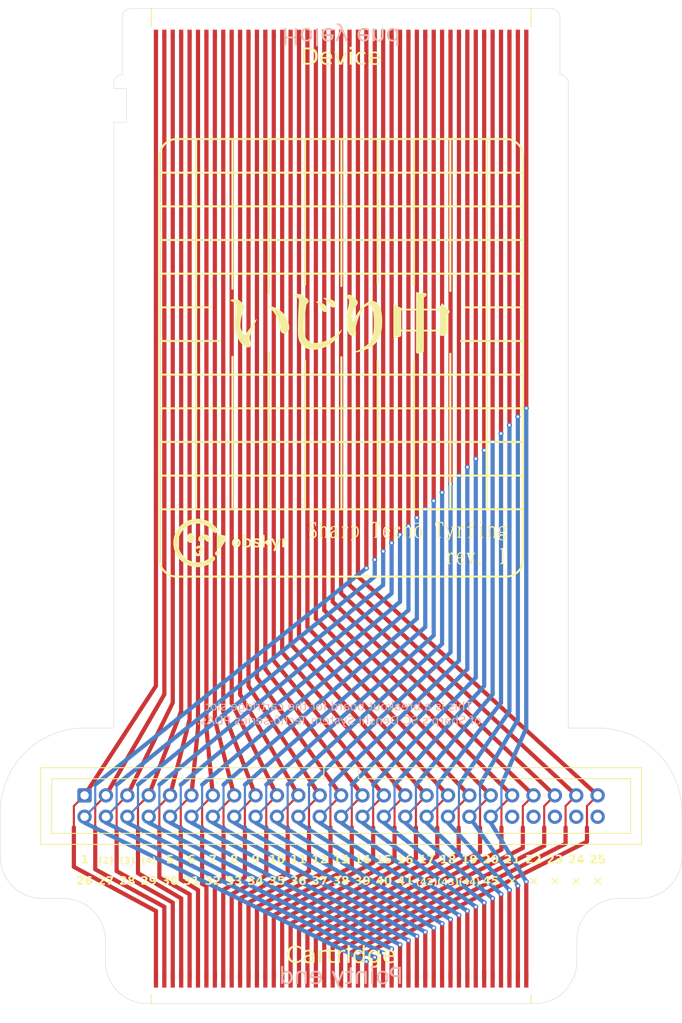
<source format=kicad_pcb>
(kicad_pcb (version 20240108) (generator "pcbnew") (generator_version "8.0")
  (layers (0 "F.Cu" signal) (31 "B.Cu" signal) (34 "B.Paste" user) (35 "F.Paste" user) (36 "B.SilkS" user "B.Silkscreen") (37 "F.SilkS" user "F.Silkscreen") (38 "B.Mask" user) (39 "F.Mask" user) (44 "Edge.Cuts" user))
  (net 0 "")
  (net 1 "Net-(J1-Pin_42)")
  (net 2 "Net-(J1-Pin_27)")
  (net 3 "Net-(J1-Pin_45)")
  (net 4 "Net-(J1-Pin_35)")
  (net 5 "Net-(J1-Pin_11)")
  (net 6 "Net-(J1-Pin_39)")
  (net 7 "Net-(J1-Pin_16)")
  (net 8 "Net-(J1-Pin_43)")
  (net 9 "Net-(J1-Pin_8)")
  (net 10 "Net-(J1-Pin_18)")
  (net 11 "Net-(J1-Pin_37)")
  (net 12 "Net-(J1-Pin_7)")
  (net 13 "Net-(J1-Pin_22)")
  (net 14 "Net-(J1-Pin_28)")
  (net 15 "Net-(J1-Pin_17)")
  (net 16 "Net-(J1-Pin_34)")
  (net 17 "Net-(J1-Pin_25)")
  (net 18 "Net-(J1-Pin_30)")
  (net 19 "Net-(J1-Pin_5)")
  (net 20 "Net-(J1-Pin_31)")
  (net 21 "Net-(J1-Pin_10)")
  (net 22 "Net-(J1-Pin_4)")
  (net 23 "Net-(J1-Pin_9)")
  (net 24 "Net-(J1-Pin_12)")
  (net 25 "Net-(J1-Pin_26)")
  (net 26 "Net-(J1-Pin_15)")
  (net 27 "Net-(J1-Pin_32)")
  (net 28 "Net-(J1-Pin_13)")
  (net 29 "Net-(J1-Pin_2)")
  (net 30 "Net-(J1-Pin_33)")
  (net 31 "Net-(J1-Pin_29)")
  (net 32 "Net-(J1-Pin_41)")
  (net 33 "Net-(J1-Pin_3)")
  (net 34 "Net-(J1-Pin_44)")
  (net 35 "Net-(J1-Pin_21)")
  (net 36 "Net-(J1-Pin_20)")
  (net 37 "Net-(J1-Pin_19)")
  (net 38 "Net-(J1-Pin_14)")
  (net 39 "Net-(J1-Pin_24)")
  (net 40 "Net-(J1-Pin_1)")
  (net 41 "Net-(J1-Pin_40)")
  (net 42 "Net-(J1-Pin_6)")
  (net 43 "Net-(J1-Pin_38)")
  (net 44 "Net-(J1-Pin_36)")
  (net 45 "Net-(J1-Pin_23)")
  (footprint "Connector_IDC:IDC-Header_2x25_P2.54mm_Vertical" (layer "F.Cu") (at 72 109.77 -90)
    (property "Reference" "J2" (hide yes))
    (property "Value" "Breakout")
  )
  (footprint "Project footprints:PinSocket_1x45_P1.00mm_Horizontal_SMD" (layer "F.Cu") (at 72 16.4 90)
    (property "Reference" "J1" (hide yes))
    (property "Value" "PDA")
  )
  (footprint "Project footprints:PinHeader_1x45_P1.00mm_Horizontal_SMD" (layer "F.Cu") (at 72 131.995 -90)
    (property "Reference" "J3" (hide yes))
    (property "Value" "Cartridge")
  )
  (gr_line (start 63.405023 48.81485) (end 63.405023 30.5) (stroke (width 0.249998)) (layer "F.SilkS"))
  (gr_line (start 76.344973 47.696398) (end 76.344973 30.5) (stroke (width 0.249998)) (layer "F.SilkS"))
  (gr_line (start 55.071223 79.914265) (end 55.090868 79.908637) (stroke (width 0.287176)) (layer "F.SilkS"))
  (gr_poly (pts (xy 66.85191 48.896601) (xy 66.878155 48.897455) (xy 66.905132 48.899042) (xy 66.961285 48.904413) (xy 67.020367 48.912714) (xy 67.082378 48.923944) (xy 67.14732 48.938105) (xy 67.209331 48.962519) (xy 67.270366 48.988886) (xy 67.330425 49.017206) (xy 67.389507 49.04748) (xy 67.447612 49.079706) (xy 67.504741 49.113886) (xy 67.560894 49.150019) (xy 67.61607 49.188105) (xy 67.756695 49.287714) (xy 67.815289 49.330195) (xy 67.86607 49.367793) (xy 67.909039 49.400507) (xy 67.944195 49.428339) (xy 67.971539 49.451288) (xy 67.99107 49.469355) (xy 68.024151 49.504389) (xy 68.039135 49.521814) (xy 68.053081 49.539179) (xy 68.06599 49.556482) (xy 68.077862 49.573725) (xy 68.088695 49.590906) (xy 68.098491 49.608027) (xy 68.10725 49.625086) (xy 68.114971 49.642084) (xy 68.121654 49.659022) (xy 68.1273 49.675898) (xy 68.131908 49.692713) (xy 68.135479 49.709467) (xy 68.138012 49.72616) (xy 68.139507 49.742792) (xy 68.139965 49.759363) (xy 68.139385 49.775873) (xy 68.137767 49.792322) (xy 68.135112 49.80871) (xy 68.13142 49.825037) (xy 68.12669 49.841303) (xy 68.120922 49.857508) (xy 68.114116 49.873652) (xy 68.106273 49.889735) (xy 68.097393 49.905756) (xy 68.087475 49.921717) (xy 68.076519 49.937617) (xy 68.064525 49.953455) (xy 68.051494 49.969233) (xy 68.037426 49.984949) (xy 68.02232 50.000605) (xy 68.007061 50.01623) (xy 67.992534 50.031855) (xy 67.97874 50.04748) (xy 67.965679 50.063105) (xy 67.95335 50.07873) (xy 67.941753 50.094355) (xy 67.930889 50.10998) (xy 67.920757 50.125605) (xy 67.911358 50.14123) (xy 67.902691 50.156855) (xy 67.894756 50.172479) (xy 67.887554 50.188104) (xy 67.881085 50.203729) (xy 67.875347 50.219354) (xy 67.870342 50.23498) (xy 67.86607 50.250605) (xy 67.80357 50.750605) (xy 67.781109 50.928828) (xy 67.760601 51.119746) (xy 67.742046 51.323359) (xy 67.725445 51.539668) (xy 67.710797 51.768671) (xy 67.698101 52.010371) (xy 67.687359 52.264765) (xy 67.67857 52.531855) (xy 67.673198 52.787226) (xy 67.67271 53.022089) (xy 67.677104 53.236445) (xy 67.686382 53.430292) (xy 67.700542 53.603632) (xy 67.719585 53.756464) (xy 67.743511 53.888788) (xy 67.757305 53.94726) (xy 67.77232 54.000605) (xy 67.788586 54.042933) (xy 67.806133 54.083979) (xy 67.824962 54.123743) (xy 67.845073 54.162226) (xy 67.866466 54.199427) (xy 67.889141 54.235346) (xy 67.913097 54.269983) (xy 67.938335 54.303339) (xy 67.964855 54.335413) (xy 67.992656 54.366205) (xy 68.02174 54.395716) (xy 68.052105 54.423945) (xy 68.083751 54.450892) (xy 68.11668 54.476557) (xy 68.15089 54.50094) (xy 68.186382 54.524042) (xy 68.223156 54.545862) (xy 68.261211 54.5664) (xy 68.300549 54.585657) (xy 68.341167 54.603632) (xy 68.383068 54.620325) (xy 68.426251 54.635736) (xy 68.470715 54.649866) (xy 68.51646 54.662714) (xy 68.563488 54.67428) (xy 68.611797 54.684564) (xy 68.661388 54.693567) (xy 68.712261 54.701288) (xy 68.764416 54.707727) (xy 68.817852 54.712885) (xy 68.92857 54.719355) (xy 69.014629 54.718134) (xy 69.100933 54.714472) (xy 69.187481 54.708368) (xy 69.274273 54.699823) (xy 69.361309 54.688837) (xy 69.44859 54.675409) (xy 69.536114 54.65954) (xy 69.623883 54.64123) (xy 69.711895 54.620478) (xy 69.800152 54.597285) (xy 69.888653 54.57165) (xy 69.977398 54.543574) (xy 70.066387 54.513056) (xy 70.155621 54.480097) (xy 70.245098 54.444697) (xy 70.33482 54.406855) (xy 70.451153 54.350947) (xy 70.565777 54.292597) (xy 70.678692 54.231806) (xy 70.789898 54.168574) (xy 70.899395 54.1029) (xy 71.007183 54.034785) (xy 71.113262 53.964228) (xy 71.217632 53.89123) (xy 71.320294 53.81579) (xy 71.421246 53.737909) (xy 71.520489 53.657587) (xy 71.618023 53.574823) (xy 71.713848 53.489618) (xy 71.807964 53.401972) (xy 71.900372 53.311884) (xy 71.99107 53.219355) (xy 72.002453 53.210047) (xy 72.013164 53.201655) (xy 72.023205 53.194178) (xy 72.032574 53.187617) (xy 72.041271 53.181971) (xy 72.049297 53.177241) (xy 72.056652 53.173426) (xy 72.063335 53.170527) (xy 72.069347 53.168543) (xy 72.074688 53.167475) (xy 72.079357 53.167322) (xy 72.083355 53.168085) (xy 72.085102 53.16881) (xy 72.086681 53.169764) (xy 72.088093 53.170946) (xy 72.089336 53.172358) (xy 72.09132 53.175867) (xy 72.092632 53.180292) (xy 72.093273 53.185633) (xy 72.093242 53.191889) (xy 72.09254 53.19906) (xy 72.091167 53.207147) (xy 72.089122 53.21615) (xy 72.086406 53.226068) (xy 72.083019 53.236902) (xy 72.07896 53.248651) (xy 72.07423 53.261316) (xy 72.068828 53.274896) (xy 72.056011 53.304804) (xy 72.040508 53.338373) (xy 72.02232 53.375605) (xy 71.943584 53.50622) (xy 71.863629 53.632441) (xy 71.782452 53.754267) (xy 71.700054 53.871699) (xy 71.616436 53.984736) (xy 71.531597 54.093378) (xy 71.445538 54.197626) (xy 71.358258 54.29748) (xy 71.269757 54.392939) (xy 71.180035 54.484003) (xy 71.089093 54.570673) (xy 70.996929 54.652948) (xy 70.903546 54.730829) (xy 70.808941 54.804315) (xy 70.713116 54.873407) (xy 70.61607 54.938105) (xy 70.541607 54.987787) (xy 70.466655 55.035273) (xy 70.391216 55.080561) (xy 70.315288 55.123652) (xy 70.238872 55.164545) (xy 70.161968 55.203241) (xy 70.084575 55.23974) (xy 70.006694 55.274042) (xy 69.928325 55.306147) (xy 69.849468 55.336054) (xy 69.770122 55.363764) (xy 69.690288 55.389276) (xy 69.609966 55.412592) (xy 69.529156 55.43371) (xy 69.447857 55.452631) (xy 69.36607 55.469355) (xy 69.257793 55.490961) (xy 69.151714 55.508905) (xy 69.047832 55.523188) (xy 68.946148 55.533808) (xy 68.84666 55.540766) (xy 68.74937 55.544062) (xy 68.654278 55.543695) (xy 68.561382 55.539667) (xy 68.470684 55.531977) (xy 68.382183 55.520624) (xy 68.295879 55.50561) (xy 68.211773 55.486933) (xy 68.129864 55.464594) (xy 68.050152 55.438593) (xy 67.972637 55.40893) (xy 67.89732 55.375605) (xy 67.82066 55.339106) (xy 67.746929 55.299921) (xy 67.676128 55.258051) (xy 67.608257 55.213495) (xy 67.543316 55.166254) (xy 67.481304 55.116327) (xy 67.422222 55.063715) (xy 67.36607 55.008417) (xy 67.312847 54.950433) (xy 67.262554 54.889765) (xy 67.215191 54.82641) (xy 67.170757 54.76037) (xy 67.129253 54.691644) (xy 67.090679 54.620233) (xy 67.055034 54.546137) (xy 67.02232 54.469355) (xy 67.003399 54.421747) (xy 66.985699 54.372675) (xy 66.969219 54.322138) (xy 66.953961 54.270136) (xy 66.939923 54.216669) (xy 66.927105 54.161737) (xy 66.915508 54.105341) (xy 66.905132 54.04748) (xy 66.895977 53.988153) (xy 66.888043 53.927362) (xy 66.881329 53.865107) (xy 66.875835 53.801386) (xy 66.871563 53.7362) (xy 66.868511 53.66955) (xy 66.86668 53.601435) (xy 66.86607 53.531855) (xy 66.868023 53.04748) (xy 66.873882 52.531854) (xy 66.883648 51.984979) (xy 66.89732 51.406855) (xy 66.99107 49.656855) (xy 66.990337 49.633661) (xy 66.98814 49.610956) (xy 66.984478 49.588739) (xy 66.979351 49.567011) (xy 66.972759 49.545771) (xy 66.964703 49.525019) (xy 66.955181 49.504755) (xy 66.944195 49.48498) (xy 66.931744 49.465693) (xy 66.917828 49.446894) (xy 66.902447 49.428583) (xy 66.885601 49.410761) (xy 66.86729 49.393427) (xy 66.847515 49.376581) (xy 66.826275 49.360224) (xy 66.80357 49.344355) (xy 66.790996 49.33642) (xy 66.776714 49.328242) (xy 66.760723 49.319819) (xy 66.743023 49.311152) (xy 66.723614 49.302241) (xy 66.702496 49.293085) (xy 66.679669 49.283686) (xy 66.655132 49.274042) (xy 66.600933 49.254023) (xy 66.539898 49.233027) (xy 66.472027 49.211054) (xy 66.39732 49.188105) (xy 66.397564 49.180292) (xy 66.398296 49.17248) (xy 66.399517 49.164667) (xy 66.401226 49.156855) (xy 66.403423 49.149042) (xy 66.406109 49.14123) (xy 66.409283 49.133417) (xy 66.412945 49.125605) (xy 66.417095 49.117792) (xy 66.421734 49.10998) (xy 66.426861 49.102167) (xy 66.432476 49.094354) (xy 66.43858 49.086542) (xy 66.445171 49.078729) (xy 66.452251 49.070917) (xy 66.45982 49.063105) (xy 66.469951 49.047846) (xy 66.480816 49.03332) (xy 66.492412 49.019526) (xy 66.504741 49.006464) (xy 66.517803 48.994135) (xy 66.531597 48.982538) (xy 66.546123 48.971674) (xy 66.561382 48.961542) (xy 66.577373 48.952143) (xy 66.594097 48.943476) (xy 66.611553 48.935541) (xy 66.629741 48.928339) (xy 66.648662 48.921869) (xy 66.668316 48.916132) (xy 66.688701 48.911127) (xy 66.70982 48.906855) (xy 66.73167 48.903315) (xy 66.754253 48.900507) (xy 66.777569 48.898432) (xy 66.801617 48.897089) (xy 66.826397 48.896479)) (stroke (width -0.000001)) (fill solid) (layer "F.SilkS"))
  (gr_line (start 55.267946 79.749252) (end 55.275234 79.730498) (stroke (width 0.287176)) (layer "F.SilkS"))
  (gr_poly (pts (xy 65.573513 77.945053) (xy 65.585754 77.945797) (xy 65.597774 77.947037) (xy 65.609573 77.948773) (xy 65.62115 77.951004) (xy 65.632507 77.953732) (xy 65.643642 77.956956) (xy 65.654556 77.960675) (xy 65.665248 77.964891) (xy 65.67572 77.969602) (xy 65.68597 77.97481) (xy 65.695999 77.980513) (xy 65.705806 77.986712) (xy 65.715393 77.993407) (xy 65.724758 78.000598) (xy 65.733902 78.008286) (xy 65.74017 78.014072) (xy 65.746033 78.019958) (xy 65.751492 78.025943) (xy 65.756546 78.032028) (xy 65.761197 78.038211) (xy 65.765443 78.044494) (xy 65.769284 78.050876) (xy 65.772721 78.057357) (xy 65.775754 78.063938) (xy 65.778383 78.070617) (xy 65.780607 78.077396) (xy 65.782427 78.084274) (xy 65.783842 78.091251) (xy 65.784853 78.098328) (xy 65.785459 78.105503) (xy 65.785662 78.112778) (xy 65.785551 78.118003) (xy 65.785219 78.123183) (xy 65.784666 78.128318) (xy 65.783892 78.133406) (xy 65.782896 78.138449) (xy 65.781679 78.143447) (xy 65.780241 78.148398) (xy 65.778582 78.153304) (xy 65.776701 78.158164) (xy 65.774599 78.162979) (xy 65.772276 78.167748) (xy 65.769732 78.172471) (xy 65.766966 78.177148) (xy 65.763979 78.18178) (xy 65.760771 78.186366) (xy 65.757341 78.190907) (xy 65.752371 78.196937) (xy 65.747225 78.202578) (xy 65.741904 78.207831) (xy 65.736407 78.212694) (xy 65.730734 78.217168) (xy 65.724887 78.221253) (xy 65.718863 78.22495) (xy 65.712665 78.228257) (xy 65.70629 78.231175) (xy 65.69974 78.233704) (xy 65.693015 78.235844) (xy 65.686114 78.237595) (xy 65.679038 78.238956) (xy 65.671786 78.239929) (xy 65.664358 78.240513) (xy 65.656755 78.240707) (xy 65.6518 78.240623) (xy 65.646944 78.240372) (xy 65.642187 78.239952) (xy 65.637529 78.239364) (xy 65.632971 78.238609) (xy 65.628511 78.237685) (xy 65.624151 78.236594) (xy 65.619891 78.235335) (xy 65.615729 78.233908) (xy 65.611666 78.232313) (xy 65.607703 78.23055) (xy 65.603839 78.22862) (xy 65.600074 78.226521) (xy 65.596408 78.224255) (xy 65.592842 78.221821) (xy 65.589374 78.219219) (xy 65.584812 78.21579) (xy 65.580158 78.212582) (xy 65.575413 78.209595) (xy 65.570576 78.20683) (xy 65.565648 78.204285) (xy 65.560628 78.201962) (xy 65.555517 78.19986) (xy 65.550314 78.197979) (xy 65.545019 78.19632) (xy 65.539633 78.194882) (xy 65.534156 78.193665) (xy 65.528586 78.192669) (xy 65.522926 78.191895) (xy 65.517173 78.191341) (xy 65.511329 78.19101) (xy 65.505394 78.190899) (xy 65.496342 78.191159) (xy 65.487373 78.19194) (xy 65.478489 78.193242) (xy 65.469688 78.195065) (xy 65.460972 78.197408) (xy 65.452339 78.200272) (xy 65.44379 78.203656) (xy 65.435325 78.207561) (xy 65.426944 78.211987) (xy 65.418647 78.216934) (xy 65.410434 78.222402) (xy 65.402305 78.22839) (xy 65.39426 78.234899) (xy 65.386299 78.241928) (xy 65.378421 78.249478) (xy 65.370628 78.257549) (xy 65.362919 78.266141) (xy 65.355293 78.275253) (xy 65.347751 78.284886) (xy 65.340294 78.29504) (xy 65.33292 78.305715) (xy 65.32563 78.31691) (xy 65.311302 78.340862) (xy 65.29731 78.366898) (xy 65.283653 78.395016) (xy 65.270332 78.425217) (xy 65.257347 78.4575) (xy 65.257332 78.457516) (xy 65.257332 78.927242) (xy 65.257225 78.932437) (xy 65.256905 78.937526) (xy 65.256371 78.942508) (xy 65.255623 78.947382) (xy 65.254662 78.95215) (xy 65.253487 78.956812) (xy 65.252099 78.961366) (xy 65.250497 78.965814) (xy 65.248681 78.970155) (xy 65.246652 78.974389) (xy 65.244409 78.978517) (xy 65.241953 78.982537) (xy 65.239283 78.986451) (xy 65.2364 78.990258) (xy 65.233303 78.993958) (xy 65.229992 78.997551) (xy 65.225254 79.002164) (xy 65.220318 79.006479) (xy 65.215183 79.010496) (xy 65.20985 79.014216) (xy 65.204319 79.017638) (xy 65.198589 79.020762) (xy 65.192661 79.023589) (xy 65.186534 79.026119) (xy 65.18021 79.028351) (xy 65.173686 79.030285) (xy 65.166965 79.031921) (xy 65.160045 79.03326) (xy 65.152927 79.034302) (xy 65.145611 79.035046) (xy 65.138096 79.035492) (xy 65.130382 79.035641) (xy 65.121261 79.035442) (xy 65.112453 79.034847) (xy 65.103957 79.033856) (xy 65.095775 79.032467) (xy 65.087905 79.030682) (xy 65.080348 79.0285) (xy 65.073104 79.025921) (xy 65.066173 79.022946) (xy 65.059554 79.019574) (xy 65.053248 79.015805) (xy 65.047256 79.011639) (xy 65.041576 79.007077) (xy 65.036208 79.002118) (xy 65.031154 78.996762) (xy 65.026413 78.991009) (xy 65.021984 78.984859) (xy 65.019974 78.981774) (xy 65.018093 78.978619) (xy 65.016343 78.975396) (xy 65.014722 78.972104) (xy 65.01323 78.968744) (xy 65.011869 78.965314) (xy 65.010637 78.961816) (xy 65.009534 78.958249) (xy 65.008562 78.954613) (xy 65.007719 78.950909) (xy 65.007005 78.947136) (xy 65.006422 78.943294) (xy 65.005968 78.939383) (xy 65.005644 78.935404) (xy 65.005449 78.931355) (xy 65.005384 78.927238) (xy 65.005384 78.059074) (xy 65.00548 78.054238) (xy 65.005766 78.049493) (xy 65.006243 78.044839) (xy 65.00691 78.040277) (xy 65.007768 78.035806) (xy 65.008817 78.031427) (xy 65.010057 78.027139) (xy 65.011487 78.022943) (xy 65.013108 78.018838) (xy 65.01492 78.014824) (xy 65.016922 78.010902) (xy 65.019115 78.007072) (xy 65.021499 78.003333) (xy 65.024073 77.999685) (xy 65.026839 77.996129) (xy 65.029795 77.992664) (xy 65.034285 77.988171) (xy 65.038966 77.983967) (xy 65.043838 77.980053) (xy 65.0489 77.97643) (xy 65.054153 77.973096) (xy 65.059597 77.970051) (xy 65.065232 77.967297) (xy 65.071057 77.964833) (xy 65.077073 77.962658) (xy 65.08328 77.960774) (xy 65.089677 77.959179) (xy 65.096266 77.957874) (xy 65.103044 77.95686) (xy 65.110014 77.956135) (xy 65.117174 77.9557) (xy 65.124525 77.955555) (xy 65.133749 77.955776) (xy 65.142623 77.95644) (xy 65.151145 77.957546) (xy 65.159316 77.959095) (xy 65.167137 77.961086) (xy 65.174606 77.96352) (xy 65.181724 77.966396) (xy 65.188492 77.969715) (xy 65.194908 77.973476) (xy 65.200973 77.97768) (xy 65.206688 77.982326) (xy 65.212051 77.987415) (xy 65.217063 77.992946) (xy 65.221724 77.99892) (xy 65.226035 78.005337) (xy 65.229994 78.012196) (xy 65.231413 78.014783) (xy 65.232741 78.017415) (xy 65.233977 78.020093) (xy 65.235122 78.022817) (xy 65.236175 78.025587) (xy 65.237136 78.028402) (xy 65.238006 78.031263) (xy 65.238784 78.034169) (xy 65.239471 78.037121) (xy 65.240066 78.040119) (xy 65.24057 78.043163) (xy 65.240982 78.046252) (xy 65.241302 78.049387) (xy 65.241531 78.052568) (xy 65.241669 78.055794) (xy 65.241714 78.059067) (xy 65.241714 78.161606) (xy 65.254167 78.140731) (xy 65.266619 78.121077) (xy 65.279071 78.102644) (xy 65.291522 78.085432) (xy 65.303973 78.069441) (xy 65.316424 78.05467) (xy 65.322649 78.047743) (xy 65.328874 78.041121) (xy 65.335099 78.034805) (xy 65.341324 78.028793) (xy 65.35294 78.018623) (xy 65.364839 78.009109) (xy 65.377019 78.00025) (xy 65.389482 77.992049) (xy 65.402227 77.984503) (xy 65.415255 77.977613) (xy 65.428564 77.97138) (xy 65.442156 77.965802) (xy 65.45603 77.960881) (xy 65.470186 77.956616) (xy 65.484625 77.953007) (xy 65.499346 77.950054) (xy 65.514348 77.947758) (xy 65.529634 77.946117) (xy 65.545201 77.945133) (xy 65.56105 77.944805)) (stroke (width -0.000001)) (fill solid) (layer "F.SilkS"))
  (gr_line (start 56.100843 76.189924) (end 56.229502 76.259303) (stroke (width 0.57432)) (layer "F.SilkS"))
  (gr_line (start 55.144096 78.973248) (end 55.164623 78.976647) (stroke (width 0.287176)) (layer "F.SilkS"))
  (gr_line (start 56.152892 80.783124) (end 56.042932 80.838297) (stroke (width 0.57432)) (layer "F.SilkS"))
  (gr_line (start 53.600602 76.289699) (end 53.70883 76.22747) (stroke (width 0.57432)) (layer "F.SilkS"))
  (gr_line (start 84.971605 74.499996) (end 84.971605 56.027023) (stroke (width 0.249998)) (layer "F.SilkS"))
  (gr_poly (pts (xy 81.570055 76.216675) (xy 80.764391 76.216675) (xy 80.764391 76.10437) (xy 81.570055 76.10437)) (stroke (width -0.000001)) (fill solid) (layer "F.SilkS"))
  (gr_line (start 54.772523 79.820144) (end 54.786095 79.835) (stroke (width 0.287176)) (layer "F.SilkS"))
  (gr_line (start 56.800115 76.704979) (end 56.897884 76.812054) (stroke (width 0.57432)) (layer "F.SilkS"))
  (gr_line (start 54.676484 75.928889) (end 54.807733 75.918909) (stroke (width 0.57432)) (layer "F.SilkS"))
  (gr_line (start 52.559386 79.505959) (end 52.513111 79.388595) (stroke (width 0.57432)) (layer "F.SilkS"))
  (gr_line (start 80.658289 74.499996) (end 80.658289 56.816521) (stroke (width 0.249998)) (layer "F.SilkS"))
  (gr_line (start 55.307561 78.057331) (end 55.312806 78.041825) (stroke (width 0.574391)) (layer "F.SilkS"))
  (gr_line (start 55.343064 79.418135) (end 55.330556 79.433896) (stroke (width 0.287176)) (layer "F.SilkS"))
  (gr_line (start 55.110038 79.901701) (end 55.128661 79.893485) (stroke (width 0.287176)) (layer "F.SilkS"))
  (gr_line (start 55.452535 81.033762) (end 55.327412 81.055699) (stroke (width 0.57432)) (layer "F.SilkS"))
  (gr_line (start 54.547143 81.054652) (end 54.419873 81.031924) (stroke (width 0.57432)) (layer "F.SilkS"))
  (gr_poly (pts (xy 57.318708 79.454044) (xy 57.33302 79.455264) (xy 57.347374 79.457218) (xy 57.361747 79.45992) (xy 57.376117 79.463383) (xy 57.390294 79.46757) (xy 57.404093 79.472416) (xy 57.417502 79.4779) (xy 57.430507 79.484) (xy 57.443097 79.490694) (xy 57.455258 79.497959) (xy 57.466977 79.505773) (xy 57.478242 79.514115) (xy 57.489041 79.522962) (xy 57.499359 79.532292) (xy 57.509185 79.542083) (xy 57.518505 79.552313) (xy 57.527308 79.56296) (xy 57.53558 79.574002) (xy 57.543308 79.585416) (xy 57.55048 79.597181) (xy 57.557083 79.609275) (xy 57.563104 79.621675) (xy 57.56853 79.634359) (xy 57.573349 79.647306) (xy 57.577548 79.660493) (xy 57.581115 79.673897) (xy 57.584035 79.687498) (xy 57.586298 79.701273) (xy 57.587889 79.7152) (xy 57.588796 79.729256) (xy 57.589007 79.74342) (xy 57.588509 79.75767) (xy 57.587288 79.771983) (xy 57.585332 79.786338) (xy 57.582629 79.800711) (xy 57.579165 79.815083) (xy 57.57498 79.829259) (xy 57.570135 79.843058) (xy 57.564652 79.856466) (xy 57.558553 79.869472) (xy 57.55186 79.882061) (xy 57.544596 79.894222) (xy 57.536781 79.905942) (xy 57.52844 79.917207) (xy 57.519593 79.928006) (xy 57.510263 79.938325) (xy 57.500472 79.948151) (xy 57.490241 79.957473) (xy 57.479594 79.966276) (xy 57.468552 79.974549) (xy 57.457137 79.982278) (xy 57.445371 79.98945) (xy 57.433277 79.996054) (xy 57.420876 80.002076) (xy 57.408191 80.007504) (xy 57.395244 80.012324) (xy 57.382057 80.016524) (xy 57.368651 80.020091) (xy 57.35505 80.023012) (xy 57.341274 80.025275) (xy 57.327347 80.026867) (xy 57.313291 80.027775) (xy 57.299126 80.027987) (xy 57.284877 80.027489) (xy 57.270564 80.026268) (xy 57.256209 80.024313) (xy 57.241836 80.02161) (xy 57.227466 80.018147) (xy 57.213288 80.013961) (xy 57.199489 80.009116) (xy 57.186079 80.003632) (xy 57.173074 79.997533) (xy 57.160484 79.99084) (xy 57.148323 79.983576) (xy 57.136603 79.975762) (xy 57.125338 79.967421) (xy 57.114539 79.958574) (xy 57.104221 79.949244) (xy 57.094395 79.939453) (xy 57.085074 79.929223) (xy 57.076272 79.918576) (xy 57.068 79.907534) (xy 57.060272 79.896119) (xy 57.0531 79.884354) (xy 57.046497 79.87226) (xy 57.040476 79.859859) (xy 57.03505 79.847175) (xy 57.030231 79.834227) (xy 57.026032 79.82104) (xy 57.022466 79.807635) (xy 57.019546 79.794033) (xy 57.017284 79.780258) (xy 57.015693 79.766331) (xy 57.014786 79.752274) (xy 57.014576 79.73811) (xy 57.015075 79.72386) (xy 57.016296 79.709547) (xy 57.018252 79.695192) (xy 57.020956 79.680818) (xy 57.024421 79.666447) (xy 57.028606 79.652269) (xy 57.033452 79.638469) (xy 57.038935 79.62506) (xy 57.045034 79.612054) (xy 57.051727 79.599464) (xy 57.058992 79.587303) (xy 57.066806 79.575583) (xy 57.075148 79.564317) (xy 57.083995 79.553519) (xy 57.093325 79.543201) (xy 57.103117 79.533375) (xy 57.113347 79.524054) (xy 57.123995 79.515251) (xy 57.135037 79.506979) (xy 57.146452 79.499251) (xy 57.158217 79.492079) (xy 57.170311 79.485476) (xy 57.182712 79.479454) (xy 57.195397 79.474028) (xy 57.208344 79.469208) (xy 57.221531 79.465009) (xy 57.234936 79.461442) (xy 57.248537 79.458521) (xy 57.262312 79.456258) (xy 57.276239 79.454666) (xy 57.290295 79.453758) (xy 57.304459 79.453547)) (stroke (width -0.000001)) (fill solid) (layer "F.SilkS"))
  (gr_line (start 55.285562 79.691979) (end 55.288594 79.672365) (stroke (width 0.287176)) (layer "F.SilkS"))
  (gr_line (start 56.560539 80.513955) (end 56.463764 80.588211) (stroke (width 0.57432)) (layer "F.SilkS"))
  (gr_line (start 57.04905 77.004858) (end 57.068189 77.032169) (stroke (width 0.57432)) (layer "F.SilkS"))
  (gr_line (start 55.359668 79.114491) (end 55.369139 79.132127) (stroke (width 0.287176)) (layer "F.SilkS"))
  (gr_line (start 55.002666 78.988704) (end 55.022093 78.982406) (stroke (width 0.287176)) (layer "F.SilkS"))
  (gr_line (start 53.820266 80.829575) (end 53.70883 80.7725) (stroke (width 0.57432)) (layer "F.SilkS"))
  (gr_line (start 54.760032 79.804369) (end 54.772523 79.820144) (stroke (width 0.287176)) (layer "F.SilkS"))
  (gr_line (start 52.386067 78.106387) (end 52.408795 77.979117) (stroke (width 0.57432)) (layer "F.SilkS"))
  (gr_line (start 53.70883 80.7725) (end 53.600602 80.710269) (stroke (width 0.57432)) (layer "F.SilkS"))
  (gr_line (start 56.042932 80.838297) (end 55.930061 80.888315) (stroke (width 0.57432)) (layer "F.SilkS"))
  (gr_line (start 55.302095 79.46283) (end 55.286213 79.475868) (stroke (width 0.287176)) (layer "F.SilkS"))
  (gr_line (start 55.401271 77.905785) (end 55.413319 77.894346) (stroke (width 0.574391)) (layer "F.SilkS"))
  (gr_line (start 50.465078 38.499998) (end 93.598238 38.499999) (stroke (width 0.249998)) (layer "F.SilkS"))
  (gr_line (start 54.748682 79.787727) (end 54.760032 79.804369) (stroke (width 0.287176)) (layer "F.SilkS"))
  (gr_line (start 56.653634 80.435312) (end 56.560539 80.513955) (stroke (width 0.57432)) (layer "F.SilkS"))
  (gr_line (start 55.349308 77.969184) (end 55.358536 77.955717) (stroke (width 0.574391)) (layer "F.SilkS"))
  (gr_line (start 54.052111 76.072367) (end 54.172195 76.031736) (stroke (width 0.57432)) (layer "F.SilkS"))
  (gr_poly (pts (xy 69.13319 49.801203) (xy 69.151714 49.802363) (xy 69.19334 49.806513) (xy 69.24107 49.813105) (xy 69.344097 49.841425) (xy 69.442242 49.871699) (xy 69.535503 49.903925) (xy 69.623882 49.938105) (xy 69.707378 49.974238) (xy 69.785991 50.012324) (xy 69.859722 50.052363) (xy 69.928569 50.094355) (xy 69.992534 50.1383) (xy 70.051616 50.184199) (xy 70.105816 50.23205) (xy 70.155132 50.281855) (xy 70.199566 50.333613) (xy 70.239116 50.387323) (xy 70.273784 50.442987) (xy 70.30357 50.500605) (xy 70.324688 50.561396) (xy 70.341167 50.618769) (xy 70.353008 50.672724) (xy 70.36021 50.723261) (xy 70.362072 50.747248) (xy 70.362774 50.77038) (xy 70.362316 50.792658) (xy 70.360699 50.814082) (xy 70.357922 50.83465) (xy 70.353985 50.854365) (xy 70.348889 50.873225) (xy 70.342632 50.89123) (xy 70.335217 50.908381) (xy 70.326641 50.924677) (xy 70.316906 50.940119) (xy 70.306011 50.954707) (xy 70.293957 50.96844) (xy 70.280743 50.981318) (xy 70.266369 50.993342) (xy 70.250836 51.004511) (xy 70.234142 51.014826) (xy 70.21629 51.024287) (xy 70.197277 51.032892) (xy 70.177105 51.040644) (xy 70.155773 51.047541) (xy 70.133282 51.053583) (xy 70.109631 51.058771) (xy 70.08482 51.063105) (xy 70.069286 51.062769) (xy 70.053936 51.061762) (xy 70.038769 51.060083) (xy 70.023785 51.057734) (xy 70.008984 51.054712) (xy 69.994366 51.05102) (xy 69.979931 51.046656) (xy 69.965679 51.04162) (xy 69.951611 51.035913) (xy 69.937725 51.029535) (xy 69.924023 51.022486) (xy 69.910503 51.014765) (xy 69.897167 51.006372) (xy 69.884014 50.997309) (xy 69.871044 50.987573) (xy 69.858257 50.977167) (xy 69.845653 50.966089) (xy 69.833233 50.95434) (xy 69.808941 50.928827) (xy 69.785381 50.900629) (xy 69.762554 50.869745) (xy 69.740459 50.836176) (xy 69.719097 50.799921) (xy 69.698467 50.760981) (xy 69.67857 50.719355) (xy 69.623394 50.598749) (xy 69.59544 50.541742) (xy 69.567241 50.486933) (xy 69.538799 50.43432) (xy 69.510112 50.383905) (xy 69.481182 50.335688) (xy 69.452007 50.289667) (xy 69.422588 50.245844) (xy 69.392925 50.204218) (xy 69.363018 50.164789) (xy 69.332866 50.127558) (xy 69.302471 50.092524) (xy 69.271831 50.059687) (xy 69.240948 50.029047) (xy 69.20982 50.000605) (xy 69.165996 49.970575) (xy 69.128277 49.942988) (xy 69.09666 49.917841) (xy 69.083141 49.906184) (xy 69.071148 49.895136) (xy 69.06068 49.884699) (xy 69.051739 49.874873) (xy 69.044323 49.865656) (xy 69.038433 49.85705) (xy 69.034069 49.849055) (xy 69.031231 49.84167) (xy 69.029918 49.834895) (xy 69.030132 49.82873) (xy 69.031871 49.823176) (xy 69.035137 49.818232) (xy 69.039928 49.813899) (xy 69.046245 49.810175) (xy 69.054088 49.807063) (xy 69.063457 49.80456) (xy 69.074352 49.802668) (xy 69.086773 49.801386) (xy 69.100719 49.800715) (xy 69.116192 49.800654)) (stroke (width -0.000001)) (fill solid) (layer "F.SilkS"))
  (gr_line (start 52.668216 77.268076) (end 52.730446 77.159848) (stroke (width 0.57432)) (layer "F.SilkS"))
  (gr_line (start 55.386933 79.329069) (end 55.380769 79.348027) (stroke (width 0.287176)) (layer "F.SilkS"))
  (gr_line (start 55.690465 76.025968) (end 55.831065 76.072997) (stroke (width 0.57432)) (layer "F.SilkS"))
  (gr_line (start 55.348967 79.097578) (end 55.359668 79.114491) (stroke (width 0.287176)) (layer "F.SilkS"))
  (gr_line (start 55.282299 79.57377) (end 55.276725 79.554475) (stroke (width 0.287176)) (layer "F.SilkS"))
  (gr_line (start 56.696548 76.603538) (end 56.800115 76.704979) (stroke (width 0.57432)) (layer "F.SilkS"))
  (gr_line (start 55.318761 78.026629) (end 55.325406 78.011755) (stroke (width 0.574391)) (layer "F.SilkS"))
  (gr_line (start 55.090868 79.908637) (end 55.110038 79.901701) (stroke (width 0.287176)) (layer "F.SilkS"))
  (gr_line (start 53.296784 76.5057) (end 53.394416 76.428977) (stroke (width 0.57432)) (layer "F.SilkS"))
  (gr_line (start 56.084669 77.917654) (end 56.106054 77.942631) (stroke (width 0.574391)) (layer "F.SilkS"))
  (gr_line (start 55.68133 77.777182) (end 55.699779 77.775519) (stroke (width 0.574391)) (layer "F.SilkS"))
  (gr_line (start 55.185002 78.981496) (end 55.205157 78.987812) (stroke (width 0.287176)) (layer "F.SilkS"))
  (gr_line (start 55.022093 78.982406) (end 55.041907 78.977444) (stroke (width 0.287176)) (layer "F.SilkS"))
  (gr_poly (pts (xy 88.655016 75.87854) (xy 88.660491 75.878635) (xy 88.665927 75.878921) (xy 88.671325 75.879398) (xy 88.676685 75.880066) (xy 88.682007 75.880924) (xy 88.687291 75.881973) (xy 88.692536 75.883212) (xy 88.697743 75.884643) (xy 88.702912 75.886264) (xy 88.708043 75.888075) (xy 88.713136 75.890078) (xy 88.71819 75.892271) (xy 88.723207 75.894655) (xy 88.728185 75.897229) (xy 88.733125 75.899994) (xy 88.738027 75.90295) (xy 88.746749 75.908897) (xy 88.754908 75.915139) (xy 88.762504 75.921676) (xy 88.766091 75.925056) (xy 88.769537 75.92851) (xy 88.772843 75.932037) (xy 88.776008 75.935639) (xy 88.779032 75.939314) (xy 88.781916 75.943063) (xy 88.784659 75.946887) (xy 88.787261 75.950784) (xy 88.789723 75.954755) (xy 88.792044 75.958799) (xy 88.794224 75.962918) (xy 88.796264 75.967111) (xy 88.798163 75.971377) (xy 88.799921 75.975718) (xy 88.801539 75.980132) (xy 88.803016 75.98462) (xy 88.804352 75.989182) (xy 88.805548 75.993818) (xy 88.806603 75.998528) (xy 88.807517 76.003312) (xy 88.808291 76.008169) (xy 88.808924 76.013101) (xy 88.809768 76.023185) (xy 88.810049 76.033566) (xy 88.809882 76.041133) (xy 88.809381 76.048577) (xy 88.808547 76.055896) (xy 88.807379 76.063092) (xy 88.805877 76.070164) (xy 88.804041 76.077111) (xy 88.801872 76.083935) (xy 88.799369 76.090634) (xy 88.796532 76.09721) (xy 88.793361 76.103661) (xy 88.789857 76.109989) (xy 88.786019 76.116193) (xy 88.781847 76.122272) (xy 88.777341 76.128228) (xy 88.772501 76.134059) (xy 88.767328 76.139767) (xy 88.761596 76.145679) (xy 88.755693 76.15121) (xy 88.749617 76.15636) (xy 88.743371 76.161128) (xy 88.736952 76.165515) (xy 88.730362 76.169521) (xy 88.723601 76.173145) (xy 88.716668 76.176387) (xy 88.709563 76.179248) (xy 88.702286 76.181728) (xy 88.694838 76.183826) (xy 88.687219 76.185543) (xy 88.679427 76.186878) (xy 88.671464 76.187832) (xy 88.66333 76.188404) (xy 88.655023 76.188595) (xy 88.65016 76.188523) (xy 88.645335 76.188309) (xy 88.640548 76.187951) (xy 88.635799 76.18745) (xy 88.631088 76.186807) (xy 88.626415 76.18602) (xy 88.621781 76.18509) (xy 88.617184 76.184017) (xy 88.612626 76.182801) (xy 88.608105 76.181442) (xy 88.603623 76.17994) (xy 88.599179 76.178295) (xy 88.594774 76.176507) (xy 88.590406 76.174576) (xy 88.586076 76.172502) (xy 88.581785 76.170284) (xy 88.571881 76.164457) (xy 88.567168 76.161407) (xy 88.562615 76.158267) (xy 88.558222 76.155036) (xy 88.553989 76.151715) (xy 88.549915 76.148303) (xy 88.546002 76.1448) (xy 88.542248 76.141207) (xy 88.538653 76.137524) (xy 88.535219 76.133749) (xy 88.531944 76.129885) (xy 88.528829 76.125929) (xy 88.525873 76.121883) (xy 88.523078 76.117746) (xy 88.520442 76.113519) (xy 88.517966 76.109201) (xy 88.515649 76.104793) (xy 88.513493 76.100294) (xy 88.511496 76.095705) (xy 88.509659 76.091025) (xy 88.507982 76.086254) (xy 88.506464 76.081393) (xy 88.505106 76.076441) (xy 88.503908 76.071398) (xy 88.50287 76.066265) (xy 88.501991 76.061042) (xy 88.501272 76.055728) (xy 88.500713 76.050323) (xy 88.500314 76.044828) (xy 88.499994 76.033566) (xy 88.500204 76.024811) (xy 88.500833 76.016247) (xy 88.501882 76.007874) (xy 88.503351 75.999692) (xy 88.505239 75.9917) (xy 88.507547 75.983899) (xy 88.510274 75.976289) (xy 88.513421 75.968869) (xy 88.516988 75.96164) (xy 88.520974 75.954602) (xy 88.52538 75.947755) (xy 88.530206 75.941098) (xy 88.535451 75.934632) (xy 88.541116 75.928357) (xy 88.547201 75.922272) (xy 88.553705 75.916378) (xy 88.559251 75.911796) (xy 88.564902 75.907509) (xy 88.570658 75.903518) (xy 88.576519 75.899823) (xy 88.582484 75.896423) (xy 88.588555 75.893319) (xy 88.59473 75.89051) (xy 88.60101 75.887997) (xy 88.607395 75.88578) (xy 88.613884 75.883858) (xy 88.620479 75.882232) (xy 88.627178 75.880902) (xy 88.633982 75.879867) (xy 88.640891 75.879128) (xy 88.647905 75.878684) (xy 88.655023 75.878536)) (stroke (width -0.000001)) (fill solid) (layer "F.SilkS"))
  (gr_poly (pts (xy 61.995408 77.946144) (xy 62.020913 77.947186) (xy 62.045762 77.948921) (xy 62.069955 77.951352) (xy 62.093492 77.954476) (xy 62.116372 77.958295) (xy 62.138597 77.962808) (xy 62.160165 77.968015) (xy 62.181077 77.973917) (xy 62.201333 77.980513) (xy 62.220933 77.987803) (xy 62.239877 77.995787) (xy 62.258164 78.004466) (xy 62.275796 78.013839) (xy 62.292771 78.023906) (xy 62.309091 78.034668) (xy 62.317487 78.040718) (xy 62.325342 78.046906) (xy 62.332655 78.053231) (xy 62.339427 78.059693) (xy 62.345656 78.066292) (xy 62.351344 78.073029) (xy 62.356491 78.079903) (xy 62.361095 78.086914) (xy 62.365158 78.094063) (xy 62.368679 78.101349) (xy 62.371659 78.108772) (xy 62.372945 78.112535) (xy 62.374097 78.116333) (xy 62.375112 78.120165) (xy 62.375993 78.124031) (xy 62.377347 78.131866) (xy 62.378159 78.139839) (xy 62.37843 78.147949) (xy 62.378339 78.152692) (xy 62.378064 78.157396) (xy 62.377606 78.162061) (xy 62.376965 78.166689) (xy 62.376141 78.171278) (xy 62.375134 78.175829) (xy 62.373944 78.180342) (xy 62.37257 78.184817) (xy 62.371014 78.189253) (xy 62.369274 78.193651) (xy 62.367351 78.198011) (xy 62.365245 78.202333) (xy 62.362956 78.206617) (xy 62.360484 78.210862) (xy 62.357828 78.215069) (xy 62.35499 78.219238) (xy 62.35087 78.22456) (xy 62.346566 78.229539) (xy 62.34208 78.234175) (xy 62.33741 78.238467) (xy 62.332558 78.242415) (xy 62.327522 78.24602) (xy 62.322304 78.249282) (xy 62.316902 78.252201) (xy 62.311318 78.254776) (xy 62.30555 78.257007) (xy 62.299599 78.258896) (xy 62.293466 78.260441) (xy 62.287149 78.261642) (xy 62.280649 78.262501) (xy 62.273966 78.263016) (xy 62.2671 78.263187) (xy 62.262553 78.263054) (xy 62.257945 78.262653) (xy 62.253276 78.261986) (xy 62.248546 78.261051) (xy 62.243755 78.259849) (xy 62.238903 78.258381) (xy 62.233989 78.256645) (xy 62.229015 78.254642) (xy 62.223979 78.252372) (xy 62.218883 78.249835) (xy 62.213725 78.247032) (xy 62.208506 78.243961) (xy 62.203226 78.240623) (xy 62.197885 78.237018) (xy 62.192483 78.233146) (xy 62.18702 78.229008) (xy 62.174481 78.219665) (xy 62.161767 78.210926) (xy 62.148877 78.202789) (xy 62.135811 78.195255) (xy 62.12257 78.188323) (xy 62.109154 78.181995) (xy 62.095562 78.176269) (xy 62.081795 78.171146) (xy 62.067852 78.166626) (xy 62.053734 78.162708) (xy 62.039441 78.159393) (xy 62.024972 78.156681) (xy 62.010327 78.154571) (xy 61.995507 78.153065) (xy 61.980512 78.152161) (xy 61.965341 78.151859) (xy 61.946183 78.15221) (xy 61.928262 78.153263) (xy 61.911576 78.155018) (xy 61.896127 78.157474) (xy 61.881913 78.160632) (xy 61.868935 78.164493) (xy 61.857194 78.169055) (xy 61.846688 78.174319) (xy 61.837418 78.180285) (xy 61.833247 78.183531) (xy 61.829385 78.186952) (xy 61.825831 78.19055) (xy 61.822587 78.194322) (xy 61.819652 78.19827) (xy 61.817025 78.202394) (xy 61.814708 78.206693) (xy 61.812699 78.211167) (xy 61.811 78.215817) (xy 61.809609 78.220643) (xy 61.808528 78.225644) (xy 61.807755 78.23082) (xy 61.807292 78.236172) (xy 61.807137 78.241699) (xy 61.807359 78.2482) (xy 61.808022 78.254518) (xy 61.809129 78.260652) (xy 61.810677 78.266604) (xy 61.812669 78.272372) (xy 61.815102 78.277957) (xy 61.817979 78.283359) (xy 61.821297 78.288577) (xy 61.825059 78.293612) (xy 61.829262 78.298465) (xy 61.833908 78.303134) (xy 61.838997 78.307619) (xy 61.844528 78.311922) (xy 61.850502 78.316041) (xy 61.856918 78.319977) (xy 61.863777 78.32373) (xy 61.868827 78.326022) (xy 61.874701 78.328496) (xy 61.881399 78.331152) (xy 61.888922 78.333991) (xy 61.897269 78.337012) (xy 61.906441 78.340216) (xy 61.916437 78.343602) (xy 61.927257 78.347172) (xy 62.046947 78.384585) (xy 62.141369 78.415774) (xy 62.179104 78.429034) (xy 62.210522 78.440737) (xy 62.235622 78.450885) (xy 62.254406 78.459476) (xy 62.274155 78.469986) (xy 62.283551 78.475524) (xy 62.292629 78.48125) (xy 62.301389 78.487166) (xy 62.309829 78.49327) (xy 62.317952 78.499563) (xy 62.325756 78.506045) (xy 62.333241 78.512716) (xy 62.340408 78.519576) (xy 62.347256 78.526624) (xy 62.353786 78.533862) (xy 62.359998 78.541288) (xy 62.36589 78.548903) (xy 62.371465 78.556707) (xy 62.37672 78.5647) (xy 62.381657 78.572881) (xy 62.386276 78.581252) (xy 62.390576 78.589811) (xy 62.394558 78.598559) (xy 62.398221 78.607496) (xy 62.401565 78.616622) (xy 62.404591 78.625936) (xy 62.407299 78.63544) (xy 62.409688 78.645132) (xy 62.411758 78.655013) (xy 62.41351 78.665083) (xy 62.414944 78.675342) (xy 62.416058 78.685789) (xy 62.416855 78.696426) (xy 62.417492 78.718266) (xy 62.416981 78.738594) (xy 62.415447 78.75832) (xy 62.412891 78.777443) (xy 62.409313 78.795964) (xy 62.404713 78.813881) (xy 62.39909 78.831196) (xy 62.392444 78.847909) (xy 62.384777 78.864018) (xy 62.376087 78.879525) (xy 62.366375 78.894429) (xy 62.35564 78.90873) (xy 62.343883 78.922428) (xy 62.331104 78.935524) (xy 62.317303 78.948017) (xy 62.302479 78.959908) (xy 62.286632 78.971195) (xy 62.272034 78.980419) (xy 62.256801 78.989048) (xy 62.240936 78.997082) (xy 62.224438 79.00452) (xy 62.207306 79.011364) (xy 62.189541 79.017612) (xy 62.171142 79.023266) (xy 62.152111 79.028324) (xy 62.132446 79.032787) (xy 62.112148 79.036655) (xy 62.091217 79.039928) (xy 62.069652 79.042606) (xy 62.047455 79.044689) (xy 62.024624 79.046177) (xy 62.00116 79.04707) (xy 61.977062 79.047367) (xy 61.949417 79.04697) (xy 61.92239 79.04578) (xy 61.895981 79.043796) (xy 61.870189 79.041019) (xy 61.845016 79.037449) (xy 61.820461 79.033085) (xy 61.796524 79.027927) (xy 61.773205 79.021976) (xy 61.750503 79.015232) (xy 61.72842 79.007694) (xy 61.706955 78.999362) (xy 61.686108 78.990238) (xy 61.665878 78.98032) (xy 61.646267 78.969608) (xy 61.627274 78.958103) (xy 61.608898 78.945805) (xy 61.597546 78.93748) (xy 61.586925 78.929111) (xy 61.577038 78.920695) (xy 61.567882 78.912234) (xy 61.55946 78.903727) (xy 61.551769 78.895174) (xy 61.544811 78.886576) (xy 61.538586 78.877932) (xy 61.533092 78.869242) (xy 61.528332 78.860507) (xy 61.524303 78.851725) (xy 61.521007 78.842898) (xy 61.518444 78.834026) (xy 61.516613 78.825107) (xy 61.515514 78.816143) (xy 61.515148 78.807133) (xy 61.515236 78.802868) (xy 61.515499 78.798619) (xy 61.515938 78.794384) (xy 61.516552 78.790165) (xy 61.517341 78.785962) (xy 61.518306 78.781773) (xy 61.519447 78.7776) (xy 61.520763 78.773441) (xy 61.522254 78.769298) (xy 61.523921 78.76517) (xy 61.525764 78.761058) (xy 61.527782 78.75696) (xy 61.529975 78.752878) (xy 61.532344 78.748811) (xy 61.534888 78.744759) (xy 61.537608 78.740723) (xy 61.541594 78.7354) (xy 61.545741 78.730422) (xy 61.550048 78.725786) (xy 61.554515 78.721494) (xy 61.559142 78.717546) (xy 61.56393 78.713941) (xy 61.568877 78.710679) (xy 61.573985 78.70776) (xy 61.579253 78.705185) (xy 61.584682 78.702954) (xy 61.590271 78.701065) (xy 61.59602 78.69952) (xy 61.601929 78.698319) (xy 61.607998 78.69746) (xy 61.614228 78.696945) (xy 61.620618 78.696774) (xy 61.625726 78.696907) (xy 61.630796 78.697308) (xy 61.635828 78.697975) (xy 61.640822 78.69891) (xy 61.645778 78.700112) (xy 61.650695 78.70158) (xy 61.655574 78.703316) (xy 61.660415 78.705319) (xy 61.665218 78.707589) (xy 61.669983 78.710126) (xy 61.674709 78.712929) (xy 61.679397 78.716) (xy 61.684047 78.719338) (xy 61.688659 78.722943) (xy 61.693233 78.726814) (xy 61.697768 78.730953) (xy 61.711669 78.743606) (xy 61.726027 78.755443) (xy 61.740844 78.766464) (xy 61.756118 78.776668) (xy 61.77185 78.786056) (xy 61.788039 78.794628) (xy 61.804686 78.802383) (xy 61.821791 78.809322) (xy 61.839354 78.815445) (xy 61.857375 78.820751) (xy 61.875853 78.825241) (xy 61.894789 78.828914) (xy 61.914183 78.831772) (xy 61.934034 78.833813) (xy 61.954344 78.835037) (xy 61.975111 78.835445) (xy 61.996279 78.835079) (xy 62.016081 78.833981) (xy 62.034517 78.83215) (xy 62.051588 78.829586) (xy 62.067293 78.82629) (xy 62.081632 78.822262) (xy 62.094606 78.817501) (xy 62.106214 78.812008) (xy 62.116457 78.805782) (xy 62.121066 78.802395) (xy 62.125334 78.798824) (xy 62.12926 78.795071) (xy 62.132845 78.791134) (xy 62.136088 78.787014) (xy 62.13899 78.782711) (xy 62.141551 78.778225) (xy 62.14377 78.773556) (xy 62.145648 78.768703) (xy 62.147184 78.763668) (xy 62.148379 78.75845) (xy 62.149233 78.753048) (xy 62.149745 78.747463) (xy 62.149916 78.741695) (xy 62.14983 78.737748) (xy 62.149572 78.733841) (xy 62.149143 78.729973) (xy 62.148542 78.726146) (xy 62.14777 78.722359) (xy 62.146826 78.718612) (xy 62.14571 78.714905) (xy 62.144422 78.711238) (xy 62.142963 78.707611) (xy 62.141333 78.704024) (xy 62.13953 78.700477) (xy 62.137556 78.69697) (xy 62.13541 78.693504) (xy 62.133093 78.690077) (xy 62.130604 78.686691) (xy 62.127943 78.683344) (xy 62.122107 78.676772) (xy 62.115584 78.670359) (xy 62.108374 78.664107) (xy 62.100478 78.658015) (xy 62.091895 78.652084) (xy 62.082625 78.646312) (xy 62.072669 78.640701) (xy 62.062026 78.63525) (xy 62.045379 78.628032) (xy 62.023757 78.619562) (xy 61.997161 78.609842) (xy 61.965591 78.598872) (xy 61.929046 78.58665) (xy 61.887527 78.573178) (xy 61.841033 78.558455) (xy 61.789565 78.54248) (xy 61.761184 78.533008) (xy 61.734633 78.522415) (xy 61.709914 78.5107) (xy 61.687026 78.497863) (xy 61.676268 78.491025) (xy 61.665969 78.483905) (xy 61.656127 78.476506) (xy 61.646743 78.468826) (xy 61.637816 78.460866) (xy 61.629348 78.452625) (xy 61.621337 78.444104) (xy 61.613784 78.435303) (xy 61.606688 78.426221) (xy 61.600051 78.416859) (xy 61.593871 78.407216) (xy 61.588149 78.397293) (xy 61.582885 78.38709) (xy 61.578078 78.376606) (xy 61.573729 78.365842) (xy 61.569838 78.354798) (xy 61.566405 78.343473) (xy 61.56343 78.331868) (xy 61.560912 78.319982) (xy 61.558852 78.307816) (xy 61.55725 78.295369) (xy 61.556106 78.282643) (xy 61.55519 78.256348) (xy 61.555819 78.235668) (xy 61.557708 78.215622) (xy 61.560855 78.196208) (xy 61.565261 78.177428) (xy 61.570926 78.159282) (xy 61.577849 78.141769) (xy 61.586032 78.124888) (xy 61.595473 78.108642) (xy 61.606173 78.093028) (xy 61.618132 78.078048) (xy 61.63135 78.063701) (xy 61.645827 78.049987) (xy 61.661562 78.036907) (xy 61.678557 78.024459) (xy 61.69681 78.012645) (xy 61.716322 78.001465) (xy 61.729326 77.994725) (xy 61.742704 77.98842) (xy 61.756456 77.98255) (xy 61.770582 77.977114) (xy 61.785082 77.972113) (xy 61.799955 77.967547) (xy 61.815203 77.963416) (xy 61.830824 77.95972) (xy 61.846819 77.956459) (xy 61.863188 77.953632) (xy 61.87993 77.95124) (xy 61.897047 77.949284) (xy 61.914537 77.947762) (xy 61.932401 77.946674) (xy 61.95064 77.946022) (xy 61.969252 77.945805) (xy 61.969247 77.945797)) (stroke (width -0.000001)) (fill solid) (layer "F.SilkS"))
  (gr_line (start 55.316888 79.448817) (end 55.302095 79.46283) (stroke (width 0.287176)) (layer "F.SilkS"))
  (gr_line (start 55.45245 77.862726) (end 55.466429 77.853125) (stroke (width 0.574391)) (layer "F.SilkS"))
  (gr_line (start 56.161612 78.041825) (end 56.166858 78.057331) (stroke (width 0.574391)) (layer "F.SilkS"))
  (gr_line (start 54.85005 79.884216) (end 54.868167 79.893713) (stroke (width 0.287176)) (layer "F.SilkS"))
  (gr_line (start 55.2902 79.652615) (end 55.290377 79.632805) (stroke (width 0.287176)) (layer "F.SilkS"))
  (gr_line (start 55.051175 79.918556) (end 55.071223 79.914265) (stroke (width 0.287176)) (layer "F.SilkS"))
  (gr_line (start 55.234305 78.999842) (end 55.243615 79.004479) (stroke (width 0.287176)) (layer "F.SilkS"))
  (gr_line (start 63.405023 74.499996) (end 63.405023 55.895443) (stroke (width 0.249998)) (layer "F.SilkS"))
  (gr_line (start 52.730446 79.840107) (end 52.668216 79.731878) (stroke (width 0.57432)) (layer "F.SilkS"))
  (gr_line (start 55.290377 79.632805) (end 55.289121 79.61301) (stroke (width 0.287176)) (layer "F.SilkS"))
  (gr_line (start 54.968397 79.921765) (end 54.989334 79.923114) (stroke (width 0.287176)) (layer "F.SilkS"))
  (gr_poly (pts (xy 63.856419 77.956883) (xy 63.866314 77.957924) (xy 63.875889 77.95966) (xy 63.885144 77.96209) (xy 63.894078 77.965214) (xy 63.902692 77.969033) (xy 63.910985 77.973546) (xy 63.918957 77.978754) (xy 63.92661 77.984655) (xy 63.933941 77.991251) (xy 63.940953 77.998541) (xy 63.947644 78.006526) (xy 63.954014 78.015205) (xy 63.960064 78.024578) (xy 63.965794 78.034645) (xy 63.971203 78.045406) (xy 64.274914 78.689938) (xy 64.551281 78.045406) (xy 64.556084 78.034882) (xy 64.561215 78.025036) (xy 64.566673 78.01587) (xy 64.57246 78.007383) (xy 64.578575 77.999574) (xy 64.581756 77.995925) (xy 64.585018 77.992445) (xy 64.588363 77.989135) (xy 64.591789 77.985995) (xy 64.595298 77.983024) (xy 64.598889 77.980223) (xy 64.602561 77.977592) (xy 64.606316 77.975131) (xy 64.610152 77.972839) (xy 64.614071 77.970718) (xy 64.618072 77.968765) (xy 64.622154 77.966983) (xy 64.626319 77.965371) (xy 64.630566 77.963928) (xy 64.634894 77.962655) (xy 64.639305 77.961551) (xy 64.643798 77.960618) (xy 64.648373 77.959854) (xy 64.653029 77.95926) (xy 64.657768 77.958836) (xy 64.667492 77.958496) (xy 64.672615 77.958572) (xy 64.677731 77.958801) (xy 64.68284 77.959183) (xy 64.68794 77.959717) (xy 64.693033 77.960404) (xy 64.698119 77.961243) (xy 64.703196 77.962235) (xy 64.708267 77.963379) (xy 64.713329 77.964676) (xy 64.718384 77.966126) (xy 64.723431 77.967728) (xy 64.728471 77.969483) (xy 64.733503 77.97139) (xy 64.738527 77.97345) (xy 64.743543 77.975662) (xy 64.748552 77.978027) (xy 64.756357 77.982071) (xy 64.763658 77.986389) (xy 64.770455 77.990982) (xy 64.773665 77.993381) (xy 64.776749 77.995849) (xy 64.779707 77.998386) (xy 64.782539 78.000992) (xy 64.785246 78.003666) (xy 64.787826 78.006409) (xy 64.790281 78.00922) (xy 64.79261 78.0121) (xy 64.794812 78.015049) (xy 64.796889 78.018067) (xy 64.798841 78.021153) (xy 64.800666 78.024308) (xy 64.802365 78.027532) (xy 64.803939 78.030824) (xy 64.805386 78.034185) (xy 64.806708 78.037614) (xy 64.807904 78.041113) (xy 64.808974 78.04468) (xy 64.809918 78.048315) (xy 64.810736 78.05202) (xy 64.811428 78.055793) (xy 64.811995 78.059634) (xy 64.812435 78.063545) (xy 64.81275 78.067523) (xy 64.813002 78.075687) (xy 64.81294 78.079483) (xy 64.812757 78.083301) (xy 64.812452 78.087142) (xy 64.812025 78.091006) (xy 64.811475 78.094893) (xy 64.810803 78.098803) (xy 64.81001 78.102736) (xy 64.809094 78.106692) (xy 64.808056 78.110671) (xy 64.806896 78.114673) (xy 64.805613 78.118698) (xy 64.804209 78.122746) (xy 64.802683 78.126817) (xy 64.801034 78.130911) (xy 64.799263 78.135028) (xy 64.797371 78.139168) (xy 64.204597 79.381355) (xy 64.199321 79.39188) (xy 64.193748 79.401725) (xy 64.187877 79.410892) (xy 64.181708 79.419379) (xy 64.175242 79.427187) (xy 64.168478 79.434317) (xy 64.164985 79.437627) (xy 64.161417 79.440767) (xy 64.157775 79.443738) (xy 64.154059 79.446538) (xy 64.150268 79.449169) (xy 64.146403 79.451631) (xy 64.142463 79.453922) (xy 64.138449 79.456044) (xy 64.134361 79.457996) (xy 64.130198 79.459778) (xy 64.125961 79.461391) (xy 64.12165 79.462834) (xy 64.117264 79.464107) (xy 64.112803 79.46521) (xy 64.108269 79.466144) (xy 64.10366 79.466908) (xy 64.098977 79.467502) (xy 64.094219 79.467926) (xy 64.08448 79.468266) (xy 64.081302 79.468231) (xy 64.078117 79.468128) (xy 64.071724 79.467715) (xy 64.0653 79.467028) (xy 64.058845 79.466065) (xy 64.05236 79.464828) (xy 64.045844 79.463315) (xy 64.039298 79.461528) (xy 64.03272 79.459465) (xy 64.023142 79.45597) (xy 64.014182 79.452079) (xy 64.009933 79.449984) (xy 64.005839 79.44779) (xy 64.0019 79.445498) (xy 63.998115 79.443106) (xy 63.994484 79.440615) (xy 63.991008 79.438024) (xy 63.987686 79.435335) (xy 63.984519 79.432546) (xy 63.981507 79.429658) (xy 63.978649 79.426671) (xy 63.975945 79.423585) (xy 63.973396 79.4204) (xy 63.971001 79.417116) (xy 63.968761 79.413732) (xy 63.966676 79.410249) (xy 63.964744 79.406667) (xy 63.962968 79.402986) (xy 63.961346 79.399206) (xy 63.959878 79.395327) (xy 63.958565 79.391348) (xy 63.957406 79.38727) (xy 63.956402 79.383094) (xy 63.955552 79.378817) (xy 63.954857 79.374442) (xy 63.954316 79.369968) (xy 63.95393 79.365394) (xy 63.953621 79.355949) (xy 63.953667 79.352898) (xy 63.953804 79.349847) (xy 63.954033 79.346795) (xy 63.954353 79.343744) (xy 63.954765 79.340692) (xy 63.955269 79.33764) (xy 63.955864 79.334589) (xy 63.956551 79.331537) (xy 63.957329 79.328485) (xy 63.958199 79.325433) (xy 63.95916 79.322381) (xy 63.960213 79.319329) (xy 63.961358 79.316277) (xy 63.962594 79.313225) (xy 63.963922 79.310173) (xy 63.965341 79.307121) (xy 64.139168 78.941891) (xy 63.723152 78.131344) (xy 63.721497 78.128047) (xy 63.719948 78.124751) (xy 63.718506 78.121454) (xy 63.717171 78.118158) (xy 63.715943 78.114862) (xy 63.714822 78.111566) (xy 63.713807 78.108269) (xy 63.7129 78.104973) (xy 63.712099 78.101677) (xy 63.711404 78.098381) (xy 63.710817 78.095085) (xy 63.710336 78.091789) (xy 63.709963 78.088493) (xy 63.709696 78.085197) (xy 63.709536 78.081902) (xy 63.709482 78.078606) (xy 63.709753 78.070186) (xy 63.710566 78.062019) (xy 63.71192 78.054103) (xy 63.713816 78.04644) (xy 63.716254 78.039028) (xy 63.719233 78.031868) (xy 63.722754 78.024959) (xy 63.726817 78.018303) (xy 63.731422 78.011898) (xy 63.736568 78.005745) (xy 63.742256 77.999844) (xy 63.748486 77.994194) (xy 63.755257 77.988797) (xy 63.76257 77.983651) (xy 63.770425 77.978756) (xy 63.778822 77.974113) (xy 63.782862 77.971985) (xy 63.786925 77.969994) (xy 63.791011 77.96814) (xy 63.795119 77.966423) (xy 63.799251 77.964844) (xy 63.803405 77.963402) (xy 63.807582 77.962097) (xy 63.811782 77.96093) (xy 63.816005 77.9599) (xy 63.82025 77.959007) (xy 63.824519 77.958252) (xy 63.82881 77.957634) (xy 63.833124 77.957153) (xy 63.837461 77.95681) (xy 63.84182 77.956604) (xy 63.846203 77.956535)) (stroke (width -0.000001)) (fill solid) (layer "F.SilkS"))
  (gr_line (start 55.510914 77.827304) (end 55.526533 77.819731) (stroke (width 0.574391)) (layer "F.SilkS"))
  (gr_line (start 54.947461 79.015453) (end 54.965273 79.005244) (stroke (width 0.287176)) (layer "F.SilkS"))
  (gr_line (start 59.091709 74.499996) (end 59.091709 56.388447) (stroke (width 0.249998)) (layer "F.SilkS"))
  (gr_line (start 53.495743 80.643045) (end 53.394416 80.57099) (stroke (width 0.57432)) (layer "F.SilkS"))
  (gr_poly (pts (xy 73.732785 76.496897) (xy 73.752769 76.498928) (xy 73.772344 76.502314) (xy 73.791508 76.507054) (xy 73.810262 76.513148) (xy 73.828606 76.520596) (xy 73.84654 76.529398) (xy 73.864063 76.539555) (xy 73.881177 76.551066) (xy 73.897881 76.563931) (xy 73.914174 76.57815) (xy 73.930058 76.593724) (xy 73.945531 76.610651) (xy 73.960594 76.628933) (xy 73.975247 76.648569) (xy 73.98949 76.669559) (xy 74.003533 76.692443) (xy 74.01667 76.716232) (xy 74.028901 76.740928) (xy 74.040226 76.766529) (xy 74.050644 76.793036) (xy 74.060157 76.820449) (xy 74.068764 76.848769) (xy 74.076465 76.877994) (xy 74.08326 76.908125) (xy 74.089149 76.939163) (xy 74.094132 76.971106) (xy 74.098209 77.003955) (xy 74.10138 77.037711) (xy 74.103645 77.072372) (xy 74.105004 77.10794) (xy 74.105457 77.144413) (xy 74.10509 77.181907) (xy 74.103989 77.218399) (xy 74.102153 77.25389) (xy 74.099583 77.28838) (xy 74.096278 77.321868) (xy 74.09224 77.354355) (xy 74.087467 77.38584) (xy 74.08196 77.416325) (xy 74.075718 77.445807) (xy 74.068742 77.474289) (xy 74.061032 77.501769) (xy 74.052588 77.528248) (xy 74.043409 77.553725) (xy 74.033496 77.578201) (xy 74.022849 77.601676) (xy 74.011467 77.624149) (xy 73.997796 77.648096) (xy 73.983333 77.670498) (xy 73.968079 77.691355) (xy 73.960156 77.701204) (xy 73.952034 77.710667) (xy 73.943714 77.719743) (xy 73.935197 77.728434) (xy 73.926481 77.736738) (xy 73.917568 77.744656) (xy 73.908457 77.752187) (xy 73.899148 77.759333) (xy 73.889641 77.766092) (xy 73.879936 77.772465) (xy 73.870033 77.778451) (xy 73.859933 77.784052) (xy 73.849634 77.789266) (xy 73.839138 77.794094) (xy 73.828443 77.798536) (xy 73.817551 77.802591) (xy 73.806461 77.806261) (xy 73.795173 77.809544) (xy 73.783687 77.81244) (xy 73.772004 77.814951) (xy 73.760122 77.817075) (xy 73.748043 77.818813) (xy 73.735765 77.820165) (xy 73.72329 77.821131) (xy 73.697746 77.821903) (xy 73.683684 77.821589) (xy 73.66988 77.820644) (xy 73.656333 77.819071) (xy 73.643043 77.816868) (xy 73.630011 77.814035) (xy 73.617237 77.810573) (xy 73.60472 77.806482) (xy 73.592461 77.801761) (xy 73.580459 77.796411) (xy 73.568714 77.790431) (xy 73.557227 77.783822) (xy 73.545998 77.776583) (xy 73.535025 77.768715) (xy 73.524311 77.760217) (xy 73.513854 77.75109) (xy 73.503654 77.741333) (xy 73.499582 77.737008) (xy 73.495605 77.732579) (xy 73.491723 77.728044) (xy 73.487937 77.723404) (xy 73.484246 77.71866) (xy 73.480651 77.71381) (xy 73.477151 77.708856) (xy 73.473746 77.703796) (xy 73.470437 77.698632) (xy 73.467223 77.693363) (xy 73.464105 77.687988) (xy 73.461082 77.682509) (xy 73.458154 77.676925) (xy 73.455322 77.671235) (xy 73.452585 77.665441) (xy 73.449943 77.659542) (xy 73.449943 77.956173) (xy 73.450067 77.965748) (xy 73.450439 77.974942) (xy 73.451059 77.983754) (xy 73.451927 77.992185) (xy 73.453043 78.000235) (xy 73.454407 78.007902) (xy 73.456019 78.015189) (xy 73.457879 78.022093) (xy 73.459986 78.028616) (xy 73.462342 78.034758) (xy 73.464946 78.040518) (xy 73.467797 78.045897) (xy 73.470897 78.050894) (xy 73.474245 78.055509) (xy 73.47784 78.059743) (xy 73.481684 78.063595) (xy 73.485913 78.067186) (xy 73.490668 78.070634) (xy 73.495946 78.073939) (xy 73.50175 78.0771) (xy 73.508078 78.080119) (xy 73.51493 78.082994) (xy 73.522307 78.085726) (xy 73.530208 78.088315) (xy 73.538633 78.090761) (xy 73.547584 78.093063) (xy 73.557058 78.095223) (xy 73.567058 78.097239) (xy 73.577581 78.099113) (xy 73.588629 78.100843) (xy 73.600202 78.10243) (xy 73.612299 78.103874) (xy 73.612299 78.194202) (xy 73.144762 78.194214) (xy 73.144762 78.103886) (xy 73.155677 78.103013) (xy 73.166143 78.101922) (xy 73.176161 78.100611) (xy 73.185731 78.099081) (xy 73.194853 78.097331) (xy 73.203526 78.095362) (xy 73.211752 78.093173) (xy 73.219529 78.090765) (xy 73.226858 78.088138) (xy 73.233739 78.085292) (xy 73.240171 78.082226) (xy 73.246156 78.078941) (xy 73.251692 78.075436) (xy 73.25678 78.071712) (xy 73.26142 78.067769) (xy 73.265612 78.063606) (xy 73.268864 78.059753) (xy 73.271907 78.055518) (xy 73.27474 78.050902) (xy 73.277363 78.045904) (xy 73.279776 78.040525) (xy 73.281979 78.034765) (xy 73.283972 78.028624) (xy 73.285756 78.0221) (xy 73.28733 78.015196) (xy 73.288694 78.00791) (xy 73.289848 78.000243) (xy 73.290792 77.992194) (xy 73.291527 77.983764) (xy 73.292051 77.974952) (xy 73.292366 77.965759) (xy 73.292471 77.956184) (xy 73.292471 77.150513) (xy 73.445059 77.150513) (xy 73.445765 77.215248) (xy 73.447882 77.275177) (xy 73.451411 77.330299) (xy 73.456351 77.380615) (xy 73.462703 77.426125) (xy 73.470467 77.466828) (xy 73.474878 77.485377) (xy 73.479642 77.502724) (xy 73.484759 77.51887) (xy 73.490229 77.533813) (xy 73.498564 77.553621) (xy 73.507395 77.572152) (xy 73.516722 77.589404) (xy 73.526545 77.605378) (xy 73.536864 77.620074) (xy 73.547679 77.633492) (xy 73.55899 77.645632) (xy 73.570796 77.656495) (xy 73.576885 77.661447) (xy 73.583099 77.666079) (xy 73.589436 77.670392) (xy 73.595897 77.674385) (xy 73.602482 77.678059) (xy 73.609191 77.681414) (xy 73.616024 77.684449) (xy 73.622981 77.687164) (xy 73.630062 77.689561) (xy 73.637267 77.691637) (xy 73.644596 77.693394) (xy 73.652049 77.694832) (xy 73.659625 77.69595) (xy 73.667326 77.696749) (xy 73.6831 77.697388) (xy 73.696513 77.696873) (xy 73.703094 77.696229) (xy 73.709593 77.695328) (xy 73.716007 77.694169) (xy 73.722338 77.692753) (xy 73.728586 77.691079) (xy 73.73475 77.689148) (xy 73.740831 77.686959) (xy 73.746829 77.684513) (xy 73.752743 77.681809) (xy 73.758573 77.678848) (xy 73.76432 77.67563) (xy 73.769984 77.672153) (xy 73.781061 77.664429) (xy 73.791804 77.655674) (xy 73.802213 77.645889) (xy 73.812289 77.635075) (xy 73.822031 77.62323) (xy 73.831439 77.610355) (xy 73.840513 77.596451) (xy 73.849254 77.581516) (xy 73.85766 77.565552) (xy 73.866825 77.54644) (xy 73.875398 77.526336) (xy 73.88338 77.505241) (xy 73.89077 77.483154) (xy 73.897569 77.460075) (xy 73.903778 77.436004) (xy 73.909394 77.410941) (xy 73.91442 77.384887) (xy 73.918854 77.357841) (xy 73.922698 77.329803) (xy 73.925949 77.300773) (xy 73.92861 77.270751) (xy 73.930679 77.239738) (xy 73.932157 77.207733) (xy 73.933044 77.174736) (xy 73.93334 77.140747) (xy 73.93293 77.106033) (xy 73.9317 77.072388) (xy 73.929649 77.03981) (xy 73.926779 77.008301) (xy 73.923088 76.97786) (xy 73.918577 76.948487) (xy 73.913246 76.920182) (xy 73.907095 76.892945) (xy 73.900123 76.866776) (xy 73.892332 76.841675) (xy 73.88372 76.817643) (xy 73.874288 76.794678) (xy 73.864036 76.772782) (xy 73.852964 76.751953) (xy 73.841072 76.732193) (xy 73.828359 76.713501) (xy 73.819762 76.702267) (xy 73.81106 76.691758) (xy 73.802253 76.681973) (xy 73.793341 76.672914) (xy 73.784324 76.664579) (xy 73.775202 76.656969) (xy 73.765975 76.650084) (xy 73.756644 76.643923) (xy 73.747207 76.638488) (xy 73.737666 76.633777) (xy 73.728019 76.629791) (xy 73.718268 76.626529) (xy 73.708411 76.623993) (xy 73.69845 76.622181) (xy 73.688384 76.621094) (xy 73.678213 76.620731) (xy 73.678209 76.620728) (xy 73.673713 76.620835) (xy 73.669226 76.621157) (xy 73.664748 76.621693) (xy 73.66028 76.622444) (xy 73.655822 76.62341) (xy 73.651373 76.62459) (xy 73.646934 76.625985) (xy 73.642504 76.627594) (xy 73.638084 76.629418) (xy 73.633673 76.631456) (xy 73.629272 76.633709) (xy 73.62488 76.636177) (xy 73.616125 76.641756) (xy 73.607409 76.648193) (xy 73.59873 76.655489) (xy 73.59009 76.663643) (xy 73.581488 76.672655) (xy 73.572924 76.682526) (xy 73.564398 76.693254) (xy 73.55591 76.704842) (xy 73.547461 76.717287) (xy 73.539049 76.730591) (xy 73.527667 76.749826) (xy 73.51702 76.769997) (xy 73.507107 76.791101) (xy 73.497928 76.813141) (xy 73.489484 76.836115) (xy 73.481774 76.860023) (xy 73.474798 76.884866) (xy 73.468556 76.910644) (xy 73.463049 76.937356) (xy 73.458276 76.965003) (xy 73.454237 76.993585) (xy 73.450933 77.023101) (xy 73.448363 77.053552) (xy 73.446527 77.084938) (xy 73.445426 77.117258) (xy 73.445059 77.150513) (xy 73.292471 77.150513) (xy 73.292471 76.763557) (xy 73.292352 76.754879) (xy 73.291994 76.746544) (xy 73.291398 76.738552) (xy 73.290563 76.730904) (xy 73.28949 76.723599) (xy 73.288179 76.716637) (xy 73.286629 76.710018) (xy 73.284841 76.703742) (xy 73.282814 76.69781) (xy 73.280549 76.692221) (xy 73.278045 76.686976) (xy 73.275303 76.682074) (xy 73.272323 76.677515) (xy 73.269104 76.673299) (xy 73.265647 76.669426) (xy 73.261951 76.665897) (xy 73.258652 76.663351) (xy 73.254857 76.660901) (xy 73.250566 76.658546) (xy 73.245778 76.656286) (xy 73.240495 76.654121) (xy 73.234716 76.652052) (xy 73.228441 76.650077) (xy 73.22167 76.648199) (xy 73.214403 76.646415) (xy 73.20664 76.644727) (xy 73.198381 76.643134) (xy 73.189626 76.641636) (xy 73.180375 76.640233) (xy 73.170628 76.638926) (xy 73.160385 76.637714) (xy 73.149647 76.636597) (xy 73.149647 76.546268) (xy 73.19466 76.544414) (xy 73.237538 76.541302) (xy 73.278279 76.536932) (xy 73.316883 76.531305) (xy 73.353352 76.52442) (xy 73.387684 76.516278) (xy 73.404049 76.511735) (xy 73.41988 76.506877) (xy 73.435177 76.501706) (xy 73.44994 76.49622) (xy 73.44994 76.691532) (xy 73.454246 76.680813) (xy 73.458924 76.670322) (xy 73.463974 76.660061) (xy 73.469396 76.650028) (xy 73.475189 76.640224) (xy 73.481355 76.630649) (xy 73.487893 76.621303) (xy 73.494802 76.612186) (xy 73.502083 76.603298) (xy 73.509736 76.594639) (xy 73.517761 76.586209) (xy 73.526158 76.578007) (xy 73.534927 76.570034) (xy 73.544068 76.562291) (xy 73.553581 76.554775) (xy 73.563465 76.547489) (xy 73.572487 76.541281) (xy 73.581546 76.535473) (xy 73.590644 76.530066) (xy 73.59978 76.525059) (xy 73.608955 76.520452) (xy 73.618167 76.516247) (xy 73.627418 76.512442) (xy 73.636706 76.509037) (xy 73.646033 76.506033) (xy 73.655398 76.503429) (xy 73.664801 76.501226) (xy 73.674243 76.499424) (xy 73.683723 76.498022) (xy 73.69324 76.497021) (xy 73.702797 76.49642) (xy 73.712391 76.49622)) (stroke (width -0.000001)) (fill solid) (layer "F.SilkS"))
  (gr_line (start 54.172195 76.031736) (end 54.294836 75.99691) (stroke (width 0.57432)) (layer "F.SilkS"))
  (gr_line (start 55.261237 79.516914) (end 55.251315 79.498798) (stroke (width 0.287176)) (layer "F.SilkS"))
  (gr_line (start 55.26928 79.487865) (end 55.25133 79.498753) (stroke (width 0.287176)) (layer "F.SilkS"))
  (gr_line (start 55.466429 77.853125) (end 55.480844 77.844012) (stroke (width 0.574391)) (layer "F.SilkS"))
  (gr_poly (pts (xy 76.654282 76.493774) (xy 76.577381 76.493774) (xy 76.570325 76.444546) (xy 76.562582 76.399399) (xy 76.554152 76.358333) (xy 76.545036 76.32135) (xy 76.535232 76.288448) (xy 76.530073 76.273528) (xy 76.524742 76.259628) (xy 76.519239 76.246748) (xy 76.513565 76.23489) (xy 76.507719 76.224051) (xy 76.501701 76.214233) (xy 76.493885 76.202999) (xy 76.485698 76.19249) (xy 76.477138 76.182706) (xy 76.468206 76.173646) (xy 76.463601 76.169388) (xy 76.458903 76.165311) (xy 76.454112 76.161416) (xy 76.449228 76.157701) (xy 76.44425 76.154168) (xy 76.43918 76.150816) (xy 76.434017 76.147645) (xy 76.428761 76.144656) (xy 76.423412 76.141847) (xy 76.417971 76.13922) (xy 76.412436 76.136774) (xy 76.406808 76.134509) (xy 76.401087 76.132426) (xy 76.395273 76.130523) (xy 76.389367 76.128802) (xy 76.383367 76.127262) (xy 76.377274 76.125903) (xy 76.371089 76.124725) (xy 76.358439 76.122913) (xy 76.345417 76.121826) (xy 76.332024 76.121464) (xy 76.236814 76.121464) (xy 76.236814 77.683964) (xy 76.236924 77.691746) (xy 76.237253 77.699223) (xy 76.237802 77.706395) (xy 76.238569 77.713262) (xy 76.239556 77.719824) (xy 76.240763 77.72608) (xy 76.242189 77.732031) (xy 76.243834 77.737677) (xy 76.245699 77.743017) (xy 76.247783 77.748052) (xy 76.250086 77.752783) (xy 76.252609 77.757207) (xy 76.255351 77.761327) (xy 76.258313 77.765141) (xy 76.261494 77.768651) (xy 76.264894 77.771854) (xy 76.268624 77.774849) (xy 76.272792 77.777728) (xy 76.277398 77.780494) (xy 76.282444 77.783145) (xy 76.287927 77.785681) (xy 76.29385 77.788104) (xy 76.300211 77.790411) (xy 76.307011 77.792605) (xy 76.314249 77.794684) (xy 76.321926 77.796649) (xy 76.330041 77.798499) (xy 76.338596 77.800235) (xy 76.347588 77.801856) (xy 76.35702 77.803363) (xy 76.36689 77.804756) (xy 76.377199 77.806034) (xy 76.377199 77.896362) (xy 75.931642 77.896362) (xy 75.931642 77.806034) (xy 75.951556 77.803356) (xy 75.96979 77.800223) (xy 75.978278 77.798485) (xy 75.986346 77.796634) (xy 75.993995 77.794668) (xy 76.001224 77.792589) (xy 76.008033 77.790396) (xy 76.014423 77.788089) (xy 76.020392 77.785668) (xy 76.025943 77.783133) (xy 76.031073 77.780485) (xy 76.035784 77.777722) (xy 76.040076 77.774845) (xy 76.043947 77.771854) (xy 76.045675 77.770364) (xy 76.047348 77.768793) (xy 76.048965 77.767141) (xy 76.050529 77.765408) (xy 76.052037 77.763594) (xy 76.05349 77.761698) (xy 76.054889 77.759722) (xy 76.056232 77.757664) (xy 76.058755 77.753306) (xy 76.061059 77.748624) (xy 76.063143 77.743617) (xy 76.065007 77.738286) (xy 76.066653 77.732631) (xy 76.068079 77.726651) (xy 76.069285 77.720347) (xy 76.070272 77.713719) (xy 76.07104 77.706767) (xy 76.071588 77.69949) (xy 76.071917 77.691889) (xy 76.072027 77.683964) (xy 76.072027 76.121464) (xy 75.976818 76.121464) (xy 75.962246 76.121883) (xy 75.948131 76.123142) (xy 75.934475 76.12524) (xy 75.921276 76.128178) (xy 75.908535 76.131954) (xy 75.896251 76.13657) (xy 75.884426 76.142025) (xy 75.873058 76.14832) (xy 75.862148 76.155453) (xy 75.851696 76.163426) (xy 75.841702 76.172238) (xy 75.832165 76.181889) (xy 75.823086 76.192379) (xy 75.814465 76.203709) (xy 75.806301 76.215878) (xy 75.798595 76.228886) (xy 75.793183 76.239218) (xy 75.787933 76.250381) (xy 75.782844 76.262373) (xy 75.777918 76.275195) (xy 75.773155 76.288847) (xy 75.768553 76.303328) (xy 75.764113 76.318639) (xy 75.759836 76.33478) (xy 75.755721 76.351751) (xy 75.751768 76.369551) (xy 75.747977 76.388182) (xy 75.744348 76.407641) (xy 75.740881 76.427931) (xy 75.737577 76.44905) (xy 75.731455 76.493778) (xy 75.654554 76.493778) (xy 75.6765 75.996948) (xy 76.632311 75.996948)) (stroke (width -0.000001)) (fill solid) (layer "F.SilkS"))
  (gr_line (start 52.559386 77.493992) (end 52.611142 77.379512) (stroke (width 0.57432)) (layer "F.SilkS"))
  (gr_line (start 55.39526 79.218829) (end 55.396377 79.229053) (stroke (width 0.287176)) (layer "F.SilkS"))
  (gr_line (start 55.071355 81.081187) (end 54.940728 81.084431) (stroke (width 0.57432)) (layer "F.SilkS"))
  (gr_line (start 50.465078 58.499998) (end 93.598234 58.5) (stroke (width 0.249998)) (layer "F.SilkS"))
  (gr_line (start 55.663083 77.779491) (end 55.68133 77.777182) (stroke (width 0.574391)) (layer "F.SilkS"))
  (gr_line (start 54.419873 81.031924) (end 54.294836 81.003065) (stroke (width 0.57432)) (layer "F.SilkS"))
  (gr_line (start 55.947885 77.819731) (end 55.978739 77.835402) (stroke (width 0.574391)) (layer "F.SilkS"))
  (gr_line (start 53.70883 76.22747) (end 53.820266 76.170397) (stroke (width 0.57432)) (layer "F.SilkS"))
  (gr_line (start 53.113253 80.327459) (end 53.027679 80.237703) (stroke (width 0.57432)) (layer "F.SilkS"))
  (gr_line (start 50.465078 74.499996) (end 93.598234 74.499996) (stroke (width 0.249998)) (layer "F.SilkS"))
  (gr_line (start 55.774638 77.775519) (end 55.811334 77.779491) (stroke (width 0.574391)) (layer "F.SilkS"))
  (gr_line (start 56.155658 78.026629) (end 56.161612 78.041825) (stroke (width 0.574391)) (layer "F.SilkS"))
  (gr_line (start 55.281108 79.711382) (end 55.285562 79.691979) (stroke (width 0.287176)) (layer "F.SilkS"))
  (gr_line (start 55.041907 78.977444) (end 55.062031 78.973834) (stroke (width 0.287176)) (layer "F.SilkS"))
  (gr_line (start 52.356289 78.499973) (end 52.359652 78.366978) (stroke (width 0.57432)) (layer "F.SilkS"))
  (gr_line (start 55.276725 79.554475) (end 55.269706 79.535498) (stroke (width 0.287176)) (layer "F.SilkS"))
  (gr_line (start 55.575503 77.800284) (end 55.592471 77.794932) (stroke (width 0.574391)) (layer "F.SilkS"))
  (gr_line (start 54.906551 79.908978) (end 54.926702 79.914645) (stroke (width 0.287176)) (layer "F.SilkS"))
  (gr_line (start 50.465078 50.499998) (end 56.557732 50.5) (stroke (width 0.249998)) (layer "F.SilkS"))
  (gr_line (start 54.913988 79.039667) (end 54.930341 79.026933) (stroke (width 0.287176)) (layer "F.SilkS"))
  (gr_line (start 55.249135 79.785372) (end 55.259245 79.767569) (stroke (width 0.287176)) (layer "F.SilkS"))
  (gr_line (start 50.465078 54.499998) (end 57.610392 54.5) (stroke (width 0.249998)) (layer "F.SilkS"))
  (gr_line (start 52.408795 77.979117) (end 52.437654 77.85408) (stroke (width 0.57432)) (layer "F.SilkS"))
  (gr_line (start 55.163974 79.873331) (end 55.180521 79.861451) (stroke (width 0.287176)) (layer "F.SilkS"))
  (gr_line (start 54.786095 79.835) (end 54.800692 79.848886) (stroke (width 0.287176)) (layer "F.SilkS"))
  (gr_line (start 55.967944 76.127736) (end 56.100843 76.189924) (stroke (width 0.57432)) (layer "F.SilkS"))
  (gr_line (start 55.831065 76.072997) (end 55.967944 76.127736) (stroke (width 0.57432)) (layer "F.SilkS"))
  (gr_line (start 55.23762 79.802586) (end 55.249135 79.785372) (stroke (width 0.287176)) (layer "F.SilkS"))
  (gr_line (start 52.47248 77.731439) (end 52.513111 77.611355) (stroke (width 0.57432)) (layer "F.SilkS"))
  (gr_line (start 55.275234 79.730498) (end 55.281108 79.711382) (stroke (width 0.287176)) (layer "F.SilkS"))
  (gr_line (start 56.259787 80.722949) (end 56.152892 80.783124) (stroke (width 0.57432)) (layer "F.SilkS"))
  (gr_line (start 72.031656 74.499996) (end 72.031656 56.421772) (stroke (width 0.249998)) (layer "F.SilkS"))
  (gr_poly (pts (xy 86.104967 76.765999) (xy 86.111924 76.75022) (xy 86.119062 76.734928) (xy 86.126382 76.720122) (xy 86.133883 76.705803) (xy 86.141565 76.69197) (xy 86.149428 76.678623) (xy 86.157472 76.665763) (xy 86.165697 76.653389) (xy 86.174104 76.641501) (xy 86.182692 76.6301) (xy 86.191461 76.619185) (xy 86.200411 76.608757) (xy 86.209543 76.598815) (xy 86.218855 76.589359) (xy 86.228349 76.58039) (xy 86.238024 76.571907) (xy 86.249181 76.562743) (xy 86.260377 76.55417) (xy 86.271611 76.546188) (xy 86.282884 76.538797) (xy 86.294194 76.531998) (xy 86.305543 76.52579) (xy 86.31693 76.520173) (xy 86.328355 76.515147) (xy 86.339818 76.510713) (xy 86.351319 76.50687) (xy 86.362859 76.503618) (xy 86.374437 76.500957) (xy 86.386052 76.498888) (xy 86.397706 76.49741) (xy 86.409399 76.496523) (xy 86.421129 76.496227) (xy 86.427357 76.496327) (xy 86.433527 76.496628) (xy 86.43964 76.497128) (xy 86.445696 76.497829) (xy 86.451695 76.498731) (xy 86.457636 76.499832) (xy 86.46352 76.501134) (xy 86.469346 76.502635) (xy 86.475116 76.504338) (xy 86.480828 76.50624) (xy 86.486483 76.508342) (xy 86.492081 76.510645) (xy 86.497621 76.513148) (xy 86.503104 76.515851) (xy 86.50853 76.518755) (xy 86.513899 76.521858) (xy 86.524542 76.528596) (xy 86.534498 76.535686) (xy 86.539219 76.539364) (xy 86.543768 76.543129) (xy 86.548145 76.546983) (xy 86.552351 76.550926) (xy 86.556385 76.554956) (xy 86.560247 76.559075) (xy 86.563938 76.563281) (xy 86.567457 76.567576) (xy 86.570805 76.57196) (xy 86.57398 76.576431) (xy 86.576984 76.580991) (xy 86.579817 76.585639) (xy 86.582477 76.590375) (xy 86.584967 76.5952) (xy 86.587284 76.600112) (xy 86.58943 76.605113) (xy 86.591404 76.610202) (xy 86.593206 76.615379) (xy 86.594837 76.620645) (xy 86.596296 76.625999) (xy 86.597584 76.631441) (xy 86.598699 76.636971) (xy 86.599644 76.642589) (xy 86.600416 76.648296) (xy 86.601017 76.654091) (xy 86.601446 76.659974) (xy 86.601789 76.672005) (xy 86.601723 76.677011) (xy 86.601522 76.68196) (xy 86.601189 76.686852) (xy 86.600721 76.691686) (xy 86.600121 76.696464) (xy 86.599386 76.701184) (xy 86.598519 76.705847) (xy 86.597517 76.710454) (xy 86.596383 76.715002) (xy 86.595114 76.719494) (xy 86.593712 76.723929) (xy 86.592177 76.728306) (xy 86.590508 76.732626) (xy 86.588705 76.736889) (xy 86.586769 76.741095) (xy 86.5847 76.745243) (xy 86.582522 76.749299) (xy 86.58026 76.753226) (xy 86.577916 76.757024) (xy 86.575487 76.760694) (xy 86.572976 76.764235) (xy 86.570381 76.767647) (xy 86.567702 76.77093) (xy 86.56494 76.774084) (xy 86.562094 76.77711) (xy 86.559165 76.780007) (xy 86.556153 76.782775) (xy 86.553057 76.785415) (xy 86.549878 76.787925) (xy 86.546615 76.790307) (xy 86.543269 76.79256) (xy 86.539839 76.794685) (xy 86.536326 76.796681) (xy 86.532729 76.798547) (xy 86.529049 76.800286) (xy 86.525286 76.801895) (xy 86.521439 76.803376) (xy 86.517509 76.804727) (xy 86.513495 76.805951) (xy 86.509398 76.807045) (xy 86.505217 76.808011) (xy 86.500953 76.808847) (xy 86.496605 76.809556) (xy 86.492174 76.810135) (xy 86.48766 76.810586) (xy 86.483062 76.810907) (xy 86.473616 76.811165) (xy 86.468314 76.81107) (xy 86.463088 76.810783) (xy 86.457938 76.810307) (xy 86.452865 76.809639) (xy 86.447868 76.808781) (xy 86.442948 76.807732) (xy 86.438103 76.806493) (xy 86.433335 76.805062) (xy 86.428643 76.803441) (xy 86.424028 76.80163) (xy 86.419488 76.799627) (xy 86.415025 76.797434) (xy 86.410639 76.79505) (xy 86.406328 76.792476) (xy 86.402094 76.789711) (xy 86.397936 76.786755) (xy 86.39217 76.782244) (xy 86.386777 76.777561) (xy 86.381755 76.772707) (xy 86.377105 76.767681) (xy 86.372828 76.762483) (xy 86.368922 76.757114) (xy 86.365389 76.751574) (xy 86.362227 76.745862) (xy 86.359437 76.739978) (xy 86.35702 76.733922) (xy 86.354974 76.727695) (xy 86.3533 76.721296) (xy 86.351998 76.714726) (xy 86.351068 76.707984) (xy 86.350511 76.70107) (xy 86.350325 76.693985) (xy 86.350449 76.689103) (xy 86.35082 76.68422) (xy 86.35144 76.679338) (xy 86.352308 76.674455) (xy 86.353424 76.669572) (xy 86.354787 76.664689) (xy 86.356399 76.659806) (xy 86.358259 76.654923) (xy 86.360366 76.65004) (xy 86.362722 76.645157) (xy 86.365325 76.640274) (xy 86.368177 76.635391) (xy 86.371276 76.630507) (xy 86.374624 76.625624) (xy 86.378219 76.62074) (xy 86.382063 76.615856) (xy 86.37428 76.618974) (xy 86.366498 76.622531) (xy 86.358715 76.626527) (xy 86.350933 76.630962) (xy 86.34315 76.635835) (xy 86.335368 76.641147) (xy 86.327586 76.646897) (xy 86.319804 76.653087) (xy 86.312022 76.659715) (xy 86.30424 76.666781) (xy 86.296459 76.674287) (xy 86.288677 76.682231) (xy 86.280895 76.690614) (xy 86.273114 76.699436) (xy 86.265332 76.708696) (xy 86.257551 76.718395) (xy 86.246551 76.732982) (xy 86.235827 76.74775) (xy 86.225379 76.762699) (xy 86.215209 76.777829) (xy 86.205314 76.79314) (xy 86.195697 76.808632) (xy 86.186355 76.824306) (xy 86.177291 76.840161) (xy 86.168503 76.856197) (xy 86.159991 76.872414) (xy 86.151756 76.888812) (xy 86.143798 76.905392) (xy 86.136116 76.922153) (xy 86.12871 76.939095) (xy 86.114729 76.973522) (xy 86.114729 77.655895) (xy 86.114867 77.665341) (xy 86.115282 77.674453) (xy 86.115973 77.683231) (xy 86.116941 77.691675) (xy 86.118186 77.699786) (xy 86.119707 77.707563) (xy 86.121504 77.715006) (xy 86.123578 77.722116) (xy 86.125929 77.728892) (xy 86.128557 77.735334) (xy 86.13146 77.741443) (xy 86.134641 77.747217) (xy 86.138098 77.752659) (xy 86.141832 77.757766) (xy 86.145842 77.762539) (xy 86.150129 77.766979) (xy 86.153877 77.770422) (xy 86.158102 77.773732) (xy 86.162804 77.776907) (xy 86.167983 77.77995) (xy 86.173638 77.782858) (xy 86.17977 77.785633) (xy 86.186379 77.788275) (xy 86.193465 77.790783) (xy 86.201028 77.793157) (xy 86.209067 77.795398) (xy 86.217583 77.797505) (xy 86.226576 77.799479) (xy 86.236046 77.801319) (xy 86.245993 77.803026) (xy 86.256416 77.804599) (xy 86.267317 77.806038) (xy 86.267317 77.896366) (xy 85.811998 77.896362) (xy 85.811998 77.806034) (xy 85.82246 77.804593) (xy 85.832483 77.803019) (xy 85.842067 77.801312) (xy 85.851213 77.799471) (xy 85.85992 77.797497) (xy 85.868188 77.795389) (xy 85.876018 77.793148) (xy 85.883409 77.790773) (xy 85.890361 77.788266) (xy 85.896875 77.785624) (xy 85.90295 77.78285) (xy 85.908586 77.779942) (xy 85.913784 77.7769) (xy 85.918543 77.773725) (xy 85.922863 77.770417) (xy 85.926744 77.766975) (xy 85.928472 77.765167) (xy 85.930144 77.763251) (xy 85.933325 77.759098) (xy 85.936287 77.754515) (xy 85.939029 77.749503) (xy 85.941552 77.744062) (xy 85.943855 77.738192) (xy 85.945939 77.731893) (xy 85.947804 77.725165) (xy 85.949449 77.718008) (xy 85.950875 77.710421) (xy 85.952082 77.702406) (xy 85.953069 77.693961) (xy 85.953837 77.685087) (xy 85.954386 77.675784) (xy 85.954715 77.666052) (xy 85.954824 77.655891) (xy 85.954824 76.763557) (xy 85.954705 76.754584) (xy 85.954347 76.745973) (xy 85.953751 76.737724) (xy 85.952917 76.729837) (xy 85.951844 76.722313) (xy 85.950532 76.715151) (xy 85.948982 76.708352) (xy 85.947194 76.701914) (xy 85.945167 76.695839) (xy 85.942902 76.690127) (xy 85.940398 76.684776) (xy 85.937656 76.679788) (xy 85.934675 76.675163) (xy 85.931456 76.670899) (xy 85.927999 76.666998) (xy 85.924303 76.66346) (xy 85.92087 76.660781) (xy 85.91698 76.658235) (xy 85.912632 76.655822) (xy 85.907826 76.653543) (xy 85.902562 76.651398) (xy 85.89684 76.649386) (xy 85.89066 76.647507) (xy 85.884023 76.645761) (xy 85.876927 76.644149) (xy 85.869374 76.642671) (xy 85.861363 76.641326) (xy 85.852894 76.640114) (xy 85.843967 76.639035) (xy 85.834583 76.63809) (xy 85.82474 76.637279) (xy 85.81444 76.636601) (xy 85.81444 76.546272) (xy 85.830881 76.546077) (xy 85.847552 76.54549) (xy 85.864451 76.544513) (xy 85.881579 76.543144) (xy 85.916521 76.539235) (xy 85.952379 76.533761) (xy 85.989153 76.526723) (xy 86.026842 76.51812) (xy 86.065446 76.507954) (xy 86.104967 76.496223)) (stroke (width -0.000001)) (fill solid) (layer "F.SilkS"))
  (gr_line (start 55.39377 79.208703) (end 55.39526 79.218829) (stroke (width 0.287176)) (layer "F.SilkS"))
  (gr_line (start 55.542516 77.812696) (end 55.558845 77.806209) (stroke (width 0.574391)) (layer "F.SilkS"))
  (gr_line (start 56.473062 76.418596) (end 56.587444 76.507991) (stroke (width 0.57432)) (layer "F.SilkS"))
  (gr_line (start 55.645055 77.782432) (end 55.663083 77.779491) (stroke (width 0.574391)) (layer "F.SilkS"))
  (gr_line (start 54.926702 79.914645) (end 54.947417 79.918934) (stroke (width 0.287176)) (layer "F.SilkS"))
  (gr_line (start 55.38975 77.917654) (end 55.401271 77.905785) (stroke (width 0.574391)) (layer "F.SilkS"))
  (gr_line (start 67.71834 47.76219) (end 67.71834 30.5) (stroke (width 0.249998)) (layer "F.SilkS"))
  (gr_line (start 54.71876 79.723385) (end 54.722043 79.733106) (stroke (width 0.287176)) (layer "F.SilkS"))
  (gr_line (start 54.816255 79.861752) (end 54.832727 79.873546) (stroke (width 0.287176)) (layer "F.SilkS"))
  (gr_poly (pts (xy 90.003849 76.496439) (xy 90.015771 76.497118) (xy 90.027452 76.498251) (xy 90.038893 76.499836) (xy 90.050093 76.501875) (xy 90.061052 76.504366) (xy 90.07177 76.507311) (xy 90.082247 76.510708) (xy 90.092484 76.514559) (xy 90.102479 76.518862) (xy 90.112234 76.523619) (xy 90.121748 76.528828) (xy 90.131022 76.53449) (xy 90.140054 76.540606) (xy 90.148846 76.547174) (xy 90.157397 76.554196) (xy 90.165707 76.56167) (xy 90.173776 76.569598) (xy 90.181604 76.577978) (xy 90.189192 76.586812) (xy 90.196539 76.596098) (xy 90.203645 76.605837) (xy 90.21051 76.61603) (xy 90.217135 76.626675) (xy 90.229661 76.649325) (xy 90.241224 76.673787) (xy 90.251824 76.70006) (xy 90.261461 76.728146) (xy 90.266191 76.743839) (xy 90.270616 76.760094) (xy 90.274735 76.776912) (xy 90.278549 76.794293) (xy 90.282059 76.812237) (xy 90.285263 76.830743) (xy 90.288161 76.849812) (xy 90.290755 76.869443) (xy 90.295027 76.910394) (xy 90.298079 76.953595) (xy 90.29991 76.999047) (xy 90.30052 77.046749) (xy 90.30052 77.65588) (xy 90.300634 77.665908) (xy 90.300978 77.675546) (xy 90.30155 77.684792) (xy 90.302351 77.693647) (xy 90.303381 77.702111) (xy 90.30464 77.710184) (xy 90.306128 77.717866) (xy 90.307845 77.725157) (xy 90.30979 77.732057) (xy 90.311965 77.738565) (xy 90.314368 77.744683) (xy 90.317001 77.75041) (xy 90.319862 77.755745) (xy 90.322953 77.76069) (xy 90.326272 77.765243) (xy 90.329821 77.769405) (xy 90.333665 77.773125) (xy 90.337871 77.776654) (xy 90.342439 77.779992) (xy 90.34737 77.78314) (xy 90.352663 77.786096) (xy 90.358319 77.788862) (xy 90.364336 77.791437) (xy 90.370716 77.793821) (xy 90.377459 77.796015) (xy 90.384564 77.798017) (xy 90.392031 77.799829) (xy 90.39986 77.80145) (xy 90.408052 77.80288) (xy 90.416606 77.80412) (xy 90.425522 77.805169) (xy 90.434801 77.806026) (xy 90.434801 77.896355) (xy 90.038072 77.896355) (xy 90.038072 77.806026) (xy 90.045392 77.804586) (xy 90.052398 77.803012) (xy 90.059088 77.801304) (xy 90.065464 77.799463) (xy 90.071525 77.797489) (xy 90.077271 77.795381) (xy 90.082703 77.79314) (xy 90.087819 77.790766) (xy 90.092622 77.788258) (xy 90.097109 77.785617) (xy 90.101281 77.782842) (xy 90.105139 77.779934) (xy 90.108682 77.776892) (xy 90.11191 77.773718) (xy 90.114823 77.770409) (xy 90.117422 77.766968) (xy 90.12023 77.762529) (xy 90.122857 77.757756) (xy 90.125303 77.752649) (xy 90.127568 77.747208) (xy 90.129651 77.741434) (xy 90.131554 77.735325) (xy 90.133275 77.728883) (xy 90.134815 77.722107) (xy 90.136173 77.714998) (xy 90.137351 77.707554) (xy 90.138347 77.699777) (xy 90.139162 77.691666) (xy 90.139796 77.683221) (xy 90.140249 77.674442) (xy 90.140521 77.66533) (xy 90.140612 77.655884) (xy 90.140612 77.039429) (xy 90.13992 76.991239) (xy 90.137846 76.946159) (xy 90.134389 76.904188) (xy 90.129549 76.865325) (xy 90.123326 76.829572) (xy 90.11572 76.796928) (xy 90.106732 76.767393) (xy 90.096361 76.740966) (xy 90.084607 76.717649) (xy 90.07147 76.697441) (xy 90.05695 76.680341) (xy 90.049172 76.672958) (xy 90.041047 76.666351) (xy 90.032578 76.660522) (xy 90.023762 76.65547) (xy 90.014601 76.651195) (xy 90.005094 76.647697) (xy 89.995241 76.644977) (xy 89.985043 76.643034) (xy 89.974499 76.641868) (xy 89.96361 76.641479) (xy 89.955817 76.641732) (xy 89.948006 76.64249) (xy 89.940176 76.643754) (xy 89.932327 76.645523) (xy 89.924459 76.647798) (xy 89.916572 76.650578) (xy 89.908666 76.653864) (xy 89.900741 76.657655) (xy 89.892797 76.661952) (xy 89.884834 76.666754) (xy 89.876852 76.672061) (xy 89.868851 76.677874) (xy 89.860831 76.684193) (xy 89.852792 76.691017) (xy 89.844734 76.698346) (xy 89.836656 76.706181) (xy 89.827573 76.715602) (xy 89.818633 76.725558) (xy 89.809836 76.736048) (xy 89.801182 76.747072) (xy 89.792671 76.758631) (xy 89.784302 76.770723) (xy 89.776077 76.78335) (xy 89.767995 76.796511) (xy 89.760055 76.810206) (xy 89.752259 76.824435) (xy 89.744606 76.839198) (xy 89.737095 76.854495) (xy 89.729727 76.870326) (xy 89.722503 76.886692) (xy 89.715421 76.903591) (xy 89.708483 76.921024) (xy 89.708483 77.655888) (xy 89.708578 77.665916) (xy 89.708864 77.675553) (xy 89.709341 77.684799) (xy 89.710008 77.693655) (xy 89.710866 77.702119) (xy 89.711915 77.710192) (xy 89.713155 77.717874) (xy 89.714585 77.725164) (xy 89.716206 77.732064) (xy 89.718018 77.738573) (xy 89.72002 77.744691) (xy 89.722213 77.750417) (xy 89.724597 77.755753) (xy 89.727172 77.760697) (xy 89.729937 77.765251) (xy 89.732893 77.769413) (xy 89.734156 77.771001) (xy 89.735506 77.772561) (xy 89.736941 77.774092) (xy 89.738462 77.775594) (xy 89.741762 77.778513) (xy 89.745405 77.781317) (xy 89.749391 77.784007) (xy 89.753721 77.786582) (xy 89.758394 77.789042) (xy 89.763411 77.791389) (xy 89.768771 77.79362) (xy 89.774474 77.795737) (xy 89.780521 77.79774) (xy 89.786911 77.799628) (xy 89.793644 77.801401) (xy 89.800721 77.80306) (xy 89.808141 77.804604) (xy 89.815905 77.806034) (xy 89.815905 77.896362) (xy 89.413073 77.896362) (xy 89.413073 77.806034) (xy 89.423525 77.804132) (xy 89.433519 77.802086) (xy 89.443056 77.799897) (xy 89.452135 77.797565) (xy 89.460756 77.795091) (xy 89.468919 77.792473) (xy 89.476625 77.789712) (xy 89.483873 77.786808) (xy 89.490664 77.78376) (xy 89.496996 77.78057) (xy 89.502871 77.777237) (xy 89.508288 77.77376) (xy 89.513247 77.770141) (xy 89.517748 77.766378) (xy 89.521792 77.762472) (xy 89.525377 77.758423) (xy 89.528482 77.754446) (xy 89.531387 77.750144) (xy 89.534091 77.745518) (xy 89.536595 77.740569) (xy 89.538898 77.735295) (xy 89.541001 77.729696) (xy 89.542904 77.723774) (xy 89.544607 77.717527) (xy 89.546109 77.710957) (xy 89.547411 77.704062) (xy 89.548512 77.696842) (xy 89.549414 77.689299) (xy 89.550115 77.681432) (xy 89.550615 77.67324) (xy 89.550916 77.664724) (xy 89.551016 77.655884) (xy 89.551016 76.744019) (xy 89.550906 76.736848) (xy 89.550577 76.729982) (xy 89.550028 76.723421) (xy 89.549261 76.717165) (xy 89.548273 76.711214) (xy 89.547067 76.705569) (xy 89.545641 76.700228) (xy 89.543995 76.695192) (xy 89.542131 76.690462) (xy 89.540046 76.686036) (xy 89.537743 76.681916) (xy 89.53522 76.678101) (xy 89.532478 76.67459) (xy 89.529517 76.671385) (xy 89.526336 76.668485) (xy 89.522936 76.66589) (xy 89.518797 76.663201) (xy 89.514314 76.660627) (xy 89.509489 76.658166) (xy 89.50432 76.65582) (xy 89.498808 76.653589) (xy 89.492952 76.651472) (xy 89.486753 76.649469) (xy 89.480211 76.64758) (xy 89.473326 76.645806) (xy 89.466097 76.644146) (xy 89.458525 76.642601) (xy 89.450609 76.641169) (xy 89.442351 76.639853) (xy 89.433748 76.63865) (xy 89.424803 76.637563) (xy 89.415514 76.636589) (xy 89.415514 76.546261) (xy 89.453471 76.545216) (xy 89.491046 76.542682) (xy 89.528239 76.53866) (xy 89.565051 76.533148) (xy 89.601481 76.526148) (xy 89.63753 76.517658) (xy 89.673197 76.50768) (xy 89.708483 76.496212) (xy 89.708483 76.708614) (xy 89.713618 76.697462) (xy 89.718953 76.686585) (xy 89.724488 76.675986) (xy 89.730224 76.665662) (xy 89.736161 76.655616) (xy 89.742297 76.645846) (xy 89.748634 76.636352) (xy 89.755172 76.627135) (xy 89.761909 76.618194) (xy 89.768848 76.60953) (xy 89.775986 76.601142) (xy 89.783325 76.593031) (xy 89.790864 76.585196) (xy 89.798604 76.577638) (xy 89.806544 76.570356) (xy 89.814684 76.563351) (xy 89.82496 76.555221) (xy 89.835341 76.547615) (xy 89.845827 76.540534) (xy 89.856418 76.533978) (xy 89.867114 76.527946) (xy 89.877915 76.522439) (xy 89.88882 76.517456) (xy 89.89983 76.512997) (xy 89.910945 76.509063) (xy 89.922165 76.505654) (xy 89.93349 76.502769) (xy 89.94492 76.500408) (xy 89.956454 76.498572) (xy 89.968093 76.497261) (xy 89.979837 76.496474) (xy 89.991686 76.496212)) (stroke (width -0.000001)) (fill solid) (layer "F.SilkS"))
  (gr_line (start 80.658289 47.893772) (end 80.658289 30.5) (stroke (width 0.249998)) (layer "F.SilkS"))
  (gr_line (start 55.39172 79.309674) (end 55.386933 79.329069) (stroke (width 0.287176)) (layer "F.SilkS"))
  (gr_line (start 52.668216 79.731878) (end 52.611142 79.620441) (stroke (width 0.57432)) (layer "F.SilkS"))
  (gr_line (start 55.592471 77.794932) (end 55.609731 77.790164) (stroke (width 0.574391)) (layer "F.SilkS"))
  (gr_line (start 54.172195 80.968238) (end 54.052111 80.927606) (stroke (width 0.57432)) (layer "F.SilkS"))
  (gr_line (start 50.465078 62.499996) (end 93.598234 62.499996) (stroke (width 0.249998)) (layer "F.SilkS"))
  (gr_line (start 93.598238 54.5) (end 86.255545 54.499998) (stroke (width 0.249998)) (layer "F.SilkS"))
  (gr_line (start 56.353661 76.335614) (end 56.473062 76.418596) (stroke (width 0.57432)) (layer "F.SilkS"))
  (gr_line (start 52.869725 76.953664) (end 52.946448 76.856032) (stroke (width 0.57432)) (layer "F.SilkS"))
  (gr_line (start 55.438927 77.872805) (end 55.45245 77.862726) (stroke (width 0.574391)) (layer "F.SilkS"))
  (gr_line (start 54.715827 79.713505) (end 54.71876 79.723385) (stroke (width 0.287176)) (layer "F.SilkS"))
  (gr_poly (pts (xy 68.639709 75.948565) (xy 68.656046 75.949909) (xy 68.672287 75.95215) (xy 68.688433 75.955288) (xy 68.704483 75.959322) (xy 68.720438 75.964253) (xy 68.736298 75.97008) (xy 68.752062 75.976803) (xy 68.767731 75.984423) (xy 68.783304 75.99294) (xy 68.798783 76.002352) (xy 68.814165 76.012662) (xy 68.829453 76.023867) (xy 68.844645 76.035969) (xy 68.859741 76.048968) (xy 68.874742 76.062862) (xy 68.877332 76.065375) (xy 68.879911 76.067725) (xy 68.882481 76.069914) (xy 68.885041 76.07194) (xy 68.887592 76.073804) (xy 68.890134 76.075506) (xy 68.892665 76.077046) (xy 68.895188 76.078424) (xy 68.8977 76.079639) (xy 68.900203 76.080693) (xy 68.902697 76.081584) (xy 68.905181 76.082314) (xy 68.907655 76.082881) (xy 68.91012 76.083286) (xy 68.912576 76.083529) (xy 68.915022 76.083611) (xy 68.916759 76.083508) (xy 68.91846 76.0832) (xy 68.920126 76.082688) (xy 68.921756 76.08197) (xy 68.92335 76.081048) (xy 68.924908 76.07992) (xy 68.92643 76.078587) (xy 68.927917 76.077049) (xy 68.929368 76.075307) (xy 68.930783 76.073359) (xy 68.932162 76.071206) (xy 68.933506 76.068848) (xy 68.934814 76.066285) (xy 68.936086 76.063517) (xy 68.937322 76.060544) (xy 68.938522 76.057366) (xy 68.939687 76.053983) (xy 68.940816 76.050395) (xy 68.941909 76.046601) (xy 68.942966 76.042603) (xy 68.943987 76.0384) (xy 68.944973 76.033991) (xy 68.945923 76.029378) (xy 68.946837 76.02456) (xy 68.948558 76.014307) (xy 68.950136 76.003235) (xy 68.95157 75.991343) (xy 68.952862 75.97863) (xy 69.029772 75.97863) (xy 69.029772 76.501091) (xy 68.949201 76.501091) (xy 68.936962 76.450537) (xy 68.923739 76.403244) (xy 68.909535 76.359213) (xy 68.894347 76.318443) (xy 68.878178 76.280935) (xy 68.861026 76.246689) (xy 68.842892 76.215704) (xy 68.823776 76.187981) (xy 68.803677 76.163519) (xy 68.782596 76.142319) (xy 68.760533 76.12438) (xy 68.737487 76.109703) (xy 68.725596 76.103588) (xy 68.713459 76.098288) (xy 68.701076 76.093803) (xy 68.688449 76.090134) (xy 68.675575 76.08728) (xy 68.662456 76.085241) (xy 68.635481 76.083611) (xy 68.620456 76.084011) (xy 68.605898 76.085213) (xy 68.591807 76.087215) (xy 68.578184 76.090019) (xy 68.565028 76.093624) (xy 68.552339 76.09803) (xy 68.540118 76.103237) (xy 68.528364 76.109245) (xy 68.517077 76.116055) (xy 68.506258 76.123665) (xy 68.495906 76.132076) (xy 68.486021 76.141289) (xy 68.476603 76.151302) (xy 68.467653 76.162117) (xy 68.45917 76.173733) (xy 68.451155 76.18615) (xy 68.446129 76.194838) (xy 68.441428 76.203812) (xy 68.437051 76.213072) (xy 68.432999 76.222618) (xy 68.42927 76.232451) (xy 68.425866 76.242569) (xy 68.422786 76.252974) (xy 68.42003 76.263664) (xy 68.417598 76.274641) (xy 68.415491 76.285904) (xy 68.413707 76.297453) (xy 68.412248 76.309288) (xy 68.411114 76.321409) (xy 68.410303 76.333816) (xy 68.409817 76.34651) (xy 68.409655 76.359489) (xy 68.409936 76.374972) (xy 68.41078 76.390293) (xy 68.412186 76.405452) (xy 68.414156 76.420448) (xy 68.416688 76.435283) (xy 68.419782 76.449955) (xy 68.423439 76.464466) (xy 68.427659 76.478814) (xy 68.432442 76.493) (xy 68.437787 76.507023) (xy 68.443695 76.520885) (xy 68.450165 76.534585) (xy 68.457198 76.548122) (xy 68.464794 76.561497) (xy 68.472953 76.57471) (xy 68.481674 76.587761) (xy 68.487721 76.596116) (xy 68.494264 76.604699) (xy 68.501302 76.613512) (xy 68.508836 76.622553) (xy 68.516866 76.631823) (xy 68.525392 76.641322) (xy 68.534414 76.65105) (xy 68.543932 76.661006) (xy 68.564455 76.681605) (xy 68.586961 76.70312) (xy 68.611451 76.725549) (xy 68.637924 76.748894) (xy 68.777084 76.870964) (xy 68.818607 76.907814) (xy 68.856507 76.94268) (xy 68.890782 76.975562) (xy 68.921433 77.006462) (xy 68.94846 77.035377) (xy 68.971863 77.062309) (xy 68.982206 77.075031) (xy 68.991642 77.087257) (xy 69.000173 77.098988) (xy 69.007797 77.110222) (xy 69.019179 77.128542) (xy 69.029826 77.147187) (xy 69.039739 77.166155) (xy 69.048918 77.185448) (xy 69.057362 77.205065) (xy 69.065073 77.225007) (xy 69.072048 77.245272) (xy 69.07829 77.265862) (xy 69.083797 77.286776) (xy 69.08857 77.308014) (xy 69.092609 77.329577) (xy 69.095913 77.351463) (xy 69.098483 77.373674) (xy 69.100319 77.39621) (xy 69.10142 77.419069) (xy 69.101787 77.442253) (xy 69.101277 77.470582) (xy 69.099747 77.498196) (xy 69.097195 77.525094) (xy 69.093624 77.551278) (xy 69.089032 77.576745) (xy 69.08342 77.601498) (xy 69.076787 77.625535) (xy 69.069133 77.648857) (xy 69.06046 77.671464) (xy 69.050766 77.693355) (xy 69.040051 77.714532) (xy 69.028316 77.734993) (xy 69.015561 77.754738) (xy 69.001785 77.773769) (xy 68.986989 77.792084) (xy 68.971172 77.809685) (xy 68.955284 77.825945) (xy 68.939052 77.841156) (xy 68.922477 77.855319) (xy 68.905559 77.868432) (xy 68.888298 77.880496) (xy 68.870693 77.891511) (xy 68.852745 77.901476) (xy 68.834453 77.910393) (xy 68.815819 77.918261) (xy 68.796841 77.92508) (xy 68.777519 77.930849) (xy 68.757855 77.93557) (xy 68.737846 77.939242) (xy 68.717495 77.941864) (xy 68.6968 77.943438) (xy 68.675762 77.943962) (xy 68.656221 77.943452) (xy 68.636967 77.941921) (xy 68.617998 77.93937) (xy 68.599316 77.935799) (xy 68.580919 77.931207) (xy 68.562809 77.925595) (xy 68.544985 77.918962) (xy 68.527447 77.911309) (xy 68.510195 77.902635) (xy 68.493229 77.892941) (xy 68.476549 77.882227) (xy 68.460155 77.870492) (xy 68.444048 77.857736) (xy 68.428226 77.84396) (xy 68.412691 77.829164) (xy 68.397442 77.813347) (xy 68.39531 77.810982) (xy 68.393189 77.80877) (xy 68.391076 77.80671) (xy 68.388973 77.804802) (xy 68.38688 77.803048) (xy 68.384796 77.801446) (xy 68.382721 77.799996) (xy 68.380657 77.798699) (xy 68.378601 77.797554) (xy 68.376555 77.796563) (xy 68.374519 77.795723) (xy 68.372492 77.795036) (xy 68.370475 77.794502) (xy 68.368468 77.794121) (xy 68.366469 77.793892) (xy 68.364481 77.793816) (xy 68.362205 77.793946) (xy 68.359956 77.794335) (xy 68.357733 77.794985) (xy 68.355536 77.795895) (xy 68.353365 77.797064) (xy 68.351221 77.798493) (xy 68.349102 77.800183) (xy 68.34701 77.802132) (xy 68.344944 77.804341) (xy 68.342904 77.80681) (xy 68.340891 77.809538) (xy 68.338904 77.812527) (xy 68.336942 77.815776) (xy 68.335007 77.819284) (xy 68.333099 77.823052) (xy 68.331216 77.82708) (xy 68.32936 77.831368) (xy 68.32753 77.835916) (xy 68.325726 77.840724) (xy 68.323948 77.845791) (xy 68.322197 77.851119) (xy 68.320472 77.856706) (xy 68.318772 77.862553) (xy 68.3171 77.868661) (xy 68.315453 77.875027) (xy 68.313833 77.881654) (xy 68.31067 77.895687) (xy 68.307613 77.91076) (xy 68.304661 77.926872) (xy 68.22776 77.926872) (xy 68.22777 77.240845) (xy 68.313219 77.240845) (xy 68.320439 77.309581) (xy 68.329584 77.373882) (xy 68.340657 77.433749) (xy 68.353656 77.489182) (xy 68.368581 77.540179) (xy 68.385432 77.586742) (xy 68.40421 77.628871) (xy 68.424915 77.666565) (xy 68.447545 77.699824) (xy 68.472102 77.728649) (xy 68.485103 77.741399) (xy 68.498586 77.753039) (xy 68.51255 77.763571) (xy 68.526996 77.772995) (xy 68.541923 77.78131) (xy 68.557332 77.788516) (xy 68.573222 77.794614) (xy 68.589594 77.799603) (xy 68.606448 77.803483) (xy 68.623783 77.806254) (xy 68.6416 77.807917) (xy 68.659899 77.808472) (xy 68.673474 77.80809) (xy 68.686735 77.806946) (xy 68.699681 77.805038) (xy 68.712313 77.802368) (xy 68.724629 77.798934) (xy 68.736631 77.794738) (xy 68.748319 77.789779) (xy 68.759691 77.784056) (xy 68.770749 77.777571) (xy 68.781492 77.770323) (xy 68.791921 77.762311) (xy 68.802034 77.753537) (xy 68.811833 77.744) (xy 68.821318 77.7337) (xy 68.830487 77.722637) (xy 68.839342 77.710812) (xy 68.848063 77.697775) (xy 68.856222 77.684299) (xy 68.863818 77.670385) (xy 68.870851 77.656032) (xy 68.877321 77.641241) (xy 68.883229 77.626011) (xy 68.888574 77.610342) (xy 68.893357 77.594234) (xy 68.897577 77.577688) (xy 68.901234 77.560703) (xy 68.904329 77.543279) (xy 68.90686 77.525417) (xy 68.90883 77.507116) (xy 68.910236 77.488376) (xy 68.91108 77.469198) (xy 68.911362 77.449581) (xy 68.91108 77.433064) (xy 68.910236 77.416775) (xy 68.90883 77.400715) (xy 68.90686 77.384884) (xy 68.904329 77.369282) (xy 68.901234 77.353909) (xy 68.897577 77.338764) (xy 68.893357 77.323849) (xy 68.888574 77.309162) (xy 68.883229 77.294704) (xy 68.877321 77.280475) (xy 68.870851 77.266475) (xy 68.863818 77.252704) (xy 68.856222 77.239162) (xy 68.848063 77.225849) (xy 68.839342 77.212765) (xy 68.830983 77.20061) (xy 68.822385 77.18856) (xy 68.813549 77.176615) (xy 68.804475 77.164775) (xy 68.785611 77.141409) (xy 68.765793 77.118464) (xy 68.745023 77.095938) (xy 68.723298 77.073832) (xy 68.70062 77.052146) (xy 68.676989 77.03088) (xy 68.530504 76.901485) (xy 68.495027 76.869008) (xy 68.46184 76.836273) (xy 68.430941 76.80328) (xy 68.40233 76.770031) (xy 68.376009 76.736523) (xy 68.351976 76.702759) (xy 68.330233 76.668736) (xy 68.310778 76.634457) (xy 68.293611 76.599919) (xy 68.278734 76.565125) (xy 68.266146 76.530073) (xy 68.255846 76.494763) (xy 68.247835 76.459196) (xy 68.242113 76.423371) (xy 68.23868 76.387288) (xy 68.237535 76.350948) (xy 68.237988 76.329352) (xy 68.239347 76.308204) (xy 68.241612 76.287505) (xy 68.244783 76.267253) (xy 68.24886 76.24745) (xy 68.253843 76.228095) (xy 68.259732 76.209189) (xy 68.266527 76.190731) (xy 68.274228 76.17272) (xy 68.282835 76.155159) (xy 68.292348 76.138045) (xy 68.302767 76.12138) (xy 68.314092 76.105163) (xy 68.326323 76.089394) (xy 68.339459 76.074073) (xy 68.353502 76.0592) (xy 68.367287 76.045749) (xy 68.381483 76.033165) (xy 68.396088 76.02145) (xy 68.411104 76.010602) (xy 68.42653 76.000621) (xy 68.442365 75.991509) (xy 68.458611 75.983264) (xy 68.475267 75.975888) (xy 68.492333 75.969379) (xy 68.509809 75.963738) (xy 68.527695 75.958965) (xy 68.545992 75.955059) (xy 68.564698 75.952022) (xy 68.583815 75.949852) (xy 68.603341 75.94855) (xy 68.623278 75.948116)) (stroke (width -0.000001)) (fill solid) (layer "F.SilkS"))
  (gr_poly (pts (xy 82.022322 48.813105) (xy 82.037489 48.819147) (xy 82.051741 48.825556) (xy 82.065077 48.832331) (xy 82.077498 48.839472) (xy 82.089003 48.846979) (xy 82.099592 48.854853) (xy 82.109267 48.863092) (xy 82.118025 48.871698) (xy 82.125868 48.880671) (xy 82.132796 48.890009) (xy 82.138807 48.899714) (xy 82.143904 48.909784) (xy 82.148085 48.920221) (xy 82.15135 48.931025) (xy 82.1537 48.942194) (xy 82.155134 48.95373) (xy 82.155653 48.965631) (xy 82.155256 48.9779) (xy 82.153944 48.990534) (xy 82.151716 49.003534) (xy 82.148573 49.016901) (xy 82.144514 49.030634) (xy 82.139539 49.044733) (xy 82.133649 49.059198) (xy 82.126844 49.07403) (xy 82.119123 49.089228) (xy 82.110487 49.104792) (xy 82.100935 49.120722) (xy 82.090467 49.137018) (xy 82.079084 49.153681) (xy 82.066786 49.17071) (xy 82.053572 49.188105) (xy 81.834822 49.344355) (xy 81.834822 50.656855) (xy 83.616072 50.656855) (xy 83.991072 50.000605) (xy 84.834822 50.844355) (xy 84.846113 50.856104) (xy 84.85655 50.867914) (xy 84.866133 50.879786) (xy 84.874861 50.891718) (xy 84.882734 50.903711) (xy 84.889753 50.915766) (xy 84.895918 50.927881) (xy 84.901228 50.940058) (xy 84.905684 50.952295) (xy 84.909285 50.964594) (xy 84.912031 50.976953) (xy 84.913924 50.989374) (xy 84.914961 51.001856) (xy 84.915144 51.014398) (xy 84.914473 51.027002) (xy 84.912947 51.039667) (xy 84.910567 51.052393) (xy 84.907332 51.06518) (xy 84.903243 51.078027) (xy 84.898299 51.090936) (xy 84.8925 51.103906) (xy 84.885848 51.116937) (xy 84.87834 51.130029) (xy 84.869978 51.143182) (xy 84.860762 51.156397) (xy 84.850691 51.169672) (xy 84.839766 51.183008) (xy 84.827986 51.196405) (xy 84.815352 51.209864) (xy 84.801863 51.223383) (xy 84.787519 51.236963) (xy 84.772322 51.250605) (xy 84.678572 51.313105) (xy 84.678572 53.531855) (xy 84.678205 53.55102) (xy 84.677107 53.569452) (xy 84.675276 53.587152) (xy 84.672712 53.60412) (xy 84.669416 53.620355) (xy 84.665388 53.635858) (xy 84.660627 53.650629) (xy 84.655134 53.664667) (xy 84.648909 53.677973) (xy 84.641951 53.690546) (xy 84.63426 53.702387) (xy 84.625837 53.713495) (xy 84.616682 53.723871) (xy 84.606794 53.733515) (xy 84.596174 53.742426) (xy 84.584822 53.750605) (xy 84.568586 53.758417) (xy 84.551131 53.766229) (xy 84.532454 53.774042) (xy 84.512557 53.781854) (xy 84.469099 53.79748) (xy 84.42076 53.813105) (xy 84.367537 53.82873) (xy 84.309431 53.844355) (xy 84.246443 53.85998) (xy 84.178572 53.875605) (xy 84.125593 53.886103) (xy 84.076032 53.894159) (xy 84.02989 53.899775) (xy 83.987165 53.902948) (xy 83.947858 53.903681) (xy 83.911969 53.901972) (xy 83.879499 53.897822) (xy 83.850446 53.89123) (xy 83.824811 53.882197) (xy 83.813276 53.876765) (xy 83.802595 53.870722) (xy 83.792768 53.864069) (xy 83.783796 53.856806) (xy 83.775678 53.848933) (xy 83.768415 53.840449) (xy 83.762007 53.831354) (xy 83.756452 53.82165) (xy 83.751753 53.811335) (xy 83.747907 53.800409) (xy 83.744917 53.788874) (xy 83.742781 53.776728) (xy 83.741499 53.763971) (xy 83.741072 53.750605) (xy 83.741072 53.375605) (xy 81.834822 53.375605) (xy 81.834822 55.625605) (xy 81.833967 55.652338) (xy 81.831404 55.677851) (xy 81.827131 55.702143) (xy 81.824354 55.713831) (xy 81.82115 55.725214) (xy 81.817518 55.736292) (xy 81.813459 55.747065) (xy 81.808973 55.757533) (xy 81.80406 55.767695) (xy 81.798719 55.777552) (xy 81.792951 55.787104) (xy 81.786756 55.796351) (xy 81.780134 55.805293) (xy 81.773084 55.813929) (xy 81.765607 55.82226) (xy 81.757703 55.830286) (xy 81.749372 55.838007) (xy 81.740613 55.845423) (xy 81.731427 55.852534) (xy 81.721814 55.859339) (xy 81.711774 55.865839) (xy 81.690412 55.877924) (xy 81.667341 55.888788) (xy 81.642561 55.898432) (xy 81.616072 55.906855) (xy 81.5399 55.928827) (xy 81.467635 55.94787) (xy 81.399275 55.963984) (xy 81.334822 55.977167) (xy 81.274275 55.987421) (xy 81.217634 55.994745) (xy 81.1649 55.99914) (xy 81.116072 56.000605) (xy 81.102613 56.000391) (xy 81.089583 55.99975) (xy 81.076979 55.998682) (xy 81.064802 55.997187) (xy 81.053053 55.995264) (xy 81.041731 55.992914) (xy 81.030837 55.990137) (xy 81.020369 55.986933) (xy 81.010329 55.983301) (xy 81.000716 55.979242) (xy 80.99153 55.974756) (xy 80.982771 55.969843) (xy 80.97444 55.964503) (xy 80.966536 55.958735) (xy 80.959059 55.95254) (xy 80.95201 55.945917) (xy 80.945387 55.938868) (xy 80.939192 55.931391) (xy 80.933424 55.923487) (xy 80.928084 55.915156) (xy 80.92317 55.906397) (xy 80.918684 55.897211) (xy 80.914625 55.887598) (xy 80.910994 55.877558) (xy 80.907789 55.86709) (xy 80.905012 55.856196) (xy 80.902662 55.844874) (xy 80.90074 55.833124) (xy 80.899244 55.820948) (xy 80.898176 55.808344) (xy 80.897535 55.795313) (xy 80.897322 55.781855) (xy 80.897322 53.375605) (xy 79.147322 53.375605) (xy 79.147322 53.750605) (xy 79.146833 53.773554) (xy 79.145368 53.795527) (xy 79.142927 53.816523) (xy 79.139509 53.836542) (xy 79.135114 53.855585) (xy 79.129743 53.873652) (xy 79.123395 53.890742) (xy 79.116071 53.906855) (xy 79.10777 53.921992) (xy 79.098493 53.936152) (xy 79.088239 53.949335) (xy 79.077009 53.961542) (xy 79.064802 53.972773) (xy 79.051618 53.983027) (xy 79.037458 53.992304) (xy 79.022322 54.000605) (xy 78.916853 54.029902) (xy 78.819197 54.055292) (xy 78.729353 54.076777) (xy 78.647322 54.094355) (xy 78.573103 54.108027) (xy 78.506697 54.117792) (xy 78.448103 54.123652) (xy 78.397322 54.125605) (xy 78.385786 54.125422) (xy 78.374617 54.124872) (xy 78.363813 54.123957) (xy 78.353376 54.122675) (xy 78.343305 54.121027) (xy 78.333601 54.119013) (xy 78.324263 54.116632) (xy 78.31529 54.113886) (xy 78.306684 54.110773) (xy 78.298445 54.107294) (xy 78.290571 54.103449) (xy 78.283064 54.099237) (xy 78.275923 54.09466) (xy 78.269148 54.089716) (xy 78.262739 54.084406) (xy 78.256697 54.07873) (xy 78.25102 54.072687) (xy 78.24571 54.066278) (xy 78.240766 54.059504) (xy 78.236189 54.052362) (xy 78.231977 54.044855) (xy 78.228132 54.036982) (xy 78.224653 54.028742) (xy 78.22154 54.020136) (xy 78.218794 54.011164) (xy 78.216413 54.001825) (xy 78.214399 53.992121) (xy 78.212751 53.98205) (xy 78.21147 53.971613) (xy 78.210554 53.96081) (xy 78.210005 53.94964) (xy 78.209822 53.938105) (xy 78.209822 53.156855) (xy 79.147322 53.156855) (xy 80.897322 53.156855) (xy 81.834822 53.156855) (xy 83.741072 53.156855) (xy 83.741072 50.875605) (xy 81.834822 50.875605) (xy 81.834822 53.156855) (xy 80.897322 53.156855) (xy 80.897322 50.875605) (xy 79.147322 50.875605) (xy 79.147322 53.156855) (xy 78.209822 53.156855) (xy 78.209822 50.125605) (xy 79.334822 50.656855) (xy 80.897322 50.656855) (xy 80.897322 48.688105)) (stroke (width -0.000001)) (fill solid) (layer "F.SilkS"))
  (gr_line (start 54.722043 79.733106) (end 54.725668 79.742661) (stroke (width 0.287176)) (layer "F.SilkS"))
  (gr_line (start 50.465078 42.499999) (end 93.598234 42.5) (stroke (width 0.249998)) (layer "F.SilkS"))
  (gr_line (start 55.609731 77.790164) (end 55.627265 77.785994) (stroke (width 0.574391)) (layer "F.SilkS"))
  (gr_line (start 54.868167 79.893713) (end 54.88702 79.901984) (stroke (width 0.287176)) (layer "F.SilkS"))
  (gr_line (start 50.465078 66.499996) (end 93.598234 66.499996) (stroke (width 0.249998)) (layer "F.SilkS"))
  (gr_line (start 53.394416 80.57099) (end 53.296784 80.494265) (stroke (width 0.57432)) (layer "F.SilkS"))
  (gr_line (start 50.465078 46.499998) (end 93.598234 46.5) (stroke (width 0.249998)) (layer "F.SilkS"))
  (gr_line (start 57.009752 76.951025) (end 57.02957 76.97781) (stroke (width 0.57432)) (layer "F.SilkS"))
  (gr_line (start 52.611142 79.620441) (end 52.559386 79.505959) (stroke (width 0.57432)) (layer "F.SilkS"))
  (gr_line (start 52.611142 77.379512) (end 52.668216 77.268076) (stroke (width 0.57432)) (layer "F.SilkS"))
  (gr_poly (pts (xy 87.920149 79.761589) (xy 87.912519 79.763196) (xy 87.905194 79.764966) (xy 87.898175 79.766898) (xy 87.89146 79.768991) (xy 87.885052 79.771247) (xy 87.878948 79.773665) (xy 87.87315 79.776245) (xy 87.867657 79.778987) (xy 87.862469 79.781891) (xy 87.857586 79.784957) (xy 87.853009 79.788186) (xy 87.848737 79.791576) (xy 87.84477 79.795129) (xy 87.841108 79.798843) (xy 87.837751 79.80272) (xy 87.8347 79.806759) (xy 87.831175 79.811951) (xy 87.827623 79.817763) (xy 87.824042 79.824196) (xy 87.820432 79.831248) (xy 87.816793 79.83892) (xy 87.813126 79.847212) (xy 87.809431 79.856124) (xy 87.805707 79.865656) (xy 87.801954 79.875808) (xy 87.798173 79.88658) (xy 87.794364 79.897971) (xy 87.790526 79.909983) (xy 87.782764 79.935866) (xy 87.774889 79.96423) (xy 87.488024 81.051876) (xy 87.367174 81.051876) (xy 87.035143 79.923946) (xy 87.02925 79.90449) (xy 87.023166 79.886408) (xy 87.016891 79.869699) (xy 87.010425 79.854363) (xy 87.007121 79.847211) (xy 87.003769 79.840402) (xy 87.000369 79.833936) (xy 86.996921 79.827814) (xy 86.993426 79.822035) (xy 86.989883 79.8166) (xy 86.986291 79.811508) (xy 86.982653 79.806759) (xy 86.978694 79.801862) (xy 86.97445 79.797242) (xy 86.96992 79.792899) (xy 86.965103 79.788832) (xy 86.960001 79.785041) (xy 86.954612 79.781527) (xy 86.948937 79.778289) (xy 86.942976 79.775328) (xy 86.93673 79.772643) (xy 86.930197 79.770234) (xy 86.923378 79.768102) (xy 86.916273 79.766247) (xy 86.908882 79.764668) (xy 86.901205 79.763365) (xy 86.893242 79.762339) (xy 86.884993 79.761589) (xy 86.884996 79.671265) (xy 87.295153 79.671265) (xy 87.295153 79.761593) (xy 87.283622 79.763148) (xy 87.272835 79.765065) (xy 87.262793 79.767345) (xy 87.253494 79.769987) (xy 87.244939 79.772991) (xy 87.237128 79.776358) (xy 87.230061 79.780087) (xy 87.223738 79.784178) (xy 87.218159 79.788632) (xy 87.215648 79.790994) (xy 87.213324 79.793448) (xy 87.211185 79.795992) (xy 87.209232 79.798626) (xy 87.207466 79.801351) (xy 87.205885 79.804166) (xy 87.20449 79.807073) (xy 87.203281 79.810069) (xy 87.202259 79.813157) (xy 87.201422 79.816335) (xy 87.200771 79.819603) (xy 87.200306 79.822962) (xy 87.200027 79.826412) (xy 87.199934 79.829952) (xy 87.200001 79.833018) (xy 87.200201 79.836418) (xy 87.200535 79.840151) (xy 87.201002 79.844218) (xy 87.202337 79.853354) (xy 87.204206 79.863825) (xy 87.206609 79.875631) (xy 87.209546 79.888773) (xy 87.213018 79.903251) (xy 87.217024 79.919064) (xy 87.445295 80.773556) (xy 87.652815 79.959347) (xy 87.656821 79.942581) (xy 87.660292 79.926464) (xy 87.663229 79.910995) (xy 87.665633 79.896175) (xy 87.667502 79.882003) (xy 87.668837 79.868481) (xy 87.669638 79.855606) (xy 87.669905 79.84338) (xy 87.6698 79.839457) (xy 87.669485 79.835621) (xy 87.66896 79.831874) (xy 87.668226 79.828216) (xy 87.667282 79.824645) (xy 87.666128 79.821163) (xy 87.664764 79.817769) (xy 87.663191 79.814463) (xy 87.661407 79.811245) (xy 87.659414 79.808116) (xy 87.657211 79.805075) (xy 87.654798 79.802122) (xy 87.652175 79.799257) (xy 87.649343 79.79648) (xy 87.646301 79.793792) (xy 87.643049 79.791192) (xy 87.639587 79.78868) (xy 87.635915 79.786257) (xy 87.632034 79.783921) (xy 87.627942 79.781674) (xy 87.623641 79.779515) (xy 87.61913 79.777444) (xy 87.61441 79.775462) (xy 87.609479 79.773567) (xy 87.604339 79.771761) (xy 87.598989 79.770044) (xy 87.593429 79.768414) (xy 87.587659 79.766872) (xy 87.575491 79.764054) (xy 87.562483 79.761589) (xy 87.562483 79.671261) (xy 87.920149 79.671261)) (stroke (width -0.000001)) (fill solid) (layer "F.SilkS"))
  (gr_line (start 55.337083 79.081448) (end 55.348967 79.097578) (stroke (width 0.287176)) (layer "F.SilkS"))
  (gr_line (start 56.989598 76.924503) (end 57.009752 76.951025) (stroke (width 0.57432)) (layer "F.SilkS"))
  (gr_line (start 52.437654 77.85408) (end 52.47248 77.731439) (stroke (width 0.57432)) (layer "F.SilkS"))
  (gr_line (start 54.676484 81.071087) (end 54.547143 81.054652) (stroke (width 0.57432)) (layer "F.SilkS"))
  (gr_line (start 55.062031 78.973834) (end 55.082388 78.971593) (stroke (width 0.287176)) (layer "F.SilkS"))
  (gr_line (start 53.203009 80.413034) (end 53.113253 80.327459) (stroke (width 0.57432)) (layer "F.SilkS"))
  (gr_line (start 55.082388 78.971593) (end 55.102902 78.970738) (stroke (width 0.287176)) (layer "F.SilkS"))
  (gr_line (start 56.587444 76.507991) (end 56.696548 76.603538) (stroke (width 0.57432)) (layer "F.SilkS"))
  (gr_line (start 54.947417 79.918934) (end 54.968397 79.921765) (stroke (width 0.287176)) (layer "F.SilkS"))
  (gr_poly (pts (xy 84.854967 79.890999) (xy 84.861924 79.87522) (xy 84.869062 79.859928) (xy 84.876382 79.845122) (xy 84.883883 79.830803) (xy 84.891565 79.81697) (xy 84.899428 79.803623) (xy 84.907472 79.790763) (xy 84.915697 79.778389) (xy 84.924104 79.766501) (xy 84.932692 79.7551) (xy 84.941461 79.744185) (xy 84.950411 79.733757) (xy 84.959543 79.723815) (xy 84.968855 79.714359) (xy 84.978349 79.70539) (xy 84.988024 79.696907) (xy 84.999181 79.687743) (xy 85.010377 79.67917) (xy 85.021611 79.671188) (xy 85.032884 79.663797) (xy 85.044194 79.656998) (xy 85.055543 79.65079) (xy 85.06693 79.645173) (xy 85.078355 79.640147) (xy 85.089818 79.635713) (xy 85.101319 79.63187) (xy 85.112859 79.628618) (xy 85.124437 79.625957) (xy 85.136052 79.623888) (xy 85.147706 79.62241) (xy 85.159399 79.621523) (xy 85.171129 79.621227) (xy 85.177357 79.621327) (xy 85.183527 79.621628) (xy 85.18964 79.622128) (xy 85.195696 79.622829) (xy 85.201695 79.623731) (xy 85.207636 79.624832) (xy 85.21352 79.626134) (xy 85.219346 79.627635) (xy 85.225116 79.629338) (xy 85.230828 79.63124) (xy 85.236483 79.633342) (xy 85.242081 79.635645) (xy 85.247621 79.638148) (xy 85.253104 79.640851) (xy 85.25853 79.643755) (xy 85.263899 79.646858) (xy 85.274542 79.653596) (xy 85.284498 79.660686) (xy 85.289219 79.664364) (xy 85.293768 79.668129) (xy 85.298145 79.671983) (xy 85.302351 79.675925) (xy 85.306385 79.679956) (xy 85.310247 79.684075) (xy 85.313938 79.688281) (xy 85.317457 79.692576) (xy 85.320805 79.69696) (xy 85.32398 79.701431) (xy 85.326984 79.705991) (xy 85.329817 79.710639) (xy 85.332477 79.715375) (xy 85.334967 79.7202) (xy 85.337284 79.725112) (xy 85.33943 79.730113) (xy 85.341404 79.735202) (xy 85.343206 79.740379) (xy 85.344837 79.745645) (xy 85.346296 79.750999) (xy 85.347584 79.756441) (xy 85.348699 79.761971) (xy 85.349644 79.767589) (xy 85.350416 79.773296) (xy 85.351017 79.779091) (xy 85.351446 79.784974) (xy 85.351789 79.797005) (xy 85.351723 79.802011) (xy 85.351522 79.80696) (xy 85.351189 79.811852) (xy 85.350721 79.816686) (xy 85.350121 79.821464) (xy 85.349386 79.826184) (xy 85.348519 79.830847) (xy 85.347517 79.835454) (xy 85.346383 79.840002) (xy 85.345114 79.844494) (xy 85.343712 79.848929) (xy 85.342177 79.853306) (xy 85.340508 79.857626) (xy 85.338705 79.861889) (xy 85.336769 79.866095) (xy 85.3347 79.870243) (xy 85.332522 79.874299) (xy 85.33026 79.878226) (xy 85.327916 79.882024) (xy 85.325487 79.885694) (xy 85.322976 79.889235) (xy 85.320381 79.892647) (xy 85.317702 79.89593) (xy 85.31494 79.899084) (xy 85.312094 79.90211) (xy 85.309165 79.905007) (xy 85.306153 79.907775) (xy 85.303057 79.910415) (xy 85.299878 79.912925) (xy 85.296615 79.915307) (xy 85.293269 79.91756) (xy 85.289839 79.919685) (xy 85.286326 79.921681) (xy 85.282729 79.923547) (xy 85.279049 79.925286) (xy 85.275286 79.926895) (xy 85.271439 79.928376) (xy 85.267509 79.929727) (xy 85.263495 79.930951) (xy 85.259398 79.932045) (xy 85.255217 79.933011) (xy 85.250953 79.933847) (xy 85.246605 79.934556) (xy 85.242174 79.935135) (xy 85.23766 79.935585) (xy 85.233062 79.935907) (xy 85.223616 79.936165) (xy 85.218314 79.93607) (xy 85.213088 79.935783) (xy 85.207938 79.935307) (xy 85.202865 79.934639) (xy 85.197868 79.933781) (xy 85.192948 79.932732) (xy 85.188103 79.931493) (xy 85.183335 79.930062) (xy 85.178643 79.928441) (xy 85.174028 79.92663) (xy 85.169488 79.924627) (xy 85.165025 79.922434) (xy 85.160639 79.92005) (xy 85.156328 79.917476) (xy 85.152094 79.914711) (xy 85.147936 79.911755) (xy 85.14217 79.907244) (xy 85.136777 79.902561) (xy 85.131755 79.897707) (xy 85.127105 79.892681) (xy 85.122828 79.887483) (xy 85.118922 79.882114) (xy 85.115389 79.876574) (xy 85.112227 79.870862) (xy 85.109437 79.864978) (xy 85.10702 79.858922) (xy 85.104974 79.852695) (xy 85.1033 79.846296) (xy 85.101998 79.839726) (xy 85.101068 79.832984) (xy 85.100511 79.82607) (xy 85.100325 79.818985) (xy 85.100449 79.814103) (xy 85.10082 79.80922) (xy 85.10144 79.804338) (xy 85.102308 79.799455) (xy 85.103424 79.794572) (xy 85.104787 79.789689) (xy 85.106399 79.784806) (xy 85.108259 79.779923) (xy 85.110366 79.77504) (xy 85.112722 79.770157) (xy 85.115325 79.765274) (xy 85.118177 79.760391) (xy 85.121276 79.755507) (xy 85.124624 79.750624) (xy 85.128219 79.74574) (xy 85.132063 79.740856) (xy 85.12428 79.743974) (xy 85.116498 79.747531) (xy 85.108715 79.751527) (xy 85.100933 79.755962) (xy 85.09315 79.760835) (xy 85.085368 79.766147) (xy 85.077586 79.771897) (xy 85.069804 79.778087) (xy 85.062022 79.784715) (xy 85.05424 79.791781) (xy 85.046459 79.799287) (xy 85.038677 79.807231) (xy 85.030895 79.815614) (xy 85.023114 79.824436) (xy 85.015332 79.833696) (xy 85.007551 79.843395) (xy 84.996551 79.857982) (xy 84.985827 79.87275) (xy 84.975379 79.887699) (xy 84.965209 79.902829) (xy 84.955314 79.91814) (xy 84.945697 79.933632) (xy 84.936355 79.949306) (xy 84.927291 79.965161) (xy 84.918503 79.981197) (xy 84.909991 79.997414) (xy 84.901756 80.013812) (xy 84.893798 80.030392) (xy 84.886116 80.047153) (xy 84.87871 80.064095) (xy 84.864729 80.098522) (xy 84.864729 80.780895) (xy 84.864867 80.790341) (xy 84.865282 80.799453) (xy 84.865973 80.808231) (xy 84.866941 80.816675) (xy 84.868186 80.824786) (xy 84.869707 80.832563) (xy 84.871504 80.840006) (xy 84.873578 80.847116) (xy 84.875929 80.853892) (xy 84.878557 80.860334) (xy 84.88146 80.866443) (xy 84.884641 80.872217) (xy 84.888098 80.877659) (xy 84.891832 80.882766) (xy 84.895842 80.887539) (xy 84.900129 80.891979) (xy 84.903877 80.895422) (xy 84.908102 80.898732) (xy 84.912804 80.901907) (xy 84.917983 80.90495) (xy 84.923638 80.907858) (xy 84.92977 80.910633) (xy 84.936379 80.913275) (xy 84.943465 80.915783) (xy 84.951028 80.918157) (xy 84.959067 80.920398) (xy 84.967583 80.922505) (xy 84.976576 80.924479) (xy 84.986046 80.926319) (xy 84.995993 80.928026) (xy 85.006416 80.929599) (xy 85.017317 80.931038) (xy 85.017317 81.021366) (xy 84.561998 81.021362) (xy 84.561998 80.931034) (xy 84.57246 80.929593) (xy 84.582483 80.928019) (xy 84.592067 80.926312) (xy 84.601213 80.924471) (xy 84.60992 80.922497) (xy 84.618188 80.920389) (xy 84.626018 80.918148) (xy 84.633409 80.915773) (xy 84.640361 80.913266) (xy 84.646875 80.910624) (xy 84.65295 80.90785) (xy 84.658586 80.904942) (xy 84.663784 80.9019) (xy 84.668543 80.898725) (xy 84.672863 80.895417) (xy 84.676744 80.891975) (xy 84.678472 80.890167) (xy 84.680144 80.888251) (xy 84.683325 80.884098) (xy 84.686287 80.879515) (xy 84.689029 80.874503) (xy 84.691552 80.869062) (xy 84.693855 80.863192) (xy 84.695939 80.856893) (xy 84.697804 80.850165) (xy 84.699449 80.843008) (xy 84.700875 80.835421) (xy 84.702082 80.827405) (xy 84.703069 80.818961) (xy 84.703837 80.810087) (xy 84.704386 80.800784) (xy 84.704715 80.791052) (xy 84.704824 80.780891) (xy 84.704824 79.888557) (xy 84.704705 79.879584) (xy 84.704347 79.870973) (xy 84.703751 79.862724) (xy 84.702917 79.854837) (xy 84.701844 79.847313) (xy 84.700532 79.840151) (xy 84.698982 79.833352) (xy 84.697194 79.826914) (xy 84.695167 79.820839) (xy 84.692902 79.815127) (xy 84.690398 79.809776) (xy 84.687656 79.804788) (xy 84.684675 79.800163) (xy 84.681456 79.795899) (xy 84.677999 79.791998) (xy 84.674303 79.78846) (xy 84.67087 79.785781) (xy 84.66698 79.783235) (xy 84.662632 79.780822) (xy 84.657826 79.778543) (xy 84.652562 79.776398) (xy 84.64684 79.774386) (xy 84.64066 79.772507) (xy 84.634023 79.770761) (xy 84.626927 79.769149) (xy 84.619374 79.767671) (xy 84.611363 79.766326) (xy 84.602894 79.765114) (xy 84.593967 79.764035) (xy 84.584583 79.76309) (xy 84.57474 79.762279) (xy 84.56444 79.7616) (xy 84.56444 79.671272) (xy 84.580881 79.671077) (xy 84.597552 79.67049) (xy 84.614451 79.669513) (xy 84.631579 79.668144) (xy 84.666521 79.664234) (xy 84.702379 79.658761) (xy 84.739153 79.651723) (xy 84.776842 79.64312) (xy 84.815446 79.632954) (xy 84.854967 79.621223)) (stroke (width -0.000001)) (fill solid) (layer "F.SilkS"))
  (gr_line (start 54.989334 79.923114) (end 55.010158 79.923009) (stroke (width 0.287176)) (layer "F.SilkS"))
  (gr_line (start 52.730446 77.159848) (end 52.79767 77.05499) (stroke (width 0.57432)) (layer "F.SilkS"))
  (gr_line (start 52.369632 78.764218) (end 52.359652 78.632969) (stroke (width 0.57432)) (layer "F.SilkS"))
  (gr_poly (pts (xy 72.982647 48.998773) (xy 73.012554 49.002558) (xy 73.043194 49.008539) (xy 73.074566 49.016718) (xy 73.10667 49.027094) (xy 73.139507 49.039667) (xy 73.173076 49.054438) (xy 73.207378 49.071406) (xy 73.242412 49.090571) (xy 73.278179 49.111933) (xy 73.314678 49.135492) (xy 73.351909 49.161249) (xy 73.389873 49.189203) (xy 73.42857 49.219355) (xy 73.475445 49.258905) (xy 73.52232 49.299432) (xy 73.569195 49.340936) (xy 73.61607 49.383417) (xy 73.662945 49.426874) (xy 73.70982 49.471308) (xy 73.756695 49.516718) (xy 73.80357 49.563105) (xy 73.837017 49.601923) (xy 73.867046 49.640253) (xy 73.893658 49.678095) (xy 73.916851 49.715449) (xy 73.936626 49.752314) (xy 73.952984 49.788691) (xy 73.965923 49.82458) (xy 73.971111 49.842341) (xy 73.975444 49.85998) (xy 73.978923 49.877497) (xy 73.981548 49.894892) (xy 73.983318 49.912165) (xy 73.984233 49.929316) (xy 73.984295 49.946345) (xy 73.983501 49.963252) (xy 73.981853 49.980036) (xy 73.979351 49.996699) (xy 73.975994 50.013239) (xy 73.971782 50.029658) (xy 73.966716 50.045954) (xy 73.960796 50.062128) (xy 73.954021 50.07818) (xy 73.946392 50.094111) (xy 73.937908 50.109919) (xy 73.92857 50.125605) (xy 73.874981 50.211786) (xy 73.823589 50.298456) (xy 73.774395 50.385615) (xy 73.727398 50.473261) (xy 73.682598 50.561396) (xy 73.639996 50.650019) (xy 73.59959 50.73913) (xy 73.561382 50.82873) (xy 73.525371 50.918818) (xy 73.491558 51.009394) (xy 73.459942 51.100458) (xy 73.430523 51.192011) (xy 73.403301 51.284052) (xy 73.378277 51.376581) (xy 73.355449 51.469599) (xy 73.33482 51.563105) (xy 73.321148 51.656366) (xy 73.311383 51.748652) (xy 73.305523 51.83996) (xy 73.30357 51.930292) (xy 73.304058 51.975092) (xy 73.305523 52.019648) (xy 73.307965 52.063959) (xy 73.311383 52.108027) (xy 73.315777 52.15185) (xy 73.321148 52.195429) (xy 73.327496 52.238764) (xy 73.33482 52.281855) (xy 73.61607 51.750605) (xy 73.680523 51.632929) (xy 73.748882 51.514277) (xy 73.821148 51.394648) (xy 73.897319 51.274042) (xy 73.977398 51.15246) (xy 74.061382 51.029902) (xy 74.149273 50.906367) (xy 74.24107 50.781855) (xy 74.33482 50.660272) (xy 74.42857 50.545526) (xy 74.52232 50.437616) (xy 74.61607 50.336542) (xy 74.662945 50.288568) (xy 74.70982 50.242304) (xy 74.756695 50.197748) (xy 74.80357 50.154901) (xy 74.850445 50.113764) (xy 74.89732 50.074335) (xy 74.944195 50.036615) (xy 74.99107 50.000605) (xy 75.084331 49.934931) (xy 75.176617 49.878534) (xy 75.222393 49.853815) (xy 75.267925 49.831415) (xy 75.313213 49.811335) (xy 75.358257 49.793573) (xy 75.403057 49.778132) (xy 75.447613 49.765009) (xy 75.491924 49.754206) (xy 75.535992 49.745722) (xy 75.579815 49.739557) (xy 75.623394 49.735712) (xy 75.666729 49.734186) (xy 75.70982 49.73498) (xy 75.752667 49.738093) (xy 75.795269 49.743525) (xy 75.837628 49.751276) (xy 75.879742 49.761347) (xy 75.921612 49.773737) (xy 75.963238 49.788447) (xy 76.00462 49.805476) (xy 76.045757 49.824824) (xy 76.086651 49.846491) (xy 76.1273 49.870478) (xy 76.167706 49.896784) (xy 76.207867 49.92541) (xy 76.247784 49.956354) (xy 76.287457 49.989618) (xy 76.36607 50.063105) (xy 76.402508 50.101587) (xy 76.437603 50.142817) (xy 76.471355 50.186793) (xy 76.503765 50.233515) (xy 76.534832 50.282984) (xy 76.564556 50.3352) (xy 76.619976 50.44787) (xy 76.670025 50.571528) (xy 76.714703 50.706171) (xy 76.754009 50.851801) (xy 76.787945 51.008417) (xy 76.816509 51.17602) (xy 76.839703 51.354608) (xy 76.857525 51.544184) (xy 76.869976 51.744745) (xy 76.877056 51.956293) (xy 76.878765 52.178827) (xy 76.875103 52.412348) (xy 76.86607 52.656855) (xy 76.847881 52.916986) (xy 76.816753 53.166132) (xy 76.772686 53.404291) (xy 76.715679 53.631464) (xy 76.645733 53.84765) (xy 76.562847 54.052851) (xy 76.467022 54.247065) (xy 76.358257 54.430292) (xy 76.236553 54.602533) (xy 76.101909 54.763788) (xy 75.954326 54.914057) (xy 75.793804 55.053339) (xy 75.620342 55.181635) (xy 75.433941 55.298945) (xy 75.2346 55.405268) (xy 75.02232 55.500605) (xy 74.901714 55.546991) (xy 74.774273 55.592402) (xy 74.639996 55.636835) (xy 74.498882 55.680292) (xy 74.350933 55.722773) (xy 74.196148 55.764277) (xy 74.034527 55.804804) (xy 73.86607 55.844355) (xy 73.828716 55.847651) (xy 73.79478 55.849726) (xy 73.764263 55.85058) (xy 73.737163 55.850214) (xy 73.713481 55.848627) (xy 73.693218 55.84582) (xy 73.676372 55.841792) (xy 73.669231 55.83932) (xy 73.662944 55.836543) (xy 73.657512 55.83346) (xy 73.652934 55.830073) (xy 73.649211 55.82638) (xy 73.646343 55.822382) (xy 73.644329 55.818079) (xy 73.643169 55.813471) (xy 73.642864 55.808558) (xy 73.643413 55.803339) (xy 73.644817 55.797816) (xy 73.647075 55.791987) (xy 73.650188 55.785853) (xy 73.654155 55.779413) (xy 73.664654 55.765619) (xy 73.67857 55.750605) (xy 73.843121 55.683466) (xy 74.000835 55.614863) (xy 74.151714 55.544794) (xy 74.295757 55.473261) (xy 74.432965 55.400263) (xy 74.563336 55.3258) (xy 74.686871 55.249872) (xy 74.80357 55.17248) (xy 74.913433 55.093622) (xy 75.01646 55.0133) (xy 75.112652 54.931513) (xy 75.202007 54.848261) (xy 75.284527 54.763544) (xy 75.36021 54.677362) (xy 75.429058 54.589716) (xy 75.49107 54.500605) (xy 75.529156 54.437006) (xy 75.565289 54.37121) (xy 75.599468 54.303217) (xy 75.631695 54.233026) (xy 75.661969 54.160639) (xy 75.690289 54.086054) (xy 75.716656 54.009272) (xy 75.74107 53.930292) (xy 75.763531 53.849115) (xy 75.784039 53.765741) (xy 75.802594 53.68017) (xy 75.819195 53.592402) (xy 75.833843 53.502436) (xy 75.846539 53.410273) (xy 75.857281 53.315912) (xy 75.86607 53.219355) (xy 75.879741 53.022577) (xy 75.889507 52.82287) (xy 75.895366 52.620233) (xy 75.897319 52.414667) (xy 75.895366 52.206171) (xy 75.889507 51.994745) (xy 75.879741 51.78039) (xy 75.86607 51.563105) (xy 75.848492 51.360956) (xy 75.827007 51.176386) (xy 75.801617 51.009394) (xy 75.77232 50.85998) (xy 75.756207 50.791864) (xy 75.739117 50.728144) (xy 75.72105 50.668818) (xy 75.702007 50.613886) (xy 75.681988 50.563349) (xy 75.660992 50.517206) (xy 75.639019 50.475458) (xy 75.61607 50.438105) (xy 75.600231 50.415369) (xy 75.583965 50.394037) (xy 75.567272 50.374109) (xy 75.550152 50.355585) (xy 75.532604 50.338465) (xy 75.51463 50.322748) (xy 75.496227 50.308436) (xy 75.477398 50.295527) (xy 75.458142 50.284021) (xy 75.438458 50.27392) (xy 75.418347 50.265223) (xy 75.397808 50.257929) (xy 75.376843 50.252039) (xy 75.35545 50.247553) (xy 75.33363 50.244471) (xy 75.311382 50.242792) (xy 75.288708 50.242518) (xy 75.265606 50.243647) (xy 75.242077 50.24618) (xy 75.218121 50.250117) (xy 75.193737 50.255457) (xy 75.168926 50.262202) (xy 75.143688 50.27035) (xy 75.118023 50.279902) (xy 75.09193 50.290858) (xy 75.065411 50.303217) (xy 75.038464 50.316981) (xy 75.011089 50.332148) (xy 74.983288 50.348719) (xy 74.955059 50.366694) (xy 74.926403 50.386072) (xy 74.89732 50.406855) (xy 74.865582 50.428583) (xy 74.832867 50.454706) (xy 74.799175 50.485224) (xy 74.764507 50.520136) (xy 74.728863 50.559442) (xy 74.692242 50.603144) (xy 74.654644 50.651239) (xy 74.61607 50.70373) (xy 74.576519 50.760614) (xy 74.535992 50.821894) (xy 74.494488 50.887568) (xy 74.452007 50.957636) (xy 74.40855 51.032099) (xy 74.364117 51.110956) (xy 74.318706 51.194208) (xy 74.27232 51.281855) (xy 74.24107 51.342524) (xy 74.20982 51.407343) (xy 74.17857 51.476313) (xy 74.14732 51.549433) (xy 74.08482 51.708124) (xy 74.02232 51.883417) (xy 73.95982 52.075312) (xy 73.89732 52.283808) (xy 73.83482 52.508906) (xy 73.77232 52.750605) (xy 73.764874 52.786005) (xy 73.75816 52.821894) (xy 73.752178 52.858271) (xy 73.746929 52.895136) (xy 73.738628 52.970331) (xy 73.733257 53.04748) (xy 73.730816 53.126581) (xy 73.731304 53.207636) (xy 73.734722 53.290644) (xy 73.74107 53.375605) (xy 73.750316 53.395014) (xy 73.758526 53.414179) (xy 73.765697 53.4331) (xy 73.771831 53.451777) (xy 73.776928 53.470209) (xy 73.780986 53.488398) (xy 73.784008 53.506342) (xy 73.785991 53.524042) (xy 73.786937 53.541498) (xy 73.786846 53.55871) (xy 73.785717 53.575678) (xy 73.78355 53.592402) (xy 73.780346 53.608881) (xy 73.776104 53.625117) (xy 73.770824 53.641108) (xy 73.764507 53.656855) (xy 73.757152 53.672358) (xy 73.74876 53.687617) (xy 73.73933 53.702631) (xy 73.728863 53.717402) (xy 73.717357 53.731928) (xy 73.704815 53.74621) (xy 73.691234 53.760248) (xy 73.676616 53.774042) (xy 73.660961 53.787592) (xy 73.644268 53.800898) (xy 73.626537 53.813959) (xy 73.607769 53.826777) (xy 73.587963 53.83935) (xy 73.56712 53.851679) (xy 73.52232 53.875605) (xy 73.476177 53.882196) (xy 73.431499 53.886347) (xy 73.388286 53.888056) (xy 73.346538 53.887323) (xy 73.306255 53.884149) (xy 73.267437 53.878534) (xy 73.230083 53.870477) (xy 73.194195 53.859979) (xy 73.159771 53.84704) (xy 73.126812 53.831659) (xy 73.095318 53.813837) (xy 73.065288 53.793573) (xy 73.036724 53.770868) (xy 73.009624 53.745722) (xy 72.98399 53.718134) (xy 72.95982 53.688105) (xy 72.940533 53.659662) (xy 72.921734 53.629022) (xy 72.903423 53.596186) (xy 72.885601 53.561151) (xy 72.868267 53.52392) (xy 72.851422 53.484491) (xy 72.835064 53.442865) (xy 72.819195 53.399042) (xy 72.803814 53.353022) (xy 72.788921 53.304804) (xy 72.774517 53.254389) (xy 72.760601 53.201777) (xy 72.747173 53.146967) (xy 72.734234 53.08996) (xy 72.721783 53.030756) (xy 72.70982 52.969355) (xy 72.681987 52.788202) (xy 72.660991 52.60412) (xy 72.646831 52.417109) (xy 72.639507 52.227167) (xy 72.639019 52.034296) (xy 72.645366 51.838495) (xy 72.65855 51.639765) (xy 72.67857 51.438105) (xy 72.695659 51.310663) (xy 72.715679 51.178339) (xy 72.738628 51.041132) (xy 72.764507 50.899042) (xy 72.793316 50.752069) (xy 72.825054 50.600214) (xy 72.859722 50.443476) (xy 72.89732 50.281855) (xy 72.918316 50.154413) (xy 72.934429 50.037714) (xy 72.945659 49.931757) (xy 72.952007 49.836542) (xy 72.953472 49.75207) (xy 72.952373 49.713862) (xy 72.950054 49.678339) (xy 72.946514 49.645502) (xy 72.941753 49.615351) (xy 72.935772 49.587885) (xy 72.92857 49.563105) (xy 72.922375 49.549585) (xy 72.915508 49.536371) (xy 72.90797 49.523462) (xy 72.899761 49.510858) (xy 72.89088 49.49856) (xy 72.881328 49.486566) (xy 72.871105 49.474878) (xy 72.86021 49.463495) (xy 72.848644 49.452417) (xy 72.836406 49.441644) (xy 72.823498 49.431177) (xy 72.809917 49.421014) (xy 72.795665 49.411157) (xy 72.780742 49.401605) (xy 72.765148 49.392358) (xy 72.748882 49.383417) (xy 72.731945 49.37478) (xy 72.714336 49.366449) (xy 72.696056 49.358423) (xy 72.677105 49.350702) (xy 72.657482 49.343286) (xy 72.637188 49.336176) (xy 72.616222 49.32937) (xy 72.594585 49.32287) (xy 72.549297 49.310785) (xy 72.501323 49.299921) (xy 72.450664 49.290277) (xy 72.39732 49.281855) (xy 72.397686 49.270258) (xy 72.398785 49.258905) (xy 72.400616 49.247797) (xy 72.403179 49.236933) (xy 72.406475 49.226313) (xy 72.410503 49.215937) (xy 72.415264 49.205805) (xy 72.420757 49.195917) (xy 72.426983 49.186273) (xy 72.433941 49.176874) (xy 72.441631 49.167719) (xy 72.450054 49.158807) (xy 72.459209 49.150141) (xy 72.469097 49.141718) (xy 72.479717 49.133539) (xy 72.49107 49.125605) (xy 72.510967 49.11413) (xy 72.531597 49.103144) (xy 72.552959 49.092646) (xy 72.575054 49.082636) (xy 72.597881 49.073115) (xy 72.621441 49.064081) (xy 72.645733 49.055536) (xy 72.670757 49.04748) (xy 72.696514 49.039912) (xy 72.723003 49.032831) (xy 72.750225 49.02624) (xy 72.778179 49.020136) (xy 72.806866 49.014521) (xy 72.836285 49.009394) (xy 72.866436 49.004755) (xy 72.89732 49.000605) (xy 72.92503 48.997797) (xy 72.953472 48.997187)) (stroke (width -0.000001)) (fill solid) (layer "F.SilkS"))
  (gr_line (start 52.47248 79.268511) (end 52.437654 79.145868) (stroke (width 0.57432)) (layer "F.SilkS"))
  (gr_line (start 55.096042 75.920136) (end 55.248932 75.933733) (stroke (width 0.57432)) (layer "F.SilkS"))
  (gr_line (start 56.061099 77.894346) (end 56.084669 77.917654) (stroke (width 0.574391)) (layer "F.SilkS"))
  (gr_line (start 55.261594 79.014648) (end 55.278676 79.025961) (stroke (width 0.287176)) (layer "F.SilkS"))
  (gr_line (start 52.408795 79.020831) (end 52.386067 78.89356) (stroke (width 0.57432)) (layer "F.SilkS"))
  (gr_line (start 52.946448 76.856032) (end 53.027679 76.762258) (stroke (width 0.57432)) (layer "F.SilkS"))
  (gr_line (start 53.934747 76.118642) (end 54.052111 76.072367) (stroke (width 0.57432)) (layer "F.SilkS"))
  (gr_line (start 55.224787 78.995514) (end 55.234305 78.999842) (stroke (width 0.287176)) (layer "F.SilkS"))
  (gr_line (start 52.869725 80.046294) (end 52.79767 79.944966) (stroke (width 0.57432)) (layer "F.SilkS"))
  (gr_poly (pts (xy 84.154322 76.493774) (xy 84.077421 76.493774) (xy 84.070363 76.444546) (xy 84.062619 76.399399) (xy 84.054188 76.358333) (xy 84.045072 76.32135) (xy 84.035268 76.288448) (xy 84.030109 76.273528) (xy 84.024779 76.259628) (xy 84.019277 76.246748) (xy 84.013603 76.23489) (xy 84.007758 76.224051) (xy 84.001741 76.214233) (xy 83.993926 76.202999) (xy 83.985738 76.19249) (xy 83.977179 76.182706) (xy 83.968247 76.173646) (xy 83.963642 76.169388) (xy 83.958944 76.165311) (xy 83.954153 76.161416) (xy 83.949269 76.157701) (xy 83.944292 76.154168) (xy 83.939222 76.150816) (xy 83.934059 76.147645) (xy 83.928803 76.144656) (xy 83.923454 76.141847) (xy 83.918012 76.13922) (xy 83.912477 76.136774) (xy 83.906849 76.134509) (xy 83.901128 76.132426) (xy 83.895315 76.130523) (xy 83.889408 76.128802) (xy 83.883408 76.127262) (xy 83.877315 76.125903) (xy 83.87113 76.124725) (xy 83.85848 76.122913) (xy 83.845457 76.121826) (xy 83.832064 76.121464) (xy 83.736845 76.121464) (xy 83.736845 77.683964) (xy 83.736955 77.691746) (xy 83.737284 77.699223) (xy 83.737832 77.706395) (xy 83.7386 77.713262) (xy 83.739587 77.719824) (xy 83.740794 77.72608) (xy 83.74222 77.732031) (xy 83.743865 77.737677) (xy 83.74573 77.743017) (xy 83.747814 77.748052) (xy 83.750118 77.752783) (xy 83.75264 77.757207) (xy 83.755383 77.761327) (xy 83.758344 77.765141) (xy 83.761525 77.768651) (xy 83.764925 77.771854) (xy 83.768654 77.774849) (xy 83.772822 77.777728) (xy 83.777428 77.780494) (xy 83.782474 77.783145) (xy 83.787957 77.785681) (xy 83.79388 77.788104) (xy 83.800241 77.790411) (xy 83.807041 77.792605) (xy 83.81428 77.794684) (xy 83.821957 77.796649) (xy 83.830072 77.798499) (xy 83.838627 77.800235) (xy 83.84762 77.801856) (xy 83.857051 77.803363) (xy 83.866921 77.804756) (xy 83.87723 77.806034) (xy 83.87723 77.896362) (xy 83.431673 77.896362) (xy 83.431673 77.806034) (xy 83.451586 77.803356) (xy 83.469821 77.800223) (xy 83.478309 77.798485) (xy 83.486377 77.796634) (xy 83.494026 77.794668) (xy 83.501255 77.792589) (xy 83.508064 77.790396) (xy 83.514454 77.788089) (xy 83.520424 77.785668) (xy 83.525974 77.783133) (xy 83.531105 77.780485) (xy 83.535815 77.777722) (xy 83.540106 77.774845) (xy 83.543978 77.771854) (xy 83.545705 77.770364) (xy 83.547378 77.768793) (xy 83.548996 77.767141) (xy 83.550559 77.765408) (xy 83.552067 77.763594) (xy 83.55352 77.761698) (xy 83.554918 77.759722) (xy 83.556262 77.757664) (xy 83.558785 77.753306) (xy 83.561088 77.748624) (xy 83.563172 77.743617) (xy 83.565037 77.738286) (xy 83.566683 77.732631) (xy 83.568109 77.726651) (xy 83.569315 77.720347) (xy 83.570302 77.713719) (xy 83.57107 77.706767) (xy 83.571619 77.69949) (xy 83.571948 77.691889) (xy 83.572058 77.683964) (xy 83.572058 76.121464) (xy 83.476847 76.121464) (xy 83.462275 76.121883) (xy 83.44816 76.123142) (xy 83.434504 76.12524) (xy 83.421305 76.128178) (xy 83.408564 76.131954) (xy 83.39628 76.13657) (xy 83.384455 76.142025) (xy 83.373087 76.14832) (xy 83.362177 76.155453) (xy 83.351724 76.163426) (xy 83.34173 76.172238) (xy 83.332193 76.181889) (xy 83.323114 76.192379) (xy 83.314493 76.203709) (xy 83.306329 76.215878) (xy 83.298624 76.228886) (xy 83.293211 76.239218) (xy 83.287961 76.250381) (xy 83.282872 76.262373) (xy 83.277947 76.275195) (xy 83.273183 76.288847) (xy 83.268581 76.303328) (xy 83.264142 76.318639) (xy 83.259865 76.33478) (xy 83.25575 76.351751) (xy 83.251797 76.369551) (xy 83.248006 76.388182) (xy 83.244378 76.407641) (xy 83.240912 76.427931) (xy 83.237607 76.44905) (xy 83.231485 76.493778) (xy 83.154585 76.493778) (xy 83.176542 75.996948) (xy 84.132353 75.996948)) (stroke (width -0.000001)) (fill solid) (layer "F.SilkS"))
  (gr_line (start 55.558845 77.806209) (end 55.575503 77.800284) (stroke (width 0.574391)) (layer "F.SilkS"))
  (gr_line (start 55.373264 79.366479) (end 55.364454 79.384359) (stroke (width 0.287176)) (layer "F.SilkS"))
  (gr_line (start 53.027679 76.762258) (end 53.113253 76.672503) (stroke (width 0.57432)) (layer "F.SilkS"))
  (gr_line (start 50.465078 70.499996) (end 93.598234 70.499996) (stroke (width 0.249998)) (layer "F.SilkS"))
  (gr_line (start 52.513111 77.611355) (end 52.559386 77.493992) (stroke (width 0.57432)) (layer "F.SilkS"))
  (gr_poly (pts (xy 91.567866 76.446323) (xy 91.574118 76.446781) (xy 91.580264 76.447544) (xy 91.586306 76.448612) (xy 91.592242 76.449985) (xy 91.598074 76.451663) (xy 91.603801 76.453647) (xy 91.609423 76.455935) (xy 91.61494 76.458529) (xy 91.620352 76.461428) (xy 91.625659 76.464632) (xy 91.630862 76.468141) (xy 91.635959 76.471956) (xy 91.640951 76.476075) (xy 91.645839 76.4805) (xy 91.650621 76.485229) (xy 91.655943 76.491114) (xy 91.660922 76.49717) (xy 91.665558 76.503398) (xy 91.66985 76.509797) (xy 91.673798 76.516368) (xy 91.677403 76.523111) (xy 91.680665 76.530025) (xy 91.683584 76.537111) (xy 91.686159 76.544368) (xy 91.68839 76.551797) (xy 91.690279 76.559398) (xy 91.691824 76.56717) (xy 91.693025 76.575114) (xy 91.693884 76.58323) (xy 91.694399 76.591517) (xy 91.69457 76.599976) (xy 91.694184 76.613723) (xy 91.693025 76.626583) (xy 91.691094 76.638556) (xy 91.689839 76.644211) (xy 91.688391 76.649643) (xy 91.686749 76.654854) (xy 91.684914 76.659842) (xy 91.682887 76.66461) (xy 91.680666 76.669155) (xy 91.678252 76.673479) (xy 91.675644 76.677581) (xy 91.672844 76.681461) (xy 91.669851 76.68512) (xy 91.666664 76.688556) (xy 91.663284 76.691772) (xy 91.659712 76.694765) (xy 91.655946 76.697536) (xy 91.651987 76.700086) (xy 91.647834 76.702415) (xy 91.643489 76.704521) (xy 91.638951 76.706406) (xy 91.634219 76.708069) (xy 91.629294 76.70951) (xy 91.624176 76.710729) (xy 91.618865 76.711727) (xy 91.613361 76.712503) (xy 91.607664 76.713058) (xy 91.601773 76.71339) (xy 91.59569 76.713501) (xy 91.591451 76.713415) (xy 91.587279 76.713158) (xy 91.583173 76.712729) (xy 91.579134 76.712128) (xy 91.575162 76.711355) (xy 91.571257 76.710411) (xy 91.567418 76.709296) (xy 91.563646 76.708008) (xy 91.559941 76.706549) (xy 91.556302 76.704919) (xy 91.55273 76.703117) (xy 91.549225 76.701143) (xy 91.545787 76.698998) (xy 91.542415 76.696681) (xy 91.53911 76.694192) (xy 91.535871 76.691532) (xy 91.531733 76.687932) (xy 91.527861 76.68415) (xy 91.524256 76.680187) (xy 91.520918 76.676043) (xy 91.517848 76.671718) (xy 91.515044 76.667212) (xy 91.512507 76.662524) (xy 91.510237 76.657655) (xy 91.508234 76.652605) (xy 91.506499 76.647374) (xy 91.50503 76.641962) (xy 91.503828 76.636368) (xy 91.502893 76.630594) (xy 91.502226 76.624638) (xy 91.501825 76.618501) (xy 91.501692 76.612183) (xy 91.501787 76.607815) (xy 91.502073 76.603256) (xy 91.502549 76.598507) (xy 91.503217 76.593568) (xy 91.504074 76.588438) (xy 91.505123 76.583117) (xy 91.506362 76.577606) (xy 91.507791 76.571903) (xy 91.504592 76.572224) (xy 91.501402 76.572723) (xy 91.498221 76.573401) (xy 91.49505 76.574258) (xy 91.491889 76.575293) (xy 91.488737 76.576507) (xy 91.485594 76.5779) (xy 91.482461 76.579471) (xy 91.479338 76.581221) (xy 91.476224 76.58315) (xy 91.47312 76.585257) (xy 91.470025 76.587543) (xy 91.46694 76.590008) (xy 91.463864 76.592651) (xy 91.460798 76.595473) (xy 91.457741 76.598474) (xy 91.451656 76.605011) (xy 91.44561 76.612263) (xy 91.439601 76.62023) (xy 91.433631 76.628911) (xy 91.427699 76.638308) (xy 91.421805 76.648418) (xy 91.415949 76.659244) (xy 91.410131 76.670784) (xy 91.418557 76.684622) (xy 91.426439 76.698669) (xy 91.433778 76.712927) (xy 91.440573 76.727394) (xy 91.446824 76.742071) (xy 91.452532 76.756958) (xy 91.457696 76.772055) (xy 91.462316 76.787362) (xy 91.466393 76.802878) (xy 91.469927 76.818604) (xy 91.472916 76.83454) (xy 91.475363 76.850686) (xy 91.477265 76.867041) (xy 91.478624 76.883606) (xy 91.47944 76.900381) (xy 91.479711 76.917366) (xy 91.479416 76.93817) (xy 91.478529 76.958469) (xy 91.477051 76.978263) (xy 91.474981 76.997551) (xy 91.472321 77.016334) (xy 91.469069 77.034611) (xy 91.465226 77.052383) (xy 91.460792 77.069649) (xy 91.455766 77.08641) (xy 91.450149 77.102666) (xy 91.443941 77.118415) (xy 91.437142 77.13366) (xy 91.429751 77.148399) (xy 91.421769 77.162632) (xy 91.413196 77.17636) (xy 91.404032 77.189583) (xy 91.391759 77.204956) (xy 91.378741 77.219338) (xy 91.36498 77.232728) (xy 91.350475 77.245125) (xy 91.335227 77.256531) (xy 91.319234 77.266945) (xy 91.302497 77.276368) (xy 91.285016 77.284798) (xy 91.266791 77.292237) (xy 91.247822 77.298683) (xy 91.22811 77.304138) (xy 91.207653 77.308602) (xy 91.186453 77.312073) (xy 91.164508 77.314552) (xy 91.14182 77.31604) (xy 91.118387 77.316536) (xy 91.097654 77.316174) (xy 91.07757 77.315087) (xy 91.058134 77.313275) (xy 91.039346 77.310739) (xy 91.021207 77.307478) (xy 91.012381 77.305576) (xy 91.003717 77.303492) (xy 90.995215 77.301228) (xy 90.986875 77.298782) (xy 90.978697 77.296155) (xy 90.970682 77.293346) (xy 90.96063 77.294819) (xy 90.951227 77.296788) (xy 90.942472 77.299251) (xy 90.938337 77.300669) (xy 90.934365 77.30221) (xy 90.930555 77.303875) (xy 90.926907 77.305664) (xy 90.923421 77.307577) (xy 90.920097 77.309614) (xy 90.916936 77.311774) (xy 90.913936 77.314059) (xy 90.911099 77.316467) (xy 90.908424 77.318999) (xy 90.905911 77.321655) (xy 90.90356 77.324435) (xy 90.901371 77.327339) (xy 90.899344 77.330366) (xy 90.89748 77.333518) (xy 90.895777 77.336793) (xy 90.894237 77.340192) (xy 90.892859 77.343715) (xy 90.891643 77.347362) (xy 90.890589 77.351133) (xy 90.889697 77.355027) (xy 90.888968 77.359046) (xy 90.8884 77.363188) (xy 90.887995 77.367454) (xy 90.887751 77.371844) (xy 90.88767 77.376358) (xy 90.887833 77.381909) (xy 90.888319 77.387269) (xy 90.889129 77.392438) (xy 90.890264 77.397417) (xy 90.891723 77.402204) (xy 90.893506 77.406801) (xy 90.895613 77.411207) (xy 90.898045 77.415423) (xy 90.900801 77.419448) (xy 90.903881 77.423282) (xy 90.907285 77.426925) (xy 90.911014 77.430377) (xy 90.915066 77.433639) (xy 90.919444 77.43671) (xy 90.924145 77.43959) (xy 90.929171 77.44228) (xy 90.93482 77.444978) (xy 90.940785 77.447581) (xy 90.947064 77.450089) (xy 90.953659 77.452501) (xy 90.960568 77.454819) (xy 90.967792 77.457041) (xy 90.97533 77.459167) (xy 90.983184 77.461199) (xy 90.991352 77.463135) (xy 90.999835 77.464976) (xy 91.008633 77.466721) (xy 91.017746 77.468371) (xy 91.036915 77.471385) (xy 91.057344 77.474018) (xy 91.259981 77.495987) (xy 91.280261 77.498471) (xy 91.299902 77.501347) (xy 91.318904 77.504613) (xy 91.337267 77.50827) (xy 91.354991 77.512318) (xy 91.372076 77.516758) (xy 91.388522 77.521588) (xy 91.404329 77.526809) (xy 91.419497 77.532422) (xy 91.434026 77.538425) (xy 91.447916 77.544819) (xy 91.461168 77.551605) (xy 91.47378 77.558781) (xy 91.485754 77.566349) (xy 91.497088 77.574307) (xy 91.507784 77.582657) (xy 91.520201 77.593376) (xy 91.531816 77.604783) (xy 91.542631 77.616875) (xy 91.552645 77.629655) (xy 91.561857 77.643121) (xy 91.570269 77.657274) (xy 91.577879 77.672113) (xy 91.584688 77.687639) (xy 91.590696 77.703851) (xy 91.595903 77.72075) (xy 91.600309 77.738336) (xy 91.603914 77.756608) (xy 91.606718 77.775567) (xy 91.608721 77.795213) (xy 91.609922 77.815545) (xy 91.610323 77.836563) (xy 91.60985 77.858568) (xy 91.60843 77.879874) (xy 91.606063 77.900482) (xy 91.602751 77.920391) (xy 91.598491 77.939602) (xy 91.593285 77.958114) (xy 91.587133 77.975928) (xy 91.580034 77.993043) (xy 91.571989 78.009459) (xy 91.562997 78.025177) (xy 91.553058 78.040196) (xy 91.542173 78.054516) (xy 91.530341 78.068138) (xy 91.517563 78.081062) (xy 91.503839 78.093287) (xy 91.489168 78.104813) (xy 91.47355 78.115641) (xy 91.456986 78.12577) (xy 91.439475 78.135201) (xy 91.421018 78.143933) (xy 91.401614 78.151966) (xy 91.381264 78.159301) (xy 91.359967 78.165937) (xy 91.337724 78.171875) (xy 91.314534 78.177114) (xy 91.290398 78.181655) (xy 91.265315 78.185497) (xy 91.239286 78.188641) (xy 91.21231 78.191086) (xy 91.184388 78.192832) (xy 91.155519 78.19388) (xy 91.125704 78.194229) (xy 91.10189 78.1939) (xy 91.078668 78.192913) (xy 91.056037 78.191268) (xy 91.033998 78.188965) (xy 91.01255 78.186004) (xy 90.991693 78.182384) (xy 90.971427 78.178107) (xy 90.951753 78.173172) (xy 90.93267 78.167579) (xy 90.914178 78.161327) (xy 90.896278 78.154418) (xy 90.878969 78.146851) (xy 90.862251 78.138625) (xy 90.846124 78.129742) (xy 90.830589 78.1202) (xy 90.815645 78.110001) (xy 90.799533 78.097641) (xy 90.78446 78.084671) (xy 90.770427 78.071091) (xy 90.757433 78.056901) (xy 90.745479 78.0421) (xy 90.734564 78.026689) (xy 90.724689 78.010667) (xy 90.715853 77.994035) (xy 90.708057 77.976792) (xy 90.7013 77.958939) (xy 90.695583 77.940476) (xy 90.690905 77.921403) (xy 90.687266 77.901719) (xy 90.684668 77.881424) (xy 90.683108 77.86052) (xy 90.682588 77.839005) (xy 90.682878 77.830444) (xy 90.83275 77.830444) (xy 90.832955 77.84031) (xy 90.83357 77.850071) (xy 90.834596 77.859728) (xy 90.836031 77.869279) (xy 90.837876 77.878725) (xy 90.840132 77.888067) (xy 90.842798 77.897303) (xy 90.845873 77.906435) (xy 90.849359 77.915462) (xy 90.853255 77.924383) (xy 90.857561 77.9332) (xy 90.862277 77.941912) (xy 90.867402 77.950518) (xy 90.872938 77.95902) (xy 90.878884 77.967416) (xy 90.88524 77.975708) (xy 90.896361 77.988864) (xy 90.908053 78.001171) (xy 90.920317 78.01263) (xy 90.933153 78.02324) (xy 90.946562 78.033001) (xy 90.960543 78.041913) (xy 90.975096 78.049976) (xy 90.990221 78.05719) (xy 91.005918 78.063556) (xy 91.022188 78.069073) (xy 91.03903 78.073741) (xy 91.056444 78.077561) (xy 91.07443 78.080531) (xy 91.092989 78.082653) (xy 91.112119 78.083926) (xy 91.131822 78.084351) (xy 91.145279 78.084179) (xy 91.158488 78.083664) (xy 91.171448 78.082806) (xy 91.184161 78.081604) (xy 91.196625 78.080059) (xy 91.208842 78.078171) (xy 91.22081 78.075939) (xy 91.232531 78.073364) (xy 91.244004 78.070445) (xy 91.255228 78.067184) (xy 91.266205 78.063578) (xy 91.276934 78.05963) (xy 91.287415 78.055338) (xy 91.297647 78.050702) (xy 91.307632 78.045724) (xy 91.317369 78.040401) (xy 91.33156 78.031771) (xy 91.344835 78.022663) (xy 91.351129 78.017931) (xy 91.357195 78.013079) (xy 91.363031 78.008108) (xy 91.368639 78.003018) (xy 91.374018 77.997809) (xy 91.379167 77.99248) (xy 91.384088 77.987032) (xy 91.38878 77.981465) (xy 91.393244 77.975779) (xy 91.397478 77.969973) (xy 91.401483 77.964048) (xy 91.40526 77.958004) (xy 91.408808 77.951841) (xy 91.412126 77.945559) (xy 91.415216 77.939157) (xy 91.418077 77.932637) (xy 91.42071 77.925997) (xy 91.423113 77.919237) (xy 91.425287 77.912359) (xy 91.427233 77.905361) (xy 91.428949 77.898245) (xy 91.430437 77.891008) (xy 91.431696 77.883653) (xy 91.432726 77.876179) (xy 91.433527 77.868585) (xy 91.434099 77.860872) (xy 91.434557 77.845089) (xy 91.434258 77.832697) (xy 91.43336 77.820699) (xy 91.431864 77.809094) (xy 91.429769 77.797882) (xy 91.427077 77.787064) (xy 91.423785 77.776639) (xy 91.419895 77.766608) (xy 91.415407 77.756969) (xy 91.410321 77.747725) (xy 91.404636 77.738873) (xy 91.398352 77.730416) (xy 91.39147 77.722351) (xy 91.38399 77.71468) (xy 91.375911 77.707402) (xy 91.367234 77.700518) (xy 91.357958 77.694027) (xy 91.348084 77.687929) (xy 91.337612 77.682225) (xy 91.326541 77.676914) (xy 91.314871 77.671997) (xy 91.302603 77.667473) (xy 91.289737 77.663342) (xy 91.276273 77.659605) (xy 91.262209 77.656261) (xy 91.247548 77.653311) (xy 91.232288 77.650754) (xy 91.216429 77.64859) (xy 91.199972 77.64682) (xy 91.182917 77.645443) (xy 91.165263 77.64446) (xy 91.147011 77.64387) (xy 91.12816 77.643673) (xy 91.12816 77.643677) (xy 91.092388 77.644406) (xy 91.058923 77.646595) (xy 91.027767 77.650243) (xy 90.998918 77.65535) (xy 90.972377 77.661916) (xy 90.948144 77.669941) (xy 90.926219 77.679425) (xy 90.916122 77.684715) (xy 90.906602 77.690369) (xy 90.897659 77.696388) (xy 90.889293 77.702771) (xy 90.881504 77.70952) (xy 90.874292 77.716633) (xy 90.867657 77.724111) (xy 90.861599 77.731954) (xy 90.856117 77.740161) (xy 90.851213 77.748734) (xy 90.846886 77.757671) (xy 90.843136 77.766973) (xy 90.839962 77.776639) (xy 90.837366 77.786671) (xy 90.835347 77.797067) (xy 90.833904 77.807828) (xy 90.833039 77.818954) (xy 90.83275 77.830444) (xy 90.682878 77.830444) (xy 90.683361 77.816131) (xy 90.685678 77.794201) (xy 90.687416 77.78359) (xy 90.689541 77.773215) (xy 90.692051 77.763077) (xy 90.694948 77.753174) (xy 90.698231 77.743507) (xy 90.7019 77.734077) (xy 90.705956 77.724882) (xy 90.710398 77.715923) (xy 90.715226 77.707201) (xy 90.72044 77.698714) (xy 90.72604 77.690464) (xy 90.732027 77.682449) (xy 90.7384 77.674671) (xy 90.745159 77.667129) (xy 90.752304 77.659822) (xy 90.759836 77.652752) (xy 90.767754 77.645918) (xy 90.776058 77.639319) (xy 90.793825 77.626831) (xy 90.813137 77.615287) (xy 90.833994 77.604687) (xy 90.856396 77.595031) (xy 90.880342 77.586319) (xy 90.880358 77.574097) (xy 90.863654 77.566978) (xy 90.848028 77.559353) (xy 90.833479 77.551223) (xy 90.820009 77.542587) (xy 90.807616 77.533447) (xy 90.7963 77.5238) (xy 90.791047 77.518788) (xy 90.786063 77.513648) (xy 90.781348 77.508383) (xy 90.776903 77.502991) (xy 90.772727 77.497473) (xy 90.76882 77.491829) (xy 90.765183 77.486058) (xy 90.761816 77.48016) (xy 90.758717 77.474137) (xy 90.755889 77.467987) (xy 90.753329 77.46171) (xy 90.751039 77.455308) (xy 90.749019 77.448778) (xy 90.747268 77.442123) (xy 90.745786 77.435341) (xy 90.744573 77.428433) (xy 90.743631 77.421398) (xy 90.742957 77.414237) (xy 90.742418 77.399536) (xy 90.742938 77.385298) (xy 90.743588 77.378371) (xy 90.744497 77.371574) (xy 90.745667 77.364905) (xy 90.747096 77.358366) (xy 90.748785 77.351955) (xy 90.750734 77.345672) (xy 90.752943 77.339519) (xy 90.755412 77.333494) (xy 90.758141 77.327598) (xy 90.76113 77.321831) (xy 90.764378 77.316192) (xy 90.767886 77.310682) (xy 90.771655 77.305301) (xy 90.775683 77.300049) (xy 90.779971 77.294925) (xy 90.784519 77.28993) (xy 90.789326 77.285064) (xy 90.794394 77.280327) (xy 90.805309 77.271239) (xy 90.817263 77.262665) (xy 90.830257 77.254607) (xy 90.84429 77.247063) (xy 90.859363 77.240034) (xy 90.875475 77.233521) (xy 90.859658 77.219831) (xy 90.844862 77.205311) (xy 90.831086 77.189961) (xy 90.81833 77.173782) (xy 90.806595 77.156774) (xy 90.795881 77.138935) (xy 90.786187 77.120267) (xy 90.777513 77.100769) (xy 90.76986 77.080441) (xy 90.763227 77.059284) (xy 90.757615 77.037297) (xy 90.753023 77.014481) (xy 90.749451 76.990834) (xy 90.7469 76.966358) (xy 90.74537 76.941052) (xy 90.744955 76.919796) (xy 90.907213 76.919796) (xy 90.90769 76.94463) (xy 90.908286 76.956675) (xy 90.909121 76.968472) (xy 90.910194 76.980021) (xy 90.911505 76.991322) (xy 90.913055 77.002375) (xy 90.914843 77.01318) (xy 90.91687 77.023737) (xy 90.919136 77.034047) (xy 90.921639 77.044108) (xy 90.924381 77.053921) (xy 90.927362 77.063486) (xy 90.930581 77.072804) (xy 90.934039 77.081873) (xy 90.937735 77.090694) (xy 90.944434 77.104737) (xy 90.948002 77.111419) (xy 90.951715 77.117875) (xy 90.955574 77.124103) (xy 90.959579 77.130105) (xy 90.963728 77.135881) (xy 90.968023 77.14143) (xy 90.972464 77.146753) (xy 90.97705 77.151849) (xy 90.981781 77.156719) (xy 90.986658 77.161362) (xy 90.991681 77.165779) (xy 90.996848 77.169969) (xy 91.002162 77.173933) (xy 91.00762 77.17767) (xy 91.013224 77.181181) (xy 91.018974 77.184465) (xy 91.024869 77.187523) (xy 91.030909 77.190354) (xy 91.037095 77.192958) (xy 91.043426 77.195337) (xy 91.049903 77.197488) (xy 91.056525 77.199413) (xy 91.063292 77.201112) (xy 91.070205 77.202584) (xy 91.077263 77.20383) (xy 91.084467 77.204849) (xy 91.091816 77.205642) (xy 91.099311 77.206208) (xy 91.114736 77.206661) (xy 91.127368 77.206313) (xy 91.139627 77.205269) (xy 91.151515 77.203528) (xy 91.163031 77.201092) (xy 91.174174 77.197959) (xy 91.184946 77.19413) (xy 91.195346 77.189604) (xy 91.205374 77.184383) (xy 91.21503 77.178465) (xy 91.224314 77.171852) (xy 91.233226 77.164542) (xy 91.241766 77.156536) (xy 91.249934 77.147833) (xy 91.25773 77.138435) (xy 91.265155 77.128341) (xy 91.272207 77.11755) (xy 91.277973 77.107603) (xy 91.283366 77.097293) (xy 91.288388 77.086621) (xy 91.293038 77.075587) (xy 91.297315 77.06419) (xy 91.301221 77.052431) (xy 91.304754 77.04031) (xy 91.307916 77.027826) (xy 91.310706 77.01498) (xy 91.313123 77.001771) (xy 91.315169 76.988201) (xy 91.316843 76.974268) (xy 91.318145 76.959973) (xy 91.319075 76.945315) (xy 91.319632 76.930295) (xy 91.319818 76.914913) (xy 91.319523 76.896087) (xy 91.318636 76.877758) (xy 91.317158 76.859924) (xy 91.315088 76.842586) (xy 91.312428 76.825744) (xy 91.309176 76.809398) (xy 91.305333 76.793548) (xy 91.300898 76.778193) (xy 91.295873 76.763335) (xy 91.290256 76.748973) (xy 91.284048 76.735107) (xy 91.277249 76.721736) (xy 91.269858 76.708862) (xy 91.261876 76.696483) (xy 91.253303 76.684601) (xy 91.244139 76.673214) (xy 91.237182 76.665379) (xy 91.230043 76.65805) (xy 91.222724 76.651226) (xy 91.215223 76.644908) (xy 91.207541 76.639095) (xy 91.199678 76.633787) (xy 91.191634 76.628985) (xy 91.183408 76.624689) (xy 91.175001 76.620897) (xy 91.166414 76.617612) (xy 91.157645 76.614832) (xy 91.148694 76.612557) (xy 91.139563 76.610788) (xy 91.13025 76.609524) (xy 91.120757 76.608766) (xy 91.111082 76.608513) (xy 91.111071 76.608521) (xy 91.099025 76.608892) (xy 91.087305 76.610008) (xy 91.075908 76.611868) (xy 91.064836 76.614471) (xy 91.054088 76.617819) (xy 91.043664 76.62191) (xy 91.033564 76.626745) (xy 91.023789 76.632324) (xy 91.014338 76.638646) (xy 91.005212 76.645713) (xy 90.996409 76.653523) (xy 90.987931 76.662077) (xy 90.979778 76.671375) (xy 90.971948 76.681417) (xy 90.964443 76.692202) (xy 90.957262 76.703732) (xy 90.951201 76.714589) (xy 90.945531 76.725799) (xy 90.940253 76.737362) (xy 90.935365 76.749278) (xy 90.930868 76.761547) (xy 90.926763 76.774169) (xy 90.923048 76.787144) (xy 90.919725 76.800471) (xy 90.916792 76.814152) (xy 90.914251 76.828185) (xy 90.9121 76.842571) (xy 90.910341 76.857311) (xy 90.908973 76.872403) (xy 90.907995 76.887847) (xy 90.907409 76.903645) (xy 90.907213 76.919796) (xy 90.744955 76.919796) (xy 90.74486 76.914917) (xy 90.745127 76.897784) (xy 90.745928 76.88087) (xy 90.747263 76.864176) (xy 90.749132 76.847702) (xy 90.751535 76.831446) (xy 90.754472 76.81541) (xy 90.757944 76.799593) (xy 90.761949 76.783996) (xy 90.766488 76.768618) (xy 90.771562 76.75346) (xy 90.77717 76.73852) (xy 90.783311 76.7238) (xy 90.789987 76.7093) (xy 90.797197 76.695019) (xy 90.804941 76.680957) (xy 90.813219 76.667114) (xy 90.827124 76.646419) (xy 90.841677 76.62706) (xy 90.856879 76.609035) (xy 90.864723 76.600523) (xy 90.872729 76.592346) (xy 90.880897 76.584502) (xy 90.889228 76.576991) (xy 90.89772 76.569815) (xy 90.906375 76.562972) (xy 90.915192 76.556464) (xy 90.92417 76.550289) (xy 90.933311 76.544447) (xy 90.942614 76.53894) (xy 90.95208 76.533766) (xy 90.961707 76.528926) (xy 90.971496 76.52442) (xy 90.981448 76.520248) (xy 90.991562 76.51641) (xy 91.001838 76.512905) (xy 91.012275 76.509734) (xy 91.022875 76.506897) (xy 91.033638 76.504393) (xy 91.044562 76.502224) (xy 91.055648 76.500388) (xy 91.066897 76.498886) (xy 91.078307 76.497718) (xy 91.08988 76.496883) (xy 91.113512 76.496216) (xy 91.131441 76.496635) (xy 91.148913 76.497894) (xy 91.165926 76.499992) (xy 91.182482 76.50293) (xy 91.19858 76.506707) (xy 91.21422 76.511322) (xy 91.229403 76.516777) (xy 91.244127 76.523072) (xy 91.258394 76.530205) (xy 91.272203 76.538178) (xy 91.285554 76.54699) (xy 91.298448 76.556641) (xy 91.310884 76.567132) (xy 91.322862 76.578461) (xy 91.334383 76.59063) (xy 91.345446 76.603638) (xy 91.351387 76.592385) (xy 91.357615 76.581514) (xy 91.364129 76.571024) (xy 91.370929 76.560915) (xy 91.378015 76.551188) (xy 91.385387 76.541842) (xy 91.393045 76.532877) (xy 91.400989 76.524294) (xy 91.409219 76.516092) (xy 91.417736 76.508272) (xy 91.426538 76.500833) (xy 91.435626 76.493775) (xy 91.445001 76.487099) (xy 91.454661 76.480805) (xy 91.464608 76.474892) (xy 91.47484 76.46936) (xy 91.480615 76.466552) (xy 91.486342 76.463925) (xy 91.492021 76.461479) (xy 91.497653 76.459214) (xy 91.503237 76.457131) (xy 91.508773 76.455229) (xy 91.514262 76.453508) (xy 91.519703 76.451968) (xy 91.525096 76.450609) (xy 91.530441 76.449432) (xy 91.535739 76.448435) (xy 91.540989 76.44762) (xy 91.546191 76.446986) (xy 91.551345 76.446533) (xy 91.556451 76.446261) (xy 91.56151 76.446171)) (stroke (width -0.000001)) (fill solid) (layer "F.SilkS"))
  (gr_line (start 55.286213 79.475868) (end 55.26928 79.487865) (stroke (width 0.287176)) (layer "F.SilkS"))
  (gr_line (start 55.978739 77.835402) (end 56.00799 77.853125) (stroke (width 0.574391)) (layer "F.SilkS"))
  (gr_line (start 55.358536 77.955717) (end 55.368364 77.942631) (stroke (width 0.574391)) (layer "F.SilkS"))
  (gr_line (start 56.897884 76.812054) (end 56.989598 76.924503) (stroke (width 0.57432)) (layer "F.SilkS"))
  (gr_line (start 54.294836 75.99691) (end 54.419873 75.968052) (stroke (width 0.57432)) (layer "F.SilkS"))
  (gr_poly (pts (xy 91.701161 30.502602) (xy 91.80273 30.510325) (xy 91.902822 30.523044) (xy 92.001311 30.540632) (xy 92.098073 30.562965) (xy 92.19298 30.589915) (xy 92.285908 30.621359) (xy 92.376732 30.657169) (xy 92.465324 30.697221) (xy 92.55156 30.741388) (xy 92.635314 30.789546) (xy 92.71646 30.841568) (xy 92.794873 30.897328) (xy 92.870427 30.956702) (xy 92.942996 31.019563) (xy 93.012455 31.085786) (xy 93.078678 31.155244) (xy 93.141539 31.227813) (xy 93.200912 31.303367) (xy 93.256673 31.38178) (xy 93.308695 31.462926) (xy 93.356852 31.54668) (xy 93.40102 31.632917) (xy 93.441072 31.721509) (xy 93.476882 31.812332) (xy 93.508326 31.90526) (xy 93.535276 32.000168) (xy 93.557609 32.096929) (xy 93.575197 32.195419) (xy 93.587916 32.295511) (xy 93.595639 32.39708) (xy 93.598242 32.499999) (xy 93.598242 80.499996) (xy 93.595639 80.602916) (xy 93.587916 80.704484) (xy 93.575197 80.804576) (xy 93.557609 80.903066) (xy 93.535276 80.999827) (xy 93.508326 81.094735) (xy 93.476882 81.187663) (xy 93.441072 81.278486) (xy 93.40102 81.367078) (xy 93.356852 81.453315) (xy 93.308695 81.537069) (xy 93.256673 81.618215) (xy 93.200912 81.696628) (xy 93.141539 81.772182) (xy 93.078678 81.844751) (xy 93.012455 81.914209) (xy 92.942996 81.980432) (xy 92.870427 82.043293) (xy 92.794873 82.102667) (xy 92.71646 82.158427) (xy 92.635314 82.210449) (xy 92.55156 82.258607) (xy 92.465324 82.302774) (xy 92.376732 82.342826) (xy 92.285908 82.378637) (xy 92.19298 82.41008) (xy 92.098073 82.437031) (xy 92.001311 82.459363) (xy 91.902822 82.476952) (xy 91.80273 82.48967) (xy 91.701161 82.497394) (xy 91.598242 82.499996) (xy 52.465078 82.499996) (xy 52.362158 82.497394) (xy 52.260589 82.48967) (xy 52.160498 82.476952) (xy 52.062008 82.459363) (xy 51.965247 82.437031) (xy 51.870339 82.41008) (xy 51.777411 82.378637) (xy 51.686588 82.342826) (xy 51.597995 82.302774) (xy 51.511759 82.258607) (xy 51.428005 82.210449) (xy 51.346859 82.158427) (xy 51.268446 82.102667) (xy 51.192892 82.043293) (xy 51.120323 81.980432) (xy 51.050864 81.914209) (xy 50.984642 81.844751) (xy 50.921781 81.772182) (xy 50.862407 81.696628) (xy 50.806647 81.618215) (xy 50.754625 81.537069) (xy 50.706467 81.453315) (xy 50.6623 81.367078) (xy 50.622248 81.278486) (xy 50.586437 81.187663) (xy 50.554994 81.094735) (xy 50.528043 80.999827) (xy 50.505711 80.903066) (xy 50.488122 80.804576) (xy 50.475404 80.704484) (xy 50.46768 80.602916) (xy 50.465078 80.499996) (xy 50.465078 32.499999) (xy 50.46768 32.39708) (xy 50.475404 32.295511) (xy 50.488122 32.195419) (xy 50.505711 32.096929) (xy 50.528043 32.000168) (xy 50.554994 31.90526) (xy 50.586437 31.812332) (xy 50.622248 31.721509) (xy 50.6623 31.632917) (xy 50.706467 31.54668) (xy 50.754625 31.462926) (xy 50.806647 31.38178) (xy 50.862407 31.303367) (xy 50.921781 31.227813) (xy 50.984642 31.155244) (xy 51.050864 31.085786) (xy 51.120323 31.019563) (xy 51.192892 30.956702) (xy 51.268446 30.897328) (xy 51.346859 30.841568) (xy 51.428005 30.789546) (xy 51.511759 30.741388) (xy 51.597995 30.697221) (xy 51.686588 30.657169) (xy 51.777411 30.621359) (xy 51.870339 30.589915) (xy 51.965247 30.562965) (xy 52.062008 30.540632) (xy 52.160498 30.523044) (xy 52.260589 30.510325) (xy 52.362158 30.502602) (xy 52.465078 30.499999) (xy 91.598242 30.499999)) (stroke (width 0.249999)) (fill none) (layer "F.SilkS"))
  (gr_line (start 57.02957 76.97781) (end 57.04905 77.004858) (stroke (width 0.57432)) (layer "F.SilkS"))
  (gr_line (start 56.106054 77.942631) (end 56.125111 77.969184) (stroke (width 0.574391)) (layer "F.SilkS"))
  (gr_line (start 54.940728 81.084431) (end 54.807733 81.081068) (stroke (width 0.57432)) (layer "F.SilkS"))
  (gr_line (start 54.738528 79.770268) (end 54.748682 79.787727) (stroke (width 0.287176)) (layer "F.SilkS"))
  (gr_line (start 55.413319 77.894346) (end 55.425877 77.883349) (stroke (width 0.574391)) (layer "F.SilkS"))
  (gr_line (start 56.00799 77.853125) (end 56.035491 77.872805) (stroke (width 0.574391)) (layer "F.SilkS"))
  (gr_line (start 55.180521 79.861451) (end 55.196231 79.848407) (stroke (width 0.287176)) (layer "F.SilkS"))
  (gr_line (start 55.3842 79.169329) (end 55.387122 79.178988) (stroke (width 0.287176)) (layer "F.SilkS"))
  (gr_line (start 54.778394 74.499996) (end 54.778394 30.5) (stroke (width 0.249998)) (layer "F.SilkS"))
  (gr_line (start 55.369139 79.132127) (end 55.377332 79.150427) (stroke (width 0.287176)) (layer "F.SilkS"))
  (gr_line (start 55.368364 77.942631) (end 55.378775 77.92994) (stroke (width 0.574391)) (layer "F.SilkS"))
  (gr_line (start 52.437654 79.145868) (end 52.408795 79.020831) (stroke (width 0.57432)) (layer "F.SilkS"))
  (gr_line (start 53.394416 76.428977) (end 53.495743 76.356922) (stroke (width 0.57432)) (layer "F.SilkS"))
  (gr_line (start 55.575515 81.005902) (end 55.452535 81.033762) (stroke (width 0.57432)) (layer "F.SilkS"))
  (gr_line (start 52.359652 78.366978) (end 52.369632 78.235728) (stroke (width 0.57432)) (layer "F.SilkS"))
  (gr_line (start 56.035491 77.872805) (end 56.061099 77.894346) (stroke (width 0.574391)) (layer "F.SilkS"))
  (gr_line (start 53.495743 76.356922) (end 53.600602 76.289699) (stroke (width 0.57432)) (layer "F.SilkS"))
  (gr_line (start 55.259245 79.767569) (end 55.267946 79.749252) (stroke (width 0.287176)) (layer "F.SilkS"))
  (gr_line (start 55.252714 79.009417) (end 55.261594 79.014648) (stroke (width 0.287176)) (layer "F.SilkS"))
  (gr_line (start 55.696198 80.972271) (end 55.575515 81.005902) (stroke (width 0.57432)) (layer "F.SilkS"))
  (gr_line (start 54.800692 79.848886) (end 54.816255 79.861752) (stroke (width 0.287176)) (layer "F.SilkS"))
  (gr_poly (pts (xy 86.176294 79.622031) (xy 86.198328 79.624477) (xy 86.219896 79.628554) (xy 86.240996 79.634262) (xy 86.261629 79.641601) (xy 86.281794 79.65057) (xy 86.301493 79.66117) (xy 86.320723 79.673401) (xy 86.339487 79.687263) (xy 86.357783 79.702755) (xy 86.375612 79.719878) (xy 86.392974 79.738632) (xy 86.409868 79.759017) (xy 86.426295 79.781033) (xy 86.442254 79.804679) (xy 86.457746 79.829956) (xy 86.47105 79.854041) (xy 86.483496 79.878689) (xy 86.495083 79.903899) (xy 86.505812 79.929672) (xy 86.515682 79.956008) (xy 86.524694 79.982906) (xy 86.532848 80.010367) (xy 86.540144 80.038391) (xy 86.546581 80.066977) (xy 86.55216 80.096126) (xy 86.556881 80.125838) (xy 86.560743 80.156112) (xy 86.563747 80.186949) (xy 86.565893 80.218349) (xy 86.567181 80.250312) (xy 86.56761 80.282837) (xy 86.56761 80.332886) (xy 85.892565 80.332886) (xy 85.892565 80.380497) (xy 85.892903 80.411096) (xy 85.893919 80.440941) (xy 85.895612 80.470033) (xy 85.897981 80.498372) (xy 85.901028 80.525957) (xy 85.904752 80.552789) (xy 85.909153 80.578867) (xy 85.914232 80.604192) (xy 85.919987 80.628763) (xy 85.92642 80.652581) (xy 85.933529 80.675646) (xy 85.941316 80.697957) (xy 85.94978 80.719514) (xy 85.958921 80.740319) (xy 85.968739 80.76037) (xy 85.979235 80.779667) (xy 85.990092 80.797996) (xy 86.001302 80.815143) (xy 86.012865 80.831108) (xy 86.024781 80.84589) (xy 86.03705 80.859489) (xy 86.049672 80.871906) (xy 86.062647 80.88314) (xy 86.075974 80.893192) (xy 86.089655 80.902061) (xy 86.103688 80.909748) (xy 86.110837 80.913148) (xy 86.118074 80.916252) (xy 86.1254 80.91906) (xy 86.132814 80.921573) (xy 86.140316 80.923791) (xy 86.147906 80.925712) (xy 86.155584 80.927339) (xy 86.163351 80.928669) (xy 86.171205 80.929704) (xy 86.179148 80.930443) (xy 86.195299 80.931034) (xy 86.206448 80.930748) (xy 86.217462 80.92989) (xy 86.228344 80.928459) (xy 86.239092 80.926456) (xy 86.249706 80.923882) (xy 86.260187 80.920734) (xy 86.270535 80.917015) (xy 86.280748 80.912724) (xy 86.290829 80.90786) (xy 86.300776 80.902424) (xy 86.310589 80.896416) (xy 86.320269 80.889835) (xy 86.329815 80.882683) (xy 86.339228 80.874958) (xy 86.348507 80.866661) (xy 86.357653 80.857792) (xy 86.366665 80.848351) (xy 86.375544 80.838337) (xy 86.384289 80.827751) (xy 86.392901 80.816593) (xy 86.401379 80.804863) (xy 86.409724 80.792561) (xy 86.426012 80.766239) (xy 86.441767 80.737629) (xy 86.456988 80.70673) (xy 86.471674 80.673542) (xy 86.485826 80.638065) (xy 86.560285 80.713745) (xy 86.542867 80.757056) (xy 86.524485 80.797573) (xy 86.505139 80.835296) (xy 86.484831 80.870225) (xy 86.463559 80.902359) (xy 86.441324 80.931698) (xy 86.418126 80.958244) (xy 86.393965 80.981995) (xy 86.368841 81.002952) (xy 86.342753 81.021115) (xy 86.329348 81.029148) (xy 86.315702 81.036483) (xy 86.301815 81.043119) (xy 86.287688 81.049057) (xy 86.273319 81.054296) (xy 86.25871 81.058837) (xy 86.24386 81.062679) (xy 86.22877 81.065823) (xy 86.213438 81.068268) (xy 86.197866 81.070014) (xy 86.165998 81.071411) (xy 86.145728 81.070848) (xy 86.12581 81.06916) (xy 86.106245 81.066347) (xy 86.087033 81.062408) (xy 86.068174 81.057344) (xy 86.049668 81.051155) (xy 86.031515 81.04384) (xy 86.013715 81.0354) (xy 85.996267 81.025835) (xy 85.979173 81.015144) (xy 85.962431 81.003328) (xy 85.946042 80.990386) (xy 85.930006 80.97632) (xy 85.914323 80.961128) (xy 85.898993 80.944811) (xy 85.884016 80.927368) (xy 85.864504 80.901991) (xy 85.84625 80.875298) (xy 85.829256 80.847288) (xy 85.81352 80.817963) (xy 85.799044 80.787321) (xy 85.785826 80.755363) (xy 85.773867 80.72209) (xy 85.763166 80.6875) (xy 85.753725 80.651594) (xy 85.745542 80.614372) (xy 85.738619 80.575834) (xy 85.732954 80.53598) (xy 85.728548 80.49481) (xy 85.725401 80.452324) (xy 85.723513 80.408522) (xy 85.722883 80.363403) (xy 85.723374 80.323253) (xy 85.724848 80.283981) (xy 85.727304 80.245586) (xy 85.730266 80.213257) (xy 85.899893 80.213257) (xy 86.38817 80.213257) (xy 86.385768 80.160633) (xy 86.38161 80.110794) (xy 86.378874 80.086919) (xy 86.375698 80.06374) (xy 86.372084 80.041257) (xy 86.368031 80.019471) (xy 86.363539 79.99838) (xy 86.358609 79.977986) (xy 86.353239 79.958288) (xy 86.347431 79.939286) (xy 86.341184 79.92098) (xy 86.334499 79.90337) (xy 86.327374 79.886457) (xy 86.319811 79.870239) (xy 86.311728 79.854275) (xy 86.30335 79.83934) (xy 86.294676 79.825436) (xy 86.285706 79.812561) (xy 86.276441 79.800716) (xy 86.26688 79.789902) (xy 86.257024 79.780117) (xy 86.246872 79.771362) (xy 86.236424 79.763638) (xy 86.225681 79.756943) (xy 86.214643 79.751278) (xy 86.209013 79.748832) (xy 86.203308 79.746643) (xy 86.197531 79.744712) (xy 86.191679 79.743038) (xy 86.185753 79.741622) (xy 86.179753 79.740463) (xy 86.17368 79.739562) (xy 86.167532 79.738918) (xy 86.155016 79.738403) (xy 86.149461 79.738528) (xy 86.143934 79.738904) (xy 86.138436 79.73953) (xy 86.132967 79.740406) (xy 86.127527 79.741533) (xy 86.122114 79.742909) (xy 86.116731 79.744537) (xy 86.111376 79.746414) (xy 86.10605 79.748542) (xy 86.100752 79.75092) (xy 86.095483 79.753549) (xy 86.090243 79.756428) (xy 86.079847 79.762937) (xy 86.069567 79.770447) (xy 86.0594 79.778958) (xy 86.049349 79.788471) (xy 86.039411 79.798985) (xy 86.029588 79.810501) (xy 86.01988 79.823018) (xy 86.010286 79.836536) (xy 86.000807 79.851056) (xy 85.991442 79.866577) (xy 85.981356 79.884239) (xy 85.971853 79.902435) (xy 85.962931 79.921165) (xy 85.954591 79.94043) (xy 85.946833 79.960228) (xy 85.939656 79.98056) (xy 85.933062 80.001426) (xy 85.927049 80.022827) (xy 85.921618 80.044761) (xy 85.916769 80.06723) (xy 85.912502 80.090232) (xy 85.908816 80.113769) (xy 85.905713 80.13784) (xy 85.903191 80.162445) (xy 85.901251 80.187584) (xy 85.899893 80.213257) (xy 85.730266 80.213257) (xy 85.730742 80.208068) (xy 85.735162 80.171428) (xy 85.740565 80.135665) (xy 85.74695 80.10078) (xy 85.754317 80.066772) (xy 85.762666 80.033641) (xy 85.771998 80.001388) (xy 85.782312 79.970012) (xy 85.793608 79.939514) (xy 85.805887 79.909893) (xy 85.819147 79.881149) (xy 85.83339 79.853283) (xy 85.848616 79.826294) (xy 85.864256 79.80146) (xy 85.880354 79.778229) (xy 85.89691 79.756599) (xy 85.913924 79.736572) (xy 85.931395 79.718147) (xy 85.949324 79.701324) (xy 85.967711 79.686104) (xy 85.986555 79.672485) (xy 86.005857 79.660469) (xy 86.025617 79.650055) (xy 86.035669 79.645449) (xy 86.045835 79.641243) (xy 86.056116 79.637438) (xy 86.066511 79.634033) (xy 86.07702 79.631029) (xy 86.087644 79.628426) (xy 86.098383 79.626223) (xy 86.109235 79.62442) (xy 86.120203 79.623018) (xy 86.131284 79.622017) (xy 86.153791 79.621216)) (stroke (width -0.000001)) (fill solid) (layer "F.SilkS"))
  (gr_line (start 55.309959 79.051777) (end 55.324065 79.066161) (stroke (width 0.287176)) (layer "F.SilkS"))
  (gr_line (start 55.325406 78.011755) (end 55.332725 77.997215) (stroke (width 0.574391)) (layer "F.SilkS"))
  (gr_line (start 52.79767 79.944966) (end 52.730446 79.840107) (stroke (width 0.57432)) (layer "F.SilkS"))
  (gr_poly (pts (xy 71.137044 76.496848) (xy 71.162168 76.498779) (xy 71.186444 76.501998) (xy 71.209871 76.506504) (xy 71.232449 76.512298) (xy 71.254179 76.519379) (xy 71.275059 76.527747) (xy 71.295091 76.537403) (xy 71.314274 76.548347) (xy 71.332609 76.560577) (xy 71.350095 76.574096) (xy 71.366731 76.588902) (xy 71.38252 76.604995) (xy 71.397459 76.622375) (xy 71.411549 76.641044) (xy 71.424791 76.660999) (xy 71.433956 76.676534) (xy 71.442529 76.692623) (xy 71.450511 76.709264) (xy 71.457901 76.726459) (xy 71.4647 76.744207) (xy 71.470909 76.762507) (xy 71.476525 76.781362) (xy 71.481551 76.800769) (xy 71.485985 76.820729) (xy 71.489829 76.841243) (xy 71.49308 76.86231) (xy 71.495741 76.883929) (xy 71.49781 76.906103) (xy 71.499289 76.928829) (xy 71.500175 76.952108) (xy 71.500471 76.975941) (xy 71.500471 77.641224) (xy 71.500614 77.656745) (xy 71.501043 77.671265) (xy 71.501758 77.684783) (xy 71.50276 77.6973) (xy 71.504047 77.708816) (xy 71.505621 77.71933) (xy 71.50748 77.728843) (xy 71.509626 77.737354) (xy 71.512058 77.744864) (xy 71.514776 77.751373) (xy 71.51778 77.756881) (xy 71.52107 77.761387) (xy 71.524646 77.764892) (xy 71.528508 77.767395) (xy 71.530546 77.768271) (xy 71.532656 77.768897) (xy 71.534837 77.769273) (xy 71.53709 77.769398) (xy 71.539224 77.7693) (xy 71.541353 77.769007) (xy 71.543478 77.768518) (xy 71.545597 77.767834) (xy 71.547712 77.766954) (xy 71.549822 77.765879) (xy 71.551927 77.764608) (xy 71.554028 77.763141) (xy 71.556124 77.76148) (xy 71.558215 77.759622) (xy 71.560301 77.75757) (xy 71.562382 77.755321) (xy 71.564459 77.752877) (xy 71.566531 77.750238) (xy 71.568598 77.747403) (xy 71.57066 77.744373) (xy 71.572718 77.741147) (xy 71.574771 77.737726) (xy 71.576819 77.734109) (xy 71.578862 77.730297) (xy 71.580901 77.726289) (xy 71.582934 77.722085) (xy 71.586988 77.713092) (xy 71.591022 77.703317) (xy 71.595037 77.69276) (xy 71.599033 77.681421) (xy 71.60301 77.6693) (xy 71.67503 77.73156) (xy 71.667381 77.755726) (xy 71.659694 77.778175) (xy 71.651969 77.798908) (xy 71.644205 77.817924) (xy 71.636404 77.835224) (xy 71.628564 77.850808) (xy 71.620686 77.864674) (xy 71.616733 77.870963) (xy 71.61277 77.876823) (xy 71.606723 77.884658) (xy 71.600486 77.891987) (xy 71.594058 77.898811) (xy 71.587439 77.90513) (xy 71.58063 77.910943) (xy 71.57363 77.91625) (xy 71.566439 77.921052) (xy 71.559058 77.925349) (xy 71.551486 77.92914) (xy 71.543723 77.932426) (xy 71.53577 77.935206) (xy 71.527625 77.937481) (xy 71.51929 77.93925) (xy 71.510765 77.940513) (xy 71.502048 77.941272) (xy 71.493141 77.941525) (xy 71.484488 77.941315) (xy 71.476075 77.940685) (xy 71.467903 77.939636) (xy 71.459972 77.938168) (xy 71.452282 77.936279) (xy 71.444832 77.933972) (xy 71.437624 77.931244) (xy 71.430656 77.928097) (xy 71.423929 77.92453) (xy 71.417443 77.920544) (xy 71.411197 77.916138) (xy 71.405193 77.911312) (xy 71.399429 77.906067) (xy 71.393906 77.900402) (xy 71.388624 77.894318) (xy 71.383582 77.887814) (xy 71.378782 77.88089) (xy 71.374222 77.873547) (xy 71.369903 77.865784) (xy 71.365825 77.857602) (xy 71.361988 77.849) (xy 71.358391 77.839978) (xy 71.355036 77.830536) (xy 71.351921 77.820675) (xy 71.349047 77.810395) (xy 71.346413 77.799695) (xy 71.344021 77.788575) (xy 71.341869 77.777035) (xy 71.339958 77.765076) (xy 71.338288 77.752697) (xy 71.33567 77.726681) (xy 71.329762 77.738578) (xy 71.323634 77.750161) (xy 71.317287 77.761429) (xy 71.31072 77.772382) (xy 71.303935 77.78302) (xy 71.29693 77.793344) (xy 71.289706 77.803353) (xy 71.282262 77.813047) (xy 71.2746 77.822426) (xy 71.266717 77.831491) (xy 71.258616 77.840241) (xy 71.250296 77.848676) (xy 71.241756 77.856796) (xy 71.232997 77.864602) (xy 71.224018 77.872092) (xy 71.214821 77.879269) (xy 71.204082 77.886808) (xy 71.193229 77.893861) (xy 71.182262 77.900428) (xy 71.17118 77.906508) (xy 71.159984 77.912101) (xy 71.148674 77.917209) (xy 71.137249 77.92183) (xy 71.125709 77.925964) (xy 71.114056 77.929612) (xy 71.102287 77.932773) (xy 71.090405 77.935449) (xy 71.078407 77.937637) (xy 71.066296 77.93934) (xy 71.05407 77.940556) (xy 71.041729 77.941285) (xy 71.029274 77.941528) (xy 71.00722 77.940842) (xy 70.98592 77.938782) (xy 70.965373 77.935349) (xy 70.945579 77.930542) (xy 70.926539 77.924362) (xy 70.908252 77.916809) (xy 70.890719 77.907883) (xy 70.873939 77.897583) (xy 70.857913 77.88591) (xy 70.84264 77.872864) (xy 70.82812 77.858444) (xy 70.814354 77.842651) (xy 70.801341 77.825485) (xy 70.789081 77.806946) (xy 70.777575 77.787033) (xy 70.766823 77.765747) (xy 70.761205 77.753253) (xy 70.75595 77.740493) (xy 70.751057 77.727465) (xy 70.746527 77.714171) (xy 70.742359 77.700609) (xy 70.738553 77.686781) (xy 70.73511 77.672686) (xy 70.73203 77.658323) (xy 70.729311 77.643694) (xy 70.726956 77.628798) (xy 70.724962 77.613635) (xy 70.723332 77.598204) (xy 70.722063 77.582507) (xy 70.721157 77.566543) (xy 70.720613 77.550312) (xy 70.720432 77.533813) (xy 70.72058 77.526508) (xy 70.898668 77.526508) (xy 70.899031 77.548919) (xy 70.900118 77.570376) (xy 70.901929 77.590879) (xy 70.904466 77.61043) (xy 70.907727 77.629027) (xy 70.909629 77.637968) (xy 70.911713 77.64667) (xy 70.913977 77.655134) (xy 70.916423 77.66336) (xy 70.91905 77.671347) (xy 70.921858 77.679096) (xy 70.927274 77.692104) (xy 70.933148 77.704273) (xy 70.93948 77.715602) (xy 70.94627 77.726093) (xy 70.949837 77.731023) (xy 70.953518 77.735744) (xy 70.957313 77.740255) (xy 70.961223 77.744556) (xy 70.965248 77.748647) (xy 70.969387 77.752529) (xy 70.97364 77.7562) (xy 70.978008 77.759662) (xy 70.98249 77.762914) (xy 70.987087 77.765956) (xy 70.991798 77.768789) (xy 70.996624 77.771412) (xy 71.001564 77.773824) (xy 71.006619 77.776027) (xy 71.011788 77.778021) (xy 71.017071 77.779804) (xy 71.022469 77.781378) (xy 71.027981 77.782741) (xy 71.033608 77.783895) (xy 71.03935 77.78484) (xy 71.045205 77.785574) (xy 71.051176 77.786098) (xy 71.063459 77.786518) (xy 71.075471 77.786118) (xy 71.087397 77.784916) (xy 71.099238 77.782913) (xy 71.110992 77.780109) (xy 71.12266 77.776505) (xy 71.134243 77.772099) (xy 71.14574 77.766891) (xy 71.15715 77.760883) (xy 71.168475 77.754074) (xy 71.179714 77.746464) (xy 71.190867 77.738052) (xy 71.201935 77.72884) (xy 71.212916 77.718826) (xy 71.223811 77.708012) (xy 71.234621 77.696396) (xy 71.245344 77.683979) (xy 71.255987 77.670623) (xy 71.265943 77.657105) (xy 71.275213 77.643424) (xy 71.283796 77.629582) (xy 71.291693 77.615577) (xy 71.298902 77.60141) (xy 71.305426 77.587081) (xy 71.311262 77.57259) (xy 71.316412 77.557937) (xy 71.320875 77.543122) (xy 71.324652 77.528144) (xy 71.327742 77.513005) (xy 71.330145 77.497703) (xy 71.331861 77.482239) (xy 71.332891 77.466613) (xy 71.333235 77.450825) (xy 71.333239 77.144409) (xy 71.280748 77.149311) (xy 71.234481 77.154933) (xy 71.191198 77.162949) (xy 71.170676 77.167855) (xy 71.150901 77.173359) (xy 71.131871 77.179461) (xy 71.113588 77.186162) (xy 71.096051 77.193461) (xy 71.07926 77.201359) (xy 71.063216 77.209855) (xy 71.047918 77.218949) (xy 71.033366 77.228642) (xy 71.01956 77.238934) (xy 71.006501 77.249823) (xy 70.994188 77.261312) (xy 70.982621 77.273398) (xy 70.9718 77.286083) (xy 70.961726 77.299367) (xy 70.952398 77.313249) (xy 70.943816 77.327729) (xy 70.935981 77.342808) (xy 70.928891 77.358485) (xy 70.922548 77.37476) (xy 70.916951 77.391634) (xy 70.912101 77.409107) (xy 70.907996 77.427178) (xy 70.904638 77.445847) (xy 70.902026 77.465115) (xy 70.900161 77.484981) (xy 70.899041 77.505445) (xy 70.898668 77.526508) (xy 70.72058 77.526508) (xy 70.720942 77.508598) (xy 70.722473 77.483917) (xy 70.725024 77.45977) (xy 70.728596 77.436157) (xy 70.733188 77.413078) (xy 70.7388 77.390533) (xy 70.745433 77.368522) (xy 70.753086 77.347045) (xy 70.76176 77.326103) (xy 70.771454 77.305694) (xy 70.782169 77.28582) (xy 70.793904 77.266479) (xy 70.806659 77.247673) (xy 70.820435 77.229401) (xy 70.835231 77.211662) (xy 70.851047 77.194458) (xy 70.860746 77.184515) (xy 70.870921 77.17483) (xy 70.881573 77.165403) (xy 70.892702 77.156233) (xy 70.904308 77.14732) (xy 70.916391 77.138665) (xy 70.928951 77.130268) (xy 70.941988 77.122128) (xy 70.955502 77.114246) (xy 70.969492 77.106622) (xy 70.983959 77.099255) (xy 70.998904 77.092146) (xy 71.014325 77.085294) (xy 71.030223 77.0787) (xy 71.046598 77.072363) (xy 71.06345 77.066284) (xy 71.088779 77.057872) (xy 71.114109 77.050338) (xy 71.139438 77.043682) (xy 71.164768 77.037903) (xy 71.190098 77.033002) (xy 71.215427 77.028978) (xy 71.240757 77.025832) (xy 71.266086 77.023563) (xy 71.333239 77.018677) (xy 71.333239 76.968628) (xy 71.332347 76.925612) (xy 71.329672 76.885372) (xy 71.325213 76.847907) (xy 71.318972 76.813217) (xy 71.310946 76.781302) (xy 71.301138 76.752163) (xy 71.289546 76.725799) (xy 71.283081 76.713657) (xy 71.276171 76.702209) (xy 71.268814 76.691456) (xy 71.261012 76.681396) (xy 71.252764 76.672029) (xy 71.24407 76.663357) (xy 71.23493 76.655378) (xy 71.225345 76.648093) (xy 71.215313 76.641502) (xy 71.204836 76.635605) (xy 71.193913 76.630401) (xy 71.182544 76.625892) (xy 71.170729 76.622076) (xy 71.158468 76.618954) (xy 71.145762 76.616525) (xy 71.132609 76.614791) (xy 71.119011 76.61375) (xy 71.104967 76.613403) (xy 71.089665 76.613756) (xy 71.074888 76.614815) (xy 71.060635 76.616579) (xy 71.046907 76.619049) (xy 71.033704 76.622224) (xy 71.021024 76.626106) (xy 71.00887 76.630693) (xy 70.99724 76.635985) (xy 70.986134 76.641984) (xy 70.975553 76.648688) (xy 70.965497 76.656098) (xy 70.955965 76.664213) (xy 70.946957 76.673034) (xy 70.938474 76.682561) (xy 70.930516 76.692793) (xy 70.923082 76.703732) (xy 70.926763 76.705979) (xy 70.930326 76.708295) (xy 70.933773 76.710681) (xy 70.937103 76.713135) (xy 70.940316 76.715659) (xy 70.943412 76.718252) (xy 70.946391 76.720914) (xy 70.949254 76.723645) (xy 70.952 76.726445) (xy 70.954628 76.729315) (xy 70.95714 76.732253) (xy 70.959535 76.735261) (xy 70.961814 76.738338) (xy 70.963975 76.741484) (xy 70.96602 76.744699) (xy 70.967948 76.747983) (xy 70.969759 76.751336) (xy 70.971453 76.754759) (xy 70.97303 76.75825) (xy 70.97449 76.761811) (xy 70.975834 76.765441) (xy 70.977061 76.76914) (xy 70.978171 76.772908) (xy 70.979164 76.776746) (xy 70.98004 76.780652) (xy 70.980799 76.784628) (xy 70.981442 76.788672) (xy 70.981968 76.792786) (xy 70.982377 76.796969) (xy 70.982669 76.801221) (xy 70.982902 76.809933) (xy 70.98284 76.813876) (xy 70.982655 76.817772) (xy 70.982345 76.82162) (xy 70.981911 76.825421) (xy 70.981353 76.829174) (xy 70.980671 76.832878) (xy 70.979865 76.836536) (xy 70.978935 76.840145) (xy 70.977882 76.843707) (xy 70.976704 76.847221) (xy 70.975402 76.850687) (xy 70.973976 76.854105) (xy 70.972427 76.857476) (xy 70.970753 76.860799) (xy 70.968955 76.864074) (xy 70.967033 76.867302) (xy 70.965014 76.870456) (xy 70.962923 76.87351) (xy 70.96076 76.876464) (xy 70.958526 76.879318) (xy 70.956221 76.882072) (xy 70.953843 76.884726) (xy 70.951395 76.887279) (xy 70.948875 76.889732) (xy 70.946283 76.892086) (xy 70.94362 76.894339) (xy 70.940885 76.896492) (xy 70.938079 76.898544) (xy 70.935201 76.900497) (xy 70.932252 76.902349) (xy 70.929231 76.904102) (xy 70.926139 76.905754) (xy 70.922975 76.907306) (xy 70.91974 76.908758) (xy 70.916433 76.91011) (xy 70.913055 76.911362) (xy 70.909605 76.912513) (xy 70.906083 76.913565) (xy 70.90249 76.914516) (xy 70.898826 76.915367) (xy 70.89509 76.916118) (xy 70.891283 76.916769) (xy 70.883453 76.91777) (xy 70.875337 76.918371) (xy 70.866936 76.918571) (xy 70.860598 76.918433) (xy 70.854404 76.918018) (xy 70.848353 76.917327) (xy 70.842445 76.916359) (xy 70.83668 76.915115) (xy 70.831058 76.913594) (xy 70.825579 76.911796) (xy 70.820244 76.909722) (xy 70.815051 76.907371) (xy 70.810001 76.904744) (xy 70.805094 76.90184) (xy 70.80033 76.898659) (xy 70.795709 76.895202) (xy 70.791232 76.891468) (xy 70.786897 76.887458) (xy 70.782705 76.883171) (xy 70.778566 76.878508) (xy 70.774694 76.873672) (xy 70.771089 76.868666) (xy 70.767751 76.863487) (xy 70.76468 76.858137) (xy 70.761877 76.852615) (xy 70.75934 76.846922) (xy 70.75707 76.841056) (xy 70.755068 76.835019) (xy 70.753332 76.828811) (xy 70.751863 76.82243) (xy 70.750662 76.815878) (xy 70.749727 76.809154) (xy 70.74906 76.802259) (xy 70.748659 76.795191) (xy 70.748526 76.787952) (xy 70.748888 76.775635) (xy 70.749975 76.763404) (xy 70.751787 76.751258) (xy 70.754324 76.739198) (xy 70.757585 76.727225) (xy 70.761571 76.715337) (xy 70.766282 76.703535) (xy 70.771718 76.691819) (xy 70.777879 76.680189) (xy 70.784764 76.668645) (xy 70.792374 76.657187) (xy 70.800709 76.645815) (xy 70.809768 76.634528) (xy 70.819552 76.623328) (xy 70.830061 76.612213) (xy 70.841295 76.601185) (xy 70.855224 76.588472) (xy 70.869543 76.57658) (xy 70.884253 76.565507) (xy 70.899355 76.555255) (xy 70.914847 76.545823) (xy 70.930731 76.537212) (xy 70.947005 76.52942) (xy 70.963671 76.522449) (xy 70.980727 76.516298) (xy 70.998175 76.510967) (xy 71.016013 76.506456) (xy 71.034243 76.502765) (xy 71.052863 76.499895) (xy 71.071875 76.497845) (xy 71.091277 76.496614) (xy 71.111071 76.496204)) (stroke (width -0.000001)) (fill solid) (layer "F.SilkS"))
  (gr_line (start 55.399139 75.956077) (end 55.546403 75.986908) (stroke (width 0.57432)) (layer "F.SilkS"))
  (gr_poly (pts (xy 87.561904 75.928875) (xy 87.575708 75.929733) (xy 87.589255 75.931164) (xy 87.602545 75.933166) (xy 87.615577 75.935741) (xy 87.628351 75.938888) (xy 87.640868 75.942608) (xy 87.653128 75.946899) (xy 87.66513 75.951762) (xy 87.676874 75.957198) (xy 87.688361 75.963206) (xy 87.699591 75.969786) (xy 87.710563 75.976938) (xy 87.721277 75.984662) (xy 87.731734 75.992959) (xy 87.741934 76.001827) (xy 87.749325 76.008665) (xy 87.756239 76.015751) (xy 87.762677 76.023085) (xy 87.768638 76.030667) (xy 87.774122 76.038497) (xy 87.779129 76.046575) (xy 87.783659 76.0549) (xy 87.787712 76.063474) (xy 87.791289 76.072295) (xy 87.794389 76.081365) (xy 87.797012 76.090682) (xy 87.799158 76.100247) (xy 87.800827 76.11006) (xy 87.802019 76.120121) (xy 87.802734 76.13043) (xy 87.802973 76.140987) (xy 87.802915 76.14597) (xy 87.802744 76.150847) (xy 87.802458 76.15562) (xy 87.802057 76.160288) (xy 87.801542 76.164851) (xy 87.800913 76.169309) (xy 87.800169 76.173663) (xy 87.799311 76.177911) (xy 87.798338 76.182055) (xy 87.797251 76.186094) (xy 87.796049 76.190028) (xy 87.794733 76.193858) (xy 87.793302 76.197582) (xy 87.791757 76.201202) (xy 87.790098 76.204716) (xy 87.788324 76.208126) (xy 87.786383 76.211581) (xy 87.784376 76.214926) (xy 87.782301 76.218161) (xy 87.78016 76.221286) (xy 87.777952 76.224302) (xy 87.775677 76.227208) (xy 87.773336 76.230005) (xy 87.770928 76.232692) (xy 87.768453 76.235269) (xy 87.765911 76.237736) (xy 87.763303 76.240094) (xy 87.760628 76.242342) (xy 87.757886 76.244481) (xy 87.755077 76.246509) (xy 87.752202 76.248428) (xy 87.749259 76.250238) (xy 87.74625 76.251938) (xy 87.743175 76.253528) (xy 87.740032 76.255008) (xy 87.736823 76.256379) (xy 87.733547 76.25764) (xy 87.730204 76.258792) (xy 87.726795 76.259833) (xy 87.723319 76.260765) (xy 87.719776 76.261588) (xy 87.716166 76.262301) (xy 87.71249 76.262904) (xy 87.708746 76.263397) (xy 87.704936 76.263781) (xy 87.701059 76.264055) (xy 87.693106 76.264275) (xy 87.686039 76.264108) (xy 87.679183 76.263607) (xy 87.672536 76.262773) (xy 87.666099 76.261605) (xy 87.659872 76.260103) (xy 87.653854 76.258267) (xy 87.648046 76.256098) (xy 87.642448 76.253594) (xy 87.63706 76.250757) (xy 87.631882 76.247587) (xy 87.626913 76.244082) (xy 87.622154 76.240244) (xy 87.617604 76.236072) (xy 87.613265 76.231566) (xy 87.609135 76.226727) (xy 87.605215 76.221554) (xy 87.60285 76.218158) (xy 87.600638 76.214686) (xy 87.598578 76.211138) (xy 87.596671 76.207514) (xy 87.594916 76.203813) (xy 87.593314 76.200037) (xy 87.591864 76.196183) (xy 87.590567 76.192254) (xy 87.589423 76.188248) (xy 87.588431 76.184166) (xy 87.587591 76.180008) (xy 87.586905 76.175774) (xy 87.58637 76.171463) (xy 87.585989 76.167076) (xy 87.58576 76.162613) (xy 87.585684 76.158073) (xy 87.585827 76.151459) (xy 87.586256 76.145046) (xy 87.586971 76.138832) (xy 87.587973 76.132819) (xy 87.58926 76.127006) (xy 87.590834 76.121394) (xy 87.592693 76.115981) (xy 87.594839 76.110769) (xy 87.597271 76.105757) (xy 87.599989 76.100946) (xy 87.602993 76.096335) (xy 87.606283 76.091924) (xy 87.609859 76.087713) (xy 87.613722 76.083703) (xy 87.61787 76.079892) (xy 87.622305 76.076282) (xy 87.618728 76.072587) (xy 87.615018 76.069129) (xy 87.611175 76.06591) (xy 87.607198 76.062929) (xy 87.603088 76.060187) (xy 87.598844 76.057684) (xy 87.594466 76.055418) (xy 87.589956 76.053391) (xy 87.585312 76.051603) (xy 87.580534 76.050053) (xy 87.575623 76.048742) (xy 87.570578 76.047669) (xy 87.565401 76.046834) (xy 87.560089 76.046238) (xy 87.554645 76.04588) (xy 87.549066 76.045761) (xy 87.540054 76.046071) (xy 87.531328 76.047001) (xy 87.522888 76.048551) (xy 87.514734 76.05072) (xy 87.506866 76.05351) (xy 87.499285 76.056919) (xy 87.491989 76.060948) (xy 87.48498 76.065597) (xy 87.478256 76.070866) (xy 87.471819 76.076755) (xy 87.465668 76.083264) (xy 87.459803 76.090393) (xy 87.454224 76.098141) (xy 87.448931 76.10651) (xy 87.443924 76.115498) (xy 87.439203 76.125106) (xy 87.434769 76.135334) (xy 87.43062 76.146182) (xy 87.426758 76.15765) (xy 87.423181 76.169738) (xy 87.419891 76.182446) (xy 87.416887 76.195774) (xy 87.414169 76.209721) (xy 87.411737 76.224288) (xy 87.409592 76.239476) (xy 87.407732 76.255283) (xy 87.406158 76.27171) (xy 87.404871 76.288757) (xy 87.40387 76.306424) (xy 87.403154 76.324711) (xy 87.402725 76.343617) (xy 87.402582 76.363144) (xy 87.402582 76.546249) (xy 87.719965 76.546249) (xy 87.719965 76.665878) (xy 87.402582 76.665878) (xy 87.402582 77.655869) (xy 87.402697 77.6653) (xy 87.40304 77.674369) (xy 87.403612 77.683075) (xy 87.404413 77.69142) (xy 87.405443 77.699402) (xy 87.406702 77.707021) (xy 87.40819 77.714279) (xy 87.409907 77.721174) (xy 87.411852 77.727707) (xy 87.414027 77.733877) (xy 87.416431 77.739685) (xy 87.419063 77.745131) (xy 87.421925 77.750214) (xy 87.425015 77.754935) (xy 87.428334 77.759294) (xy 87.431883 77.76329) (xy 87.435932 77.767177) (xy 87.440448 77.770901) (xy 87.445431 77.774463) (xy 87.450881 77.777863) (xy 87.456799 77.781101) (xy 87.463184 77.784176) (xy 87.470036 77.78709) (xy 87.477356 77.789841) (xy 87.485143 77.79243) (xy 87.493397 77.794856) (xy 87.502118 77.797121) (xy 87.511306 77.799223) (xy 87.520962 77.801164) (xy 87.531085 77.802942) (xy 87.541675 77.804558) (xy 87.552732 77.806011) (xy 87.552732 77.896339) (xy 87.092527 77.896339) (xy 87.092527 77.806011) (xy 87.103728 77.804556) (xy 87.114441 77.802939) (xy 87.124669 77.80116) (xy 87.134411 77.799219) (xy 87.143666 77.797116) (xy 87.152434 77.794851) (xy 87.160717 77.792424) (xy 87.168513 77.789835) (xy 87.175823 77.787084) (xy 87.182647 77.784171) (xy 87.188984 77.781096) (xy 87.194835 77.777859) (xy 87.2002 77.77446) (xy 87.205079 77.770899) (xy 87.209471 77.767176) (xy 87.213377 77.76329) (xy 87.216925 77.759151) (xy 87.220245 77.754669) (xy 87.223335 77.749843) (xy 87.226196 77.744674) (xy 87.228829 77.739162) (xy 87.231233 77.733307) (xy 87.233407 77.727108) (xy 87.235353 77.720566) (xy 87.23707 77.71368) (xy 87.238558 77.706452) (xy 87.239816 77.69888) (xy 87.240846 77.690964) (xy 87.241648 77.682705) (xy 87.24222 77.674103) (xy 87.242563 77.665158) (xy 87.242678 77.655869) (xy 87.242678 76.665878) (xy 86.987551 76.665878) (xy 86.987551 76.546249) (xy 87.242662 76.546265) (xy 87.242662 76.360718) (xy 87.242972 76.335159) (xy 87.243902 76.310363) (xy 87.245452 76.286331) (xy 87.247622 76.263061) (xy 87.250412 76.240554) (xy 87.253821 76.21881) (xy 87.257851 76.19783) (xy 87.2625 76.177612) (xy 87.26777 76.158157) (xy 87.273659 76.139465) (xy 87.280168 76.121536) (xy 87.287297 76.10437) (xy 87.295046 76.087967) (xy 87.303415 76.072327) (xy 87.312403 76.057449) (xy 87.322012 76.043335) (xy 87.332765 76.02944) (xy 87.343965 76.016442) (xy 87.355614 76.00434) (xy 87.367712 75.993134) (xy 87.380257 75.982825) (xy 87.393251 75.973412) (xy 87.406693 75.964896) (xy 87.420583 75.957276) (xy 87.434922 75.950552) (xy 87.449708 75.944725) (xy 87.464943 75.939795) (xy 87.480626 75.935761) (xy 87.496758 75.932623) (xy 87.513338 75.930382) (xy 87.530366 75.929037) (xy 87.547842 75.928589)) (stroke (width -0.000001)) (fill solid) (layer "F.SilkS"))
  (gr_line (start 55.102902 78.970738) (end 55.123496 78.971284) (stroke (width 0.287176)) (layer "F.SilkS"))
  (gr_line (start 53.600602 80.710269) (end 53.495743 80.643045) (stroke (width 0.57432)) (layer "F.SilkS"))
  (gr_line (start 54.898478 79.053638) (end 54.913988 79.039667) (stroke (width 0.287176)) (layer "F.SilkS"))
  (gr_line (start 54.725668 79.742661) (end 54.729629 79.752044) (stroke (width 0.287176)) (layer "F.SilkS"))
  (gr_line (start 55.289121 79.61301) (end 55.28643 79.593307) (stroke (width 0.287176)) (layer "F.SilkS"))
  (gr_line (start 55.164623 78.976647) (end 55.185002 78.981496) (stroke (width 0.287176)) (layer "F.SilkS"))
  (gr_line (start 55.211033 79.834229) (end 55.224853 79.818946) (stroke (width 0.287176)) (layer "F.SilkS"))
  (gr_line (start 54.965273 79.005244) (end 54.9837 78.996323) (stroke (width 0.287176)) (layer "F.SilkS"))
  (gr_poly (pts (xy 72.354969 76.765999) (xy 72.361926 76.75022) (xy 72.369064 76.734928) (xy 72.376383 76.720122) (xy 72.383883 76.705803) (xy 72.391565 76.69197) (xy 72.399428 76.678623) (xy 72.407472 76.665763) (xy 72.415698 76.653389) (xy 72.424105 76.641501) (xy 72.432693 76.6301) (xy 72.441462 76.619185) (xy 72.450412 76.608757) (xy 72.459544 76.598815) (xy 72.468856 76.589359) (xy 72.47835 76.58039) (xy 72.488026 76.571907) (xy 72.499183 76.562743) (xy 72.510379 76.55417) (xy 72.521613 76.546188) (xy 72.532886 76.538797) (xy 72.544196 76.531998) (xy 72.555545 76.52579) (xy 72.566932 76.520173) (xy 72.578357 76.515147) (xy 72.58982 76.510713) (xy 72.601321 76.50687) (xy 72.612861 76.503618) (xy 72.624438 76.500957) (xy 72.636054 76.498888) (xy 72.647708 76.49741) (xy 72.659401 76.496523) (xy 72.671131 76.496227) (xy 72.677359 76.496327) (xy 72.683529 76.496628) (xy 72.689642 76.497128) (xy 72.695698 76.497829) (xy 72.701697 76.498731) (xy 72.707638 76.499832) (xy 72.713522 76.501134) (xy 72.719349 76.502635) (xy 72.725119 76.504338) (xy 72.730831 76.50624) (xy 72.736486 76.508342) (xy 72.742083 76.510645) (xy 72.747624 76.513148) (xy 72.753107 76.515851) (xy 72.758532 76.518755) (xy 72.763901 76.521858) (xy 72.774544 76.528596) (xy 72.7845 76.535686) (xy 72.789221 76.539364) (xy 72.79377 76.543129) (xy 72.798147 76.546983) (xy 72.802353 76.550926) (xy 72.806387 76.554956) (xy 72.810249 76.559075) (xy 72.81394 76.563281) (xy 72.817459 76.567576) (xy 72.820806 76.57196) (xy 72.823982 76.576431) (xy 72.826986 76.580991) (xy 72.829819 76.585639) (xy 72.832479 76.590375) (xy 72.834968 76.5952) (xy 72.837286 76.600112) (xy 72.839432 76.605113) (xy 72.841406 76.610202) (xy 72.843208 76.615379) (xy 72.844839 76.620645) (xy 72.846298 76.625999) (xy 72.847586 76.631441) (xy 72.848701 76.636971) (xy 72.849646 76.642589) (xy 72.850418 76.648296) (xy 72.851019 76.654091) (xy 72.851448 76.659974) (xy 72.851791 76.672005) (xy 72.851725 76.677011) (xy 72.851524 76.68196) (xy 72.85119 76.686852) (xy 72.850723 76.691686) (xy 72.850122 76.696464) (xy 72.849388 76.701184) (xy 72.84852 76.705847) (xy 72.847519 76.710454) (xy 72.846384 76.715002) (xy 72.845115 76.719494) (xy 72.843713 76.723929) (xy 72.842178 76.728306) (xy 72.840509 76.732626) (xy 72.838707 76.736889) (xy 72.836771 76.741095) (xy 72.834701 76.745243) (xy 72.832523 76.749299) (xy 72.830262 76.753226) (xy 72.827917 76.757024) (xy 72.825489 76.760694) (xy 72.822977 76.764235) (xy 72.820382 76.767647) (xy 72.817703 76.77093) (xy 72.814941 76.774084) (xy 72.812096 76.77711) (xy 72.809167 76.780007) (xy 72.806154 76.782775) (xy 72.803058 76.785415) (xy 72.799879 76.787925) (xy 72.796616 76.790307) (xy 72.79327 76.79256) (xy 72.78984 76.794685) (xy 72.786327 76.796681) (xy 72.782731 76.798547) (xy 72.779051 76.800286) (xy 72.775287 76.801895) (xy 72.771441 76.803376) (xy 72.76751 76.804727) (xy 72.763496 76.805951) (xy 72.759399 76.807045) (xy 72.755219 76.808011) (xy 72.750954 76.808847) (xy 72.746607 76.809556) (xy 72.742176 76.810135) (xy 72.737661 76.810586) (xy 72.733064 76.810907) (xy 72.723617 76.811165) (xy 72.718315 76.81107) (xy 72.71309 76.810783) (xy 72.70794 76.810307) (xy 72.702867 76.809639) (xy 72.69787 76.808781) (xy 72.69295 76.807732) (xy 72.688105 76.806493) (xy 72.683337 76.805062) (xy 72.678645 76.803441) (xy 72.67403 76.80163) (xy 72.66949 76.799627) (xy 72.665027 76.797434) (xy 72.66064 76.79505) (xy 72.65633 76.792476) (xy 72.652096 76.789711) (xy 72.647938 76.786755) (xy 72.642172 76.782244) (xy 72.636779 76.777561) (xy 72.631758 76.772707) (xy 72.627108 76.767681) (xy 72.622831 76.762483) (xy 72.618925 76.757114) (xy 72.615392 76.751574) (xy 72.61223 76.745862) (xy 72.609441 76.739978) (xy 72.607023 76.733922) (xy 72.604978 76.727695) (xy 72.603304 76.721296) (xy 72.602002 76.714726) (xy 72.601072 76.707984) (xy 72.600514 76.70107) (xy 72.600328 76.693985) (xy 72.600452 76.689103) (xy 72.600824 76.68422) (xy 72.601444 76.679338) (xy 72.602312 76.674455) (xy 72.603428 76.669572) (xy 72.604792 76.664689) (xy 72.606404 76.659806) (xy 72.608263 76.654923) (xy 72.610371 76.65004) (xy 72.612727 76.645157) (xy 72.615331 76.640274) (xy 72.618182 76.635391) (xy 72.621282 76.630507) (xy 72.624629 76.625624) (xy 72.628225 76.62074) (xy 72.632069 76.615856) (xy 72.624286 76.618974) (xy 72.616504 76.622531) (xy 72.608722 76.626527) (xy 72.60094 76.630962) (xy 72.593157 76.635835) (xy 72.585375 76.641147) (xy 72.577593 76.646897) (xy 72.569811 76.653087) (xy 72.562029 76.659715) (xy 72.554247 76.666781) (xy 72.546466 76.674287) (xy 72.538684 76.682231) (xy 72.530902 76.690614) (xy 72.52312 76.699436) (xy 72.515338 76.708696) (xy 72.507557 76.718395) (xy 72.496556 76.732982) (xy 72.485833 76.74775) (xy 72.475385 76.762699) (xy 72.465214 76.777829) (xy 72.45532 76.79314) (xy 72.445702 76.808632) (xy 72.436361 76.824306) (xy 72.427297 76.840161) (xy 72.418508 76.856197) (xy 72.409997 76.872414) (xy 72.401762 76.888812) (xy 72.393803 76.905392) (xy 72.386121 76.922153) (xy 72.378716 76.939095) (xy 72.364735 76.973522) (xy 72.364735 77.655895) (xy 72.364873 77.665341) (xy 72.365288 77.674453) (xy 72.365979 77.683231) (xy 72.366947 77.691675) (xy 72.368192 77.699786) (xy 72.369713 77.707563) (xy 72.371511 77.715006) (xy 72.373585 77.722116) (xy 72.375936 77.728892) (xy 72.378563 77.735334) (xy 72.381467 77.741443) (xy 72.384648 77.747217) (xy 72.388105 77.752659) (xy 72.391838 77.757766) (xy 72.395848 77.762539) (xy 72.400135 77.766979) (xy 72.403883 77.770422) (xy 72.408109 77.773732) (xy 72.412811 77.776907) (xy 72.41799 77.77995) (xy 72.423645 77.782858) (xy 72.429777 77.785633) (xy 72.436386 77.788275) (xy 72.443472 77.790783) (xy 72.451035 77.793157) (xy 72.459074 77.795398) (xy 72.46759 77.797505) (xy 72.476583 77.799479) (xy 72.486053 77.801319) (xy 72.495999 77.803026) (xy 72.506422 77.804599) (xy 72.517322 77.806038) (xy 72.517322 77.896366) (xy 72.061998 77.896362) (xy 72.061998 77.806034) (xy 72.07246 77.804593) (xy 72.082483 77.803019) (xy 72.092068 77.801312) (xy 72.101214 77.799471) (xy 72.109921 77.797497) (xy 72.118189 77.795389) (xy 72.126019 77.793148) (xy 72.13341 77.790773) (xy 72.140362 77.788266) (xy 72.146875 77.785624) (xy 72.15295 77.78285) (xy 72.158587 77.779942) (xy 72.163784 77.7769) (xy 72.168543 77.773725) (xy 72.172863 77.770417) (xy 72.176744 77.766975) (xy 72.178472 77.765167) (xy 72.180145 77.763251) (xy 72.183326 77.759098) (xy 72.186287 77.754515) (xy 72.18903 77.749503) (xy 72.191552 77.744062) (xy 72.193856 77.738192) (xy 72.19594 77.731893) (xy 72.197805 77.725165) (xy 72.19945 77.718008) (xy 72.200876 77.710421) (xy 72.202082 77.702406) (xy 72.203069 77.693961) (xy 72.203837 77.685087) (xy 72.204386 77.675784) (xy 72.204715 77.666052) (xy 72.204824 77.655891) (xy 72.204824 76.763557) (xy 72.204705 76.754584) (xy 72.204347 76.745973) (xy 72.203751 76.737724) (xy 72.202917 76.729837) (xy 72.201844 76.722313) (xy 72.200532 76.715151) (xy 72.198983 76.708352) (xy 72.197194 76.701914) (xy 72.195168 76.695839) (xy 72.192902 76.690127) (xy 72.190399 76.684776) (xy 72.187657 76.679788) (xy 72.184676 76.675163) (xy 72.181458 76.670899) (xy 72.178 76.666998) (xy 72.174305 76.66346) (xy 72.170871 76.660781) (xy 72.166979 76.658235) (xy 72.16263 76.655822) (xy 72.157823 76.653543) (xy 72.152559 76.651398) (xy 72.146836 76.649386) (xy 72.140656 76.647507) (xy 72.134019 76.645761) (xy 72.126924 76.644149) (xy 72.119371 76.642671) (xy 72.11136 76.641326) (xy 72.102892 76.640114) (xy 72.093966 76.639035) (xy 72.084582 76.63809) (xy 72.074741 76.637279) (xy 72.064442 76.636601) (xy 72.064442 76.546272) (xy 72.080883 76.546077) (xy 72.097553 76.54549) (xy 72.114452 76.544513) (xy 72.13158 76.543144) (xy 72.166523 76.539235) (xy 72.202381 76.533761) (xy 72.239155 76.526723) (xy 72.276844 76.51812) (xy 72.315449 76.507954) (xy 72.354969 76.496223)) (stroke (width -0.000001)) (fill solid) (layer "F.SilkS"))
  (gr_line (start 55.425877 77.883349) (end 55.438927 77.872805) (stroke (width 0.574391)) (layer "F.SilkS"))
  (gr_line (start 53.113253 76.672503) (end 53.203009 76.586929) (stroke (width 0.57432)) (layer "F.SilkS"))
  (gr_line (start 54.547143 75.945325) (end 54.676484 75.928889) (stroke (width 0.57432)) (layer "F.SilkS"))
  (gr_line (start 53.203009 76.586929) (end 53.296784 76.5057) (stroke (width 0.57432)) (layer "F.SilkS"))
  (gr_line (start 52.946448 80.143927) (end 52.869725 80.046294) (stroke (width 0.57432)) (layer "F.SilkS"))
  (gr_poly (pts (xy 81.156238 76.496216) (xy 81.156237 76.496216) (xy 81.15624 76.496216)) (stroke (width -0.000001)) (fill solid) (layer "F.SilkS"))
  (gr_line (start 55.699779 77.775519) (end 55.718411 77.774512) (stroke (width 0.574391)) (layer "F.SilkS"))
  (gr_line (start 53.934747 80.881331) (end 53.820266 80.829575) (stroke (width 0.57432)) (layer "F.SilkS"))
  (gr_line (start 54.88702 79.901984) (end 54.906551 79.908978) (stroke (width 0.287176)) (layer "F.SilkS"))
  (gr_line (start 55.380935 79.159806) (end 55.3842 79.169329) (stroke (width 0.287176)) (layer "F.SilkS"))
  (gr_line (start 55.811334 77.779491) (end 55.847152 77.785994) (stroke (width 0.574391)) (layer "F.SilkS"))
  (gr_line (start 55.332725 77.997215) (end 55.340698 77.98302) (stroke (width 0.574391)) (layer "F.SilkS"))
  (gr_line (start 52.359652 78.632969) (end 52.356289 78.499973) (stroke (width 0.57432)) (layer "F.SilkS"))
  (gr_line (start 54.832727 79.873546) (end 54.85005 79.884216) (stroke (width 0.287176)) (layer "F.SilkS"))
  (gr_line (start 54.940728 75.915546) (end 55.096042 75.920136) (stroke (width 0.57432)) (layer "F.SilkS"))
  (gr_line (start 55.814431 80.933024) (end 55.696198 80.972271) (stroke (width 0.57432)) (layer "F.SilkS"))
  (gr_line (start 55.340698 77.98302) (end 55.349308 77.969184) (stroke (width 0.574391)) (layer "F.SilkS"))
  (gr_line (start 54.294836 81.003065) (end 54.172195 80.968238) (stroke (width 0.57432)) (layer "F.SilkS"))
  (gr_poly (pts (xy 84.802519 76.636593) (xy 84.789806 76.63811) (xy 84.777914 76.639913) (xy 84.766841 76.642002) (xy 84.756589 76.644376) (xy 84.747157 76.647037) (xy 84.738546 76.649984) (xy 84.730754 76.653217) (xy 84.723783 76.656735) (xy 84.717632 76.66054) (xy 84.712301 76.664631) (xy 84.70779 76.669008) (xy 84.704099 76.673671) (xy 84.702562 76.676109) (xy 84.701229 76.67862) (xy 84.700101 76.681201) (xy 84.699179 76.683855) (xy 84.698461 76.686579) (xy 84.697948 76.689376) (xy 84.697538 76.695183) (xy 84.697596 76.698301) (xy 84.697767 76.701553) (xy 84.698053 76.704938) (xy 84.698454 76.708457) (xy 84.698969 76.712109) (xy 84.699598 76.715895) (xy 84.700342 76.719815) (xy 84.7012 76.723868) (xy 84.702173 76.728055) (xy 84.70326 76.732375) (xy 84.705778 76.741417) (xy 84.708754 76.750994) (xy 84.712187 76.761105) (xy 84.957548 77.531368) (xy 85.165068 76.806271) (xy 85.169073 76.791661) (xy 85.172545 76.777738) (xy 85.175482 76.764501) (xy 85.177885 76.75195) (xy 85.179755 76.740086) (xy 85.181089 76.728908) (xy 85.18189 76.718416) (xy 85.182157 76.708611) (xy 85.182063 76.705659) (xy 85.181781 76.702754) (xy 85.18131 76.699898) (xy 85.180651 76.697089) (xy 85.179803 76.694328) (xy 85.178767 76.691615) (xy 85.177543 76.688949) (xy 85.176131 76.686331) (xy 85.17453 76.683761) (xy 85.172741 76.681238) (xy 85.170763 76.678763) (xy 85.168597 76.676336) (xy 85.166243 76.673957) (xy 85.1637 76.671625) (xy 85.160969 76.669341) (xy 85.15805 76.667105) (xy 85.154942 76.664916) (xy 85.151646 76.662775) (xy 85.148162 76.660682) (xy 85.144489 76.658636) (xy 85.140628 76.656639) (xy 85.136579 76.654688) (xy 85.132341 76.652786) (xy 85.127915 76.650931) (xy 85.123301 76.649124) (xy 85.118498 76.647365) (xy 85.108327 76.643989) (xy 85.097403 76.640804) (xy 85.085726 76.63781) (xy 85.077227 76.636608) (xy 85.077227 76.54628) (xy 85.439775 76.54628) (xy 85.439775 76.636608) (xy 85.433324 76.638173) (xy 85.427092 76.639813) (xy 85.421079 76.64153) (xy 85.415286 76.643324) (xy 85.409712 76.645193) (xy 85.404357 76.647139) (xy 85.399222 76.649161) (xy 85.394306 76.651259) (xy 85.389609 76.653433) (xy 85.385132 76.655684) (xy 85.380874 76.658011) (xy 85.376835 76.660414) (xy 85.373016 76.662893) (xy 85.369416 76.665448) (xy 85.366036 76.66808) (xy 85.362875 76.670788) (xy 85.358607 76.674761) (xy 85.354349 76.679353) (xy 85.350101 76.684565) (xy 85.345862 76.690397) (xy 85.341632 76.696849) (xy 85.337412 76.703921) (xy 85.333202 76.711612) (xy 85.329001 76.719923) (xy 85.324809 76.728855) (xy 85.320627 76.738405) (xy 85.316455 76.748576) (xy 85.312292 76.759367) (xy 85.308139 76.770777) (xy 85.303995 76.782807) (xy 85.299861 76.795457) (xy 85.295736 76.808727) (xy 84.979574 77.826794) (xy 84.965365 77.871063) (xy 84.950812 77.912319) (xy 84.935916 77.950561) (xy 84.920677 77.98579) (xy 84.905094 78.018005) (xy 84.897173 78.032982) (xy 84.889167 78.047206) (xy 84.881075 78.060677) (xy 84.872897 78.073394) (xy 84.864633 78.085358) (xy 84.856283 78.096569) (xy 84.846651 78.108395) (xy 84.836676 78.119458) (xy 84.826358 78.129758) (xy 84.815696 78.139295) (xy 84.804691 78.148069) (xy 84.793342 78.15608) (xy 84.78165 78.163328) (xy 84.769615 78.169814) (xy 84.757236 78.175536) (xy 84.744514 78.180495) (xy 84.731448 78.184692) (xy 84.718039 78.188125) (xy 84.704287 78.190796) (xy 84.690192 78.192703) (xy 84.675753 78.193848) (xy 84.660971 78.194229) (xy 84.644901 78.193814) (xy 84.629346 78.19257) (xy 84.614307 78.190495) (xy 84.599783 78.187592) (xy 84.585773 78.183858) (xy 84.572279 78.179295) (xy 84.559299 78.173902) (xy 84.546835 78.167679) (xy 84.534885 78.160626) (xy 84.523451 78.152744) (xy 84.512531 78.144032) (xy 84.502127 78.134491) (xy 84.492237 78.12412) (xy 84.482863 78.112919) (xy 84.474003 78.100888) (xy 84.465658 78.088028) (xy 84.461815 78.081762) (xy 84.458219 78.075477) (xy 84.454872 78.069173) (xy 84.451772 78.06285) (xy 84.448921 78.056508) (xy 84.446317 78.050147) (xy 84.443961 78.043767) (xy 84.441854 78.037368) (xy 84.439994 78.03095) (xy 84.438383 78.024512) (xy 84.437019 78.018056) (xy 84.435903 78.011581) (xy 84.435035 78.005086) (xy 84.434416 77.998573) (xy 84.434044 77.99204) (xy 84.43392 77.985489) (xy 84.434034 77.978551) (xy 84.434378 77.971776) (xy 84.43495 77.965162) (xy 84.435751 77.958711) (xy 84.436781 77.952422) (xy 84.43804 77.946295) (xy 84.439528 77.94033) (xy 84.441245 77.934527) (xy 84.44319 77.928887) (xy 84.445365 77.923408) (xy 84.447768 77.918092) (xy 84.450401 77.912937) (xy 84.453262 77.907945) (xy 84.456353 77.903115) (xy 84.459672 77.898446) (xy 84.46322 77.89394) (xy 84.467898 77.88847) (xy 84.472776 77.883353) (xy 84.477855 77.878589) (xy 84.483133 77.874178) (xy 84.488612 77.87012) (xy 84.494291 77.866415) (xy 84.500171 77.863062) (xy 84.506251 77.860063) (xy 84.512531 77.857416) (xy 84.519011 77.855122) (xy 84.525692 77.853181) (xy 84.532573 77.851593) (xy 84.539655 77.850358) (xy 84.546937 77.849476) (xy 84.554419 77.848947) (xy 84.562101 77.84877) (xy 84.570232 77.848989) (xy 84.578143 77.849647) (xy 84.585835 77.850744) (xy 84.593307 77.852279) (xy 84.60056 77.854253) (xy 84.607594 77.856666) (xy 84.614408 77.859517) (xy 84.621002 77.862807) (xy 84.627377 77.866535) (xy 84.633533 77.870703) (xy 84.639469 77.875309) (xy 84.645186 77.880353) (xy 84.650684 77.885836) (xy 84.655962 77.891758) (xy 84.661021 77.898119) (xy 84.665861 77.904919) (xy 84.668521 77.909067) (xy 84.67101 77.913273) (xy 84.673327 77.917536) (xy 84.675472 77.921856) (xy 84.677446 77.926233) (xy 84.679248 77.930668) (xy 84.680878 77.935159) (xy 84.682337 77.939708) (xy 84.683624 77.944314) (xy 84.68474 77.948978) (xy 84.685684 77.953698) (xy 84.686457 77.958475) (xy 84.687057 77.96331) (xy 84.687487 77.968202) (xy 84.687744 77.973151) (xy 84.68783 77.978157) (xy 84.687625 77.986163) (xy 84.68701 77.994008) (xy 84.685984 78.00169) (xy 84.684549 78.00921) (xy 84.682704 78.016568) (xy 84.680448 78.023763) (xy 84.677783 78.030797) (xy 84.674707 78.037668) (xy 84.671221 78.044377) (xy 84.667325 78.050924) (xy 84.663019 78.057309) (xy 84.658304 78.063532) (xy 84.653178 78.069592) (xy 84.647642 78.07549) (xy 84.641696 78.081226) (xy 84.63534 78.0868) (xy 84.645868 78.085794) (xy 84.656091 78.084302) (xy 84.666009 78.082324) (xy 84.675622 78.079859) (xy 84.68493 78.076908) (xy 84.693932 78.07347) (xy 84.70263 78.069546) (xy 84.711022 78.065135) (xy 84.719109 78.060239) (xy 84.726891 78.054855) (xy 84.734368 78.048986) (xy 84.74154 78.04263) (xy 84.748407 78.035787) (xy 84.754968 78.028458) (xy 84.761224 78.020642) (xy 84.767176 78.012341) (xy 84.772354 78.004445) (xy 84.777513 77.996014) (xy 84.782653 77.98705) (xy 84.787774 77.977552) (xy 84.792876 77.967519) (xy 84.79796 77.956953) (xy 84.803024 77.945852) (xy 84.808069 77.934217) (xy 84.813095 77.922049) (xy 84.818102 77.909346) (xy 84.828059 77.882337) (xy 84.83794 77.853192) (xy 84.847746 77.821911) (xy 84.869715 77.746231) (xy 84.535242 76.751358) (xy 84.533091 76.745406) (xy 84.530772 76.739607) (xy 84.528283 76.73396) (xy 84.525625 76.728466) (xy 84.522798 76.723125) (xy 84.519802 76.717936) (xy 84.516637 76.7129) (xy 84.513303 76.708016) (xy 84.5098 76.703285) (xy 84.506127 76.698707) (xy 84.502286 76.694281) (xy 84.498275 76.690008) (xy 84.494096 76.685888) (xy 84.489747 76.68192) (xy 84.485229 76.678105) (xy 84.480542 76.674442) (xy 84.475686 76.670932) (xy 84.470661 76.667575) (xy 84.465467 76.66437) (xy 84.460103 76.661318) (xy 84.454571 76.658419) (xy 84.44887 76.655672) (xy 84.442999 76.653077) (xy 84.436959 76.650636) (xy 84.424373 76.64621) (xy 84.41111 76.642395) (xy 84.397171 76.639191) (xy 84.382555 76.636597) (xy 84.382597 76.546265) (xy 84.802519 76.546265)) (stroke (width -0.000001)) (fill solid) (layer "F.SilkS"))
  (gr_line (start 55.330556 79.433896) (end 55.316888 79.448817) (stroke (width 0.287176)) (layer "F.SilkS"))
  (gr_line (start 55.397019 79.269837) (end 55.395094 79.289908) (stroke (width 0.287176)) (layer "F.SilkS"))
  (gr_line (start 53.296784 80.494265) (end 53.203009 80.413034) (stroke (width 0.57432)) (layer "F.SilkS"))
  (gr_line (start 55.28643 79.593307) (end 55.282299 79.57377) (stroke (width 0.287176)) (layer "F.SilkS"))
  (gr_line (start 55.030796 79.92148) (end 55.051175 79.918556) (stroke (width 0.287176)) (layer "F.SilkS"))
  (gr_line (start 55.380769 79.348027) (end 55.373264 79.366479) (stroke (width 0.287176)) (layer "F.SilkS"))
  (gr_line (start 55.205157 78.987812) (end 55.215069 78.991501) (stroke (width 0.287176)) (layer "F.SilkS"))
  (gr_line (start 55.278676 79.025961) (end 55.294814 79.038357) (stroke (width 0.287176)) (layer "F.SilkS"))
  (gr_line (start 55.377332 79.150427) (end 55.380935 79.159806) (stroke (width 0.287176)) (layer "F.SilkS"))
  (gr_line (start 50.465078 34.499999) (end 93.598238 34.5) (stroke (width 0.249998)) (layer "F.SilkS"))
  (gr_line (start 55.387122 79.178988) (end 55.389695 79.188775) (stroke (width 0.287176)) (layer "F.SilkS"))
  (gr_line (start 55.396377 79.229053) (end 55.397458 79.24953) (stroke (width 0.287176)) (layer "F.SilkS"))
  (gr_line (start 55.391913 79.198682) (end 55.39377 79.208703) (stroke (width 0.287176)) (layer "F.SilkS"))
  (gr_line (start 54.419873 75.968052) (end 54.547143 75.945325) (stroke (width 0.57432)) (layer "F.SilkS"))
  (gr_line (start 55.718411 77.774512) (end 55.737208 77.774174) (stroke (width 0.574391)) (layer "F.SilkS"))
  (gr_line (start 84.971605 48.551685) (end 84.971605 30.5) (stroke (width 0.249998)) (layer "F.SilkS"))
  (gr_line (start 52.513111 79.388595) (end 52.47248 79.268511) (stroke (width 0.57432)) (layer "F.SilkS"))
  (gr_line (start 52.79767 77.05499) (end 52.869725 76.953664) (stroke (width 0.57432)) (layer "F.SilkS"))
  (gr_line (start 56.229502 76.259303) (end 56.353661 76.335614) (stroke (width 0.57432)) (layer "F.SilkS"))
  (gr_line (start 54.052111 80.927606) (end 53.934747 80.881331) (stroke (width 0.57432)) (layer "F.SilkS"))
  (gr_line (start 72.031656 47.959562) (end 72.031656 30.5) (stroke (width 0.249998)) (layer "F.SilkS"))
  (gr_line (start 93.598238 50.5) (end 86.584501 50.499998) (stroke (width 0.249998)) (layer "F.SilkS"))
  (gr_poly (pts (xy 63.56004 50.338861) (xy 63.688824 50.369257) (xy 63.814923 50.404291) (xy 63.938336 50.443964) (xy 64.059063 50.488275) (xy 64.177105 50.537226) (xy 64.292462 50.590814) (xy 64.405133 50.649042) (xy 64.515118 50.711908) (xy 64.622418 50.779413) (xy 64.727032 50.851556) (xy 64.828961 50.928339) (xy 64.928204 51.00976) (xy 65.024761 51.095819) (xy 65.118633 51.186518) (xy 65.20982 51.281855) (xy 65.252178 51.329706) (xy 65.293316 51.379511) (xy 65.333233 51.431269) (xy 65.371929 51.48498) (xy 65.409404 51.540644) (xy 65.445659 51.598261) (xy 65.480693 51.657831) (xy 65.514507 51.719355) (xy 65.5471 51.782831) (xy 65.578472 51.848261) (xy 65.608623 51.915644) (xy 65.637554 51.98498) (xy 65.665264 52.056269) (xy 65.691753 52.129511) (xy 65.717022 52.204706) (xy 65.74107 52.281855) (xy 65.766705 52.366572) (xy 65.788921 52.448847) (xy 65.80772 52.528681) (xy 65.823101 52.606074) (xy 65.835064 52.681025) (xy 65.843609 52.753535) (xy 65.848736 52.823603) (xy 65.850445 52.89123) (xy 65.848736 52.956415) (xy 65.843609 53.019159) (xy 65.835064 53.079462) (xy 65.823101 53.137323) (xy 65.80772 53.192743) (xy 65.788921 53.245722) (xy 65.766705 53.296259) (xy 65.74107 53.344355) (xy 65.721386 53.372919) (xy 65.701397 53.400019) (xy 65.681103 53.425653) (xy 65.660503 53.449823) (xy 65.639599 53.472528) (xy 65.618389 53.493769) (xy 65.596874 53.513544) (xy 65.575054 53.531855) (xy 65.552929 53.5487) (xy 65.530498 53.564081) (xy 65.507763 53.577997) (xy 65.484722 53.590448) (xy 65.461376 53.601435) (xy 65.437725 53.610956) (xy 65.413768 53.619013) (xy 65.389507 53.625605) (xy 65.36494 53.630732) (xy 65.340069 53.634394) (xy 65.314892 53.636591) (xy 65.289409 53.637323) (xy 65.263622 53.636591) (xy 65.23753 53.634394) (xy 65.211132 53.630732) (xy 65.184429 53.625605) (xy 65.157421 53.619013) (xy 65.130108 53.610956) (xy 65.102489 53.601435) (xy 65.074566 53.590448) (xy 65.046337 53.577997) (xy 65.017803 53.564081) (xy 64.988964 53.5487) (xy 64.95982 53.531855) (xy 64.940655 53.515375) (xy 64.922222 53.497186) (xy 64.904522 53.477289) (xy 64.887554 53.455682) (xy 64.871319 53.432367) (xy 64.855816 53.407342) (xy 64.841045 53.380609) (xy 64.827007 53.352167) (xy 64.813701 53.322015) (xy 64.801128 53.290155) (xy 64.789287 53.256586) (xy 64.778179 53.221307) (xy 64.767803 53.18432) (xy 64.758159 53.145624) (xy 64.749248 53.105219) (xy 64.74107 53.063105) (xy 64.64732 52.594355) (xy 64.609844 52.436152) (xy 64.56773 52.281855) (xy 64.520977 52.131464) (xy 64.469585 51.98498) (xy 64.413555 51.842402) (xy 64.352886 51.70373) (xy 64.287579 51.568964) (xy 64.217632 51.438105) (xy 64.143048 51.311152) (xy 64.063824 51.188105) (xy 63.979962 51.068964) (xy 63.891461 50.95373) (xy 63.798321 50.842402) (xy 63.700543 50.73498) (xy 63.598125 50.631464) (xy 63.49107 50.531855) (xy 63.454204 50.51269) (xy 63.421734 50.494257) (xy 63.393657 50.476557) (xy 63.381267 50.467982) (xy 63.369976 50.459589) (xy 63.359783 50.45138) (xy 63.350689 50.443354) (xy 63.342693 50.435511) (xy 63.335796 50.427851) (xy 63.329998 50.420374) (xy 63.325298 50.41308) (xy 63.321697 50.40597) (xy 63.319195 50.399042) (xy 63.317791 50.392298) (xy 63.317486 50.385736) (xy 63.318279 50.379358) (xy 63.320171 50.373163) (xy 63.323162 50.367151) (xy 63.327251 50.361322) (xy 63.332439 50.355676) (xy 63.338726 50.350214) (xy 63.346111 50.344934) (xy 63.354595 50.339838) (xy 63.364178 50.334925) (xy 63.374859 50.330194) (xy 63.386639 50.325647) (xy 63.399517 50.321283) (xy 63.413494 50.317102) (xy 63.42857 50.313105)) (stroke (width -0.000001)) (fill solid) (layer "F.SilkS"))
  (gr_line (start 52.369632 78.235728) (end 52.386067 78.106387) (stroke (width 0.57432)) (layer "F.SilkS"))
  (gr_line (start 55.480844 77.844012) (end 55.495679 77.835402) (stroke (width 0.574391)) (layer "F.SilkS"))
  (gr_poly (pts (xy 60.441257 77.531937) (xy 60.450066 77.532532) (xy 60.458561 77.533523) (xy 60.466744 77.534912) (xy 60.474613 77.536697) (xy 60.48217 77.538879) (xy 60.489414 77.541458) (xy 60.496346 77.544433) (xy 60.502964 77.547805) (xy 60.50927 77.551574) (xy 60.515263 77.55574) (xy 60.520943 77.560302) (xy 60.52631 77.565261) (xy 60.531364 77.570617) (xy 60.536106 77.57637) (xy 60.540535 77.58252) (xy 60.542545 77.585601) (xy 60.544425 77.588744) (xy 60.546176 77.591948) (xy 60.547797 77.595213) (xy 60.549289 77.598539) (xy 60.55065 77.601927) (xy 60.551882 77.605375) (xy 60.552985 77.608884) (xy 60.553957 77.612455) (xy 60.5548 77.616087) (xy 60.555513 77.619779) (xy 60.556097 77.623533) (xy 60.556551 77.627348) (xy 60.556875 77.631224) (xy 60.55707 77.635162) (xy 60.557135 77.63916) (xy 60.557135 78.087402) (xy 60.571154 78.070965) (xy 60.585867 78.055587) (xy 60.601275 78.041271) (xy 60.617376 78.028015) (xy 60.634173 78.015819) (xy 60.651663 78.004684) (xy 60.669848 77.994609) (xy 60.688727 77.985595) (xy 60.7083 77.977642) (xy 60.728567 77.970749) (xy 60.749529 77.964916) (xy 60.771185 77.960144) (xy 60.793535 77.956432) (xy 60.81658 77.953781) (xy 60.840319 77.95219) (xy 60.864752 77.95166) (xy 60.893328 77.952385) (xy 60.921194 77.954559) (xy 60.948351 77.958183) (xy 60.974798 77.963257) (xy 61.000536 77.96978) (xy 61.025564 77.977752) (xy 61.049883 77.987175) (xy 61.073492 77.998046) (xy 61.096392 78.010368) (xy 61.118582 78.024139) (xy 61.140062 78.039359) (xy 61.160833 78.05603) (xy 61.180895 78.07415) (xy 61.200247 78.093719) (xy 61.218889 78.114738) (xy 61.236822 78.137207) (xy 61.250421 78.156116) (xy 61.263144 78.175491) (xy 61.274988 78.195331) (xy 61.285955 78.215637) (xy 61.296045 78.236408) (xy 61.305258 78.257644) (xy 61.313593 78.279346) (xy 61.321051 78.301513) (xy 61.327631 78.324146) (xy 61.333334 78.347244) (xy 61.33816 78.370807) (xy 61.342108 78.394836) (xy 61.345179 78.41933) (xy 61.347372 78.44429) (xy 61.348688 78.469715) (xy 61.349127 78.495605) (xy 61.348677 78.523502) (xy 61.347326 78.550797) (xy 61.345076 78.577488) (xy 61.341925 78.603577) (xy 61.337873 78.629063) (xy 61.332922 78.653946) (xy 61.32707 78.678227) (xy 61.320318 78.701905) (xy 61.312666 78.72498) (xy 61.304113 78.747452) (xy 61.294661 78.769322) (xy 61.284308 78.790589) (xy 61.273054 78.811253) (xy 61.2609 78.831314) (xy 61.247847 78.850773) (xy 61.233892 78.869629) (xy 61.216558 78.890679) (xy 61.198492 78.91037) (xy 61.179693 78.928704) (xy 61.160162 78.945679) (xy 61.139898 78.961297) (xy 61.118902 78.975556) (xy 61.097173 78.988457) (xy 61.074712 79) (xy 61.051519 79.010186) (xy 61.027593 79.019013) (xy 61.002935 79.026482) (xy 60.977544 79.032593) (xy 60.951421 79.037346) (xy 60.924565 79.040741) (xy 60.896977 79.042778) (xy 60.868657 79.043457) (xy 60.85048 79.043102) (xy 60.83257 79.042038) (xy 60.814927 79.040264) (xy 60.797551 79.037781) (xy 60.780442 79.034588) (xy 60.7636 79.030685) (xy 60.747026 79.026073) (xy 60.730718 79.020752) (xy 60.714677 79.014721) (xy 60.698903 79.00798) (xy 60.683396 79.00053) (xy 60.668157 78.992371) (xy 60.653184 78.983501) (xy 60.638478 78.973923) (xy 60.62404 78.963634) (xy 60.609868 78.952637) (xy 60.603952 78.947818) (xy 60.598165 78.942885) (xy 60.592508 78.937838) (xy 60.586981 78.932676) (xy 60.581583 78.9274) (xy 60.576315 78.92201) (xy 60.571177 78.916505) (xy 60.566168 78.910886) (xy 60.561289 78.905152) (xy 60.55654 78.899305) (xy 60.551921 78.893342) (xy 60.547431 78.887266) (xy 60.543071 78.881075) (xy 60.53884 78.87477) (xy 60.534739 78.86835) (xy 60.530772 78.861823) (xy 60.519054 78.941891) (xy 60.517033 78.953243) (xy 60.515787 78.958645) (xy 60.514386 78.963863) (xy 60.512827 78.968899) (xy 60.511113 78.973751) (xy 60.509242 78.97842) (xy 60.507214 78.982906) (xy 60.50503 78.987209) (xy 60.50269 78.991329) (xy 60.500193 78.995266) (xy 60.49754 78.99902) (xy 60.494731 79.00259) (xy 60.491765 79.005978) (xy 60.488642 79.009182) (xy 60.485364 79.012203) (xy 60.481929 79.015041) (xy 60.478337 79.017696) (xy 60.474589 79.020168) (xy 60.470685 79.022457) (xy 60.466624 79.024563) (xy 60.462407 79.026485) (xy 60.458033 79.028225) (xy 60.453503 79.029781) (xy 60.448817 79.031155) (xy 60.443974 79.032345) (xy 60.438975 79.033352) (xy 60.433819 79.034176) (xy 60.428507 79.034817) (xy 60.423039 79.035275) (xy 60.417414 79.035549) (xy 60.411632 79.035641) (xy 60.405204 79.035537) (xy 60.398979 79.035225) (xy 60.392959 79.034705) (xy 60.387142 79.033978) (xy 60.38153 79.033042) (xy 60.376122 79.031899) (xy 60.370917 79.030547) (xy 60.365917 79.028988) (xy 60.361121 79.027221) (xy 60.356529 79.025246) (xy 60.352141 79.023063) (xy 60.347958 79.020672) (xy 60.343978 79.018073) (xy 60.340202 79.015267) (xy 60.336631 79.012252) (xy 60.333263 79.00903) (xy 60.3301 79.0056) (xy 60.327141 79.001961) (xy 60.324386 78.998115) (xy 60.321835 78.994061) (xy 60.319488 78.989799) (xy 60.317345 78.985329) (xy 60.315406 78.980651) (xy 60.313671 78.975766) (xy 60.31214 78.970672) (xy 60.310814 78.965371) (xy 60.309691 78.959861) (xy 60.308773 78.954144) (xy 60.308059 78.948219) (xy 60.307548 78.942085) (xy 60.307242 78.935744) (xy 60.30714 78.929195) (xy 60.30714 78.435059) (xy 60.555178 78.435059) (xy 60.555184 78.435055) (xy 60.555184 78.513184) (xy 60.555653 78.533314) (xy 60.557061 78.552932) (xy 60.559407 78.57204) (xy 60.562692 78.590636) (xy 60.566914 78.608722) (xy 60.572076 78.626296) (xy 60.578175 78.643359) (xy 60.585214 78.659911) (xy 60.59319 78.675952) (xy 60.602105 78.691482) (xy 60.611958 78.7065) (xy 60.62275 78.721008) (xy 60.63448 78.735004) (xy 60.647149 78.748489) (xy 60.660756 78.761463) (xy 60.675301 78.773926) (xy 60.684015 78.780666) (xy 60.692819 78.786971) (xy 60.701716 78.792841) (xy 60.710703 78.798277) (xy 60.719782 78.803277) (xy 60.728953 78.807843) (xy 60.738215 78.811974) (xy 60.747569 78.81567) (xy 60.757014 78.818932) (xy 60.76655 78.821758) (xy 60.776179 78.82415) (xy 60.785898 78.826107) (xy 60.795709 78.827629) (xy 60.805612 78.828716) (xy 60.815606 78.829369) (xy 60.825691 78.829586) (xy 60.840046 78.829227) (xy 60.854057 78.828152) (xy 60.867725 78.826359) (xy 60.88105 78.823848) (xy 60.894031 78.820621) (xy 60.906669 78.816676) (xy 60.918964 78.812014) (xy 60.930916 78.806635) (xy 60.942524 78.800539) (xy 60.953789 78.793726) (xy 60.96471 78.786195) (xy 60.975288 78.777948) (xy 60.985523 78.768983) (xy 60.995415 78.759301) (xy 61.004963 78.748902) (xy 61.014168 78.737785) (xy 61.023037 78.726078) (xy 61.031333 78.713905) (xy 61.039058 78.701267) (xy 61.04621 78.688163) (xy 61.052791 78.674594) (xy 61.058799 78.66056) (xy 61.064234 78.64606) (xy 61.069098 78.631095) (xy 61.073389 78.615664) (xy 61.077109 78.599769) (xy 61.080256 78.583408) (xy 61.082831 78.566581) (xy 61.084833 78.549289) (xy 61.086264 78.531532) (xy 61.087122 78.513309) (xy 61.087408 78.494621) (xy 61.087038 78.474033) (xy 61.085928 78.454018) (xy 61.084078 78.434574) (xy 61.081487 78.415703) (xy 61.078157 78.397404) (xy 61.074086 78.379677) (xy 61.069276 78.362522) (xy 61.063725 78.34594) (xy 61.057435 78.329929) (xy 61.050404 78.314491) (xy 61.042633 78.299625) (xy 61.034122 78.285332) (xy 61.024871 78.27161) (xy 61.01488 78.258461) (xy 61.004149 78.245884) (xy 60.992678 78.233879) (xy 60.983652 78.225365) (xy 60.974397 78.217401) (xy 60.964914 78.209986) (xy 60.955202 78.20312) (xy 60.945261 78.196803) (xy 60.935091 78.191035) (xy 60.924692 78.185817) (xy 60.914064 78.181148) (xy 60.903207 78.177028) (xy 60.892122 78.173458) (xy 60.880807 78.170437) (xy 60.869264 78.167965) (xy 60.857492 78.166042) (xy 60.845491 78.164669) (xy 60.833261 78.163845) (xy 60.820803 78.16357) (xy 60.809992 78.163795) (xy 60.799288 78.164471) (xy 60.788691 78.165596) (xy 60.778201 78.167172) (xy 60.767818 78.169197) (xy 60.757541 78.171673) (xy 60.747371 78.174599) (xy 60.737308 78.177976) (xy 60.727351 78.181802) (xy 60.717502 78.186079) (xy 60.707759 78.190805) (xy 60.698123 78.195982) (xy 60.688593 78.201609) (xy 60.679171 78.207686) (xy 60.669855 78.214214) (xy 60.660645 78.221191) (xy 60.647874 78.231869) (xy 60.635926 78.242905) (xy 60.624803 78.2543) (xy 60.614503 78.266054) (xy 60.605028 78.278166) (xy 60.596376 78.290636) (xy 60.588548 78.303465) (xy 60.581545 78.316652) (xy 60.575365 78.330198) (xy 60.570009 78.344103) (xy 60.565477 78.358366) (xy 60.561769 78.372987) (xy 60.558885 78.387967) (xy 60.556826 78.403306) (xy 60.55559 78.419003) (xy 60.555178 78.435059) (xy 60.30714 78.435059) (xy 60.30714 77.639156) (xy 60.307236 77.634316) (xy 60.307522 77.629559) (xy 60.307998 77.624887) (xy 60.308666 77.620298) (xy 60.309524 77.615793) (xy 60.310573 77.611372) (xy 60.311813 77.607035) (xy 60.313243 77.602782) (xy 60.314864 77.598612) (xy 60.316676 77.594527) (xy 60.318678 77.590526) (xy 60.320871 77.586608) (xy 60.323255 77.582775) (xy 60.325829 77.579025) (xy 60.328595 77.575359) (xy 60.331551 77.571777) (xy 60.336177 77.566929) (xy 60.341026 77.562394) (xy 60.346095 77.558171) (xy 60.351386 77.554261) (xy 60.356898 77.550664) (xy 60.362631 77.547379) (xy 60.368586 77.544407) (xy 60.374762 77.541749) (xy 60.381159 77.539402) (xy 60.387778 77.537369) (xy 60.394618 77.535649) (xy 60.401679 77.534241) (xy 60.408961 77.533146) (xy 60.416465 77.532364) (xy 60.42419 77.531895) (xy 60.432136 77.531738)) (stroke (width -0.000001)) (fill solid) (layer "F.SilkS"))
  (gr_line (start 55.397458 79.24953) (end 55.397019 79.269837) (stroke (width 0.287176)) (layer "F.SilkS"))
  (gr_line (start 55.128661 79.893485) (end 55.146664 79.884019) (stroke (width 0.287176)) (layer "F.SilkS"))
  (gr_poly (pts (xy 57.544278 77.462657) (xy 57.561193 77.464589) (xy 57.57819 77.467559) (xy 57.595237 77.471592) (xy 58.182166 77.628925) (xy 58.198951 77.63395) (xy 58.215161 77.63987) (xy 58.230781 77.646648) (xy 58.245795 77.654247) (xy 58.260189 77.66263) (xy 58.273945 77.671758) (xy 58.287049 77.681596) (xy 58.299485 77.692106) (xy 58.311238 77.70325) (xy 58.322292 77.714991) (xy 58.332631 77.727292) (xy 58.342241 77.740117) (xy 58.351105 77.753426) (xy 58.359208 77.767184) (xy 58.366534 77.781354) (xy 58.373069 77.795897) (xy 58.378796 77.810776) (xy 58.3837 77.825955) (xy 58.387765 77.841396) (xy 58.390976 77.857062) (xy 58.393317 77.872915) (xy 58.394773 77.888919) (xy 58.395329 77.905036) (xy 58.394968 77.921228) (xy 58.393676 77.937459) (xy 58.391436 77.953692) (xy 58.388233 77.969889) (xy 58.384052 77.986012) (xy 58.378877 78.002026) (xy 58.372693 78.017891) (xy 58.365484 78.033572) (xy 58.357234 78.04903) (xy 57.765872 79.081364) (xy 57.751429 79.10427) (xy 57.735674 79.125098) (xy 57.718723 79.143878) (xy 57.700692 79.16064) (xy 57.681698 79.175417) (xy 57.661857 79.18824) (xy 57.641285 79.199138) (xy 57.620099 79.208145) (xy 57.598415 79.215291) (xy 57.576348 79.220606) (xy 57.554017 79.224123) (xy 57.531535 79.225873) (xy 57.509021 79.225885) (xy 57.486589 79.224193) (xy 57.464358 79.220826) (xy 57.442441 79.215816) (xy 57.420957 79.209195) (xy 57.400021 79.200993) (xy 57.37975 79.191241) (xy 57.360259 79.179971) (xy 57.341666 79.167214) (xy 57.324086 79.153001) (xy 57.307635 79.137363) (xy 57.29243 79.120331) (xy 57.278588 79.101936) (xy 57.266224 79.082211) (xy 57.255454 79.061185) (xy 57.246396 79.038889) (xy 57.239165 79.015356) (xy 57.233877 78.990617) (xy 57.23065 78.964701) (xy 57.229598 78.937641) (xy 57.23371 77.747959) (xy 57.234291 77.730451) (xy 57.235883 77.71327) (xy 57.238455 77.696441) (xy 57.241975 77.679988) (xy 57.246411 77.663936) (xy 57.25173 77.64831) (xy 57.257902 77.633133) (xy 57.264893 77.618431) (xy 57.272671 77.604228) (xy 57.281205 77.590548) (xy 57.290463 77.577416) (xy 57.300412 77.564857) (xy 57.31102 77.552894) (xy 57.322256 77.541553) (xy 57.334087 77.530857) (xy 57.346481 77.520832) (xy 57.359407 77.511502) (xy 57.372831 77.502891) (xy 57.386723 77.495024) (xy 57.40105 77.487926) (xy 57.415779 77.48162) (xy 57.43088 77.476131) (xy 57.44632 77.471485) (xy 57.462066 77.467705) (xy 57.478087 77.464815) (xy 57.494351 77.462842) (xy 57.510826 77.461807) (xy 57.527479 77.461738)) (stroke (width -0.000001)) (fill solid) (layer "F.SilkS"))
  (gr_line (start 52.386067 78.89356) (end 52.369632 78.764218) (stroke (width 0.57432)) (layer "F.SilkS"))
  (gr_poly (pts (xy 88.739241 77.655899) (xy 88.739379 77.665775) (xy 88.739794 77.67526) (xy 88.740485 77.684353) (xy 88.741453 77.693056) (xy 88.742697 77.701367) (xy 88.744218 77.709288) (xy 88.746016 77.716817) (xy 88.74809 77.723955) (xy 88.750441 77.730702) (xy 88.753068 77.737058) (xy 88.755972 77.743023) (xy 88.759153 77.748597) (xy 88.76261 77.75378) (xy 88.766344 77.758572) (xy 88.770354 77.762973) (xy 88.774641 77.766983) (xy 88.779161 77.770426) (xy 88.784177 77.773735) (xy 88.789689 77.776911) (xy 88.795697 77.779953) (xy 88.802201 77.782862) (xy 88.809201 77.785637) (xy 88.816697 77.788279) (xy 88.824689 77.790787) (xy 88.833177 77.793161) (xy 88.84216 77.795402) (xy 88.85164 77.797509) (xy 88.861615 77.799483) (xy 88.872087 77.801323) (xy 88.883054 77.803029) (xy 88.894518 77.804602) (xy 88.906477 77.806042) (xy 88.906477 77.89637) (xy 88.409655 77.896362) (xy 88.409655 77.806034) (xy 88.43445 77.802219) (xy 88.456956 77.7981) (xy 88.477174 77.793675) (xy 88.495104 77.788945) (xy 88.50321 77.786466) (xy 88.510744 77.78391) (xy 88.517706 77.781279) (xy 88.524096 77.77857) (xy 88.529913 77.775786) (xy 88.535158 77.772925) (xy 88.539831 77.769989) (xy 88.543932 77.766975) (xy 88.54626 77.764945) (xy 88.548514 77.762822) (xy 88.550694 77.760606) (xy 88.552801 77.758297) (xy 88.556792 77.753399) (xy 88.560487 77.74813) (xy 88.563887 77.742489) (xy 88.566991 77.736477) (xy 88.5698 77.730092) (xy 88.572313 77.723335) (xy 88.57453 77.716207) (xy 88.576452 77.708706) (xy 88.578078 77.700834) (xy 88.579408 77.692589) (xy 88.580443 77.683973) (xy 88.581182 77.674984) (xy 88.581626 77.665624) (xy 88.581774 77.655891) (xy 88.581774 76.763557) (xy 88.581654 76.755184) (xy 88.581297 76.747154) (xy 88.580701 76.739467) (xy 88.579866 76.732124) (xy 88.578793 76.725124) (xy 88.577482 76.718468) (xy 88.575932 76.712155) (xy 88.574143 76.706185) (xy 88.572117 76.700558) (xy 88.569851 76.695276) (xy 88.567348 76.690336) (xy 88.564605 76.68574) (xy 88.561625 76.681487) (xy 88.558406 76.677577) (xy 88.554948 76.674011) (xy 88.551252 76.670788) (xy 88.546904 76.66765) (xy 88.542097 76.664645) (xy 88.536833 76.661774) (xy 88.531111 76.659037) (xy 88.524931 76.656433) (xy 88.518293 76.653963) (xy 88.511198 76.651626) (xy 88.503645 76.649424) (xy 88.495634 76.647354) (xy 88.487165 76.645419) (xy 88.478239 76.643616) (xy 88.468855 76.641948) (xy 88.459013 76.640412) (xy 88.448713 76.639011) (xy 88.437956 76.637743) (xy 88.426741 76.636608) (xy 88.426741 76.54628) (xy 88.464201 76.545235) (xy 88.502119 76.542701) (xy 88.540495 76.538679) (xy 88.579328 76.533167) (xy 88.61862 76.526167) (xy 88.658369 76.517677) (xy 88.698576 76.507699) (xy 88.739241 76.496231)) (stroke (width -0.000001)) (fill solid) (layer "F.SilkS"))
  (gr_line (start 55.146664 79.884019) (end 55.163974 79.873331) (stroke (width 0.287176)) (layer "F.SilkS"))
  (gr_line (start 55.378775 77.92994) (end 55.38975 77.917654) (stroke (width 0.574391)) (layer "F.SilkS"))
  (gr_poly (pts (xy 59.575605 77.946369) (xy 59.602278 77.948086) (xy 59.62834 77.950947) (xy 59.653792 77.954952) (xy 59.678633 77.960102) (xy 59.702864 77.966396) (xy 59.726484 77.973835) (xy 59.749495 77.982418) (xy 59.771895 77.992146) (xy 59.793684 78.003017) (xy 59.814863 78.015034) (xy 59.835432 78.028194) (xy 59.855391 78.0425) (xy 59.874739 78.057949) (xy 59.893476 78.074543) (xy 59.911604 78.092281) (xy 59.929697 78.11182) (xy 59.946623 78.132107) (xy 59.962381 78.153141) (xy 59.976972 78.174923) (xy 59.990396 78.197453) (xy 60.002653 78.22073) (xy 60.013742 78.244755) (xy 60.023664 78.269528) (xy 60.032419 78.295048) (xy 60.040007 78.321316) (xy 60.046427 78.348332) (xy 60.05168 78.376095) (xy 60.055765 78.404606) (xy 60.058683 78.433865) (xy 60.060434 78.463871) (xy 60.061018 78.494625) (xy 60.060659 78.518944) (xy 60.059584 78.542828) (xy 60.057791 78.566277) (xy 60.05528 78.589291) (xy 60.052053 78.61187) (xy 60.048109 78.634014) (xy 60.043447 78.655724) (xy 60.038068 78.676998) (xy 60.031972 78.697838) (xy 60.025159 78.718243) (xy 60.017628 78.738213) (xy 60.009381 78.757748) (xy 60.000416 78.776848) (xy 59.990734 78.795513) (xy 59.980335 78.813744) (xy 59.969218 78.831539) (xy 59.950973 78.857673) (xy 59.941441 78.870108) (xy 59.931636 78.882122) (xy 59.921559 78.893714) (xy 59.911208 78.904884) (xy 59.900585 78.915633) (xy 59.88969 78.92596) (xy 59.878521 78.935866) (xy 59.86708 78.94535) (xy 59.855366 78.954413) (xy 59.84338 78.963054) (xy 59.83112 78.971274) (xy 59.818588 78.979072) (xy 59.805783 78.986449) (xy 59.792705 78.993404) (xy 59.779355 78.999938) (xy 59.765732 79.00605) (xy 59.751836 79.01174) (xy 59.737667 79.017009) (xy 59.723225 79.021857) (xy 59.708511 79.026283) (xy 59.693524 79.030288) (xy 59.678264 79.033871) (xy 59.646927 79.039772) (xy 59.614498 79.043987) (xy 59.580978 79.046516) (xy 59.546368 79.047359) (xy 59.51601 79.046688) (xy 59.486462 79.044674) (xy 59.457722 79.041317) (xy 59.42979 79.036617) (xy 59.402668 79.030575) (xy 59.376354 79.023189) (xy 59.350849 79.014461) (xy 59.326153 79.00439) (xy 59.302265 78.992977) (xy 59.279186 78.98022) (xy 59.256916 78.966121) (xy 59.235454 78.950679) (xy 59.214802 78.933895) (xy 59.194958 78.915767) (xy 59.175922 78.896297) (xy 59.157696 78.875484) (xy 59.142559 78.856483) (xy 59.128399 78.836834) (xy 59.115215 78.816536) (xy 59.103008 78.79559) (xy 59.091778 78.773995) (xy 59.081524 78.751751) (xy 59.072247 78.728859) (xy 59.063946 78.705319) (xy 59.056622 78.68113) (xy 59.050274 78.656293) (xy 59.044903 78.630807) (xy 59.040508 78.604672) (xy 59.03709 78.577889) (xy 59.034649 78.550457) (xy 59.033184 78.522377) (xy 59.032696 78.493649) (xy 59.032714 78.492672) (xy 59.290539 78.492672) (xy 59.290668 78.50563) (xy 59.291057 78.518383) (xy 59.291706 78.530929) (xy 59.292614 78.54327) (xy 59.293781 78.555404) (xy 59.295207 78.567333) (xy 59.296893 78.579056) (xy 59.298839 78.590572) (xy 59.301043 78.601883) (xy 59.303507 78.612988) (xy 59.306231 78.623886) (xy 59.309214 78.634579) (xy 59.312456 78.645066) (xy 59.315958 78.655346) (xy 59.319719 78.665421) (xy 59.323739 78.675289) (xy 59.332399 78.693973) (xy 59.341776 78.711452) (xy 59.346733 78.719739) (xy 59.35187 78.727726) (xy 59.357186 78.73541) (xy 59.362681 78.742794) (xy 59.368355 78.749875) (xy 59.374209 78.756656) (xy 59.380242 78.763135) (xy 59.386455 78.769313) (xy 59.392846 78.77519) (xy 59.399417 78.780765) (xy 59.406167 78.786039) (xy 59.413097 78.791011) (xy 59.420205 78.795682) (xy 59.427493 78.800052) (xy 59.434961 78.804121) (xy 59.442607 78.807888) (xy 59.450433 78.811353) (xy 59.458438 78.814518) (xy 59.466622 78.817381) (xy 59.474986 78.819942) (xy 59.483529 78.822203) (xy 59.492251 78.824161) (xy 59.501153 78.825819) (xy 59.510233 78.827175) (xy 59.519493 78.82823) (xy 59.528933 78.828983) (xy 59.548349 78.829586) (xy 59.563875 78.829174) (xy 59.578958 78.827938) (xy 59.593599 78.825878) (xy 59.607797 78.822994) (xy 59.621553 78.819286) (xy 59.634866 78.814754) (xy 59.647737 78.809399) (xy 59.660165 78.803219) (xy 59.672151 78.796215) (xy 59.683694 78.788387) (xy 59.694795 78.779736) (xy 59.705453 78.77026) (xy 59.715669 78.75996) (xy 59.725442 78.748837) (xy 59.734773 78.736889) (xy 59.743661 78.724117) (xy 59.750874 78.71257) (xy 59.757623 78.700634) (xy 59.763906 78.688309) (xy 59.769723 78.675594) (xy 59.775075 78.662491) (xy 59.779962 78.648998) (xy 59.784383 78.635117) (xy 59.788339 78.620846) (xy 59.791829 78.606186) (xy 59.794854 78.591137) (xy 59.797414 78.575699) (xy 59.799508 78.559872) (xy 59.801137 78.543655) (xy 59.8023 78.52705) (xy 59.802998 78.510056) (xy 59.803231 78.492672) (xy 59.802983 78.475056) (xy 59.802239 78.457852) (xy 59.800999 78.441059) (xy 59.799264 78.424679) (xy 59.797032 78.408711) (xy 59.794304 78.393154) (xy 59.791081 78.37801) (xy 59.787361 78.363277) (xy 59.783146 78.348957) (xy 59.778434 78.335048) (xy 59.773227 78.321552) (xy 59.767523 78.308468) (xy 59.761324 78.295795) (xy 59.754629 78.283535) (xy 59.747438 78.271686) (xy 59.739751 78.26025) (xy 59.730637 78.247833) (xy 59.72112 78.236217) (xy 59.711198 78.225403) (xy 59.700871 78.215389) (xy 59.69014 78.206177) (xy 59.679005 78.197765) (xy 59.667466 78.190155) (xy 59.655522 78.183346) (xy 59.643174 78.177338) (xy 59.630421 78.172131) (xy 59.617264 78.167725) (xy 59.603703 78.16412) (xy 59.589737 78.161316) (xy 59.575368 78.159313) (xy 59.560593 78.158112) (xy 59.545419 78.157711) (xy 59.530125 78.158131) (xy 59.51524 78.15939) (xy 59.500767 78.161488) (xy 59.486706 78.164425) (xy 59.473057 78.168202) (xy 59.45982 78.172818) (xy 59.446995 78.178273) (xy 59.434582 78.184567) (xy 59.422581 78.191701) (xy 59.410992 78.199673) (xy 59.399815 78.208485) (xy 59.38905 78.218136) (xy 59.378697 78.228627) (xy 59.368755 78.239956) (xy 59.359226 78.252125) (xy 59.350109 78.265133) (xy 59.342895 78.27655) (xy 59.336147 78.288341) (xy 59.329864 78.300506) (xy 59.324047 78.313044) (xy 59.318695 78.325957) (xy 59.313808 78.339243) (xy 59.309387 78.352904) (xy 59.305431 78.366938) (xy 59.301941 78.381346) (xy 59.298916 78.396128) (xy 59.296356 78.411283) (xy 59.294262 78.426813) (xy 59.292633 78.442717) (xy 59.291469 78.458995) (xy 59.290771 78.475646) (xy 59.290539 78.492672) (xy 59.032714 78.492672) (xy 59.033276 78.462902) (xy 59.035015 78.432918) (xy 59.037914 78.403698) (xy 59.041973 78.37524) (xy 59.047191 78.347545) (xy 59.053569 78.320614) (xy 59.061107 78.294445) (xy 59.069805 78.269039) (xy 59.079662 78.244396) (xy 59.090679 78.220516) (xy 59.102855 78.197399) (xy 59.116191 78.175044) (xy 59.130687 78.153453) (xy 59.146342 78.132625) (xy 59.163157 78.11256) (xy 59.181132 78.093258) (xy 59.199389 78.075401) (xy 59.218272 78.058696) (xy 59.237781 78.043144) (xy 59.257915 78.028743) (xy 59.278674 78.015495) (xy 59.300059 78.003398) (xy 59.32207 77.992454) (xy 59.344707 77.982662) (xy 59.367969 77.974022) (xy 59.391857 77.966533) (xy 59.41637 77.960197) (xy 59.441509 77.955013) (xy 59.467273 77.950981) (xy 59.493664 77.948101) (xy 59.520679 77.946373) (xy 59.548321 77.945797) (xy 59.548323 77.945797)) (stroke (width -0.000001)) (fill solid) (layer "F.SilkS"))
  (gr_line (start 55.200301 81.071559) (end 55.071355 81.081187) (stroke (width 0.57432)) (layer "F.SilkS"))
  (gr_line (start 56.742894 80.352436) (end 56.653634 80.435312) (stroke (width 0.57432)) (layer "F.SilkS"))
  (gr_line (start 55.389695 79.188775) (end 55.391913 79.198682) (stroke (width 0.287176)) (layer "F.SilkS"))
  (gr_line (start 55.294814 79.038357) (end 55.309959 79.051777) (stroke (width 0.287176)) (layer "F.SilkS"))
  (gr_poly (pts (xy 79.708483 76.708622) (xy 79.713618 76.697469) (xy 79.718953 76.686593) (xy 79.724488 76.675993) (xy 79.730224 76.66567) (xy 79.736161 76.655623) (xy 79.742297 76.645853) (xy 79.748634 76.63636) (xy 79.755172 76.627142) (xy 79.761909 76.618202) (xy 79.768848 76.609538) (xy 79.775986 76.60115) (xy 79.783325 76.593039) (xy 79.790864 76.585204) (xy 79.798604 76.577646) (xy 79.806544 76.570364) (xy 79.814684 76.563358) (xy 79.82496 76.555228) (xy 79.835341 76.547623) (xy 79.845827 76.540542) (xy 79.856418 76.533986) (xy 79.867114 76.527954) (xy 79.877915 76.522446) (xy 79.88882 76.517463) (xy 79.89983 76.513005) (xy 79.910945 76.509071) (xy 79.922165 76.505661) (xy 79.93349 76.502776) (xy 79.94492 76.500416) (xy 79.956454 76.49858) (xy 79.968093 76.497269) (xy 79.979837 76.496482) (xy 79.991686 76.49622) (xy 80.003849 76.496446) (xy 80.015771 76.497126) (xy 80.027452 76.498258) (xy 80.038893 76.499844) (xy 80.050093 76.501882) (xy 80.061052 76.504374) (xy 80.07177 76.507318) (xy 80.082247 76.510716) (xy 80.092484 76.514566) (xy 80.102479 76.51887) (xy 80.112234 76.523626) (xy 80.121748 76.528836) (xy 80.131022 76.534498) (xy 80.140054 76.540614) (xy 80.148846 76.547182) (xy 80.157397 76.554204) (xy 80.165707 76.561678) (xy 80.173776 76.569605) (xy 80.181604 76.577986) (xy 80.189192 76.586819) (xy 80.196539 76.596106) (xy 80.203645 76.605845) (xy 80.21051 76.616037) (xy 80.217135 76.626683) (xy 80.229661 76.649333) (xy 80.241224 76.673794) (xy 80.251824 76.700068) (xy 80.261461 76.728153) (xy 80.266191 76.743846) (xy 80.270616 76.760102) (xy 80.274735 76.77692) (xy 80.278549 76.794301) (xy 80.282059 76.812244) (xy 80.285263 76.83075) (xy 80.288161 76.849819) (xy 80.290755 76.869451) (xy 80.295027 76.910401) (xy 80.298079 76.953603) (xy 80.29991 76.999054) (xy 80.30052 77.046757) (xy 80.30052 77.655888) (xy 80.300634 77.665916) (xy 80.300978 77.675553) (xy 80.30155 77.684799) (xy 80.302351 77.693655) (xy 80.303381 77.702119) (xy 80.30464 77.710192) (xy 80.306128 77.717874) (xy 80.307845 77.725164) (xy 80.30979 77.732064) (xy 80.311965 77.738573) (xy 80.314368 77.744691) (xy 80.317001 77.750417) (xy 80.319862 77.755753) (xy 80.322953 77.760697) (xy 80.326272 77.765251) (xy 80.329821 77.769413) (xy 80.333665 77.773133) (xy 80.337871 77.776662) (xy 80.342439 77.78) (xy 80.34737 77.783147) (xy 80.352663 77.786104) (xy 80.358319 77.78887) (xy 80.364336 77.791445) (xy 80.370716 77.793829) (xy 80.377459 77.796022) (xy 80.384564 77.798025) (xy 80.392031 77.799837) (xy 80.39986 77.801458) (xy 80.408052 77.802888) (xy 80.416606 77.804128) (xy 80.425522 77.805176) (xy 80.434801 77.806034) (xy 80.434801 77.896362) (xy 80.038073 77.896362) (xy 80.038073 77.806034) (xy 80.045392 77.804593) (xy 80.052398 77.803019) (xy 80.059088 77.801312) (xy 80.065464 77.799471) (xy 80.071525 77.797497) (xy 80.077271 77.795389) (xy 80.082703 77.793148) (xy 80.087819 77.790773) (xy 80.092622 77.788266) (xy 80.097109 77.785624) (xy 80.101281 77.78285) (xy 80.105139 77.779942) (xy 80.108682 77.7769) (xy 80.11191 77.773725) (xy 80.114823 77.770417) (xy 80.117422 77.766975) (xy 80.12023 77.762536) (xy 80.122857 77.757763) (xy 80.125303 77.752656) (xy 80.127568 77.747216) (xy 80.129651 77.741441) (xy 80.131554 77.735333) (xy 80.133275 77.728891) (xy 80.134815 77.722115) (xy 80.136173 77.715005) (xy 80.137351 77.707562) (xy 80.138347 77.699785) (xy 80.139162 77.691673) (xy 80.139796 77.683229) (xy 80.140249 77.67445) (xy 80.140521 77.665338) (xy 80.140612 77.655891) (xy 80.140612 77.039436) (xy 80.13992 76.991247) (xy 80.137846 76.946167) (xy 80.134389 76.904195) (xy 80.129549 76.865333) (xy 80.123326 76.82958) (xy 80.11572 76.796935) (xy 80.106732 76.7674) (xy 80.096361 76.740974) (xy 80.084607 76.717657) (xy 80.07147 76.697448) (xy 80.05695 76.680349) (xy 80.049172 76.672965) (xy 80.041047 76.666359) (xy 80.032578 76.660529) (xy 80.023762 76.655477) (xy 80.014601 76.651203) (xy 80.005094 76.647705) (xy 79.995241 76.644985) (xy 79.985043 76.643042) (xy 79.974499 76.641876) (xy 79.96361 76.641487) (xy 79.955817 76.64174) (xy 79.948006 76.642498) (xy 79.940176 76.643762) (xy 79.932327 76.645531) (xy 79.924459 76.647806) (xy 79.916572 76.650586) (xy 79.908666 76.653872) (xy 79.900741 76.657663) (xy 79.892797 76.661959) (xy 79.884834 76.666762) (xy 79.876852 76.672069) (xy 79.868851 76.677882) (xy 79.860831 76.6842) (xy 79.852792 76.691024) (xy 79.844734 76.698354) (xy 79.836656 76.706188) (xy 79.827573 76.71561) (xy 79.818633 76.725566) (xy 79.809836 76.736056) (xy 79.801182 76.74708) (xy 79.792671 76.758638) (xy 79.784302 76.770731) (xy 79.776077 76.783358) (xy 79.767995 76.796518) (xy 79.760055 76.810213) (xy 79.752259 76.824442) (xy 79.744606 76.839205) (xy 79.737095 76.854503) (xy 79.729727 76.870334) (xy 79.722503 76.886699) (xy 79.715421 76.903599) (xy 79.708483 76.921032) (xy 79.708483 77.655895) (xy 79.708578 77.665924) (xy 79.708864 77.675561) (xy 79.709341 77.684807) (xy 79.710008 77.693662) (xy 79.710866 77.702126) (xy 79.711915 77.710199) (xy 79.713155 77.717881) (xy 79.714585 77.725172) (xy 79.716206 77.732072) (xy 79.718018 77.738581) (xy 79.72002 77.744698) (xy 79.722213 77.750425) (xy 79.724597 77.75576) (xy 79.727172 77.760705) (xy 79.729937 77.765258) (xy 79.732893 77.769421) (xy 79.734156 77.771009) (xy 79.735506 77.772568) (xy 79.736941 77.774099) (xy 79.738462 77.775602) (xy 79.741762 77.77852) (xy 79.745405 77.781325) (xy 79.749391 77.784014) (xy 79.753721 77.786589) (xy 79.758394 77.78905) (xy 79.763411 77.791396) (xy 79.768771 77.793628) (xy 79.774474 77.795745) (xy 79.780521 77.797747) (xy 79.786911 77.799635) (xy 79.793644 77.801409) (xy 79.800721 77.803067) (xy 79.808141 77.804612) (xy 79.815905 77.806042) (xy 79.815905 77.89637) (xy 79.413072 77.896362) (xy 79.413072 77.806034) (xy 79.423525 77.804132) (xy 79.433519 77.802086) (xy 79.443056 77.799897) (xy 79.452135 77.797565) (xy 79.460756 77.795091) (xy 79.468919 77.792473) (xy 79.476625 77.789712) (xy 79.483873 77.786808) (xy 79.490664 77.78376) (xy 79.496996 77.78057) (xy 79.502871 77.777237) (xy 79.508288 77.77376) (xy 79.513247 77.770141) (xy 79.517748 77.766378) (xy 79.521792 77.762472) (xy 79.525377 77.758423) (xy 79.528482 77.754446) (xy 79.531387 77.750144) (xy 79.534091 77.745518) (xy 79.536595 77.740569) (xy 79.538898 77.735295) (xy 79.541001 77.729696) (xy 79.542904 77.723774) (xy 79.544607 77.717527) (xy 79.546109 77.710957) (xy 79.547411 77.704062) (xy 79.548512 77.696842) (xy 79.549414 77.689299) (xy 79.550115 77.681432) (xy 79.550615 77.67324) (xy 79.550916 77.664724) (xy 79.551016 77.655884) (xy 79.551016 76.193481) (xy 79.550906 76.186315) (xy 79.550577 76.179464) (xy 79.550028 76.172927) (xy 79.549261 76.166704) (xy 79.548273 76.160797) (xy 79.547067 76.155204) (xy 79.545641 76.149925) (xy 79.543995 76.144962) (xy 79.542131 76.140313) (xy 79.540046 76.135978) (xy 79.537743 76.131959) (xy 79.53522 76.128254) (xy 79.532478 76.124864) (xy 79.529517 76.121788) (xy 79.526336 76.119027) (xy 79.522936 76.116581) (xy 79.518797 76.113887) (xy 79.514314 76.111299) (xy 79.509489 76.108815) (xy 79.50432 76.106436) (xy 79.498808 76.104161) (xy 79.492952 76.101992) (xy 79.486753 76.099927) (xy 79.480211 76.097967) (xy 79.473326 76.096112) (xy 79.466097 76.094362) (xy 79.458525 76.092716) (xy 79.450609 76.091175) (xy 79.442351 76.089739) (xy 79.433748 76.088408) (xy 79.424803 76.087181) (xy 79.415514 76.08606) (xy 79.415514 75.995731) (xy 79.453471 75.994949) (xy 79.491046 75.992603) (xy 79.50969 75.990844) (xy 79.528239 75.988694) (xy 79.546693 75.986152) (xy 79.565051 75.98322) (xy 79.583314 75.979896) (xy 79.601481 75.976182) (xy 79.619553 75.972076) (xy 79.63753 75.967579) (xy 79.655411 75.962692) (xy 79.673197 75.957413) (xy 79.690888 75.951743) (xy 79.708483 75.945683)) (stroke (width -0.000001)) (fill solid) (layer "F.SilkS"))
  (gr_line (start 56.125111 77.969184) (end 56.141694 77.997215) (stroke (width 0.574391)) (layer "F.SilkS"))
  (gr_line (start 53.820266 76.170397) (end 53.934747 76.118642) (stroke (width 0.57432)) (layer "F.SilkS"))
  (gr_line (start 54.807733 81.081068) (end 54.676484 81.071087) (stroke (width 0.57432)) (layer "F.SilkS"))
  (gr_line (start 76.344973 74.499996) (end 76.344973 56.882311) (stroke (width 0.249998)) (layer "F.SilkS"))
  (gr_poly (pts (xy 77.426293 76.497031) (xy 77.448328 76.499477) (xy 77.469895 76.503554) (xy 77.490995 76.509262) (xy 77.511628 76.516601) (xy 77.531793 76.52557) (xy 77.551491 76.53617) (xy 77.570722 76.548401) (xy 77.589486 76.562263) (xy 77.607782 76.577755) (xy 77.625611 76.594878) (xy 77.642973 76.613632) (xy 77.659867 76.634017) (xy 77.676294 76.656033) (xy 77.692254 76.679679) (xy 77.707746 76.704956) (xy 77.72105 76.729041) (xy 77.733496 76.753689) (xy 77.745083 76.778899) (xy 77.755812 76.804672) (xy 77.765682 76.831008) (xy 77.774694 76.857906) (xy 77.782848 76.885367) (xy 77.790144 76.913391) (xy 77.796581 76.941977) (xy 77.80216 76.971126) (xy 77.806881 77.000838) (xy 77.810743 77.031112) (xy 77.813747 77.061949) (xy 77.815893 77.093349) (xy 77.817181 77.125312) (xy 77.81761 77.157837) (xy 77.81761 77.207886) (xy 77.142565 77.207886) (xy 77.142565 77.255497) (xy 77.142903 77.286096) (xy 77.143919 77.315941) (xy 77.145612 77.345033) (xy 77.147982 77.373372) (xy 77.151029 77.400957) (xy 77.154753 77.427789) (xy 77.159154 77.453867) (xy 77.164232 77.479192) (xy 77.169988 77.503763) (xy 77.17642 77.527581) (xy 77.18353 77.550646) (xy 77.191317 77.572957) (xy 77.199781 77.594514) (xy 77.208922 77.615319) (xy 77.21874 77.63537) (xy 77.229235 77.654667) (xy 77.240092 77.672996) (xy 77.251303 77.690143) (xy 77.262866 77.706108) (xy 77.274782 77.72089) (xy 77.287052 77.734489) (xy 77.299673 77.746906) (xy 77.312648 77.75814) (xy 77.325976 77.768192) (xy 77.339656 77.777061) (xy 77.35369 77.784748) (xy 77.360839 77.788148) (xy 77.368076 77.791252) (xy 77.375401 77.79406) (xy 77.382815 77.796573) (xy 77.390316 77.798791) (xy 77.397906 77.800712) (xy 77.405585 77.802339) (xy 77.413351 77.803669) (xy 77.421206 77.804704) (xy 77.429149 77.805443) (xy 77.445299 77.806034) (xy 77.456448 77.805748) (xy 77.467462 77.80489) (xy 77.478344 77.803459) (xy 77.489092 77.801456) (xy 77.499706 77.798882) (xy 77.510187 77.795734) (xy 77.520534 77.792015) (xy 77.530748 77.787724) (xy 77.540828 77.78286) (xy 77.550775 77.777424) (xy 77.560589 77.771416) (xy 77.570268 77.764835) (xy 77.579815 77.757683) (xy 77.589227 77.749958) (xy 77.598507 77.741661) (xy 77.607652 77.732792) (xy 77.616665 77.723351) (xy 77.625543 77.713337) (xy 77.634288 77.702751) (xy 77.6429 77.691593) (xy 77.651378 77.679863) (xy 77.659723 77.667561) (xy 77.676012 77.641239) (xy 77.691766 77.612629) (xy 77.706987 77.58173) (xy 77.721674 77.548542) (xy 77.735826 77.513065) (xy 77.810285 77.588745) (xy 77.792867 77.632056) (xy 77.774485 77.672573) (xy 77.755139 77.710296) (xy 77.734831 77.745225) (xy 77.713559 77.777359) (xy 77.691324 77.806698) (xy 77.668126 77.833244) (xy 77.643964 77.856995) (xy 77.61884 77.877952) (xy 77.592752 77.896115) (xy 77.579347 77.904148) (xy 77.565701 77.911483) (xy 77.551814 77.918119) (xy 77.537687 77.924057) (xy 77.523319 77.929296) (xy 77.50871 77.933837) (xy 77.49386 77.937679) (xy 77.478769 77.940823) (xy 77.463438 77.943268) (xy 77.447865 77.945014) (xy 77.415998 77.946411) (xy 77.395728 77.945848) (xy 77.375811 77.94416) (xy 77.356246 77.941347) (xy 77.337034 77.937408) (xy 77.318176 77.932344) (xy 77.29967 77.926155) (xy 77.281516 77.91884) (xy 77.263716 77.9104) (xy 77.246269 77.900835) (xy 77.229174 77.890144) (xy 77.212432 77.878328) (xy 77.196043 77.865386) (xy 77.180007 77.85132) (xy 77.164324 77.836128) (xy 77.148994 77.819811) (xy 77.134016 77.802368) (xy 77.114504 77.776991) (xy 77.09625 77.750298) (xy 77.079256 77.722288) (xy 77.06352 77.692963) (xy 77.049044 77.662321) (xy 77.035826 77.630363) (xy 77.023867 77.59709) (xy 77.013166 77.5625) (xy 77.003725 77.526594) (xy 76.995542 77.489372) (xy 76.988619 77.450834) (xy 76.982954 77.41098) (xy 76.978548 77.36981) (xy 76.975401 77.327324) (xy 76.973513 77.283522) (xy 76.972883 77.238403) (xy 76.973374 77.198253) (xy 76.974848 77.158981) (xy 76.977303 77.120586) (xy 76.980266 77.088257) (xy 77.149891 77.088257) (xy 77.63817 77.088257) (xy 77.635768 77.035633) (xy 77.63161 76.985794) (xy 77.628873 76.961919) (xy 77.625698 76.93874) (xy 77.622083 76.916257) (xy 77.61803 76.894471) (xy 77.613538 76.87338) (xy 77.608608 76.852986) (xy 77.603238 76.833288) (xy 77.59743 76.814286) (xy 77.591184 76.79598) (xy 77.584498 76.77837) (xy 77.577374 76.761457) (xy 77.569811 76.745239) (xy 77.561728 76.729275) (xy 77.55335 76.71434) (xy 77.544676 76.700436) (xy 77.535706 76.687561) (xy 77.526441 76.675716) (xy 77.51688 76.664902) (xy 77.507024 76.655117) (xy 77.496872 76.646362) (xy 77.486424 76.638638) (xy 77.475681 76.631943) (xy 77.464643 76.626278) (xy 77.459013 76.623832) (xy 77.453308 76.621643) (xy 77.447531 76.619712) (xy 77.441679 76.618038) (xy 77.435753 76.616622) (xy 77.429753 76.615463) (xy 77.42368 76.614562) (xy 77.417532 76.613918) (xy 77.405016 76.613403) (xy 77.399461 76.613529) (xy 77.393934 76.613904) (xy 77.388437 76.61453) (xy 77.382967 76.615406) (xy 77.377527 76.616533) (xy 77.372115 76.617909) (xy 77.366731 76.619537) (xy 77.361376 76.621414) (xy 77.35605 76.623542) (xy 77.350752 76.62592) (xy 77.345483 76.628549) (xy 77.340243 76.631428) (xy 77.329848 76.637937) (xy 77.319567 76.645447) (xy 77.309401 76.653958) (xy 77.299349 76.663471) (xy 77.289412 76.673985) (xy 77.279589 76.685501) (xy 77.269881 76.698018) (xy 77.260286 76.711536) (xy 77.250807 76.726056) (xy 77.241442 76.741577) (xy 77.231356 76.759239) (xy 77.221853 76.777435) (xy 77.212931 76.796165) (xy 77.204591 76.815429) (xy 77.196833 76.835228) (xy 77.189656 76.85556) (xy 77.183062 76.876426) (xy 77.177049 76.897827) (xy 77.171618 76.919761) (xy 77.166769 76.94223) (xy 77.162501 76.965232) (xy 77.158815 76.988769) (xy 77.155712 77.01284) (xy 77.153189 77.037445) (xy 77.151249 77.062584) (xy 77.149891 77.088257) (xy 76.980266 77.088257) (xy 76.980741 77.083068) (xy 76.985162 77.046428) (xy 76.990564 77.010665) (xy 76.996949 76.97578) (xy 77.004316 76.941772) (xy 77.012665 76.908641) (xy 77.021997 76.876388) (xy 77.032311 76.845012) (xy 77.043607 76.814514) (xy 77.055886 76.784893) (xy 77.069147 76.756149) (xy 77.08339 76.728283) (xy 77.098616 76.701294) (xy 77.114256 76.67646) (xy 77.130354 76.653229) (xy 77.146909 76.631599) (xy 77.163923 76.611572) (xy 77.181394 76.593147) (xy 77.199323 76.576324) (xy 77.21771 76.561104) (xy 77.236555 76.547485) (xy 77.255857 76.535469) (xy 77.275618 76.525055) (xy 77.285669 76.520449) (xy 77.295836 76.516243) (xy 77.306116 76.512438) (xy 77.316511 76.509033) (xy 77.327021 76.506029) (xy 77.337645 76.503426) (xy 77.348383 76.501223) (xy 77.359236 76.49942) (xy 77.370203 76.498018) (xy 77.381285 76.497017) (xy 77.403791 76.496216)) (stroke (width -0.000001)) (fill solid) (layer "F.SilkS"))
  (gr_line (start 55.395094 79.289908) (end 55.39172 79.309674) (stroke (width 0.287176)) (layer "F.SilkS"))
  (gr_line (start 55.737208 77.774174) (end 55.774638 77.775519) (stroke (width 0.574391)) (layer "F.SilkS"))
  (gr_poly (pts (xy 88.408872 80.732165) (xy 88.415376 80.732494) (xy 88.421842 80.733043) (xy 88.42827 80.733811) (xy 88.434659 80.734798) (xy 88.441011 80.736005) (xy 88.447324 80.737431) (xy 88.453599 80.739076) (xy 88.459836 80.740941) (xy 88.466035 80.743025) (xy 88.472196 80.745328) (xy 88.478319 80.747851) (xy 88.484403 80.750593) (xy 88.49045 80.753555) (xy 88.496458 80.756736) (xy 88.502428 80.760136) (xy 88.508211 80.763699) (xy 88.51381 80.767369) (xy 88.519225 80.771147) (xy 88.524457 80.775032) (xy 88.529505 80.779024) (xy 88.53437 80.783123) (xy 88.539051 80.78733) (xy 88.543549 80.791644) (xy 88.547863 80.796066) (xy 88.551993 80.800594) (xy 88.55594 80.80523) (xy 88.559703 80.809973) (xy 88.563283 80.814824) (xy 88.566679 80.819782) (xy 88.569892 80.824847) (xy 88.572921 80.830019) (xy 88.575766 80.835299) (xy 88.578428 80.840686) (xy 88.580906 80.846181) (xy 88.583201 80.851782) (xy 88.585312 80.857491) (xy 88.58724 80.863308) (xy 88.588984 80.869231) (xy 88.590544 80.875262) (xy 88.591921 80.8814) (xy 88.593114 80.887646) (xy 88.594124 80.893998) (xy 88.59495 80.900459) (xy 88.595592 80.907026) (xy 88.596051 80.913701) (xy 88.596418 80.927372) (xy 88.596228 80.936455) (xy 88.595655 80.945395) (xy 88.594702 80.954192) (xy 88.593366 80.962847) (xy 88.59165 80.971358) (xy 88.589551 80.979726) (xy 88.587072 80.987951) (xy 88.584211 80.996034) (xy 88.580968 81.003973) (xy 88.577344 81.011769) (xy 88.573339 81.019423) (xy 88.568952 81.026933) (xy 88.564184 81.034301) (xy 88.559034 81.041526) (xy 88.553503 81.048607) (xy 88.54759 81.055546) (xy 88.540147 81.063529) (xy 88.532466 81.070997) (xy 88.524546 81.077949) (xy 88.516388 81.084387) (xy 88.507991 81.09031) (xy 88.499356 81.095717) (xy 88.490482 81.10061) (xy 88.481369 81.104988) (xy 88.472019 81.10885) (xy 88.462429 81.112198) (xy 88.452601 81.11503) (xy 88.442535 81.117348) (xy 88.43223 81.11915) (xy 88.421687 81.120438) (xy 88.410905 81.12121) (xy 88.399885 81.121468) (xy 88.394253 81.121387) (xy 88.38865 81.121143) (xy 88.383076 81.120738) (xy 88.37753 81.120171) (xy 88.372013 81.119441) (xy 88.366524 81.11855) (xy 88.361064 81.117496) (xy 88.355633 81.116281) (xy 88.350231 81.114903) (xy 88.344857 81.113363) (xy 88.339512 81.111661) (xy 88.334195 81.109797) (xy 88.328907 81.107771) (xy 88.323648 81.105582) (xy 88.318417 81.103232) (xy 88.313215 81.100719) (xy 88.300355 81.0936) (xy 88.294236 81.089851) (xy 88.288324 81.085976) (xy 88.28262 81.081974) (xy 88.277123 81.077846) (xy 88.271834 81.073591) (xy 88.266752 81.06921) (xy 88.261878 81.064703) (xy 88.257211 81.060069) (xy 88.252751 81.055309) (xy 88.248499 81.050423) (xy 88.244454 81.04541) (xy 88.240617 81.040271) (xy 88.236987 81.035006) (xy 88.233564 81.029614) (xy 88.230349 81.024096) (xy 88.227342 81.018451) (xy 88.224541 81.01268) (xy 88.221949 81.006783) (xy 88.219563 81.000759) (xy 88.217385 80.994609) (xy 88.215415 80.988333) (xy 88.213652 80.98193) (xy 88.212096 80.975401) (xy 88.210748 80.968746) (xy 88.209607 80.961964) (xy 88.208673 80.955056) (xy 88.207947 80.948021) (xy 88.207429 80.94086) (xy 88.207014 80.926159) (xy 88.207252 80.915878) (xy 88.207968 80.905788) (xy 88.20916 80.895888) (xy 88.210828 80.88618) (xy 88.212974 80.876662) (xy 88.215597 80.867335) (xy 88.218696 80.858198) (xy 88.222272 80.849253) (xy 88.226325 80.840498) (xy 88.230854 80.831934) (xy 88.235861 80.823561) (xy 88.241344 80.815378) (xy 88.247304 80.807387) (xy 88.253741 80.799586) (xy 88.260655 80.791976) (xy 88.268045 80.784557) (xy 88.27515 80.778201) (xy 88.282426 80.772255) (xy 88.289874 80.766719) (xy 88.297494 80.761593) (xy 88.305285 80.756878) (xy 88.313248 80.752572) (xy 88.321383 80.748676) (xy 88.329689 80.74519) (xy 88.338168 80.742114) (xy 88.346817 80.739449) (xy 88.355639 80.737193) (xy 88.364632 80.735348) (xy 88.373797 80.733913) (xy 88.383134 80.732887) (xy 88.392642 80.732272) (xy 88.402323 80.732067) (xy 88.40233 80.732056)) (stroke (width -0.000001)) (fill solid) (layer "F.SilkS"))
  (gr_line (start 55.354375 79.4016) (end 55.343064 79.418135) (stroke (width 0.287176)) (layer "F.SilkS"))
  (gr_line (start 89.284922 74.499996) (end 89.284922 30.5) (stroke (width 0.249998)) (layer "F.SilkS"))
  (gr_line (start 55.881947 77.794932) (end 55.915573 77.806209) (stroke (width 0.574391)) (layer "F.SilkS"))
  (gr_line (start 55.288594 79.672365) (end 55.2902 79.652615) (stroke (width 0.287176)) (layer "F.SilkS"))
  (gr_line (start 54.807733 75.918909) (end 54.940728 75.915546) (stroke (width 0.57432)) (layer "F.SilkS"))
  (gr_line (start 55.546403 75.986908) (end 55.690465 76.025968) (stroke (width 0.57432)) (layer "F.SilkS"))
  (gr_line (start 56.463764 80.588211) (end 56.363462 80.657927) (stroke (width 0.57432)) (layer "F.SilkS"))
  (gr_line (start 55.364454 79.384359) (end 55.354375 79.4016) (stroke (width 0.287176)) (layer "F.SilkS"))
  (gr_poly (pts (xy 81.178753 76.496941) (xy 81.200831 76.499115) (xy 81.22247 76.502739) (xy 81.24367 76.507812) (xy 81.264432 76.514335) (xy 81.284755 76.522308) (xy 81.304639 76.53173) (xy 81.324084 76.542602) (xy 81.343091 76.554923) (xy 81.361659 76.568695) (xy 81.379788 76.583915) (xy 81.397479 76.600585) (xy 81.414731 76.618705) (xy 81.431544 76.638275) (xy 81.447918 76.659294) (xy 81.463854 76.681763) (xy 81.480853 76.708208) (xy 81.496755 76.735665) (xy 81.511561 76.764132) (xy 81.52527 76.79361) (xy 81.537882 76.824099) (xy 81.549398 76.855599) (xy 81.559817 76.88811) (xy 81.569139 76.921631) (xy 81.577364 76.956164) (xy 81.584493 76.991707) (xy 81.590525 77.028261) (xy 81.595461 77.065827) (xy 81.599299 77.104403) (xy 81.602041 77.14399) (xy 81.603686 77.184587) (xy 81.604235 77.226196) (xy 81.603872 77.260047) (xy 81.602785 77.29324) (xy 81.600973 77.325775) (xy 81.598437 77.357651) (xy 81.595175 77.38887) (xy 81.591189 77.41943) (xy 81.586478 77.449332) (xy 81.581043 77.478577) (xy 81.574882 77.507163) (xy 81.567997 77.535091) (xy 81.560387 77.562361) (xy 81.552052 77.588974) (xy 81.542993 77.614928) (xy 81.533208 77.640224) (xy 81.522699 77.664862) (xy 81.511465 77.688843) (xy 81.495329 77.720032) (xy 81.478354 77.74921) (xy 81.460539 77.776375) (xy 81.441886 77.801528) (xy 81.422393 77.824669) (xy 81.40206 77.845798) (xy 81.380889 77.864914) (xy 81.369988 77.873718) (xy 81.358878 77.882019) (xy 81.347558 77.889816) (xy 81.336028 77.897111) (xy 81.324288 77.903902) (xy 81.312339 77.91019) (xy 81.300179 77.915976) (xy 81.28781 77.921258) (xy 81.275231 77.926037) (xy 81.262442 77.930313) (xy 81.249444 77.934086) (xy 81.236235 77.937356) (xy 81.222817 77.940123) (xy 81.209189 77.942387) (xy 81.195351 77.944147) (xy 81.181303 77.945405) (xy 81.152578 77.946411) (xy 81.127697 77.945605) (xy 81.103407 77.943188) (xy 81.079708 77.939158) (xy 81.0566 77.933517) (xy 81.034084 77.926265) (xy 81.012159 77.9174) (xy 80.990825 77.906924) (xy 80.970083 77.894836) (xy 80.949931 77.881136) (xy 80.930372 77.865825) (xy 80.911403 77.848902) (xy 80.893026 77.830368) (xy 80.87524 77.810221) (xy 80.858045 77.788463) (xy 80.841442 77.765094) (xy 80.82543 77.740112) (xy 80.810796 77.714931) (xy 80.797106 77.688824) (xy 80.78436 77.661792) (xy 80.772558 77.633835) (xy 80.761701 77.604953) (xy 80.751787 77.575145) (xy 80.742818 77.544413) (xy 80.734793 77.512756) (xy 80.727712 77.480174) (xy 80.721575 77.446666) (xy 80.716382 77.412234) (xy 80.712133 77.376876) (xy 80.708829 77.340594) (xy 80.706468 77.303386) (xy 80.705052 77.265254) (xy 80.70458 77.226196) (xy 80.704685 77.218872) (xy 80.884066 77.218872) (xy 80.884418 77.252685) (xy 80.885477 77.285763) (xy 80.887241 77.318107) (xy 80.889711 77.349717) (xy 80.892887 77.380592) (xy 80.896768 77.410733) (xy 80.901355 77.440139) (xy 80.906648 77.468812) (xy 80.912646 77.496749) (xy 80.91935 77.523953) (xy 80.92676 77.550422) (xy 80.934875 77.576157) (xy 80.943696 77.601157) (xy 80.953223 77.625423) (xy 80.963456 77.648955) (xy 80.974394 77.671753) (xy 80.984255 77.690526) (xy 80.994307 77.708088) (xy 81.00455 77.724438) (xy 81.014984 77.739578) (xy 81.025608 77.753506) (xy 81.036423 77.766223) (xy 81.047428 77.777729) (xy 81.058625 77.788024) (xy 81.070012 77.797108) (xy 81.081589 77.804981) (xy 81.093357 77.811642) (xy 81.105316 77.817093) (xy 81.117466 77.821332) (xy 81.129806 77.82436) (xy 81.142336 77.826177) (xy 81.155058 77.826782) (xy 81.160613 77.826659) (xy 81.166139 77.826291) (xy 81.171637 77.825677) (xy 81.177106 77.824818) (xy 81.182547 77.823713) (xy 81.187959 77.822362) (xy 81.193343 77.820766) (xy 81.198698 77.818924) (xy 81.204024 77.816836) (xy 81.209322 77.814503) (xy 81.214591 77.811925) (xy 81.219831 77.809101) (xy 81.230226 77.802716) (xy 81.240507 77.795349) (xy 81.250673 77.786999) (xy 81.260725 77.777667) (xy 81.270663 77.767353) (xy 81.280485 77.756057) (xy 81.290194 77.743779) (xy 81.299788 77.730518) (xy 81.309267 77.716275) (xy 81.318632 77.70105) (xy 81.331492 77.677861) (xy 81.343523 77.653766) (xy 81.354724 77.628765) (xy 81.365095 77.602859) (xy 81.374637 77.576046) (xy 81.383348 77.548328) (xy 81.39123 77.519703) (xy 81.398283 77.490172) (xy 81.404506 77.459736) (xy 81.409899 77.428393) (xy 81.414462 77.396145) (xy 81.418196 77.362991) (xy 81.4211 77.32893) (xy 81.423174 77.293964) (xy 81.424418 77.258092) (xy 81.424833 77.221313) (xy 81.424447 77.182084) (xy 81.423288 77.144047) (xy 81.421357 77.107201) (xy 81.418653 77.071548) (xy 81.415177 77.037087) (xy 81.410928 77.003818) (xy 81.405907 76.971741) (xy 81.400113 76.940856) (xy 81.393547 76.911164) (xy 81.386208 76.882663) (xy 81.378097 76.855355) (xy 81.369213 76.829238) (xy 81.359557 76.804314) (xy 81.349128 76.780582) (xy 81.337926 76.758042) (xy 81.325952 76.736694) (xy 81.31684 76.72206) (xy 81.307508 76.70837) (xy 81.297957 76.695624) (xy 81.288186 76.683823) (xy 81.278196 76.672965) (xy 81.267987 76.663052) (xy 81.257559 76.654082) (xy 81.246911 76.646057) (xy 81.236044 76.638976) (xy 81.224957 76.632839) (xy 81.213652 76.627646) (xy 81.202127 76.623398) (xy 81.196282 76.621628) (xy 81.190382 76.620093) (xy 81.184428 76.618795) (xy 81.178419 76.617733) (xy 81.166236 76.616317) (xy 81.153835 76.615845) (xy 81.147382 76.615973) (xy 81.140987 76.61636) (xy 81.134651 76.617003) (xy 81.128374 76.617905) (xy 81.122158 76.619063) (xy 81.116001 76.62048) (xy 81.109903 76.622153) (xy 81.103865 76.624084) (xy 81.097887 76.626273) (xy 81.091968 76.628719) (xy 81.086109 76.631423) (xy 81.080309 76.634384) (xy 81.068889 76.641079) (xy 81.057707 76.648804) (xy 81.046764 76.657558) (xy 81.036059 76.667343) (xy 81.025592 76.678158) (xy 81.015364 76.690002) (xy 81.005374 76.702877) (xy 80.995623 76.716782) (xy 80.98611 76.731716) (xy 80.976835 76.747681) (xy 80.965601 76.768976) (xy 80.955092 76.791359) (xy 80.945308 76.814829) (xy 80.936248 76.839386) (xy 80.927913 76.86503) (xy 80.920303 76.891762) (xy 80.913418 76.91958) (xy 80.907257 76.948486) (xy 80.901822 76.978479) (xy 80.897111 77.00956) (xy 80.893125 77.041727) (xy 80.889863 77.074982) (xy 80.887327 77.109324) (xy 80.885515 77.144753) (xy 80.884428 77.181269) (xy 80.884066 77.218872) (xy 80.704685 77.218872) (xy 80.705248 77.179705) (xy 80.70725 77.134529) (xy 80.710588 77.09067) (xy 80.715261 77.048126) (xy 80.721269 77.006899) (xy 80.728612 76.966988) (xy 80.737291 76.928392) (xy 80.747304 76.891113) (xy 80.758653 76.85515) (xy 80.771337 76.820503) (xy 80.785356 76.787172) (xy 80.80071 76.755157) (xy 80.817399 76.724459) (xy 80.835424 76.695076) (xy 80.854784 76.667009) (xy 80.875479 76.640259) (xy 80.890451 76.622816) (xy 80.905767 76.606499) (xy 80.921426 76.591307) (xy 80.937429 76.577241) (xy 80.953775 76.564299) (xy 80.970464 76.552483) (xy 80.987497 76.541792) (xy 81.004873 76.532227) (xy 81.022593 76.523787) (xy 81.040655 76.516472) (xy 81.059061 76.510283) (xy 81.077811 76.505219) (xy 81.096903 76.50128) (xy 81.116339 76.498467) (xy 81.136118 76.496778) (xy 81.156238 76.496216)) (stroke (width -0.000001)) (fill solid) (layer "F.SilkS"))
  (gr_line (start 53.027679 80.237703) (end 52.946448 80.143927) (stroke (width 0.57432)) (layer "F.SilkS"))
  (gr_line (start 55.526533 77.819731) (end 55.542516 77.812696) (stroke (width 0.574391)) (layer "F.SilkS"))
  (gr_poly (pts (xy 69.708475 76.708622) (xy 69.71361 76.697469) (xy 69.718946 76.686593) (xy 69.724482 76.675993) (xy 69.730218 76.66567) (xy 69.736154 76.655623) (xy 69.742291 76.645853) (xy 69.748628 76.63636) (xy 69.755165 76.627142) (xy 69.761903 76.618202) (xy 69.768841 76.609538) (xy 69.77598 76.60115) (xy 69.783318 76.593039) (xy 69.790857 76.585204) (xy 69.798597 76.577646) (xy 69.806536 76.570364) (xy 69.814676 76.563358) (xy 69.824952 76.555228) (xy 69.835334 76.547623) (xy 69.84582 76.540542) (xy 69.85641 76.533986) (xy 69.867106 76.527954) (xy 69.877906 76.522446) (xy 69.888812 76.517463) (xy 69.899822 76.513005) (xy 69.910937 76.509071) (xy 69.922157 76.505661) (xy 69.933482 76.502776) (xy 69.944911 76.500416) (xy 69.956446 76.49858) (xy 69.968085 76.497269) (xy 69.979829 76.496482) (xy 69.991678 76.49622) (xy 70.003841 76.496446) (xy 70.015763 76.497126) (xy 70.027444 76.498258) (xy 70.038885 76.499844) (xy 70.050085 76.501882) (xy 70.061043 76.504374) (xy 70.071761 76.507318) (xy 70.082239 76.510716) (xy 70.092475 76.514566) (xy 70.102471 76.51887) (xy 70.112226 76.523626) (xy 70.12174 76.528836) (xy 70.131013 76.534498) (xy 70.140046 76.540614) (xy 70.148837 76.547182) (xy 70.157388 76.554204) (xy 70.165698 76.561678) (xy 70.173768 76.569605) (xy 70.181596 76.577986) (xy 70.189184 76.586819) (xy 70.196531 76.596106) (xy 70.203637 76.605845) (xy 70.210502 76.616037) (xy 70.217127 76.626683) (xy 70.229653 76.649333) (xy 70.241217 76.673794) (xy 70.251817 76.700068) (xy 70.261454 76.728153) (xy 70.266184 76.743846) (xy 70.270609 76.760102) (xy 70.274728 76.77692) (xy 70.278543 76.794301) (xy 70.282052 76.812244) (xy 70.285256 76.83075) (xy 70.288155 76.849819) (xy 70.290749 76.869451) (xy 70.295021 76.910401) (xy 70.298073 76.953603) (xy 70.299904 76.999054) (xy 70.300514 77.046757) (xy 70.300514 77.655888) (xy 70.300629 77.665916) (xy 70.300972 77.675553) (xy 70.301544 77.684799) (xy 70.302346 77.693655) (xy 70.303376 77.702119) (xy 70.304635 77.710192) (xy 70.306123 77.717874) (xy 70.30784 77.725164) (xy 70.309785 77.732064) (xy 70.31196 77.738573) (xy 70.314364 77.744691) (xy 70.316996 77.750417) (xy 70.319857 77.755753) (xy 70.322948 77.760697) (xy 70.326267 77.765251) (xy 70.329815 77.769413) (xy 70.333658 77.773133) (xy 70.337864 77.776662) (xy 70.342433 77.78) (xy 70.347364 77.783147) (xy 70.352657 77.786104) (xy 70.358312 77.78887) (xy 70.36433 77.791445) (xy 70.37071 77.793829) (xy 70.377453 77.796022) (xy 70.384557 77.798025) (xy 70.392025 77.799837) (xy 70.399854 77.801458) (xy 70.408046 77.802888) (xy 70.4166 77.804128) (xy 70.425516 77.805176) (xy 70.434795 77.806034) (xy 70.434795 77.896362) (xy 70.038067 77.896362) (xy 70.038067 77.806034) (xy 70.045386 77.804593) (xy 70.05239 77.803019) (xy 70.05908 77.801312) (xy 70.065455 77.799471) (xy 70.071515 77.797497) (xy 70.077261 77.795389) (xy 70.082693 77.793148) (xy 70.087809 77.790773) (xy 70.092612 77.788266) (xy 70.097099 77.785624) (xy 70.101272 77.78285) (xy 70.10513 77.779942) (xy 70.108674 77.7769) (xy 70.111902 77.773725) (xy 70.114817 77.770417) (xy 70.117416 77.766975) (xy 70.120224 77.762536) (xy 70.122851 77.757763) (xy 70.125297 77.752656) (xy 70.127561 77.747216) (xy 70.129645 77.741441) (xy 70.131547 77.735333) (xy 70.133268 77.728891) (xy 70.134808 77.722115) (xy 70.136167 77.715005) (xy 70.137345 77.707562) (xy 70.138341 77.699785) (xy 70.139156 77.691673) (xy 70.139791 77.683229) (xy 70.140243 77.67445) (xy 70.140515 77.665338) (xy 70.140606 77.655891) (xy 70.140606 77.039436) (xy 70.139914 76.991247) (xy 70.13784 76.946167) (xy 70.134383 76.904195) (xy 70.129543 76.865333) (xy 70.123321 76.82958) (xy 70.115715 76.796935) (xy 70.106727 76.7674) (xy 70.096356 76.740974) (xy 70.084602 76.717657) (xy 70.071465 76.697448) (xy 70.056945 76.680349) (xy 70.049167 76.672965) (xy 70.041043 76.666359) (xy 70.032573 76.660529) (xy 70.023757 76.655477) (xy 70.014596 76.651203) (xy 70.005089 76.647705) (xy 69.995236 76.644985) (xy 69.985038 76.643042) (xy 69.974494 76.641876) (xy 69.963604 76.641487) (xy 69.955812 76.64174) (xy 69.948001 76.642498) (xy 69.940171 76.643762) (xy 69.932322 76.645531) (xy 69.924454 76.647806) (xy 69.916567 76.650586) (xy 69.908661 76.653872) (xy 69.900736 76.657663) (xy 69.892792 76.661959) (xy 69.884829 76.666762) (xy 69.876847 76.672069) (xy 69.868845 76.677882) (xy 69.860825 76.6842) (xy 69.852786 76.691024) (xy 69.844728 76.698354) (xy 69.836651 76.706188) (xy 69.827567 76.71561) (xy 69.818627 76.725566) (xy 69.80983 76.736056) (xy 69.801175 76.74708) (xy 69.792664 76.758638) (xy 69.784295 76.770731) (xy 69.77607 76.783358) (xy 69.767988 76.796518) (xy 69.760048 76.810213) (xy 69.752252 76.824442) (xy 69.744599 76.839205) (xy 69.737088 76.854503) (xy 69.729721 76.870334) (xy 69.722497 76.886699) (xy 69.715415 76.903599) (xy 69.708477 76.921032) (xy 69.708477 77.655895) (xy 69.708572 77.665924) (xy 69.708858 77.675561) (xy 69.709335 77.684807) (xy 69.710003 77.693662) (xy 69.710861 77.702126) (xy 69.71191 77.710199) (xy 69.713149 77.717881) (xy 69.714579 77.725172) (xy 69.7162 77.732072) (xy 69.718012 77.738581) (xy 69.720015 77.744698) (xy 69.722208 77.750425) (xy 69.724592 77.75576) (xy 69.727166 77.760705) (xy 69.729931 77.765258) (xy 69.732887 77.769421) (xy 69.734151 77.771009) (xy 69.7355 77.772568) (xy 69.736935 77.774099) (xy 69.738456 77.775602) (xy 69.741756 77.77852) (xy 69.745399 77.781325) (xy 69.749385 77.784014) (xy 69.753715 77.786589) (xy 69.758388 77.78905) (xy 69.763404 77.791396) (xy 69.768764 77.793628) (xy 69.774467 77.795745) (xy 69.780514 77.797747) (xy 69.786904 77.799635) (xy 69.793637 77.801409) (xy 69.800714 77.803067) (xy 69.808134 77.804612) (xy 69.815897 77.806042) (xy 69.815897 77.89637) (xy 69.413072 77.896362) (xy 69.413072 77.806034) (xy 69.423525 77.804132) (xy 69.433519 77.802086) (xy 69.443056 77.799897) (xy 69.452135 77.797565) (xy 69.460756 77.795091) (xy 69.46892 77.792473) (xy 69.476625 77.789712) (xy 69.483873 77.786808) (xy 69.490663 77.78376) (xy 69.496996 77.78057) (xy 69.50287 77.777237) (xy 69.508287 77.77376) (xy 69.513246 77.770141) (xy 69.517748 77.766378) (xy 69.521791 77.762472) (xy 69.525377 77.758423) (xy 69.528481 77.754446) (xy 69.531385 77.750144) (xy 69.534088 77.745518) (xy 69.536591 77.740569) (xy 69.538894 77.735295) (xy 69.540996 77.729696) (xy 69.542899 77.723774) (xy 69.544601 77.717527) (xy 69.546102 77.710957) (xy 69.547404 77.704062) (xy 69.548505 77.696842) (xy 69.549406 77.689299) (xy 69.550107 77.681432) (xy 69.550608 77.67324) (xy 69.550908 77.664724) (xy 69.551008 77.655884) (xy 69.551008 76.193481) (xy 69.550898 76.186315) (xy 69.550569 76.179464) (xy 69.550021 76.172927) (xy 69.549253 76.166704) (xy 69.548266 76.160797) (xy 69.54706 76.155204) (xy 69.545634 76.149925) (xy 69.543988 76.144962) (xy 69.542124 76.140313) (xy 69.54004 76.135978) (xy 69.537736 76.131959) (xy 69.535213 76.128254) (xy 69.532471 76.124864) (xy 69.52951 76.121788) (xy 69.526329 76.119027) (xy 69.522928 76.116581) (xy 69.518789 76.113887) (xy 69.514307 76.111299) (xy 69.509481 76.108815) (xy 69.504312 76.106436) (xy 69.498799 76.104161) (xy 69.492944 76.101992) (xy 69.486745 76.099927) (xy 69.480203 76.097967) (xy 69.473317 76.096112) (xy 69.466089 76.094362) (xy 69.458516 76.092716) (xy 69.450601 76.091175) (xy 69.442342 76.089739) (xy 69.43374 76.088408) (xy 69.424795 76.087181) (xy 69.415506 76.08606) (xy 69.415506 75.995731) (xy 69.453462 75.994949) (xy 69.491037 75.992603) (xy 69.509681 75.990844) (xy 69.52823 75.988694) (xy 69.546684 75.986152) (xy 69.565042 75.98322) (xy 69.583305 75.979896) (xy 69.601472 75.976182) (xy 69.619544 75.972076) (xy 69.637521 75.967579) (xy 69.655403 75.962692) (xy 69.673189 75.957413) (xy 69.69088 75.951743) (xy 69.708475 75.945683)) (stroke (width -0.000001)) (fill solid) (layer "F.SilkS"))
  (gr_poly (pts (xy 91.252672 80.754028) (xy 91.252844 80.765276) (xy 91.253359 80.776133) (xy 91.254217 80.786599) (xy 91.255419 80.796675) (xy 91.256964 80.806359) (xy 91.258852 80.815652) (xy 91.261084 80.824555) (xy 91.263659 80.833066) (xy 91.266577 80.841187) (xy 91.269839 80.848917) (xy 91.273444 80.856256) (xy 91.277393 80.863203) (xy 91.281685 80.86976) (xy 91.28632 80.875926) (xy 91.291299 80.881701) (xy 91.296621 80.887085) (xy 91.301227 80.891119) (xy 91.306501 80.894981) (xy 91.312442 80.898672) (xy 91.319051 80.902191) (xy 91.326327 80.905538) (xy 91.334271 80.908714) (xy 91.342883 80.911718) (xy 91.352162 80.91455) (xy 91.362109 80.917211) (xy 91.372724 80.9197) (xy 91.384006 80.922017) (xy 91.395955 80.924162) (xy 91.408572 80.926136) (xy 91.421857 80.927938) (xy 91.43581 80.929568) (xy 91.45043 80.931026) (xy 91.45043 81.021355) (xy 90.885244 81.021355) (xy 90.885244 80.931026) (xy 90.900627 80.929682) (xy 90.915342 80.9281) (xy 90.929389 80.926281) (xy 90.942769 80.924223) (xy 90.955482 80.921927) (xy 90.967527 80.919394) (xy 90.978904 80.916623) (xy 90.989614 80.913614) (xy 90.999656 80.910367) (xy 91.009031 80.906882) (xy 91.017738 80.903159) (xy 91.025778 80.899199) (xy 91.03315 80.895) (xy 91.039854 80.890564) (xy 91.045891 80.88589) (xy 91.05126 80.880978) (xy 91.055694 80.87619) (xy 91.059843 80.870983) (xy 91.063705 80.865357) (xy 91.067282 80.85931) (xy 91.070572 80.852844) (xy 91.073576 80.845959) (xy 91.076294 80.838654) (xy 91.078726 80.830929) (xy 91.080871 80.822785) (xy 91.082731 80.814221) (xy 91.084305 80.805237) (xy 91.085592 80.795834) (xy 91.086594 80.786011) (xy 91.087309 80.775769) (xy 91.087738 80.765106) (xy 91.087881 80.754025) (xy 91.087881 79.39172) (xy 91.087671 79.371369) (xy 91.087041 79.353039) (xy 91.085992 79.336732) (xy 91.084523 79.322446) (xy 91.082634 79.310182) (xy 91.081532 79.304808) (xy 91.080325 79.299939) (xy 91.079014 79.295576) (xy 91.077597 79.291718) (xy 91.076076 79.288366) (xy 91.074449 79.285519) (xy 91.073723 79.284317) (xy 91.072918 79.283154) (xy 91.072034 79.282028) (xy 91.071072 79.280941) (xy 91.070031 79.279892) (xy 91.068912 79.278882) (xy 91.067713 79.277909) (xy 91.066436 79.276974) (xy 91.065081 79.276078) (xy 91.063647 79.27522) (xy 91.062134 79.274399) (xy 91.060542 79.273617) (xy 91.058872 79.272873) (xy 91.057123 79.272168) (xy 91.055295 79.2715) (xy 91.053389 79.270871) (xy 91.051404 79.270279) (xy 91.04934 79.269726) (xy 91.044977 79.268734) (xy 91.040299 79.267895) (xy 91.035307 79.267208) (xy 91.03 79.266674) (xy 91.024378 79.266293) (xy 91.018441 79.266064) (xy 91.01219 79.265987) (xy 90.882799 79.265991) (xy 90.882799 79.17688) (xy 90.910136 79.173117) (xy 90.93691 79.16885) (xy 90.963122 79.164076) (xy 90.988771 79.158798) (xy 91.013857 79.153013) (xy 91.038381 79.146724) (xy 91.062342 79.139929) (xy 91.08574 79.132628) (xy 91.108576 79.124823) (xy 91.130849 79.116511) (xy 91.152559 79.107695) (xy 91.173707 79.098373) (xy 91.194292 79.088545) (xy 91.214315 79.078212) (xy 91.233775 79.067374) (xy 91.252672 79.05603)) (stroke (width -0.000001)) (fill solid) (layer "F.SilkS"))
  (gr_line (start 55.930061 80.888315) (end 55.814431 80.933024) (stroke (width 0.57432)) (layer "F.SilkS"))
  (gr_line (start 55.123496 78.971284) (end 55.144096 78.973248) (stroke (width 0.287176)) (layer "F.SilkS"))
  (gr_line (start 55.248932 75.933733) (end 55.399139 75.956077) (stroke (width 0.57432)) (layer "F.SilkS"))
  (gr_line (start 55.915573 77.806209) (end 55.947885 77.819731) (stroke (width 0.574391)) (layer "F.SilkS"))
  (gr_poly (pts (xy 62.809028 77.531948) (xy 62.818378 77.532589) (xy 62.827369 77.533657) (xy 62.836002 77.535153) (xy 62.844276 77.537075) (xy 62.852191 77.539425) (xy 62.859748 77.542203) (xy 62.866946 77.545407) (xy 62.873786 77.549039) (xy 62.880267 77.553098) (xy 62.88639 77.557585) (xy 62.892154 77.562498) (xy 62.897559 77.567839) (xy 62.902606 77.573608) (xy 62.907295 77.579803) (xy 62.911625 77.586426) (xy 62.91328 77.589256) (xy 62.914829 77.592132) (xy 62.91627 77.595054) (xy 62.917605 77.598022) (xy 62.918834 77.601036) (xy 62.919955 77.604095) (xy 62.92097 77.607201) (xy 62.921877 77.610352) (xy 62.922678 77.613548) (xy 62.923372 77.616791) (xy 62.92396 77.620079) (xy 62.92444 77.623413) (xy 62.924814 77.626793) (xy 62.925081 77.630219) (xy 62.925241 77.63369) (xy 62.925295 77.637207) (xy 62.925295 78.365723) (xy 63.358889 77.997559) (xy 63.364393 77.993065) (xy 63.369921 77.988861) (xy 63.375472 77.984948) (xy 63.381045 77.981324) (xy 63.386642 77.97799) (xy 63.392261 77.974946) (xy 63.397903 77.972191) (xy 63.403568 77.969727) (xy 63.409255 77.967553) (xy 63.414966 77.965668) (xy 63.420699 77.964073) (xy 63.426456 77.962769) (xy 63.432235 77.961754) (xy 63.438036 77.961029) (xy 63.443861 77.960594) (xy 63.449709 77.960449) (xy 63.455163 77.960579) (xy 63.460541 77.960968) (xy 63.465843 77.961616) (xy 63.471069 77.962524) (xy 63.476219 77.963691) (xy 63.481292 77.965118) (xy 63.48629 77.966804) (xy 63.491211 77.968749) (xy 63.496056 77.970954) (xy 63.500825 77.973418) (xy 63.505518 77.976141) (xy 63.510134 77.979124) (xy 63.514675 77.982366) (xy 63.519139 77.985867) (xy 63.523527 77.989628) (xy 63.52784 77.993649) (xy 63.532924 77.998931) (xy 63.537681 78.004283) (xy 63.54211 78.009703) (xy 63.546211 78.015192) (xy 63.549983 78.02075) (xy 63.553428 78.026376) (xy 63.556544 78.032071) (xy 63.559333 78.037835) (xy 63.561793 78.043667) (xy 63.563925 78.049568) (xy 63.565729 78.055538) (xy 63.567206 78.061577) (xy 63.568354 78.067684) (xy 63.569174 78.07386) (xy 63.569666 78.080105) (xy 63.56983 78.086418) (xy 63.569662 78.092701) (xy 63.569158 78.098854) (xy 63.568319 78.104878) (xy 63.567144 78.110772) (xy 63.565633 78.116536) (xy 63.563787 78.12217) (xy 63.561605 78.127675) (xy 63.559087 78.13305) (xy 63.556233 78.138295) (xy 63.553044 78.143411) (xy 63.549519 78.148396) (xy 63.545659 78.153252) (xy 63.541462 78.157979) (xy 63.53693 78.162575) (xy 63.532063 78.167042) (xy 63.526859 78.171379) (xy 63.219242 78.417473) (xy 63.57764 78.811028) (xy 63.582016 78.816197) (xy 63.586109 78.82145) (xy 63.58992 78.826788) (xy 63.593448 78.832208) (xy 63.596694 78.837713) (xy 63.599658 78.843302) (xy 63.60234 78.848974) (xy 63.604739 78.85473) (xy 63.606856 78.86057) (xy 63.608691 78.866494) (xy 63.610243 78.872501) (xy 63.611513 78.878593) (xy 63.612501 78.884768) (xy 63.613207 78.891027) (xy 63.61363 78.89737) (xy 63.613771 78.903797) (xy 63.613592 78.91138) (xy 63.613054 78.91875) (xy 63.612158 78.925905) (xy 63.610902 78.932848) (xy 63.609289 78.939577) (xy 63.607316 78.946092) (xy 63.604986 78.952394) (xy 63.602296 78.958482) (xy 63.599248 78.964356) (xy 63.595841 78.970017) (xy 63.592076 78.975465) (xy 63.587952 78.980698) (xy 63.58347 78.985718) (xy 63.578629 78.990525) (xy 63.573429 78.995117) (xy 63.567871 78.999496) (xy 63.562355 79.003517) (xy 63.556792 79.007278) (xy 63.551185 79.010779) (xy 63.545531 79.014021) (xy 63.539832 79.017004) (xy 63.534087 79.019727) (xy 63.528296 79.022191) (xy 63.522459 79.024396) (xy 63.516577 79.026341) (xy 63.510649 79.028027) (xy 63.504675 79.029454) (xy 63.498656 79.030621) (xy 63.492591 79.031529) (xy 63.48648 79.032177) (xy 63.480323 79.032566) (xy 63.474121 79.032696) (xy 63.467106 79.032505) (xy 63.46022 79.031933) (xy 63.453465 79.030979) (xy 63.446839 79.029644) (xy 63.440342 79.027927) (xy 63.433976 79.025829) (xy 63.427739 79.023349) (xy 63.421631 79.020488) (xy 63.415654 79.017246) (xy 63.409806 79.013622) (xy 63.404087 79.009616) (xy 63.398499 79.005229) (xy 63.39304 79.000461) (xy 63.387711 78.995311) (xy 63.382511 78.98978) (xy 63.377441 78.983868) (xy 63.037598 78.562969) (xy 62.925301 78.653805) (xy 62.925301 78.927242) (xy 62.925175 78.933029) (xy 62.924797 78.93867) (xy 62.924167 78.944166) (xy 62.923286 78.949518) (xy 62.922153 78.954725) (xy 62.920768 78.959787) (xy 62.919131 78.964704) (xy 62.917243 78.969477) (xy 62.915102 78.974104) (xy 62.91271 78.978587) (xy 62.910066 78.982925) (xy 62.907171 78.987118) (xy 62.904023 78.991166) (xy 62.900624 78.995069) (xy 62.896973 78.998828) (xy 62.89307 79.002441) (xy 62.88824 79.006462) (xy 62.883273 79.010222) (xy 62.878169 79.013724) (xy 62.872927 79.016966) (xy 62.867549 79.019949) (xy 62.862032 79.022672) (xy 62.856379 79.025136) (xy 62.850588 79.027341) (xy 62.84466 79.029286) (xy 62.838595 79.030972) (xy 62.832393 79.032399) (xy 62.826053 79.033566) (xy 62.819576 79.034474) (xy 62.812962 79.035122) (xy 62.80621 79.035511) (xy 62.799321 79.035641) (xy 62.789266 79.035408) (xy 62.779607 79.03471) (xy 62.770345 79.033547) (xy 62.76148 79.031918) (xy 62.753011 79.029824) (xy 62.744939 79.027264) (xy 62.737264 79.024239) (xy 62.729986 79.020749) (xy 62.723104 79.016793) (xy 62.716619 79.012372) (xy 62.710531 79.007485) (xy 62.704839 79.002133) (xy 62.699544 78.996315) (xy 62.694646 78.990033) (xy 62.690145 78.983284) (xy 62.68604 78.97607) (xy 62.684739 78.973362) (xy 62.683523 78.970609) (xy 62.68239 78.967809) (xy 62.681341 78.964963) (xy 62.680376 78.962072) (xy 62.679495 78.959135) (xy 62.678698 78.956152) (xy 62.677985 78.953123) (xy 62.677355 78.950048) (xy 62.67681 78.946927) (xy 62.676348 78.943761) (xy 62.675971 78.940549) (xy 62.675677 78.937291) (xy 62.675467 78.933987) (xy 62.675342 78.930638) (xy 62.6753 78.927242) (xy 62.6753 77.637203) (xy 62.675395 77.63237) (xy 62.675681 77.627637) (xy 62.676158 77.623002) (xy 62.676825 77.618467) (xy 62.677683 77.614031) (xy 62.678732 77.609694) (xy 62.679972 77.605456) (xy 62.681402 77.601317) (xy 62.683023 77.597277) (xy 62.684835 77.593337) (xy 62.686837 77.589495) (xy 62.68903 77.585753) (xy 62.691414 77.582109) (xy 62.693989 77.578565) (xy 62.696754 77.57512) (xy 62.69971 77.571774) (xy 62.704333 77.566925) (xy 62.70917 77.56239) (xy 62.71422 77.558167) (xy 62.719484 77.554257) (xy 62.724962 77.55066) (xy 62.730654 77.547375) (xy 62.736559 77.544404) (xy 62.742677 77.541745) (xy 62.74901 77.539399) (xy 62.755556 77.537365) (xy 62.762316 77.535645) (xy 62.769289 77.534237) (xy 62.776477 77.533142) (xy 62.783877 77.53236) (xy 62.791492 77.531891) (xy 62.79932 77.531734)) (stroke (width -0.000001)) (fill solid) (layer "F.SilkS"))
  (gr_line (start 55.324065 79.066161) (end 55.337083 79.081448) (stroke (width 0.287176)) (layer "F.SilkS"))
  (gr_line (start 55.847152 77.785994) (end 55.881947 77.794932) (stroke (width 0.574391)) (layer "F.SilkS"))
  (gr_line (start 55.243615 79.004479) (end 55.252714 79.009417) (stroke (width 0.287176)) (layer "F.SilkS"))
  (gr_line (start 54.729629 79.752044) (end 54.738528 79.770268) (stroke (width 0.287176)) (layer "F.SilkS"))
  (gr_line (start 54.930341 79.026933) (end 54.947461 79.015453) (stroke (width 0.287176)) (layer "F.SilkS"))
  (gr_line (start 56.363462 80.657927) (end 56.259787 80.722949) (stroke (width 0.57432)) (layer "F.SilkS"))
  (gr_poly (pts (xy 54.138516 77.34415) (xy 54.160391 77.346368) (xy 54.181948 77.35002) (xy 54.20316 77.355071) (xy 54.223999 77.361484) (xy 54.24444 77.369223) (xy 54.264453 77.378252) (xy 54.284014 77.388535) (xy 54.303094 77.400036) (xy 54.321667 77.412719) (xy 54.339705 77.426548) (xy 54.357182 77.441486) (xy 54.374069 77.457499) (xy 54.390341 77.474548) (xy 54.405971 77.492599) (xy 54.42093 77.511616) (xy 54.435192 77.531562) (xy 54.448731 77.552401) (xy 54.461518 77.574097) (xy 54.473527 77.596614) (xy 54.484731 77.619916) (xy 54.495103 77.643967) (xy 54.504615 77.668731) (xy 54.513241 77.694171) (xy 54.520954 77.720253) (xy 54.527726 77.746938) (xy 54.53353 77.774193) (xy 54.53834 77.801979) (xy 54.542128 77.830262) (xy 54.544867 77.859006) (xy 54.54653 77.888173) (xy 54.547091 77.917728) (xy 54.544867 77.976449) (xy 54.53834 78.033472) (xy 54.527726 78.088511) (xy 54.513241 78.141277) (xy 54.495103 78.19148) (xy 54.473527 78.238831) (xy 54.448731 78.283044) (xy 54.42093 78.323828) (xy 54.390341 78.360895) (xy 54.374069 78.377944) (xy 54.357182 78.393956) (xy 54.339705 78.408894) (xy 54.321667 78.422723) (xy 54.303094 78.435406) (xy 54.284014 78.446907) (xy 54.264453 78.45719) (xy 54.24444 78.466219) (xy 54.223999 78.473958) (xy 54.20316 78.480371) (xy 54.181948 78.485421) (xy 54.160391 78.489074) (xy 54.138516 78.491291) (xy 54.116351 78.492039) (xy 54.094185 78.491291) (xy 54.07231 78.489074) (xy 54.050753 78.485421) (xy 54.029542 78.480371) (xy 54.008702 78.473958) (xy 53.988262 78.466219) (xy 53.968248 78.45719) (xy 53.948687 78.446907) (xy 53.929607 78.435406) (xy 53.911035 78.422723) (xy 53.892996 78.408894) (xy 53.87552 78.393956) (xy 53.858632 78.377944) (xy 53.84236 78.360895) (xy 53.826731 78.342844) (xy 53.811772 78.323828) (xy 53.797509 78.303882) (xy 53.783971 78.283044) (xy 53.771184 78.261348) (xy 53.759174 78.238831) (xy 53.74797 78.21553) (xy 53.737599 78.19148) (xy 53.728086 78.166716) (xy 53.71946 78.141277) (xy 53.711748 78.115196) (xy 53.704976 78.088511) (xy 53.699172 78.061258) (xy 53.694362 78.033472) (xy 53.690574 78.005191) (xy 53.687835 77.976449) (xy 53.686171 77.947282) (xy 53.685611 77.917728) (xy 53.687835 77.859006) (xy 53.694362 77.801979) (xy 53.704976 77.746938) (xy 53.71946 77.694171) (xy 53.737599 77.643967) (xy 53.759174 77.596614) (xy 53.783971 77.552401) (xy 53.811772 77.511616) (xy 53.84236 77.474548) (xy 53.858632 77.457499) (xy 53.87552 77.441486) (xy 53.892996 77.426548) (xy 53.911035 77.412719) (xy 53.929607 77.400036) (xy 53.948687 77.388535) (xy 53.968248 77.378252) (xy 53.988262 77.369223) (xy 54.008702 77.361484) (xy 54.029542 77.355071) (xy 54.050753 77.35002) (xy 54.07231 77.346368) (xy 54.094185 77.34415) (xy 54.116351 77.343403)) (stroke (width -0.000001)) (fill solid) (layer "F.SilkS"))
  (gr_line (start 55.010158 79.923009) (end 55.030796 79.92148) (stroke (width 0.287176)) (layer "F.SilkS"))
  (gr_line (start 55.627265 77.785994) (end 55.645055 77.782432) (stroke (width 0.574391)) (layer "F.SilkS"))
  (gr_line (start 56.141694 77.997215) (end 56.155658 78.026629) (stroke (width 0.574391)) (layer "F.SilkS"))
  (gr_poly (pts (xy 59.485333 49.52453) (xy 59.522809 49.525995) (xy 59.558575 49.528436) (xy 59.592633 49.531854) (xy 59.624982 49.536249) (xy 59.655621 49.54162) (xy 59.684552 49.547968) (xy 59.711774 49.555292) (xy 59.737286 49.563593) (xy 59.76109 49.57287) (xy 59.783185 49.583124) (xy 59.803571 49.594355) (xy 59.828961 49.611933) (xy 59.858258 49.633417) (xy 59.891461 49.658807) (xy 59.928571 49.688104) (xy 59.969586 49.721308) (xy 60.014508 49.758417) (xy 60.063336 49.799433) (xy 60.116071 49.844355) (xy 60.397321 50.125605) (xy 60.412213 50.149286) (xy 60.425641 50.173456) (xy 60.437604 50.198114) (xy 60.448102 50.223261) (xy 60.457135 50.248896) (xy 60.464703 50.275019) (xy 60.470807 50.30163) (xy 60.475446 50.32873) (xy 60.47862 50.356318) (xy 60.480329 50.384394) (xy 60.480573 50.412958) (xy 60.479352 50.442011) (xy 60.476666 50.471552) (xy 60.472516 50.501581) (xy 60.466901 50.532099) (xy 60.459821 50.563105) (xy 60.332868 50.994745) (xy 60.233258 51.352167) (xy 60.160993 51.635371) (xy 60.135114 51.74914) (xy 60.116071 51.844355) (xy 60.094586 52.003534) (xy 60.077008 52.152948) (xy 60.063336 52.292597) (xy 60.053571 52.42248) (xy 60.047711 52.542597) (xy 60.045758 52.652949) (xy 60.047711 52.753535) (xy 60.053571 52.844355) (xy 60.06297 52.910395) (xy 60.075543 52.975702) (xy 60.091291 53.040277) (xy 60.110211 53.10412) (xy 60.132306 53.16723) (xy 60.157575 53.229608) (xy 60.186017 53.291254) (xy 60.217633 53.352167) (xy 60.252423 53.412348) (xy 60.290387 53.471796) (xy 60.331525 53.530512) (xy 60.375836 53.588495) (xy 60.423322 53.645746) (xy 60.473981 53.702265) (xy 60.527814 53.758051) (xy 60.584821 53.813105) (xy 61.303571 52.750605) (xy 61.477399 52.490839) (xy 61.623883 52.274042) (xy 61.743024 52.100214) (xy 61.834821 51.969355) (xy 61.860822 51.95495) (xy 61.884137 51.942987) (xy 61.904767 51.933466) (xy 61.922711 51.926386) (xy 61.930676 51.923761) (xy 61.93797 51.921747) (xy 61.944592 51.920343) (xy 61.950543 51.91955) (xy 61.955823 51.919367) (xy 61.960431 51.919794) (xy 61.964368 51.920831) (xy 61.967633 51.922479) (xy 61.970227 51.924738) (xy 61.97215 51.927606) (xy 61.973401 51.931085) (xy 61.973981 51.935175) (xy 61.973889 51.939874) (xy 61.973126 51.945185) (xy 61.971692 51.951105) (xy 61.969586 51.957636) (xy 61.966809 51.964777) (xy 61.963361 51.972528) (xy 61.954449 51.989862) (xy 61.942853 52.009638) (xy 61.928571 52.031855) (xy 61.366071 53.313105) (xy 61.307477 53.44787) (xy 61.28111 53.510859) (xy 61.256696 53.570917) (xy 61.234235 53.628046) (xy 61.213727 53.682245) (xy 61.195172 53.733515) (xy 61.178571 53.781855) (xy 61.167706 53.82873) (xy 61.158551 53.875605) (xy 61.151105 53.92248) (xy 61.145368 53.969355) (xy 61.141339 54.01623) (xy 61.13902 54.063105) (xy 61.13841 54.10998) (xy 61.139508 54.156855) (xy 61.142316 54.20373) (xy 61.146833 54.250605) (xy 61.153058 54.29748) (xy 61.160993 54.344355) (xy 61.170636 54.39123) (xy 61.181989 54.438105) (xy 61.19505 54.48498) (xy 61.209821 54.531855) (xy 61.221051 54.566645) (xy 61.231305 54.600702) (xy 61.240582 54.634027) (xy 61.248883 54.66662) (xy 61.256207 54.698481) (xy 61.262555 54.729609) (xy 61.267926 54.760004) (xy 61.272321 54.789667) (xy 61.275738 54.818598) (xy 61.27818 54.846796) (xy 61.279645 54.874262) (xy 61.280133 54.900995) (xy 61.279645 54.926996) (xy 61.27818 54.952265) (xy 61.275739 54.976801) (xy 61.272321 55.000605) (xy 61.266187 55.01977) (xy 61.259503 55.038202) (xy 61.252271 55.055903) (xy 61.244489 55.07287) (xy 61.236157 55.089106) (xy 61.227277 55.104609) (xy 61.217847 55.119379) (xy 61.207868 55.133417) (xy 61.197339 55.146723) (xy 61.186261 55.159296) (xy 61.174634 55.171137) (xy 61.162457 55.182245) (xy 61.149732 55.192621) (xy 61.136456 55.202265) (xy 61.122632 55.211176) (xy 61.108258 55.219355) (xy 61.093335 55.226801) (xy 61.077863 55.233515) (xy 61.061841 55.239496) (xy 61.04527 55.244745) (xy 61.02815 55.249262) (xy 61.01048 55.253046) (xy 60.992261 55.256098) (xy 60.973493 55.258417) (xy 60.954175 55.260004) (xy 60.934308 55.260858) (xy 60.913892 55.26098) (xy 60.892926 55.26037) (xy 60.871411 55.259027) (xy 60.849347 55.256952) (xy 60.826733 55.254145) (xy 60.803571 55.250605) (xy 60.752789 55.240717) (xy 60.702008 55.226679) (xy 60.651227 55.208491) (xy 60.600446 55.186152) (xy 60.549664 55.159663) (xy 60.498883 55.129023) (xy 60.448102 55.094233) (xy 60.397321 55.055293) (xy 60.346539 55.012202) (xy 60.295758 54.964961) (xy 60.244977 54.913569) (xy 60.194196 54.858027) (xy 60.143414 54.798334) (xy 60.092633 54.734492) (xy 60.041852 54.666498) (xy 59.991071 54.594355) (xy 59.915387 54.476191) (xy 59.879376 54.416376) (xy 59.844586 54.356073) (xy 59.811017 54.295282) (xy 59.778669 54.234003) (xy 59.747541 54.172235) (xy 59.717633 54.109979) (xy 59.688947 54.047235) (xy 59.661481 53.984003) (xy 59.635236 53.920282) (xy 59.610211 53.856073) (xy 59.586408 53.791376) (xy 59.563825 53.72619) (xy 59.542462 53.660517) (xy 59.522321 53.594355) (xy 59.496198 53.503168) (xy 59.472516 53.409296) (xy 59.451276 53.312739) (xy 59.432477 53.213496) (xy 59.41612 53.111567) (xy 59.402204 53.006953) (xy 59.390729 52.899653) (xy 59.381696 52.789668) (xy 59.375104 52.676997) (xy 59.370954 52.56164) (xy 59.369245 52.443598) (xy 59.369977 52.322871) (xy 59.373151 52.199457) (xy 59.378766 52.073359) (xy 59.386823 51.944574) (xy 59.397321 51.813105) (xy 59.418317 51.506952) (xy 59.43443 51.229121) (xy 59.445661 50.979609) (xy 59.452008 50.758417) (xy 59.453473 50.565546) (xy 59.450055 50.400995) (xy 59.441754 50.264765) (xy 59.428571 50.156855) (xy 59.42616 50.143213) (xy 59.422833 50.129633) (xy 59.418591 50.116114) (xy 59.413434 50.102655) (xy 59.407361 50.089258) (xy 59.400372 50.075922) (xy 59.392468 50.062647) (xy 59.383649 50.049432) (xy 59.373914 50.036279) (xy 59.363263 50.023187) (xy 59.351697 50.010156) (xy 59.339215 49.997186) (xy 59.325818 49.984277) (xy 59.311505 49.97143) (xy 59.296277 49.958643) (xy 59.280133 49.945917) (xy 59.263074 49.933252) (xy 59.245099 49.920648) (xy 59.206403 49.895624) (xy 59.164044 49.870844) (xy 59.118024 49.846308) (xy 59.068341 49.822016) (xy 59.014996 49.797968) (xy 58.95799 49.774164) (xy 58.897321 49.750605) (xy 58.834821 49.688105) (xy 58.83714 49.680384) (xy 58.840192 49.672846) (xy 58.843976 49.665491) (xy 58.848492 49.658319) (xy 58.853741 49.651331) (xy 58.859723 49.644525) (xy 58.866437 49.637903) (xy 58.873883 49.631464) (xy 58.882062 49.625208) (xy 58.890973 49.619135) (xy 58.900616 49.613245) (xy 58.910992 49.607538) (xy 58.922101 49.602014) (xy 58.933942 49.596674) (xy 58.946515 49.591516) (xy 58.959821 49.586542) (xy 58.973859 49.581751) (xy 58.988629 49.577143) (xy 59.004132 49.572718) (xy 59.020368 49.568476) (xy 59.037335 49.564417) (xy 59.055036 49.560541) (xy 59.092633 49.553339) (xy 59.133161 49.546869) (xy 59.176618 49.541132) (xy 59.223004 49.536127) (xy 59.272321 49.531855) (xy 59.318341 49.528437) (xy 59.362653 49.525995) (xy 59.405255 49.52453) (xy 59.446149 49.524042)) (stroke (width -0.000001)) (fill solid) (layer "F.SilkS"))
  (gr_line (start 59.091709 48.288519) (end 59.091709 30.5) (stroke (width 0.249998)) (layer "F.SilkS"))
  (gr_line (start 55.495679 77.835402) (end 55.510914 77.827304) (stroke (width 0.574391)) (layer "F.SilkS"))
  (gr_line (start 55.312806 78.041825) (end 55.318761 78.026629) (stroke (width 0.574391)) (layer "F.SilkS"))
  (gr_line (start 55.224853 79.818946) (end 55.23762 79.802586) (stroke (width 0.287176)) (layer "F.SilkS"))
  (gr_line (start 55.269706 79.535498) (end 55.261237 79.516914) (stroke (width 0.287176)) (layer "F.SilkS"))
  (gr_line (start 54.9837 78.996323) (end 55.002666 78.988704) (stroke (width 0.287176)) (layer "F.SilkS"))
  (gr_line (start 55.215069 78.991501) (end 55.224787 78.995514) (stroke (width 0.287176)) (layer "F.SilkS"))
  (gr_line (start 55.196231 79.848407) (end 55.211033 79.834229) (stroke (width 0.287176)) (layer "F.SilkS"))
  (gr_line (start 55.327412 81.055699) (end 55.200301 81.071559) (stroke (width 0.57432)) (layer "F.SilkS"))
  (gr_poly (pts (xy 70.036968 49.380243) (xy 70.112163 49.386347) (xy 70.185405 49.393915) (xy 70.256694 49.402949) (xy 70.32603 49.413447) (xy 70.393413 49.425409) (xy 70.458843 49.438837) (xy 70.522319 49.45373) (xy 70.583843 49.470087) (xy 70.643413 49.487909) (xy 70.701031 49.507196) (xy 70.756695 49.527948) (xy 70.810406 49.550165) (xy 70.862163 49.573847) (xy 70.911968 49.598993) (xy 70.95982 49.625605) (xy 71.005352 49.653193) (xy 71.048199 49.681269) (xy 71.08836 49.709833) (xy 71.125835 49.738886) (xy 71.160625 49.768427) (xy 71.19273 49.798456) (xy 71.222149 49.828974) (xy 71.248882 49.85998) (xy 71.27293 49.891474) (xy 71.294292 49.923456) (xy 71.312969 49.955927) (xy 71.32896 49.988886) (xy 71.342266 50.022333) (xy 71.352886 50.056269) (xy 71.360821 50.090693) (xy 71.36607 50.125605) (xy 71.368877 50.160028) (xy 71.369488 50.192987) (xy 71.367901 50.224482) (xy 71.364117 50.254511) (xy 71.358135 50.283075) (xy 71.354321 50.296808) (xy 71.349957 50.310175) (xy 71.345043 50.323175) (xy 71.33958 50.33581) (xy 71.333569 50.348078) (xy 71.327007 50.35998) (xy 71.319897 50.371515) (xy 71.312237 50.382685) (xy 71.304027 50.393488) (xy 71.295269 50.403925) (xy 71.285961 50.413996) (xy 71.276104 50.4237) (xy 71.265697 50.433039) (xy 71.254741 50.442011) (xy 71.231182 50.458857) (xy 71.205425 50.474237) (xy 71.177471 50.488153) (xy 71.14732 50.500605) (xy 71.133709 50.506128) (xy 71.12022 50.510981) (xy 71.106853 50.515161) (xy 71.093609 50.518671) (xy 71.080486 50.521509) (xy 71.067485 50.523676) (xy 71.054607 50.525171) (xy 71.041851 50.525995) (xy 71.029216 50.526148) (xy 71.016704 50.525629) (xy 71.004314 50.524439) (xy 70.992046 50.522577) (xy 70.9799 50.520044) (xy 70.967876 50.51684) (xy 70.955974 50.512964) (xy 70.944194 50.508417) (xy 70.932537 50.503198) (xy 70.921001 50.497308) (xy 70.909587 50.490747) (xy 70.898296 50.483515) (xy 70.887126 50.47561) (xy 70.876079 50.467035) (xy 70.865154 50.457788) (xy 70.854351 50.44787) (xy 70.843669 50.43728) (xy 70.83311 50.426019) (xy 70.812359 50.401483) (xy 70.792095 50.374262) (xy 70.77232 50.344355) (xy 70.696148 50.224726) (xy 70.623882 50.115839) (xy 70.555523 50.017694) (xy 70.491069 49.930292) (xy 70.430523 49.853632) (xy 70.373882 49.787714) (xy 70.347027 49.758783) (xy 70.321148 49.732538) (xy 70.296245 49.708979) (xy 70.27232 49.688105) (xy 70.239605 49.664179) (xy 70.20396 49.639277) (xy 70.165386 49.613398) (xy 70.123882 49.586542) (xy 70.079449 49.55871) (xy 70.032086 49.529902) (xy 69.981793 49.500117) (xy 69.92857 49.469355) (xy 69.924816 49.465479) (xy 69.921368 49.461664) (xy 69.918224 49.457911) (xy 69.915386 49.454218) (xy 69.912853 49.450587) (xy 69.910626 49.447016) (xy 69.908703 49.443507) (xy 69.907086 49.440058) (xy 69.905773 49.436671) (xy 69.904766 49.433344) (xy 69.904064 49.430079) (xy 69.903668 49.426875) (xy 69.903576 49.423731) (xy 69.90379 49.420649) (xy 69.904308 49.417628) (xy 69.905132 49.414668) (xy 69.906262 49.411768) (xy 69.907696 49.40893) (xy 69.909435 49.406153) (xy 69.91148 49.403437) (xy 69.91383 49.400782) (xy 69.916485 49.398188) (xy 69.919445 49.395655) (xy 69.92271 49.393183) (xy 69.926281 49.390772) (xy 69.930157 49.388422) (xy 69.934338 49.386133) (xy 69.938824 49.383906) (xy 69.943615 49.381739) (xy 69.948711 49.379633) (xy 69.954113 49.377588) (xy 69.95982 49.375605)) (stroke (width -0.000001)) (fill solid) (layer "F.SilkS"))
  (gr_line (start 67.71834 74.499996) (end 67.71834 56.882311) (stroke (width 0.249998)) (layer "F.SilkS"))
  (gr_poly (pts (xy 78.718431 76.496578) (xy 78.73625 76.497665) (xy 78.75364 76.499477) (xy 78.770602 76.502014) (xy 78.787134 76.505275) (xy 78.803237 76.509261) (xy 78.81891 76.513972) (xy 78.834155 76.519408) (xy 78.84897 76.525568) (xy 78.863356 76.532453) (xy 78.877313 76.540063) (xy 78.890841 76.548398) (xy 78.90394 76.557458) (xy 78.916609 76.567242) (xy 78.928849 76.577751) (xy 78.94066 76.588985) (xy 78.951894 76.600481) (xy 78.962404 76.612082) (xy 78.972188 76.623788) (xy 78.981248 76.635599) (xy 78.989582 76.647515) (xy 78.997192 76.659536) (xy 79.004078 76.671662) (xy 79.010238 76.683893) (xy 79.015674 76.696229) (xy 79.020385 76.70867) (xy 79.024371 76.721216) (xy 79.027632 76.733867) (xy 79.030169 76.746622) (xy 79.031981 76.759483) (xy 79.033068 76.772448) (xy 79.03343 76.785519) (xy 79.033306 76.792461) (xy 79.032934 76.799251) (xy 79.032314 76.805888) (xy 79.031447 76.812373) (xy 79.030331 76.818705) (xy 79.028967 76.824885) (xy 79.027356 76.830911) (xy 79.025496 76.836786) (xy 79.023388 76.842508) (xy 79.021033 76.848077) (xy 79.018429 76.853493) (xy 79.015578 76.858757) (xy 79.012478 76.863869) (xy 79.009131 76.868828) (xy 79.005535 76.873634) (xy 79.001692 76.878288) (xy 78.997185 76.883166) (xy 78.992517 76.887728) (xy 78.987687 76.891976) (xy 78.982694 76.89591) (xy 78.97754 76.899529) (xy 78.972223 76.902833) (xy 78.966745 76.905822) (xy 78.961104 76.908497) (xy 78.955302 76.910858) (xy 78.949337 76.912903) (xy 78.94321 76.914634) (xy 78.936921 76.91605) (xy 78.930469 76.917151) (xy 78.923856 76.917938) (xy 78.917081 76.91841) (xy 78.910143 76.918568) (xy 78.900553 76.918296) (xy 78.891316 76.91748) (xy 78.882432 76.916121) (xy 78.873901 76.914219) (xy 78.865723 76.911773) (xy 78.857898 76.908783) (xy 78.850425 76.90525) (xy 78.843306 76.901173) (xy 78.83654 76.896552) (xy 78.830127 76.891388) (xy 78.824066 76.88568) (xy 78.818359 76.879429) (xy 78.813005 76.872634) (xy 78.808003 76.865295) (xy 78.803354 76.857413) (xy 78.799059 76.848988) (xy 78.797728 76.846227) (xy 78.796483 76.843438) (xy 78.795324 76.84062) (xy 78.794251 76.837774) (xy 78.793264 76.834899) (xy 78.792362 76.831995) (xy 78.791546 76.829062) (xy 78.790816 76.8261) (xy 78.790172 76.82311) (xy 78.789614 76.820091) (xy 78.789142 76.817044) (xy 78.788756 76.813968) (xy 78.788455 76.810863) (xy 78.78824 76.807729) (xy 78.788112 76.804567) (xy 78.788069 76.801376) (xy 78.788302 76.792507) (xy 78.789003 76.783905) (xy 78.790171 76.775569) (xy 78.791807 76.767501) (xy 78.79391 76.7597) (xy 78.79648 76.752166) (xy 78.799517 76.744899) (xy 78.803022 76.737899) (xy 78.806993 76.731166) (xy 78.811432 76.7247) (xy 78.816339 76.718501) (xy 78.821712 76.712569) (xy 78.827553 76.706905) (xy 78.833861 76.701507) (xy 78.840637 76.696377) (xy 78.847879 76.691513) (xy 78.845823 76.686857) (xy 78.843621 76.682349) (xy 78.841274 76.677988) (xy 78.838781 76.673776) (xy 78.836143 76.669711) (xy 78.833359 76.665794) (xy 78.83043 76.662025) (xy 78.827355 76.658403) (xy 78.824136 76.65493) (xy 78.82077 76.651604) (xy 78.817259 76.648426) (xy 78.813603 76.645396) (xy 78.809802 76.642513) (xy 78.805855 76.639779) (xy 78.801762 76.637192) (xy 78.797524 76.634753) (xy 78.793141 76.632462) (xy 78.788612 76.630319) (xy 78.783938 76.628323) (xy 78.779118 76.626476) (xy 78.774153 76.624776) (xy 78.769043 76.623224) (xy 78.763787 76.62182) (xy 78.758386 76.620563) (xy 78.752839 76.619455) (xy 78.747147 76.618494) (xy 78.741309 76.617681) (xy 78.735326 76.617016) (xy 78.729198 76.616498) (xy 78.722924 76.616129) (xy 78.70994 76.615833) (xy 78.696626 76.616324) (xy 78.683542 76.617798) (xy 78.670686 76.620254) (xy 78.65806 76.623692) (xy 78.645662 76.628112) (xy 78.633493 76.633515) (xy 78.621553 76.6399) (xy 78.609842 76.647267) (xy 78.59836 76.655616) (xy 78.587107 76.664948) (xy 78.576082 76.675262) (xy 78.565287 76.686558) (xy 78.55472 76.698837) (xy 78.544382 76.712098) (xy 78.534273 76.72634) (xy 78.524393 76.741566) (xy 78.511237 76.76361) (xy 78.49893 76.786713) (xy 78.487472 76.810874) (xy 78.476862 76.836094) (xy 78.467101 76.862372) (xy 78.458189 76.889709) (xy 78.450126 76.918105) (xy 78.442911 76.947559) (xy 78.436545 76.978072) (xy 78.431028 77.009644) (xy 78.42636 77.042274) (xy 78.422541 77.075962) (xy 78.41957 77.110709) (xy 78.417448 77.146515) (xy 78.416175 77.183379) (xy 78.41575 77.221302) (xy 78.416094 77.254166) (xy 78.417124 77.286228) (xy 78.41884 77.31749) (xy 78.421244 77.34795) (xy 78.424333 77.37761) (xy 78.42811 77.406468) (xy 78.432573 77.434525) (xy 78.437723 77.461781) (xy 78.44356 77.488235) (xy 78.450083 77.513889) (xy 78.457292 77.538742) (xy 78.465189 77.562793) (xy 78.473772 77.586044) (xy 78.483042 77.608493) (xy 78.492998 77.630142) (xy 78.503641 77.65099) (xy 78.51416 77.669762) (xy 78.524966 77.687324) (xy 78.536057 77.703675) (xy 78.547434 77.718814) (xy 78.559098 77.732743) (xy 78.571047 77.74546) (xy 78.583283 77.756966) (xy 78.595805 77.767261) (xy 78.608613 77.776345) (xy 78.621707 77.784217) (xy 78.635087 77.790879) (xy 78.648753 77.796329) (xy 78.655693 77.7986) (xy 78.662705 77.800568) (xy 78.669788 77.802234) (xy 78.676943 77.803596) (xy 78.691467 77.805413) (xy 78.706278 77.806019) (xy 78.717711 77.805723) (xy 78.728971 77.804836) (xy 78.740056 77.803358) (xy 78.750967 77.801289) (xy 78.761704 77.798628) (xy 78.772267 77.795376) (xy 78.782657 77.791533) (xy 78.792872 77.787098) (xy 78.802913 77.782072) (xy 78.81278 77.776455) (xy 78.822473 77.770247) (xy 78.831991 77.763447) (xy 78.841336 77.756056) (xy 78.850507 77.748074) (xy 78.859504 77.7395) (xy 78.868326 77.730336) (xy 78.876975 77.72058) (xy 78.88545 77.710232) (xy 78.89375 77.699294) (xy 78.901877 77.687764) (xy 78.909829 77.675643) (xy 78.917607 77.66293) (xy 78.925212 77.649626) (xy 78.932642 77.635731) (xy 78.94698 77.606167) (xy 78.960623 77.574238) (xy 78.973569 77.539944) (xy 78.985819 77.503284) (xy 79.065172 77.564331) (xy 79.051082 77.610598) (xy 79.035666 77.653881) (xy 79.018924 77.694178) (xy 79.000857 77.731491) (xy 78.981464 77.765818) (xy 78.960745 77.797161) (xy 78.938701 77.825518) (xy 78.915331 77.850891) (xy 78.903149 77.862458) (xy 78.890636 77.873278) (xy 78.877791 77.883353) (xy 78.864614 77.892681) (xy 78.851107 77.901263) (xy 78.837268 77.909098) (xy 78.823097 77.916188) (xy 78.808595 77.922531) (xy 78.793762 77.928128) (xy 78.778598 77.932979) (xy 78.763102 77.937083) (xy 78.747274 77.940441) (xy 78.731115 77.943053) (xy 78.714625 77.944919) (xy 78.680651 77.946411) (xy 78.654429 77.945548) (xy 78.628866 77.942959) (xy 78.603961 77.938643) (xy 78.579714 77.932602) (xy 78.556125 77.924834) (xy 78.533194 77.91534) (xy 78.51092 77.90412) (xy 78.489305 77.891174) (xy 78.468348 77.876502) (xy 78.448049 77.860103) (xy 78.428409 77.841978) (xy 78.409426 77.822128) (xy 78.391101 77.800551) (xy 78.373434 77.777248) (xy 78.356425 77.752219) (xy 78.340074 77.725464) (xy 78.326179 77.700458) (xy 78.313181 77.674575) (xy 78.301078 77.647815) (xy 78.289873 77.620178) (xy 78.279564 77.591663) (xy 78.270151 77.56227) (xy 78.261634 77.532001) (xy 78.254015 77.500854) (xy 78.247291 77.468829) (xy 78.241464 77.435927) (xy 78.236534 77.402148) (xy 78.2325 77.367492) (xy 78.229362 77.331958) (xy 78.227121 77.295547) (xy 78.225777 77.258259) (xy 78.225328 77.220093) (xy 78.225738 77.185923) (xy 78.226969 77.152382) (xy 78.229019 77.119471) (xy 78.23189 77.087189) (xy 78.23558 77.055537) (xy 78.240091 77.024513) (xy 78.245422 76.99412) (xy 78.251574 76.964355) (xy 78.258545 76.935221) (xy 78.266337 76.906715) (xy 78.274948 76.878839) (xy 78.28438 76.851593) (xy 78.294632 76.824976) (xy 78.305704 76.798988) (xy 78.317596 76.77363) (xy 78.330309 76.748901) (xy 78.347775 76.718303) (xy 78.365996 76.689678) (xy 78.384969 76.663028) (xy 78.404696 76.638351) (xy 78.425176 76.615649) (xy 78.44641 76.594921) (xy 78.468397 76.576167) (xy 78.479673 76.56753) (xy 78.491137 76.559387) (xy 78.50279 76.551738) (xy 78.514631 76.544581) (xy 78.52666 76.537919) (xy 78.538878 76.53175) (xy 78.551284 76.526074) (xy 78.563878 76.520892) (xy 78.576661 76.516204) (xy 78.589632 76.512009) (xy 78.602792 76.508307) (xy 78.61614 76.505099) (xy 78.629676 76.502385) (xy 78.6434 76.500164) (xy 78.657313 76.498437) (xy 78.671414 76.497203) (xy 78.700182 76.496216)) (stroke (width -0.000001)) (fill solid) (layer "F.SilkS"))
  (gr_line (start 45 100.5) (end 41.5 100.5) (stroke (width 0.05)) (layer "Edge.Cuts"))
  (gr_line (start 46.5 28.5) (end 45 28.5) (stroke (width 0.05)) (layer "Edge.Cuts"))
  (gr_line (start 100 125.75) (end 100 128.25) (stroke (width 0.05)) (layer "Edge.Cuts"))
  (gr_line (start 45 28.5) (end 45 100.5) (stroke (width 0.05)) (layer "Edge.Cuts"))
  (gr_arc (start 112.5 115.75) (mid 111.035534 119.285534) (end 107.5 120.75) (stroke (width 0.05)) (layer "Edge.Cuts"))
  (gr_arc (start 31.5 110.5) (mid 34.428932 103.428932) (end 41.5 100.5) (stroke (width 0.05)) (layer "Edge.Cuts"))
  (gr_line (start 36.5 120.75) (end 39 120.75) (stroke (width 0.05)) (layer "Edge.Cuts"))
  (gr_line (start 45 24.5) (end 45 23.85) (stroke (width 0.05)) (layer "Edge.Cuts"))
  (gr_line (start 99 23.85) (end 99 100.5) (stroke (width 0.05)) (layer "Edge.Cuts"))
  (gr_line (start 99 100.5) (end 102.5 100.5) (stroke (width 0.05)) (layer "Edge.Cuts"))
  (gr_line (start 46.5 24.5) (end 46.5 28.5) (stroke (width 0.05)) (layer "Edge.Cuts"))
  (gr_line (start 112.5 110.5) (end 112.5 115.75) (stroke (width 0.05)) (layer "Edge.Cuts"))
  (gr_line (start 47 15) (end 97 15) (stroke (width 0.05)) (layer "Edge.Cuts"))
  (gr_arc (start 100 125.75) (mid 101.464466 122.214466) (end 105 120.75) (stroke (width 0.05)) (layer "Edge.Cuts"))
  (gr_line (start 107.5 120.75) (end 105 120.75) (stroke (width 0.05)) (layer "Edge.Cuts"))
  (gr_line (start 44 125.75) (end 44 128.25) (stroke (width 0.05)) (layer "Edge.Cuts"))
  (gr_arc (start 100 128.25) (mid 98.535534 131.785534) (end 95 133.25) (stroke (width 0.05)) (layer "Edge.Cuts"))
  (gr_arc (start 97 15) (mid 97.707107 15.292893) (end 98 16) (stroke (width 0.05)) (layer "Edge.Cuts"))
  (gr_line (start 45 24.5) (end 46.5 24.5) (stroke (width 0.05)) (layer "Edge.Cuts"))
  (gr_line (start 31.5 110.5) (end 31.5 115.75) (stroke (width 0.05)) (layer "Edge.Cuts"))
  (gr_line (start 49 133.25) (end 95 133.25) (stroke (width 0.05)) (layer "Edge.Cuts"))
  (gr_arc (start 49 133.25) (mid 45.464466 131.785534) (end 44 128.25) (stroke (width 0.05)) (layer "Edge.Cuts"))
  (gr_arc (start 46 16) (mid 46.292893 15.292893) (end 47 15) (stroke (width 0.05)) (layer "Edge.Cuts"))
  (gr_line (start 98 16) (end 98 22.85) (stroke (width 0.05)) (layer "Edge.Cuts"))
  (gr_arc (start 36.5 120.75) (mid 32.964466 119.285534) (end 31.5 115.75) (stroke (width 0.05)) (layer "Edge.Cuts"))
  (gr_arc (start 102.5 100.5) (mid 109.571068 103.428932) (end 112.5 110.5) (stroke (width 0.05)) (layer "Edge.Cuts"))
  (gr_arc (start 45 23.85) (mid 45.292893 23.142893) (end 46 22.85) (stroke (width 0.05)) (layer "Edge.Cuts"))
  (gr_arc (start 39 120.75) (mid 42.535534 122.214466) (end 44 125.75) (stroke (width 0.05)) (layer "Edge.Cuts"))
  (gr_arc (start 98 22.85) (mid 98.707107 23.142893) (end 99 23.85) (stroke (width 0.05)) (layer "Edge.Cuts"))
  (gr_line (start 46 16) (end 46 22.85) (stroke (width 0.05)) (layer "Edge.Cuts"))
  (gr_text "Holey end" (at 72 17 180) (layer "B.SilkS") (effects (font (size 2 2) (thickness 0.1)) (justify bottom mirror)))
  (gr_text "This is a breakout board for the cartridge slot\nof Sharp's SC Denshi System Techō-series PDAs." (at 71.75 100.25 0) (layer "B.SilkS") (effects (font (size 1 1) (thickness 0.1)) (justify bottom mirror)))
  (gr_text "Pointy end" (at 72 131.25 0) (layer "B.SilkS") (effects (font (size 2 2) (thickness 0.1)) (justify bottom mirror)))
  (gr_text "Device" (at 72 22 0) (layer "F.SilkS") (effects (font (size 2 2) (thickness 0.1)) (justify bottom)))
  (gr_text "Cartridge\n" (at 72 128.75 0) (layer "F.SilkS") (effects (font (size 2 2) (thickness 0.1)) (justify bottom)))
  (segment (start 91 18.05) (end 91 65.5) (width 0.5) (layer "F.Cu") (net 1))
  (segment (start 91 130.345) (end 91 120.25) (width 0.5) (layer "F.Cu") (net 1))
  (via (at 91 65.5) (size 0.6) (drill 0.3) (layers "F.Cu" "B.Cu") (net 1))
  (via (at 91 120.25) (size 0.6) (drill 0.3) (layers "F.Cu" "B.Cu") (net 1))
  (segment (start 83.43 109.77) (end 83.43 107.23) (width 0.25) (layer "B.Cu") (net 1))
  (segment (start 91 65.5) (end 91 97.5) (width 0.5) (layer "B.Cu") (net 1))
  (segment (start 91 97.5) (end 83.43 107.23) (width 0.5) (layer "B.Cu") (net 1))
  (segment (start 82.16 111.75) (end 91 120.25) (width 0.5) (layer "B.Cu") (net 1))
  (segment (start 82.16 111.04) (end 83.43 109.77) (width 0.25) (layer "B.Cu") (net 1))
  (segment (start 76 130.345) (end 76 127.75) (width 0.5) (layer "F.Cu") (net 2))
  (segment (start 76 18.05) (end 76 80.5) (width 0.5) (layer "F.Cu") (net 2))
  (via (at 76 80.5) (size 0.6) (drill 0.3) (layers "F.Cu" "B.Cu") (net 2))
  (via (at 76 127.75) (size 0.6) (drill 0.3) (layers "F.Cu" "B.Cu") (net 2))
  (segment (start 76 80.5) (end 76 82.5) (width 0.5) (layer "B.Cu") (net 2))
  (segment (start 45.33 109.77) (end 45.33 107.23) (width 0.25) (layer "B.Cu") (net 2))
  (segment (start 76 82.5) (end 45.33 107.23) (width 0.5) (layer "B.Cu") (net 2))
  (segment (start 44.06 111.75) (end 76 127.75) (width 0.5) (layer "B.Cu") (net 2))
  (segment (start 44.06 111.04) (end 45.33 109.77) (width 0.25) (layer "B.Cu") (net 2))
  (segment (start 94 18.05) (end 94 62.5) (width 0.5) (layer "F.Cu") (net 3))
  (segment (start 94 130.345) (end 94 118.75) (width 0.5) (layer "F.Cu") (net 3))
  (via (at 94 118.75) (size 0.6) (drill 0.3) (layers "F.Cu" "B.Cu") (net 3))
  (via (at 94 62.5) (size 0.6) (drill 0.3) (layers "F.Cu" "B.Cu") (net 3))
  (segment (start 94 100.5) (end 91.05 107.23) (width 0.5) (layer "B.Cu") (net 3))
  (segment (start 91.05 107.23) (end 91.05 109.77) (width 0.25) (layer "B.Cu") (net 3))
  (segment (start 91.05 109.77) (end 89.78 111.04) (width 0.25) (layer "B.Cu") (net 3))
  (segment (start 94 62.5) (end 94 100.5) (width 0.5) (layer "B.Cu") (net 3))
  (segment (start 89.78 111.75) (end 94 118.75) (width 0.5) (layer "B.Cu") (net 3))
  (segment (start 84 18.05) (end 84 72.5) (width 0.5) (layer "F.Cu") (net 4))
  (segment (start 84 130.345) (end 84 123.75) (width 0.5) (layer "F.Cu") (net 4))
  (via (at 84 123.75) (size 0.6) (drill 0.3) (layers "F.Cu" "B.Cu") (net 4))
  (via (at 84 72.5) (size 0.6) (drill 0.3) (layers "F.Cu" "B.Cu") (net 4))
  (segment (start 84 90.5) (end 65.65 107.23) (width 0.5) (layer "B.Cu") (net 4))
  (segment (start 84 72.5) (end 84 90.5) (width 0.5) (layer "B.Cu") (net 4))
  (segment (start 65.65 109.77) (end 65.65 107.23) (width 0.25) (layer "B.Cu") (net 4))
  (segment (start 64.38 111.75) (end 84 123.75) (width 0.5) (layer "B.Cu") (net 4))
  (segment (start 64.38 111.04) (end 65.65 109.77) (width 0.25) (layer "B.Cu") (net 4))
  (segment (start 60 96.5) (end 66.92 108.5) (width 0.5) (layer "F.Cu") (net 5))
  (segment (start 65.65 117.75) (end 60 120.75) (width 0.5) (layer "F.Cu") (net 5))
  (segment (start 60 120.75) (end 60 130.345) (width 0.5) (layer "F.Cu") (net 5))
  (segment (start 65.65 112.31) (end 65.65 117.75) (width 0.5) (layer "F.Cu") (net 5))
  (segment (start 60 18.05) (end 60 96.5) (width 0.5) (layer "F.Cu") (net 5))
  (segment (start 65.65 109.77) (end 65.65 112.31) (width 0.25) (layer "F.Cu") (net 5))
  (segment (start 66.92 108.5) (end 65.65 109.77) (width 0.25) (layer "F.Cu") (net 5))
  (segment (start 88 18.05) (end 88 68.5) (width 0.5) (layer "F.Cu") (net 6))
  (segment (start 88 130.345) (end 88 121.75) (width 0.5) (layer "F.Cu") (net 6))
  (via (at 88 121.75) (size 0.6) (drill 0.3) (layers "F.Cu" "B.Cu") (net 6))
  (via (at 88 68.5) (size 0.6) (drill 0.3) (layers "F.Cu" "B.Cu") (net 6))
  (segment (start 88 68.5) (end 88 94.5) (width 0.5) (layer "B.Cu") (net 6))
  (segment (start 75.81 109.77) (end 75.81 107.23) (width 0.25) (layer "B.Cu") (net 6))
  (segment (start 74.54 111.04) (end 75.81 109.77) (width 0.25) (layer "B.Cu") (net 6))
  (segment (start 88 94.5) (end 75.81 107.23) (width 0.5) (layer "B.Cu") (net 6))
  (segment (start 74.54 111.75) (end 88 121.75) (width 0.5) (layer "B.Cu") (net 6))
  (segment (start 65 123.25) (end 65 130.345) (width 0.5) (layer "F.Cu") (net 7))
  (segment (start 65 91.5) (end 79.62 108.5) (width 0.5) (layer "F.Cu") (net 7))
  (segment (start 78.35 116.25) (end 65 123.25) (width 0.5) (layer "F.Cu") (net 7))
  (segment (start 65 18.05) (end 65 91.5) (width 0.5) (layer "F.Cu") (net 7))
  (segment (start 78.35 112.31) (end 78.35 116.25) (width 0.5) (layer "F.Cu") (net 7))
  (segment (start 78.35 109.77) (end 78.35 112.31) (width 0.25) (layer "F.Cu") (net 7))
  (segment (start 79.62 108.5) (end 78.35 109.77) (width 0.25) (layer "F.Cu") (net 7))
  (segment (start 92 130.345) (end 92 119.75) (width 0.5) (layer "F.Cu") (net 8))
  (segment (start 92 18.05) (end 92 64.5) (width 0.5) (layer "F.Cu") (net 8))
  (via (at 92 119.75) (size 0.6) (drill 0.3) (layers "F.Cu" "B.Cu") (net 8))
  (via (at 92 64.5) (size 0.6) (drill 0.3) (layers "F.Cu" "B.Cu") (net 8))
  (segment (start 92 98.5) (end 86 107.23) (width 0.5) (layer "B.Cu") (net 8))
  (segment (start 84.7 111.75) (end 92 119.75) (width 0.5) (layer "B.Cu") (net 8))
  (segment (start 86 109.74) (end 86 107.23) (width 0.25) (layer "B.Cu") (net 8))
  (segment (start 92 64.5) (end 92 98.5) (width 0.5) (layer "B.Cu") (net 8))
  (segment (start 84.7 111.04) (end 86 109.74) (width 0.25) (layer "B.Cu") (net 8))
  (segment (start 58.03 118.5) (end 57 119.1) (width 0.5) (layer "F.Cu") (net 9))
  (segment (start 59.3 108.5) (end 58.03 109.77) (width 0.25) (layer "F.Cu") (net 9))
  (segment (start 57 18.05) (end 57 99.5) (width 0.5) (layer "F.Cu") (net 9))
  (segment (start 57 99.5) (end 59.3 108.5) (width 0.5) (layer "F.Cu") (net 9))
  (segment (start 57 119.1) (end 57 130.345) (width 0.5) (layer "F.Cu") (net 9))
  (segment (start 58.03 109.77) (end 58.03 112.31) (width 0.25) (layer "F.Cu") (net 9))
  (segment (start 58.03 112.31) (end 58.03 118.5) (width 0.5) (layer "F.Cu") (net 9))
  (segment (start 83.43 115.75) (end 67 124.25) (width 0.5) (layer "F.Cu") (net 10))
  (segment (start 67 89.5) (end 84.7 108.5) (width 0.5) (layer "F.Cu") (net 10))
  (segment (start 67 124.25) (end 67 130.345) (width 0.5) (layer "F.Cu") (net 10))
  (segment (start 83.43 112.31) (end 83.43 115.75) (width 0.5) (layer "F.Cu") (net 10))
  (segment (start 67 18.05) (end 67 89.5) (width 0.5) (layer "F.Cu") (net 10))
  (segment (start 83.43 109.77) (end 83.43 112.31) (width 0.25) (layer "F.Cu") (net 10))
  (segment (start 84.7 108.5) (end 83.43 109.77) (width 0.25) (layer "F.Cu") (net 10))
  (segment (start 86 18.05) (end 86 70.5) (width 0.5) (layer "F.Cu") (net 11))
  (segment (start 86 130.345) (end 86 122.75) (width 0.5) (layer "F.Cu") (net 11))
  (via (at 86 70.5) (size 0.6) (drill 0.3) (layers "F.Cu" "B.Cu") (net 11))
  (via (at 86 122.75) (size 0.6) (drill 0.3) (layers "F.Cu" "B.Cu") (net 11))
  (segment (start 69.46 111.04) (end 70.73 109.77) (width 0.25) (layer "B.Cu") (net 11))
  (segment (start 86 70.5) (end 86 92.5) (width 0.5) (layer "B.Cu") (net 11))
  (segment (start 69.46 111.75) (end 86 122.75) (width 0.5) (layer "B.Cu") (net 11))
  (segment (start 70.73 109.77) (end 70.73 107.23) (width 0.25) (layer "B.Cu") (net 11))
  (segment (start 86 92.5) (end 70.73 107.23) (width 0.5) (layer "B.Cu") (net 11))
  (segment (start 55.49 109.77) (end 55.49 112.31) (width 0.25) (layer "F.Cu") (net 12))
  (segment (start 56.76 108.5) (end 55.49 109.77) (width 0.25) (layer "F.Cu") (net 12))
  (segment (start 55.49 119.02) (end 56 119.27) (width 0.5) (layer "F.Cu") (net 12))
  (segment (start 56 18.05) (end 56 100.5) (width 0.5) (layer "F.Cu") (net 12))
  (segment (start 56 100.5) (end 56.76 108.5) (width 0.5) (layer "F.Cu") (net 12))
  (segment (start 56 119.27) (end 56 130.345) (width 0.5) (layer "F.Cu") (net 12))
  (segment (start 55.49 112.31) (end 55.49 119.02) (width 0.5) (layer "F.Cu") (net 12))
  (segment (start 93.59 114.75) (end 71 126.25) (width 0.5) (layer "F.Cu") (net 13))
  (segment (start 93.59 109.77) (end 93.59 112.25) (width 0.25) (layer "F.Cu") (net 13))
  (segment (start 93.59 112.25) (end 93.59 112.31) (width 0.25) (layer "F.Cu") (net 13))
  (segment (start 94.86 108.5) (end 93.59 109.77) (width 0.25) (layer "F.Cu") (net 13))
  (segment (start 93.59 114.75) (end 93.59 112.31) (width 0.5) (layer "F.Cu") (net 13))
  (segment (start 71 18.05) (end 71 85.5) (width 0.5) (layer "F.Cu") (net 13))
  (segment (start 71 85.5) (end 94.86 108.5) (width 0.5) (layer "F.Cu") (net 13))
  (segment (start 71 126.25) (end 71 130.345) (width 0.5) (layer "F.Cu") (net 13))
  (segment (start 77 18.05) (end 77 79.5) (width 0.5) (layer "F.Cu") (net 14))
  (segment (start 77 130.345) (end 77 127.25) (width 0.5) (layer "F.Cu") (net 14))
  (via (at 77 127.25) (size 0.6) (drill 0.3) (layers "F.Cu" "B.Cu") (net 14))
  (via (at 77 79.5) (size 0.6) (drill 0.3) (layers "F.Cu" "B.Cu") (net 14))
  (segment (start 77 79.5) (end 77 83.5) (width 0.5) (layer "B.Cu") (net 14))
  (segment (start 46.6 111.04) (end 47.87 109.77) (width 0.25) (layer "B.Cu") (net 14))
  (segment (start 47.87 109.77) (end 47.87 107.23) (width 0.25) (layer "B.Cu") (net 14))
  (segment (start 77 83.5) (end 47.87 107.23) (width 0.5) (layer "B.Cu") (net 14))
  (segment (start 46.6 111.75) (end 77 127.25) (width 0.5) (layer "B.Cu") (net 14))
  (segment (start 82.16 108.5) (end 80.89 109.77) (width 0.25) (layer "F.Cu") (net 15))
  (segment (start 66 123.75) (end 66 130.345) (width 0.5) (layer "F.Cu") (net 15))
  (segment (start 66 18.05) (end 66 90.5) (width 0.5) (layer "F.Cu") (net 15))
  (segment (start 80.89 109.77) (end 80.89 112.25) (width 0.25) (layer "F.Cu") (net 15))
  (segment (start 66 90.5) (end 82.16 108.5) (width 0.5) (layer "F.Cu") (net 15))
  (segment (start 80.89 116) (end 66 123.75) (width 0.5) (layer "F.Cu") (net 15))
  (segment (start 80.89 112.25) (end 80.89 112.31) (width 0.25) (layer "F.Cu") (net 15))
  (segment (start 80.89 116) (end 80.89 112.31) (width 0.5) (layer "F.Cu") (net 15))
  (segment (start 83 130.345) (end 83 124.25) (width 0.5) (layer "F.Cu") (net 16))
  (segment (start 83 18.05) (end 83 73.5) (width 0.5) (layer "F.Cu") (net 16))
  (via (at 83 73.5) (size 0.6) (drill 0.3) (layers "F.Cu" "B.Cu") (net 16))
  (via (at 83 124.25) (size 0.6) (drill 0.3) (layers "F.Cu" "B.Cu") (net 16))
  (segment (start 61.84 111.04) (end 63.11 109.77) (width 0.25) (layer "B.Cu") (net 16))
  (segment (start 63.11 109.77) (end 63.11 107.23) (width 0.25) (layer "B.Cu") (net 16))
  (segment (start 83 89.5) (end 63.11 107.23) (width 0.5) (layer "B.Cu") (net 16))
  (segment (start 61.84 111.75) (end 83 124.25) (width 0.5) (layer "B.Cu") (net 16))
  (segment (start 83 73.5) (end 83 89.5) (width 0.5) (layer "B.Cu") (net 16))
  (segment (start 74 82.5) (end 102.48 108.5) (width 0.5) (layer "F.Cu") (net 17))
  (segment (start 101.21 112.31) (end 101.21 114) (width 0.5) (layer "F.Cu") (net 17))
  (segment (start 74 127.75) (end 74 130.345) (width 0.5) (layer "F.Cu") (net 17))
  (segment (start 101.21 109.77) (end 101.21 112.31) (width 0.25) (layer "F.Cu") (net 17))
  (segment (start 74 18.05) (end 74 82.5) (width 0.5) (layer "F.Cu") (net 17))
  (segment (start 101.21 114) (end 74 127.75) (width 0.5) (layer "F.Cu") (net 17))
  (segment (start 102.48 108.5) (end 101.21 109.77) (width 0.25) (layer "F.Cu") (net 17))
  (segment (start 79 18.05) (end 79 77.5) (width 0.5) (layer "F.Cu") (net 18))
  (segment (start 79 130.345) (end 79 126.25) (width 0.5) (layer "F.Cu") (net 18))
  (via (at 79 77.5) (size 0.6) (drill 0.3) (layers "F.Cu" "B.Cu") (net 18))
  (via (at 79 126.25) (size 0.6) (drill 0.3) (layers "F.Cu" "B.Cu") (net 18))
  (segment (start 51.68 111.04) (end 52.95 109.77) (width 0.25) (layer "B.Cu") (net 18))
  (segment (start 79 77.5) (end 79 85.5) (width 0.5) (layer "B.Cu") (net 18))
  (segment (start 52.95 109.77) (end 52.95 107.23) (width 0.25) (layer "B.Cu") (net 18))
  (segment (start 79 85.5) (end 52.95 107.23) (width 0.5) (layer "B.Cu") (net 18))
  (segment (start 51.68 111.75) (end 79 126.25) (width 0.5) (layer "B.Cu") (net 18))
  (segment (start 54 120.25) (end 54 130.345) (width 0.5) (layer "F.Cu") (net 19))
  (segment (start 50.41 118.25) (end 54 120.25) (width 0.5) (layer "F.Cu") (net 19))
  (segment (start 50.41 109.77) (end 50.41 112.31) (width 0.25) (layer "F.Cu") (net 19))
  (segment (start 54 18.05) (end 54 99.5) (width 0.5) (layer "F.Cu") (net 19))
  (segment (start 54 99.5) (end 51.68 108.5) (width 0.5) (layer "F.Cu") (net 19))
  (segment (start 51.68 108.5) (end 50.41 109.77) (width 0.25) (layer "F.Cu") (net 19))
  (segment (start 50.41 112.31) (end 50.41 118.25) (width 0.5) (layer "F.Cu") (net 19))
  (segment (start 80 18.05) (end 80 76.5) (width 0.5) (layer "F.Cu") (net 20))
  (segment (start 80 130.345) (end 80 125.75) (width 0.5) (layer "F.Cu") (net 20))
  (via (at 80 125.75) (size 0.6) (drill 0.3) (layers "F.Cu" "B.Cu") (net 20))
  (via (at 80 76.5) (size 0.6) (drill 0.3) (layers "F.Cu" "B.Cu") (net 20))
  (segment (start 54.22 111.75) (end 80 125.75) (width 0.5) (layer "B.Cu") (net 20))
  (segment (start 55.49 109.77) (end 55.49 107.23) (width 0.25) (layer "B.Cu") (net 20))
  (segment (start 54.22 111.04) (end 55.49 109.77) (width 0.25) (layer "B.Cu") (net 20))
  (segment (start 80 86.5) (end 55.49 107.23) (width 0.5) (layer "B.Cu") (net 20))
  (segment (start 80 76.5) (end 80 86.5) (width 0.5) (layer "B.Cu") (net 20))
  (segment (start 64.38 108.5) (end 63.11 109.77) (width 0.25) (layer "F.Cu") (net 21))
  (segment (start 63.11 112.31) (end 63.11 118) (width 0.5) (layer "F.Cu") (net 21))
  (segment (start 59 18.05) (end 59 97.5) (width 0.5) (layer "F.Cu") (net 21))
  (segment (start 63.11 109.77) (end 63.11 112.31) (width 0.25) (layer "F.Cu") (net 21))
  (segment (start 59 97.5) (end 64.38 108.5) (width 0.5) (layer "F.Cu") (net 21))
  (segment (start 63.11 118) (end 59 120.25) (width 0.5) (layer "F.Cu") (net 21))
  (segment (start 59 120.25) (end 59 130.345) (width 0.5) (layer "F.Cu") (net 21))
  (segment (start 53 120.75) (end 53 130.345) (width 0.5) (layer "F.Cu") (net 22))
  (segment (start 47.87 117.75) (end 53 120.75) (width 0.5) (layer "F.Cu") (net 22))
  (segment (start 53 18.05) (end 53 98.5) (width 0.5) (layer "F.Cu") (net 22))
  (segment (start 47.87 112.31) (end 47.87 117.75) (width 0.5) (layer "F.Cu") (net 22))
  (segment (start 47.87 109.77) (end 47.87 112.31) (width 0.25) (layer "F.Cu") (net 22))
  (segment (start 53 98.5) (end 49.14 108.5) (width 0.5) (layer "F.Cu") (net 22))
  (segment (start 49.14 108.5) (end 47.87 109.77) (width 0.25) (layer "F.Cu") (net 22))
  (segment (start 60.57 112.31) (end 60.57 118.25) (width 0.5) (layer "F.Cu") (net 23))
  (segment (start 58 119.75) (end 58 130.345) (width 0.5) (layer "F.Cu") (net 23))
  (segment (start 58 18.05) (end 58 98.5) (width 0.5) (layer "F.Cu") (net 23))
  (segment (start 60.57 118.25) (end 58 119.75) (width 0.5) (layer "F.Cu") (net 23))
  (segment (start 58 98.5) (end 61.84 108.5) (width 0.5) (layer "F.Cu") (net 23))
  (segment (start 60.57 109.77) (end 60.57 112.31) (width 0.25) (layer "F.Cu") (net 23))
  (segment (start 61.84 108.5) (end 60.57 109.77) (width 0.25) (layer "F.Cu") (net 23))
  (segment (start 61 95.5) (end 69.46 108.5) (width 0.5) (layer "F.Cu") (net 24))
  (segment (start 69.46 108.5) (end 68.19 109.77) (width 0.25) (layer "F.Cu") (net 24))
  (segment (start 68.19 112.31) (end 68.19 117.5) (width 0.5) (layer "F.Cu") (net 24))
  (segment (start 61 121.25) (end 61 130.345) (width 0.5) (layer "F.Cu") (net 24))
  (segment (start 68.19 109.77) (end 68.19 112.31) (width 0.25) (layer "F.Cu") (net 24))
  (segment (start 68.19 117.5) (end 61 121.25) (width 0.5) (layer "F.Cu") (net 24))
  (segment (start 61 18.05) (end 61 95.5) (width 0.5) (layer "F.Cu") (net 24))
  (segment (start 75 18.05) (end 75 81.5) (width 0.5) (layer "F.Cu") (net 25))
  (segment (start 75 130.345) (end 75 128.25) (width 0.5) (layer "F.Cu") (net 25))
  (via (at 75 128.25) (size 0.6) (drill 0.3) (layers "F.Cu" "B.Cu") (net 25))
  (via (at 75 81.5) (size 0.6) (drill 0.3) (layers "F.Cu" "B.Cu") (net 25))
  (segment (start 41.52 111.75) (end 75 128.25) (width 0.5) (layer "B.Cu") (net 25))
  (segment (start 75 81.5) (end 42.79 107.23) (width 0.5) (layer "B.Cu") (net 25))
  (segment (start 41.52 111.04) (end 42.79 109.77) (width 0.25) (layer "B.Cu") (net 25))
  (segment (start 42.79 109.77) (end 42.79 107.23) (width 0.25) (layer "B.Cu") (net 25))
  (segment (start 75.81 116.5) (end 64 122.75) (width 0.5) (layer "F.Cu") (net 26))
  (segment (start 77.08 108.5) (end 75.81 109.77) (width 0.25) (layer "F.Cu") (net 26))
  (segment (start 64 92.5) (end 77.08 108.5) (width 0.5) (layer "F.Cu") (net 26))
  (segment (start 64 122.75) (end 64 130.345) (width 0.5) (layer "F.Cu") (net 26))
  (segment (start 75.81 109.77) (end 75.81 112.31) (width 0.25) (layer "F.Cu") (net 26))
  (segment (start 75.81 112.31) (end 75.81 116.5) (width 0.5) (layer "F.Cu") (net 26))
  (segment (start 64 18.05) (end 64 92.5) (width 0.5) (layer "F.Cu") (net 26))
  (segment (start 81 130.345) (end 81 125.25) (width 0.5) (layer "F.Cu") (net 27))
  (segment (start 81 18.05) (end 81 75.5) (width 0.5) (layer "F.Cu") (net 27))
  (via (at 81 125.25) (size 0.6) (drill 0.3) (layers "F.Cu" "B.Cu") (net 27))
  (via (at 81 75.5) (size 0.6) (drill 0.3) (layers "F.Cu" "B.Cu") (net 27))
  (segment (start 81 75.5) (end 81 87.5) (width 0.5) (layer "B.Cu") (net 27))
  (segment (start 56.76 111.75) (end 81 125.25) (width 0.5) (layer "B.Cu") (net 27))
  (segment (start 56.76 111.04) (end 58.03 109.77) (width 0.25) (layer "B.Cu") (net 27))
  (segment (start 58.03 109.77) (end 58.03 107.23) (width 0.25) (layer "B.Cu") (net 27))
  (segment (start 81 87.5) (end 58.03 107.23) (width 0.5) (layer "B.Cu") (net 27))
  (segment (start 70.75 117.25) (end 62 121.75) (width 0.5) (layer "F.Cu") (net 28))
  (segment (start 72 108.5) (end 70.73 109.77) (width 0.25) (layer "F.Cu") (net 28))
  (segment (start 62 121.75) (end 62 130.345) (width 0.5) (layer "F.Cu") (net 28))
  (segment (start 62 94.5) (end 72 108.5) (width 0.5) (layer "F.Cu") (net 28))
  (segment (start 62 18.05) (end 62 94.5) (width 0.5) (layer "F.Cu") (net 28))
  (segment (start 70.736791 112.31) (end 70.75 117.25) (width 0.5) (layer "F.Cu") (net 28))
  (segment (start 70.73 109.77) (end 70.736791 112.31) (width 0.25) (layer "F.Cu") (net 28))
  (segment (start 42.79 109.77) (end 42.79 112.31) (width 0.25) (layer "F.Cu") (net 29))
  (segment (start 51 18.05) (end 51 96.5) (width 0.5) (layer "F.Cu") (net 29))
  (segment (start 44.06 108.5) (end 42.79 109.77) (width 0.25) (layer "F.Cu") (net 29))
  (segment (start 42.79 112.31) (end 42.79 117.29) (width 0.5) (layer "F.Cu") (net 29))
  (segment (start 51 121.75) (end 51 130.345) (width 0.5) (layer "F.Cu") (net 29))
  (segment (start 51 96.5) (end 44.06 108.5) (width 0.5) (layer "F.Cu") (net 29))
  (segment (start 42.79 117.29) (end 51 121.75) (width 0.5) (layer "F.Cu") (net 29))
  (segment (start 82 18.05) (end 82 74.5) (width 0.5) (layer "F.Cu") (net 30))
  (segment (start 82 130.345) (end 82 124.75) (width 0.5) (layer "F.Cu") (net 30))
  (via (at 82 74.5) (size 0.6) (drill 0.3) (layers "F.Cu" "B.Cu") (net 30))
  (via (at 82 124.75) (size 0.6) (drill 0.3) (layers "F.Cu" "B.Cu") (net 30))
  (segment (start 60.57 109.77) (end 60.57 107.23) (width 0.25) (layer "B.Cu") (net 30))
  (segment (start 82 74.5) (end 82 88.5) (width 0.5) (layer "B.Cu") (net 30))
  (segment (start 59.3 111.04) (end 60.57 109.77) (width 0.25) (layer "B.Cu") (net 30))
  (segment (start 82 88.5) (end 60.57 107.23) (width 0.5) (layer "B.Cu") (net 30))
  (segment (start 59.3 111.75) (end 82 124.75) (width 0.5) (layer "B.Cu") (net 30))
  (segment (start 78 18.05) (end 78 78.5) (width 0.5) (layer "F.Cu") (net 31))
  (segment (start 78 130.345) (end 78 126.75) (width 0.5) (layer "F.Cu") (net 31))
  (via (at 78 78.5) (size 0.6) (drill 0.3) (layers "F.Cu" "B.Cu") (net 31))
  (via (at 78 126.75) (size 0.6) (drill 0.3) (layers "F.Cu" "B.Cu") (net 31))
  (segment (start 50.41 109.77) (end 50.41 107.23) (width 0.25) (layer "B.Cu") (net 31))
  (segment (start 78 78.5) (end 78 84.5) (width 0.5) (layer "B.Cu") (net 31))
  (segment (start 49.14 111.04) (end 50.41 109.77) (width 0.25) (layer "B.Cu") (net 31))
  (segment (start 78 84.5) (end 50.41 107.23) (width 0.5) (layer "B.Cu") (net 31))
  (segment (start 49.14 111.75) (end 78 126.75) (width 0.5) (layer "B.Cu") (net 31))
  (segment (start 90 18.05) (end 90 66.5) (width 0.5) (layer "F.Cu") (net 32))
  (segment (start 90 130.345) (end 90 120.75) (width 0.5) (layer "F.Cu") (net 32))
  (via (at 90 66.5) (size 0.6) (drill 0.3) (layers "F.Cu" "B.Cu") (net 32))
  (via (at 90 120.75) (size 0.6) (drill 0.3) (layers "F.Cu" "B.Cu") (net 32))
  (segment (start 90 96.5) (end 80.89 107.23) (width 0.5) (layer "B.Cu") (net 32))
  (segment (start 90 66.5) (end 90 96.5) (width 0.5) (layer "B.Cu") (net 32))
  (segment (start 79.62 111.04) (end 80.89 109.77) (width 0.25) (layer "B.Cu") (net 32))
  (segment (start 80.89 109.77) (end 80.89 107.23) (width 0.25) (layer "B.Cu") (net 32))
  (segment (start 79.62 111.75) (end 90 120.75) (width 0.5) (layer "B.Cu") (net 32))
  (segment (start 52 121.25) (end 52 130.345) (width 0.5) (layer "F.Cu") (net 33))
  (segment (start 45.33 112.31) (end 45.33 117.5) (width 0.5) (layer "F.Cu") (net 33))
  (segment (start 52 97.5) (end 46.6 108.5) (width 0.5) (layer "F.Cu") (net 33))
  (segment (start 46.6 108.5) (end 45.33 109.77) (width 0.25) (layer "F.Cu") (net 33))
  (segment (start 52 18.05) (end 52 97.5) (width 0.5) (layer "F.Cu") (net 33))
  (segment (start 45.33 117.5) (end 52 121.25) (width 0.5) (layer "F.Cu") (net 33))
  (segment (start 45.33 109.77) (end 45.33 112.31) (width 0.25) (layer "F.Cu") (net 33))
  (segment (start 93 130.345) (end 93 119.25) (width 0.5) (layer "F.Cu") (net 34))
  (segment (start 93 18.05) (end 93 63.5) (width 0.5) (layer "F.Cu") (net 34))
  (via (at 93 119.25) (size 0.6) (drill 0.3) (layers "F.Cu" "B.Cu") (net 34))
  (via (at 93 63.5) (size 0.6) (drill 0.3) (layers "F.Cu" "B.Cu") (net 34))
  (segment (start 88.51 108.5) (end 88.5 108.49) (width 0.25) (layer "B.Cu") (net 34))
  (segment (start 88.51 109.77) (end 88.51 108.5) (width 0.25) (layer "B.Cu") (net 34))
  (segment (start 93 63.5) (end 93 99.5) (width 0.5) (layer "B.Cu") (net 34))
  (segment (start 93 99.5) (end 88.5 107.23) (width 0.5) (layer "B.Cu") (net 34))
  (segment (start 87.24 111.04) (end 93 119.25) (width 0.5) (layer "B.Cu") (net 34))
  (segment (start 88.5 108.49) (end 88.5 107.23) (width 0.25) (layer "B.Cu") (net 34))
  (segment (start 87.24 111.04) (end 88.51 109.77) (width 0.25) (layer "B.Cu") (net 34))
  (segment (start 91.05 114.95) (end 70 125.75) (width 0.5) (layer "F.Cu") (net 35))
  (segment (start 91.05 112.31) (end 91.05 114.95) (width 0.5) (layer "F.Cu") (net 35))
  (segment (start 70 125.75) (end 70 130.345) (width 0.5) (layer "F.Cu") (net 35))
  (segment (start 92.32 108.5) (end 91.05 109.77) (width 0.25) (layer "F.Cu") (net 35))
  (segment (start 91.05 109.77) (end 91.05 112.31) (width 0.25) (layer "F.Cu") (net 35))
  (segment (start 70 18.05) (end 70 86.5) (width 0.5) (layer "F.Cu") (net 35))
  (segment (start 70 86.5) (end 92.32 108.5) (width 0.5) (layer "F.Cu") (net 35))
  (segment (start 69 125.25) (end 69 130.345) (width 0.5) (layer "F.Cu") (net 36))
  (segment (start 88.51 109.77) (end 88.51 112.31) (width 0.25) (layer "F.Cu") (net 36))
  (segment (start 88.51 115.26) (end 69 125.25) (width 0.5) (layer "F.Cu") (net 36))
  (segment (start 89.78 108.5) (end 88.51 109.77) (width 0.25) (layer "F.Cu") (net 36))
  (segment (start 69 87.5) (end 89.78 108.5) (width 0.5) (layer "F.Cu") (net 36))
  (segment (start 88.51 112.31) (end 88.51 115.26) (width 0.5) (layer "F.Cu") (net 36))
  (segment (start 69 18.05) (end 69 87.5) (width 0.5) (layer "F.Cu") (net 36))
  (segment (start 68 18.05) (end 68 88.5) (width 0.5) (layer "F.Cu") (net 37))
  (segment (start 85.97 112.31) (end 85.97 115.5) (width 0.5) (layer "F.Cu") (net 37))
  (segment (start 87.24 108.5) (end 85.97 109.77) (width 0.25) (layer "F.Cu") (net 37))
  (segment (start 68 124.75) (end 68 130.345) (width 0.5) (layer "F.Cu") (net 37))
  (segment (start 68 88.5) (end 87.24 108.5) (width 0.5) (layer "F.Cu") (net 37))
  (segment (start 85.97 115.5) (end 68 124.75) (width 0.5) (layer "F.Cu") (net 37))
  (segment (start 85.97 109.77) (end 85.97 112.31) (width 0.25) (layer "F.Cu") (net 37))
  (segment (start 73.27 117) (end 73.27 112.31) (width 0.5) (layer "F.Cu") (net 38))
  (segment (start 63 18.05) (end 63 93.5) (width 0.5) (layer "F.Cu") (net 38))
  (segment (start 73.27 109.77) (end 73.27 112.25) (width 0.25) (layer "F.Cu") (net 38))
  (segment (start 73.27 117) (end 63 122.25) (width 0.5) (layer "F.Cu") (net 38))
  (segment (start 73.27 112.25) (end 73.27 112.31) (width 0.25) (layer "F.Cu") (net 38))
  (segment (start 74.54 108.5) (end 73.27 109.77) (width 0.25) (layer "F.Cu") (net 38))
  (segment (start 63 122.25) (end 63 130.345) (width 0.5) (layer "F.Cu") (net 38))
  (segment (start 63 93.5) (end 74.54 108.5) (width 0.5) (layer "F.Cu") (net 38))
  (segment (start 73 127.25) (end 73 130.345) (width 0.5) (layer "F.Cu") (net 39))
  (segment (start 99.94 108.5) (end 98.67 109.77) (width 0.25) (layer "F.Cu") (net 39))
  (segment (start 98.67 112.31) (end 98.67 114.25) (width 0.5) (layer "F.Cu") (net 39))
  (segment (start 98.67 109.77) (end 98.67 112.31) (width 0.25) (layer "F.Cu") (net 39))
  (segment (start 73 83.5) (end 99.94 108.5) (width 0.5) (layer "F.Cu") (net 39))
  (segment (start 98.67 114.25) (end 73 127.25) (width 0.5) (layer "F.Cu") (net 39))
  (segment (start 73 18.05) (end 73 83.5) (width 0.5) (layer "F.Cu") (net 39))
  (segment (start 41.52 108.5) (end 40.25 109.77) (width 0.25) (layer "F.Cu") (net 40))
  (segment (start 50 95.5) (end 41.52 108.5) (width 0.5) (layer "F.Cu") (net 40))
  (segment (start 40.25 112.31) (end 40.25 117) (width 0.5) (layer "F.Cu") (net 40))
  (segment (start 50 122.25) (end 50 130.345) (width 0.5) (layer "F.Cu") (net 40))
  (segment (start 40.25 117) (end 50 122.25) (width 0.5) (layer "F.Cu") (net 40))
  (segment (start 40.25 109.77) (end 40.25 112.31) (width 0.25) (layer "F.Cu") (net 40))
  (segment (start 50 18.05) (end 50 95.5) (width 0.5) (layer "F.Cu") (net 40))
  (segment (start 89 130.345) (end 89 121.25) (width 0.5) (layer "F.Cu") (net 41))
  (segment (start 89 18.05) (end 89 67.5) (width 0.5) (layer "F.Cu") (net 41))
  (via (at 89 67.5) (size 0.6) (drill 0.3) (layers "F.Cu" "B.Cu") (net 41))
  (via (at 89 121.25) (size 0.6) (drill 0.3) (layers "F.Cu" "B.Cu") (net 41))
  (segment (start 77.08 111.04) (end 78.35 109.77) (width 0.25) (layer "B.Cu") (net 41))
  (segment (start 89 95.5) (end 78.35 107.23) (width 0.5) (layer "B.Cu") (net 41))
  (segment (start 78.35 109.77) (end 78.35 107.23) (width 0.25) (layer "B.Cu") (net 41))
  (segment (start 89 67.5) (end 89 95.5) (width 0.5) (layer "B.Cu") (net 41))
  (segment (start 77.08 111.75) (end 89 121.25) (width 0.5) (layer "B.Cu") (net 41))
  (segment (start 52.95 112.31) (end 52.95 118.5) (width 0.5) (layer "F.Cu") (net 42))
  (segment (start 52.95 118.5) (end 55 119.75) (width 0.5) (layer "F.Cu") (net 42))
  (segment (start 55 18.05) (end 55 100.5) (width 0.5) (layer "F.Cu") (net 42))
  (segment (start 52.95 109.77) (end 52.95 112.31) (width 0.25) (layer "F.Cu") (net 42))
  (segment (start 55 119.75) (end 55 130.345) (width 0.5) (layer "F.Cu") (net 42))
  (segment (start 55 100.5) (end 54.22 108.5) (width 0.5) (layer "F.Cu") (net 42))
  (segment (start 54.22 108.5) (end 52.95 109.77) (width 0.25) (layer "F.Cu") (net 42))
  (segment (start 87 130.345) (end 87 122.25) (width 0.5) (layer "F.Cu") (net 43))
  (segment (start 87 18.05) (end 87 69.5) (width 0.5) (layer "F.Cu") (net 43))
  (via (at 87 69.5) (size 0.6) (drill 0.3) (layers "F.Cu" "B.Cu") (net 43))
  (via (at 87 122.25) (size 0.6) (drill 0.3) (layers "F.Cu" "B.Cu") (net 43))
  (segment (start 73.27 109.77) (end 73.27 107.23) (width 0.25) (layer "B.Cu") (net 43))
  (segment (start 87 69.5) (end 87 93.5) (width 0.5) (layer "B.Cu") (net 43))
  (segment (start 72 111.75) (end 87 122.25) (width 0.5) (layer "B.Cu") (net 43))
  (segment (start 72 111.04) (end 73.27 109.77) (width 0.25) (layer "B.Cu") (net 43))
  (segment (start 87 93.5) (end 73.27 107.23) (width 0.5) (layer "B.Cu") (net 43))
  (segment (start 85 130.345) (end 85 123.25) (width 0.5) (layer "F.Cu") (net 44))
  (segment (start 85 18.05) (end 85 71.5) (width 0.5) (layer "F.Cu") (net 44))
  (via (at 85 71.5) (size 0.6) (drill 0.3) (layers "F.Cu" "B.Cu") (net 44))
  (via (at 85 123.25) (size 0.6) (drill 0.3) (layers "F.Cu" "B.Cu") (net 44))
  (segment (start 66.92 111.04) (end 68.19 109.77) (width 0.25) (layer "B.Cu") (net 44))
  (segment (start 85 71.5) (end 85 91.5) (width 0.5) (layer "B.Cu") (net 44))
  (segment (start 68.19 109.77) (end 68.19 107.23) (width 0.25) (layer "B.Cu") (net 44))
  (segment (start 66.92 111.75) (end 85 123.25) (width 0.5) (layer "B.Cu") (net 44))
  (segment (start 85 91.5) (end 68.19 107.23) (width 0.5) (layer "B.Cu") (net 44))
  (segment (start 72 84.5) (end 97.4 108.5) (width 0.5) (layer "F.Cu") (net 45))
  (segment (start 72 18.05) (end 72 84.5) (width 0.5) (layer "F.Cu") (net 45))
  (segment (start 97.4 108.5) (end 96.13 109.77) (width 0.25) (layer "F.Cu") (net 45))
  (segment (start 96.13 109.77) (end 96.13 112.31) (width 0.25) (layer "F.Cu") (net 45))
  (segment (start 96.13 114.5) (end 72 126.75) (width 0.5) (layer "F.Cu") (net 45))
  (segment (start 96.13 112.31) (end 96.13 114.5) (width 0.5) (layer "F.Cu") (net 45))
  (segment (start 72 126.75) (end 72 130.345) (width 0.5) (layer "F.Cu") (net 45))
)
</source>
